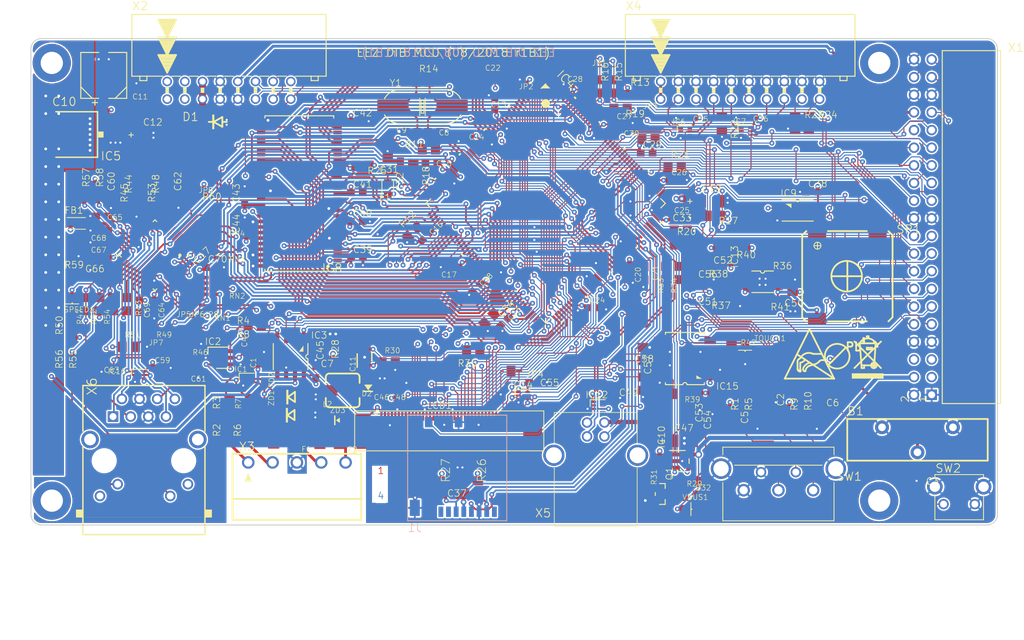
<source format=kicad_pcb>
(kicad_pcb (version 20171130) (host pcbnew "(5.0.0)")
  (layers (0 Top signal) (1 Gnd signal) (2 Power signal) (31 Bottom signal) (34 B.Paste user) (35 F.Paste user) (36 B.SilkS user) (37 F.SilkS user) (38 B.Mask user) (39 F.Mask user) (44 Edge.Cuts user))
  (net 0 "")
  (net 1 FRM3)
  (net 2 FRM2)
  (net 3 N$124)
  (net 4 GND)
  (net 5 +3V3)
  (net 6 ~RESET)
  (net 7 EOUT_B)
  (net 8 ENC_SW)
  (net 9 +5V)
  (net 10 FMC_SDNRAS)
  (net 11 FMC_SDNWE)
  (net 12 ETH_MDIO)
  (net 13 DAC_OUT1)
  (net 14 LTDC_R4)
  (net 15 LTDC_G2)
  (net 16 ETH_RX_DV)
  (net 17 USB_OTG_FS_VBUS)
  (net 18 USB_OTG_FS_ID)
  (net 19 USB_OTG_FS_D_N)
  (net 20 USB_OTG_FS_D_P)
  (net 21 SYS_JTMS-SWDIO)
  (net 22 SYS_JTCK-SWCLK)
  (net 23 SYS_JTDI)
  (net 24 LTDC_R3)
  (net 25 LTDC_R6)
  (net 26 SYS_JTDO-SWO)
  (net 27 USER_SW)
  (net 28 I2C1_SCL)
  (net 29 I2C1_SDA)
  (net 30 ETH_TX_EN)
  (net 31 ETH_TXD0)
  (net 32 ETH_TXD1)
  (net 33 SPI2_MISO)
  (net 34 TFT_BRIGHTNESS)
  (net 35 LTDC_R5)
  (net 36 ETH_MDC)
  (net 37 ETH_TXD2)
  (net 38 ETH_TX_CLK)
  (net 39 ETH_RXD0)
  (net 40 ETH_RXD1)
  (net 41 ENC_A)
  (net 42 ENC_B)
  (net 43 SDMMC1_D0)
  (net 44 MCLK_25)
  (net 45 SDMMC1_CK)
  (net 46 DIN2)
  (net 47 DOUT1)
  (net 48 DOUT2)
  (net 49 SDMMC1_CMD)
  (net 50 SPI2_CSB)
  (net 51 SPI2_CSA)
  (net 52 OE_SYNC)
  (net 53 FMC_NBL0)
  (net 54 FMC_NBL1)
  (net 55 FMC_A0)
  (net 56 SD_DETECT)
  (net 57 SPI5_CLK)
  (net 58 SPI5_MISO)
  (net 59 SPI5_MOSI)
  (net 60 LTDC_DE)
  (net 61 PWR_DIRECT)
  (net 62 FMC_BA0)
  (net 63 FMC_BA1)
  (net 64 LTDC_CLK)
  (net 65 FMC_SDCLK)
  (net 66 FMC_SDNCAS)
  (net 67 FMC_SDCKE0)
  (net 68 FMC_SDNE0)
  (net 69 LTDC_G4)
  (net 70 SPI2_CLK)
  (net 71 SPI2_MOSI)
  (net 72 DIN1)
  (net 73 LTDC_VSYNC)
  (net 74 LTDC_HSYNC)
  (net 75 LTDC_G6)
  (net 76 FMC_A1)
  (net 77 FMC_A2)
  (net 78 FMC_A3)
  (net 79 FMC_A4)
  (net 80 FMC_A5)
  (net 81 FMC_A6)
  (net 82 FMC_A7)
  (net 83 FMC_A8)
  (net 84 FMC_A9)
  (net 85 FMC_A10)
  (net 86 FMC_A11)
  (net 87 FMC_D4)
  (net 88 FMC_D5)
  (net 89 FMC_D6)
  (net 90 FMC_D7)
  (net 91 FMC_D8)
  (net 92 FMC_D9)
  (net 93 FMC_D10)
  (net 94 FMC_D11)
  (net 95 FMC_D12)
  (net 96 FMC_D13)
  (net 97 FMC_D14)
  (net 98 FMC_D15)
  (net 99 FMC_D0)
  (net 100 FMC_D1)
  (net 101 LTDC_R7)
  (net 102 LTDC_G5)
  (net 103 LTDC_R2)
  (net 104 FMC_D2)
  (net 105 FMC_D3)
  (net 106 LTDC_G7)
  (net 107 LTDC_B2)
  (net 108 LTDC_G3)
  (net 109 LTDC_B3)
  (net 110 LTDC_B4)
  (net 111 LTDC_B5)
  (net 112 LTDC_B6)
  (net 113 LTDC_B7)
  (net 114 VDD)
  (net 115 ETH_TXD3)
  (net 116 ETH_RXD2)
  (net 117 ETH_RXD3)
  (net 118 ETH_COL)
  (net 119 ETH_CRS)
  (net 120 ~USB_OTG_FS_OC)
  (net 121 USB_OTG_FS_PSO)
  (net 122 IRQ_TOUCH)
  (net 123 SYS_JTRST)
  (net 124 SPI4_CLK)
  (net 125 SPI4_MISO)
  (net 126 SPI4_MOSI)
  (net 127 PE)
  (net 128 ETH_RX_CLK)
  (net 129 "+3V3(A)")
  (net 130 SPI4_CSA)
  (net 131 SPI4_CSB)
  (net 132 OUT_PAR)
  (net 133 OUT_SER)
  (net 134 SPI5_CSB)
  (net 135 SPI5_CSA)
  (net 136 PWR_SSTART)
  (net 137 +12V)
  (net 138 ~FAULT)
  (net 139 SPI2_IRQ)
  (net 140 SPI5_IRQ)
  (net 141 SPI4_IRQ)
  (net 142 "Net-(R1-Pad2)")
  (net 143 "Net-(R10-Pad2)")
  (net 144 "/I/O connectors, encoders, user SW/+VAUX")
  (net 145 "Net-(F2-Pad1)")
  (net 146 "Net-(F1-Pad1)")
  (net 147 "Net-(R6-Pad1)")
  (net 148 "Net-(R2-Pad1)")
  (net 149 "Net-(F2-Pad2)")
  (net 150 "Net-(F1-Pad2)")
  (net 151 "Net-(IC1-Pad2)")
  (net 152 "Net-(IC1-Pad1)")
  (net 153 "Net-(R2-Pad2)")
  (net 154 "Net-(R6-Pad2)")
  (net 155 "Net-(IC2-Pad6)")
  (net 156 "Net-(IC2-Pad4)")
  (net 157 "/STM32F7 MCU/RCC_OSC_IN")
  (net 158 "/STM32F7 MCU/RCC_OSC_OUT")
  (net 159 "/STM32F7 MCU/BOOT0")
  (net 160 "/STM32F7 MCU/VCAP2")
  (net 161 "Net-(IC4-Pad108)")
  (net 162 "Net-(IC4-Pad107)")
  (net 163 "Net-(IC4-Pad100)")
  (net 164 "Net-(IC4-Pad105)")
  (net 165 "Net-(IC4-Pad104)")
  (net 166 "Net-(IC4-Pad102)")
  (net 167 "Net-(IC4-Pad101)")
  (net 168 "/STM32F7 MCU/VCAP1")
  (net 169 "/STM32F7 MCU/BYPASS_REG")
  (net 170 "/STM32F7 MCU/VDDA")
  (net 171 "/STM32F7 MCU/VREF+")
  (net 172 "/STM32F7 MCU/VBAT")
  (net 173 "Net-(B1-Pad2)")
  (net 174 "Net-(J1-Pad1)")
  (net 175 "Net-(J1-Pad2)")
  (net 176 "Net-(J1-Pad8)")
  (net 177 "Net-(IC8-Pad40)")
  (net 178 "Net-(IC8-Pad36)")
  (net 179 "Net-(IC7-Pad2)")
  (net 180 "/SDRAM, JTAG, SD card, EEPROM/TCK")
  (net 181 "/SDRAM, JTAG, SD card, EEPROM/DBGACK")
  (net 182 "/SDRAM, JTAG, SD card, EEPROM/DBGRQ")
  (net 183 "/SDRAM, JTAG, SD card, EEPROM/RTCK")
  (net 184 "/SDRAM, JTAG, SD card, EEPROM/TMS")
  (net 185 "Net-(IC6-Pad1)")
  (net 186 "Net-(IC6-Pad2)")
  (net 187 "/TFT, Audio, USB/USB_D_P")
  (net 188 "/TFT, Audio, USB/USB_D_N")
  (net 189 "Net-(IC11-Pad5)")
  (net 190 "/TFT, Audio, USB/VLED-")
  (net 191 "Net-(D2-PadA)")
  (net 192 "/TFT, Audio, USB/VLED+")
  (net 193 "Net-(C57-Pad1)")
  (net 194 "Net-(IC14-Pad1)")
  (net 195 "Net-(C58-Pad1)")
  (net 196 "Net-(IC14-Pad5)")
  (net 197 "Net-(IC15-Pad8)")
  (net 198 "Net-(IC15-Pad6)")
  (net 199 "Net-(IC15-Pad5)")
  (net 200 "Net-(JP4-PadCOM)")
  (net 201 "Net-(LCD1-Pad35)")
  (net 202 "/TFT, Audio, USB/LCD_DISP")
  (net 203 "Net-(R42-Pad1)")
  (net 204 "Net-(IC13-Pad8)")
  (net 205 "Net-(IC13-Pad5)")
  (net 206 "Net-(IC13-Pad4)")
  (net 207 "Net-(IC13-Pad3)")
  (net 208 "Net-(C56-Pad2)")
  (net 209 "/TFT, Audio, USB/~AUDIO_SHDN")
  (net 210 "Net-(C52-Pad1)")
  (net 211 "Net-(C51-Pad1)")
  (net 212 "Net-(IC12-Pad5)")
  (net 213 "Net-(IC12-Pad2)")
  (net 214 "Net-(R29-Pad2)")
  (net 215 "Net-(Q1-PadB)")
  (net 216 "Net-(Q1-PadC)")
  (net 217 "Net-(IC17-Pad21)")
  (net 218 "Net-(IC17-Pad20)")
  (net 219 "Net-(C64-Pad1)")
  (net 220 "Net-(IC17-Pad24)")
  (net 221 "Net-(IC16-Pad1)")
  (net 222 "Net-(C60-Pad1)")
  (net 223 "Net-(IC16-Pad2)")
  (net 224 "Net-(IC16-Pad4)")
  (net 225 "Net-(C62-Pad1)")
  (net 226 "Net-(IC16-Pad5)")
  (net 227 "Net-(R50-Pad2)")
  (net 228 "/Ethernet PHY/LED_SPEED")
  (net 229 "/Ethernet PHY/LED_ACT")
  (net 230 "/Ethernet PHY/LED_LINK")
  (net 231 "Net-(R56-Pad1)")
  (net 232 "Net-(R55-Pad1)")
  (net 233 "Net-(JP5-Pad2)")
  (net 234 "Net-(JP7-Pad1)")
  (net 235 "Net-(JP6-Pad2)")
  (net 236 "Net-(JP9-Pad1)")
  (net 237 "Net-(IC17-Pad41)")
  (net 238 "Net-(IC17-Pad42)")
  (net 239 "Net-(IC17-Pad43)")
  (net 240 "Net-(IC17-Pad44)")
  (net 241 "Net-(JP6-Pad1)")
  (net 242 "Net-(IC17-Pad45)")
  (net 243 "Net-(IC17-Pad46)")
  (net 244 "Net-(IC17-Pad1)")
  (net 245 "Net-(IC17-Pad2)")
  (net 246 "Net-(IC17-Pad3)")
  (net 247 "Net-(IC17-Pad4)")
  (net 248 "Net-(IC17-Pad5)")
  (net 249 "Net-(IC17-Pad6)")
  (net 250 "Net-(IC17-Pad34)")
  (net 251 "Net-(IC17-Pad38)")
  (net 252 "Net-(IC17-Pad39)")
  (net 253 "Net-(IC17-Pad40)")
  (net 254 "Net-(IC17-Pad7)")
  (net 255 "Net-(IC17-Pad33)")
  (net 256 "Net-(IC17-Pad25)")
  (net 257 "Net-(IC17-Pad12)")
  (net 258 "Net-(IC17-Pad11)")
  (net 259 "Net-(IC17-Pad10)")
  (net 260 "Net-(IC17-Pad9)")
  (net 261 "Net-(IC17-Pad8)")
  (module "EEZ DIB MCU r1B1:SIGNATURE_5MM" (layer Top) (at 102.7994 86.6663 180)
    (fp_text reference EEZ_SIGNATURE hide)
    (fp_text value SIGNATURESMALL hide)
  )
  (module "EEZ DIB MCU r1B1:RECYCLE_BIN1_8" (layer Top) (at 197.0549 118.9389)
    (fp_text reference U$1 hide)
    (fp_text value "" hide)
  )
  (module "EEZ DIB MCU r1B1:PB_SMALL" (layer Top) (at 194.9504 115.7151 180)
    (fp_text reference U$5 hide)
    (fp_text value "" hide)
    (fp_text user Pb (at -1.065 0.646 180) (layer F.SilkS) (effects (font (size 1.2065 1.2065) (thickness 0.254)) (justify left bottom)))
  )
  (module "EEZ DIB MCU r1B1:ESD_SYMBOL" (layer Top) (at 187.4107 118.9408)
    (fp_text reference U$6 hide)
    (fp_text value "" hide)
  )
  (module "EEZ DIB MCU r1B1:FIDUCIAL" (layer Top) (at 82.0011 131.0036)
    (fp_text reference FM1 hide)
    (fp_text value FIDUCIAL hide)
    (pad T smd roundrect (at 0 0) (size 1.016 1.016) (layers Top F.Mask) (roundrect_rratio 0.5))
  )
  (module "EEZ DIB MCU r1B1:FIDUCIAL" (layer Top) (at 203.5011 77.5036)
    (fp_text reference FM2 hide)
    (fp_text value FIDUCIAL hide)
    (pad T smd roundrect (at 0 0) (size 1.016 1.016) (layers Top F.Mask) (roundrect_rratio 0.5))
  )
  (module "EEZ DIB MCU r1B1:HC-49_4H" (layer Top) (at 135.3171 79.8056)
    (fp_text reference Y1 (at -4.81 -2.8575) (layer F.SilkS) (effects (font (size 0.9652 0.9652) (thickness 0.09652)) (justify left bottom)))
    (fp_text value 10MHz)
    (pad 1 smd rect (at -4.25 0) (size 4.5 2) (layers Top F.Paste F.Mask) (net 158 "/STM32F7 MCU/RCC_OSC_OUT"))
    (pad 2 smd rect (at 4.25 0) (size 4.5 2) (layers Top F.Paste F.Mask) (net 157 "/STM32F7 MCU/RCC_OSC_IN"))
  )
  (module "EEZ DIB MCU r1B1:C0805" (layer Top) (at 183.4882 124.2429 90)
    (fp_text reference C5 (at -1.27 -1.27 90) (layer F.SilkS) (effects (font (size 0.9652 0.9652) (thickness 0.09652)) (justify left bottom)))
    (fp_text value 10n)
    (pad 1 smd rect (at -0.95 0 90) (size 1.3 1.5) (layers Top F.Paste F.Mask) (net 4 GND))
    (pad 2 smd rect (at 0.95 0 90) (size 1.3 1.5) (layers Top F.Paste F.Mask) (net 41 ENC_A))
  )
  (module "EEZ DIB MCU r1B1:C0805" (layer Top) (at 192.0226 124.2556 270)
    (fp_text reference C6 (at -1.27 -1.27) (layer F.SilkS) (effects (font (size 0.9652 0.9652) (thickness 0.09652)) (justify left bottom)))
    (fp_text value 10n)
    (pad 1 smd rect (at -0.95 0 270) (size 1.3 1.5) (layers Top F.Paste F.Mask) (net 42 ENC_B))
    (pad 2 smd rect (at 0.95 0 270) (size 1.3 1.5) (layers Top F.Paste F.Mask) (net 4 GND))
  )
  (module "EEZ DIB MCU r1B1:R0805" (layer Top) (at 181.5197 124.2429 270)
    (fp_text reference R5 (at -0.635 -1.27 90) (layer F.SilkS) (effects (font (size 0.9652 0.9652) (thickness 0.09652)) (justify left bottom)))
    (fp_text value 10K)
    (pad 1 smd rect (at -0.95 0 270) (size 1.3 1.5) (layers Top F.Paste F.Mask) (net 41 ENC_A))
    (pad 2 smd rect (at 0.95 0 270) (size 1.3 1.5) (layers Top F.Paste F.Mask) (net 142 "Net-(R1-Pad2)"))
  )
  (module "EEZ DIB MCU r1B1:R0805" (layer Top) (at 179.5512 124.2429 270)
    (fp_text reference R1 (at -0.635 -1.27 90) (layer F.SilkS) (effects (font (size 0.9652 0.9652) (thickness 0.09652)) (justify left bottom)))
    (fp_text value 4K7)
    (pad 1 smd rect (at -0.95 0 270) (size 1.3 1.5) (layers Top F.Paste F.Mask) (net 5 +3V3))
    (pad 2 smd rect (at 0.95 0 270) (size 1.3 1.5) (layers Top F.Paste F.Mask) (net 142 "Net-(R1-Pad2)"))
  )
  (module "EEZ DIB MCU r1B1:R0805" (layer Top) (at 188.0856 124.2556 270)
    (fp_text reference R9 (at -0.635 -1.27 90) (layer F.SilkS) (effects (font (size 0.9652 0.9652) (thickness 0.09652)) (justify left bottom)))
    (fp_text value 4K7)
    (pad 1 smd rect (at -0.95 0 270) (size 1.3 1.5) (layers Top F.Paste F.Mask) (net 5 +3V3))
    (pad 2 smd rect (at 0.95 0 270) (size 1.3 1.5) (layers Top F.Paste F.Mask) (net 143 "Net-(R10-Pad2)"))
  )
  (module "EEZ DIB MCU r1B1:R0805" (layer Top) (at 190.0541 124.2556 270)
    (fp_text reference R10 (at -0.635 -1.27 90) (layer F.SilkS) (effects (font (size 0.9652 0.9652) (thickness 0.09652)) (justify left bottom)))
    (fp_text value 10K)
    (pad 1 smd rect (at -0.95 0 270) (size 1.3 1.5) (layers Top F.Paste F.Mask) (net 42 ENC_B))
    (pad 2 smd rect (at 0.95 0 270) (size 1.3 1.5) (layers Top F.Paste F.Mask) (net 143 "Net-(R10-Pad2)"))
  )
  (module "EEZ DIB MCU r1B1:C0805" (layer Top) (at 186.1171 124.2556 270)
    (fp_text reference C2 (at -1.27 -1.27 90) (layer F.SilkS) (effects (font (size 0.9652 0.9652) (thickness 0.09652)) (justify left bottom)))
    (fp_text value 10n)
    (pad 1 smd rect (at -0.95 0 270) (size 1.3 1.5) (layers Top F.Paste F.Mask) (net 4 GND))
    (pad 2 smd rect (at 0.95 0 270) (size 1.3 1.5) (layers Top F.Paste F.Mask) (net 8 ENC_SW))
  )
  (module "EEZ DIB MCU r1B1:LQFP-176_24X24MM" (layer Top) (at 153.0336 93.7121 315)
    (fp_text reference IC4 (at -12.065 -13.97 135) (layer F.SilkS) (effects (font (size 1.2065 1.2065) (thickness 0.12065)) (justify left bottom)))
    (fp_text value STM32F769IGT6)
    (pad 1 smd rect (at -12.75 -10.749999 315) (size 1.2 0.3) (layers Top F.Paste F.Mask) (net 124 SPI4_CLK))
    (pad 2 smd rect (at -12.75 -10.25 315) (size 1.2 0.3) (layers Top F.Paste F.Mask) (net 130 SPI4_CSA))
    (pad 3 smd rect (at -12.75 -9.750001 315) (size 1.2 0.3) (layers Top F.Paste F.Mask) (net 131 SPI4_CSB))
    (pad 4 smd rect (at -12.75 -9.250003 315) (size 1.2 0.3) (layers Top F.Paste F.Mask) (net 125 SPI4_MISO))
    (pad 5 smd rect (at -12.75 -8.75 315) (size 1.2 0.3) (layers Top F.Paste F.Mask) (net 126 SPI4_MOSI))
    (pad 6 smd rect (at -12.75 -8.249999 315) (size 1.2 0.3) (layers Top F.Paste F.Mask) (net 172 "/STM32F7 MCU/VBAT"))
    (pad 7 smd rect (at -12.75 -7.75 315) (size 1.2 0.3) (layers Top F.Paste F.Mask) (net 72 DIN1))
    (pad 8 smd rect (at -12.75 -7.25 315) (size 1.2 0.3) (layers Top F.Paste F.Mask) (net 46 DIN2))
    (pad 9 smd rect (at -12.75 -6.750002 315) (size 1.2 0.3) (layers Top F.Paste F.Mask) (net 47 DOUT1))
    (pad 10 smd rect (at -12.75 -6.25 315) (size 1.2 0.3) (layers Top F.Paste F.Mask) (net 48 DOUT2))
    (pad 11 smd rect (at -12.749999 -5.75 315) (size 1.2 0.3) (layers Top F.Paste F.Mask) (net 73 LTDC_VSYNC))
    (pad 12 smd rect (at -12.75 -5.25 315) (size 1.2 0.3) (layers Top F.Paste F.Mask) (net 74 LTDC_HSYNC))
    (pad 13 smd rect (at -12.75 -4.75 315) (size 1.2 0.3) (layers Top F.Paste F.Mask) (net 75 LTDC_G6))
    (pad 14 smd rect (at -12.75 -4.250002 315) (size 1.2 0.3) (layers Top F.Paste F.Mask) (net 4 GND))
    (pad 15 smd rect (at -12.75 -3.75 315) (size 1.2 0.3) (layers Top F.Paste F.Mask) (net 114 VDD))
    (pad 16 smd rect (at -12.749999 -3.25 315) (size 1.2 0.3) (layers Top F.Paste F.Mask) (net 55 FMC_A0))
    (pad 17 smd rect (at -12.75 -2.75 315) (size 1.2 0.3) (layers Top F.Paste F.Mask) (net 76 FMC_A1))
    (pad 18 smd rect (at -12.75 -2.25 315) (size 1.2 0.3) (layers Top F.Paste F.Mask) (net 77 FMC_A2))
    (pad 19 smd rect (at -12.749999 -1.750003 315) (size 1.2 0.3) (layers Top F.Paste F.Mask) (net 78 FMC_A3))
    (pad 20 smd rect (at -12.75 -1.25 315) (size 1.2 0.3) (layers Top F.Paste F.Mask) (net 79 FMC_A4))
    (pad 21 smd rect (at -12.75 -0.750001 315) (size 1.2 0.3) (layers Top F.Paste F.Mask) (net 80 FMC_A5))
    (pad 22 smd rect (at -12.75 -0.25 315) (size 1.2 0.3) (layers Top F.Paste F.Mask) (net 4 GND))
    (pad 23 smd rect (at -12.75 0.25 315) (size 1.2 0.3) (layers Top F.Paste F.Mask) (net 114 VDD))
    (pad 24 smd rect (at -12.75 0.750001 315) (size 1.2 0.3) (layers Top F.Paste F.Mask) (net 56 SD_DETECT))
    (pad 25 smd rect (at -12.75 1.25 315) (size 1.2 0.3) (layers Top F.Paste F.Mask) (net 57 SPI5_CLK))
    (pad 26 smd rect (at -12.75 1.749999 315) (size 1.2 0.3) (layers Top F.Paste F.Mask) (net 58 SPI5_MISO))
    (pad 27 smd rect (at -12.75 2.25 315) (size 1.2 0.3) (layers Top F.Paste F.Mask) (net 59 SPI5_MOSI))
    (pad 28 smd rect (at -12.75 2.75 315) (size 1.2 0.3) (layers Top F.Paste F.Mask) (net 60 LTDC_DE))
    (pad 29 smd rect (at -12.749999 3.25 315) (size 1.2 0.3) (layers Top F.Paste F.Mask) (net 157 "/STM32F7 MCU/RCC_OSC_IN"))
    (pad 30 smd rect (at -12.75 3.75 315) (size 1.2 0.3) (layers Top F.Paste F.Mask) (net 158 "/STM32F7 MCU/RCC_OSC_OUT"))
    (pad 31 smd rect (at -12.75 4.25 315) (size 1.2 0.3) (layers Top F.Paste F.Mask) (net 6 ~RESET))
    (pad 32 smd rect (at -12.75 4.75 315) (size 1.2 0.3) (layers Top F.Paste F.Mask) (net 35 LTDC_R5))
    (pad 33 smd rect (at -12.75 5.25 315) (size 1.2 0.3) (layers Top F.Paste F.Mask) (net 36 ETH_MDC))
    (pad 34 smd rect (at -12.749999 5.75 315) (size 1.2 0.3) (layers Top F.Paste F.Mask) (net 37 ETH_TXD2))
    (pad 35 smd rect (at -12.75 6.25 315) (size 1.2 0.3) (layers Top F.Paste F.Mask) (net 38 ETH_TX_CLK))
    (pad 36 smd rect (at -12.75 6.75 315) (size 1.2 0.3) (layers Top F.Paste F.Mask) (net 114 VDD))
    (pad 37 smd rect (at -12.75 7.249996 315) (size 1.2 0.3) (layers Top F.Paste F.Mask) (net 4 GND))
    (pad 38 smd rect (at -12.75 7.75 315) (size 1.2 0.3) (layers Top F.Paste F.Mask) (net 171 "/STM32F7 MCU/VREF+"))
    (pad 39 smd rect (at -12.75 8.249999 315) (size 1.2 0.3) (layers Top F.Paste F.Mask) (net 170 "/STM32F7 MCU/VDDA"))
    (pad 40 smd rect (at -12.75 8.75 315) (size 1.2 0.3) (layers Top F.Paste F.Mask) (net 119 ETH_CRS))
    (pad 41 smd rect (at -12.75 9.25 315) (size 1.2 0.3) (layers Top F.Paste F.Mask) (net 128 ETH_RX_CLK))
    (pad 42 smd rect (at -12.75 9.749996 315) (size 1.2 0.3) (layers Top F.Paste F.Mask) (net 12 ETH_MDIO))
    (pad 43 smd rect (at -12.75 10.25 315) (size 1.2 0.3) (layers Top F.Paste F.Mask) (net 67 FMC_SDCKE0))
    (pad 44 smd rect (at -12.75 10.749999 315) (size 1.2 0.3) (layers Top F.Paste F.Mask) (net 68 FMC_SDNE0))
    (pad 45 smd rect (at -10.749999 12.75 45) (size 1.2 0.3) (layers Top F.Paste F.Mask) (net 69 LTDC_G4))
    (pad 46 smd rect (at -10.25 12.75 45) (size 1.2 0.3) (layers Top F.Paste F.Mask) (net 11 FMC_SDNWE))
    (pad 47 smd rect (at -9.750001 12.75 45) (size 1.2 0.3) (layers Top F.Paste F.Mask) (net 118 ETH_COL))
    (pad 48 smd rect (at -9.25 12.75 45) (size 1.2 0.3) (layers Top F.Paste F.Mask) (net 169 "/STM32F7 MCU/BYPASS_REG"))
    (pad 49 smd rect (at -8.75 12.75 45) (size 1.2 0.3) (layers Top F.Paste F.Mask) (net 114 VDD))
    (pad 50 smd rect (at -8.249999 12.75 45) (size 1.2 0.3) (layers Top F.Paste F.Mask) (net 13 DAC_OUT1))
    (pad 51 smd rect (at -7.75 12.75 45) (size 1.2 0.3) (layers Top F.Paste F.Mask) (net 14 LTDC_R4))
    (pad 52 smd rect (at -7.25 12.75 45) (size 1.2 0.3) (layers Top F.Paste F.Mask) (net 15 LTDC_G2))
    (pad 53 smd rect (at -6.75 12.75 45) (size 1.2 0.3) (layers Top F.Paste F.Mask) (net 16 ETH_RX_DV))
    (pad 54 smd rect (at -6.25 12.75 45) (size 1.2 0.3) (layers Top F.Paste F.Mask) (net 39 ETH_RXD0))
    (pad 55 smd rect (at -5.75 12.749999 45) (size 1.2 0.3) (layers Top F.Paste F.Mask) (net 40 ETH_RXD1))
    (pad 56 smd rect (at -5.25 12.75 45) (size 1.2 0.3) (layers Top F.Paste F.Mask) (net 24 LTDC_R3))
    (pad 57 smd rect (at -4.75 12.75 45) (size 1.2 0.3) (layers Top F.Paste F.Mask) (net 25 LTDC_R6))
    (pad 58 smd rect (at -4.25 12.75 45) (size 1.2 0.3) (layers Top F.Paste F.Mask) (net 138 ~FAULT))
    (pad 59 smd rect (at -3.75 12.75 45) (size 1.2 0.3) (layers Top F.Paste F.Mask) (net 10 FMC_SDNRAS))
    (pad 60 smd rect (at -3.25 12.749999 45) (size 1.2 0.3) (layers Top F.Paste F.Mask) (net 81 FMC_A6))
    (pad 61 smd rect (at -2.75 12.75 45) (size 1.2 0.3) (layers Top F.Paste F.Mask) (net 4 GND))
    (pad 62 smd rect (at -2.25 12.75 45) (size 1.2 0.3) (layers Top F.Paste F.Mask) (net 114 VDD))
    (pad 63 smd rect (at -1.750003 12.749999 45) (size 1.2 0.3) (layers Top F.Paste F.Mask) (net 82 FMC_A7))
    (pad 64 smd rect (at -1.25 12.75 45) (size 1.2 0.3) (layers Top F.Paste F.Mask) (net 83 FMC_A8))
    (pad 65 smd rect (at -0.750001 12.75 45) (size 1.2 0.3) (layers Top F.Paste F.Mask) (net 84 FMC_A9))
    (pad 66 smd rect (at -0.25 12.75 45) (size 1.2 0.3) (layers Top F.Paste F.Mask) (net 85 FMC_A10))
    (pad 67 smd rect (at 0.25 12.75 45) (size 1.2 0.3) (layers Top F.Paste F.Mask) (net 86 FMC_A11))
    (pad 68 smd rect (at 0.750001 12.75 45) (size 1.2 0.3) (layers Top F.Paste F.Mask) (net 87 FMC_D4))
    (pad 69 smd rect (at 1.25 12.75 45) (size 1.2 0.3) (layers Top F.Paste F.Mask) (net 88 FMC_D5))
    (pad 70 smd rect (at 1.749999 12.75 45) (size 1.2 0.3) (layers Top F.Paste F.Mask) (net 89 FMC_D6))
    (pad 71 smd rect (at 2.25 12.75 45) (size 1.2 0.3) (layers Top F.Paste F.Mask) (net 4 GND))
    (pad 72 smd rect (at 2.75 12.75 45) (size 1.2 0.3) (layers Top F.Paste F.Mask) (net 114 VDD))
    (pad 73 smd rect (at 3.25 12.749999 45) (size 1.2 0.3) (layers Top F.Paste F.Mask) (net 90 FMC_D7))
    (pad 74 smd rect (at 3.75 12.75 45) (size 1.2 0.3) (layers Top F.Paste F.Mask) (net 91 FMC_D8))
    (pad 75 smd rect (at 4.25 12.75 45) (size 1.2 0.3) (layers Top F.Paste F.Mask) (net 92 FMC_D9))
    (pad 76 smd rect (at 4.75 12.75 45) (size 1.2 0.3) (layers Top F.Paste F.Mask) (net 93 FMC_D10))
    (pad 77 smd rect (at 5.25 12.75 45) (size 1.2 0.3) (layers Top F.Paste F.Mask) (net 94 FMC_D11))
    (pad 78 smd rect (at 5.75 12.749999 45) (size 1.2 0.3) (layers Top F.Paste F.Mask) (net 95 FMC_D12))
    (pad 79 smd rect (at 6.25 12.75 45) (size 1.2 0.3) (layers Top F.Paste F.Mask) (net 140 SPI5_IRQ))
    (pad 80 smd rect (at 6.75 12.75 45) (size 1.2 0.3) (layers Top F.Paste F.Mask) (net 30 ETH_TX_EN))
    (pad 81 smd rect (at 7.25 12.75 45) (size 1.2 0.3) (layers Top F.Paste F.Mask) (net 168 "/STM32F7 MCU/VCAP1"))
    (pad 82 smd rect (at 7.75 12.75 45) (size 1.2 0.3) (layers Top F.Paste F.Mask) (net 114 VDD))
    (pad 83 smd rect (at 8.249999 12.75 45) (size 1.2 0.3) (layers Top F.Paste F.Mask) (net 116 ETH_RXD2))
    (pad 84 smd rect (at 8.75 12.75 45) (size 1.2 0.3) (layers Top F.Paste F.Mask) (net 117 ETH_RXD3))
    (pad 85 smd rect (at 9.25 12.75 45) (size 1.2 0.3) (layers Top F.Paste F.Mask) (net 31 ETH_TXD0))
    (pad 86 smd rect (at 9.750001 12.75 45) (size 1.2 0.3) (layers Top F.Paste F.Mask) (net 32 ETH_TXD1))
    (pad 87 smd rect (at 10.25 12.75 45) (size 1.2 0.3) (layers Top F.Paste F.Mask) (net 33 SPI2_MISO))
    (pad 88 smd rect (at 10.749999 12.75 45) (size 1.2 0.3) (layers Top F.Paste F.Mask) (net 34 TFT_BRIGHTNESS))
    (pad 89 smd rect (at 12.75 10.749999 135) (size 1.2 0.3) (layers Top F.Paste F.Mask) (net 96 FMC_D13))
    (pad 90 smd rect (at 12.75 10.25 135) (size 1.2 0.3) (layers Top F.Paste F.Mask) (net 97 FMC_D14))
    (pad 91 smd rect (at 12.75 9.750001 135) (size 1.2 0.3) (layers Top F.Paste F.Mask) (net 98 FMC_D15))
    (pad 92 smd rect (at 12.75 9.25 135) (size 1.2 0.3) (layers Top F.Paste F.Mask) (net 50 SPI2_CSB))
    (pad 93 smd rect (at 12.75 8.75 135) (size 1.2 0.3) (layers Top F.Paste F.Mask) (net 51 SPI2_CSA))
    (pad 94 smd rect (at 12.75 8.249999 135) (size 1.2 0.3) (layers Top F.Paste F.Mask) (net 52 OE_SYNC))
    (pad 95 smd rect (at 12.75 7.75 135) (size 1.2 0.3) (layers Top F.Paste F.Mask) (net 4 GND))
    (pad 96 smd rect (at 12.75 7.25 135) (size 1.2 0.3) (layers Top F.Paste F.Mask) (net 114 VDD))
    (pad 97 smd rect (at 12.75 6.75 135) (size 1.2 0.3) (layers Top F.Paste F.Mask) (net 99 FMC_D0))
    (pad 98 smd rect (at 12.75 6.25 135) (size 1.2 0.3) (layers Top F.Paste F.Mask) (net 100 FMC_D1))
    (pad 99 smd rect (at 12.749999 5.75 135) (size 1.2 0.3) (layers Top F.Paste F.Mask) (net 114 VDD))
    (pad 100 smd rect (at 12.75 5.25 135) (size 1.2 0.3) (layers Top F.Paste F.Mask) (net 163 "Net-(IC4-Pad100)"))
    (pad 101 smd rect (at 12.75 4.75 135) (size 1.2 0.3) (layers Top F.Paste F.Mask) (net 167 "Net-(IC4-Pad101)"))
    (pad 102 smd rect (at 12.75 4.25 135) (size 1.2 0.3) (layers Top F.Paste F.Mask) (net 166 "Net-(IC4-Pad102)"))
    (pad 103 smd rect (at 12.75 3.75 135) (size 1.2 0.3) (layers Top F.Paste F.Mask) (net 4 GND))
    (pad 104 smd rect (at 12.749999 3.25 135) (size 1.2 0.3) (layers Top F.Paste F.Mask) (net 165 "Net-(IC4-Pad104)"))
    (pad 105 smd rect (at 12.75 2.75 135) (size 1.2 0.3) (layers Top F.Paste F.Mask) (net 164 "Net-(IC4-Pad105)"))
    (pad 106 smd rect (at 12.75 2.25 135) (size 1.2 0.3) (layers Top F.Paste F.Mask) (net 163 "Net-(IC4-Pad100)"))
    (pad 107 smd rect (at 12.749999 1.750003 135) (size 1.2 0.3) (layers Top F.Paste F.Mask) (net 162 "Net-(IC4-Pad107)"))
    (pad 108 smd rect (at 12.75 1.25 135) (size 1.2 0.3) (layers Top F.Paste F.Mask) (net 161 "Net-(IC4-Pad108)"))
    (pad 109 smd rect (at 12.75 0.750001 135) (size 1.2 0.3) (layers Top F.Paste F.Mask) (net 4 GND))
    (pad 110 smd rect (at 12.75 0.25 135) (size 1.2 0.3) (layers Top F.Paste F.Mask) (net 61 PWR_DIRECT))
    (pad 111 smd rect (at 12.75 -0.25 135) (size 1.2 0.3) (layers Top F.Paste F.Mask) (net 136 PWR_SSTART))
    (pad 112 smd rect (at 12.75 -0.750001 135) (size 1.2 0.3) (layers Top F.Paste F.Mask) (net 62 FMC_BA0))
    (pad 113 smd rect (at 12.75 -1.25 135) (size 1.2 0.3) (layers Top F.Paste F.Mask) (net 63 FMC_BA1))
    (pad 114 smd rect (at 12.75 -1.749999 135) (size 1.2 0.3) (layers Top F.Paste F.Mask) (net 101 LTDC_R7))
    (pad 115 smd rect (at 12.75 -2.25 135) (size 1.2 0.3) (layers Top F.Paste F.Mask) (net 64 LTDC_CLK))
    (pad 116 smd rect (at 12.75 -2.75 135) (size 1.2 0.3) (layers Top F.Paste F.Mask) (net 65 FMC_SDCLK))
    (pad 117 smd rect (at 12.749999 -3.25 135) (size 1.2 0.3) (layers Top F.Paste F.Mask) (net 4 GND))
    (pad 118 smd rect (at 12.75 -3.75 135) (size 1.2 0.3) (layers Top F.Paste F.Mask) (net 114 VDD))
    (pad 119 smd rect (at 12.75 -4.25 135) (size 1.2 0.3) (layers Top F.Paste F.Mask) (net 41 ENC_A))
    (pad 120 smd rect (at 12.75 -4.75 135) (size 1.2 0.3) (layers Top F.Paste F.Mask) (net 42 ENC_B))
    (pad 121 smd rect (at 12.75 -5.25 135) (size 1.2 0.3) (layers Top F.Paste F.Mask) (net 43 SDMMC1_D0))
    (pad 122 smd rect (at 12.749999 -5.75 135) (size 1.2 0.3) (layers Top F.Paste F.Mask) (net 44 MCLK_25))
    (pad 123 smd rect (at 12.75 -6.25 135) (size 1.2 0.3) (layers Top F.Paste F.Mask) (net 139 SPI2_IRQ))
    (pad 124 smd rect (at 12.75 -6.75 135) (size 1.2 0.3) (layers Top F.Paste F.Mask) (net 17 USB_OTG_FS_VBUS))
    (pad 125 smd rect (at 12.75 -7.25 135) (size 1.2 0.3) (layers Top F.Paste F.Mask) (net 18 USB_OTG_FS_ID))
    (pad 126 smd rect (at 12.75 -7.75 135) (size 1.2 0.3) (layers Top F.Paste F.Mask) (net 19 USB_OTG_FS_D_N))
    (pad 127 smd rect (at 12.75 -8.249999 135) (size 1.2 0.3) (layers Top F.Paste F.Mask) (net 20 USB_OTG_FS_D_P))
    (pad 128 smd rect (at 12.75 -8.75 135) (size 1.2 0.3) (layers Top F.Paste F.Mask) (net 21 SYS_JTMS-SWDIO))
    (pad 129 smd rect (at 12.75 -9.25 135) (size 1.2 0.3) (layers Top F.Paste F.Mask) (net 160 "/STM32F7 MCU/VCAP2"))
    (pad 130 smd rect (at 12.75 -9.750001 135) (size 1.2 0.3) (layers Top F.Paste F.Mask) (net 4 GND))
    (pad 131 smd rect (at 12.75 -10.25 135) (size 1.2 0.3) (layers Top F.Paste F.Mask) (net 114 VDD))
    (pad 132 smd rect (at 12.75 -10.749999 135) (size 1.2 0.3) (layers Top F.Paste F.Mask) (net 102 LTDC_G5))
    (pad 133 smd rect (at 10.749999 -12.75 225) (size 1.2 0.3) (layers Top F.Paste F.Mask) (net 70 SPI2_CLK))
    (pad 134 smd rect (at 10.25 -12.75 225) (size 1.2 0.3) (layers Top F.Paste F.Mask) (net 71 SPI2_MOSI))
    (pad 135 smd rect (at 9.750001 -12.75 225) (size 1.2 0.3) (layers Top F.Paste F.Mask) (net 4 GND))
    (pad 136 smd rect (at 9.25 -12.75 225) (size 1.2 0.3) (layers Top F.Paste F.Mask) (net 114 VDD))
    (pad 137 smd rect (at 8.75 -12.75 225) (size 1.2 0.3) (layers Top F.Paste F.Mask) (net 22 SYS_JTCK-SWCLK))
    (pad 138 smd rect (at 8.249999 -12.75 225) (size 1.2 0.3) (layers Top F.Paste F.Mask) (net 23 SYS_JTDI))
    (pad 139 smd rect (at 7.75 -12.75 225) (size 1.2 0.3) (layers Top F.Paste F.Mask) (net 103 LTDC_R2))
    (pad 140 smd rect (at 7.25 -12.75 225) (size 1.2 0.3) (layers Top F.Paste F.Mask) (net 132 OUT_PAR))
    (pad 141 smd rect (at 6.75 -12.75 225) (size 1.2 0.3) (layers Top F.Paste F.Mask) (net 45 SDMMC1_CK))
    (pad 142 smd rect (at 6.25 -12.75 225) (size 1.2 0.3) (layers Top F.Paste F.Mask) (net 104 FMC_D2))
    (pad 143 smd rect (at 5.75 -12.749999 225) (size 1.2 0.3) (layers Top F.Paste F.Mask) (net 105 FMC_D3))
    (pad 144 smd rect (at 5.25 -12.75 225) (size 1.2 0.3) (layers Top F.Paste F.Mask) (net 49 SDMMC1_CMD))
    (pad 145 smd rect (at 4.75 -12.75 225) (size 1.2 0.3) (layers Top F.Paste F.Mask) (net 106 LTDC_G7))
    (pad 146 smd rect (at 4.25 -12.75 225) (size 1.2 0.3) (layers Top F.Paste F.Mask) (net 120 ~USB_OTG_FS_OC))
    (pad 147 smd rect (at 3.75 -12.75 225) (size 1.2 0.3) (layers Top F.Paste F.Mask) (net 121 USB_OTG_FS_PSO))
    (pad 148 smd rect (at 3.25 -12.749999 225) (size 1.2 0.3) (layers Top F.Paste F.Mask) (net 4 GND))
    (pad 149 smd rect (at 2.75 -12.75 225) (size 1.2 0.3) (layers Top F.Paste F.Mask) (net 114 VDD))
    (pad 150 smd rect (at 2.25 -12.75 225) (size 1.2 0.3) (layers Top F.Paste F.Mask) (net 107 LTDC_B2))
    (pad 151 smd rect (at 1.750003 -12.749999 225) (size 1.2 0.3) (layers Top F.Paste F.Mask) (net 122 IRQ_TOUCH))
    (pad 152 smd rect (at 1.25 -12.75 225) (size 1.2 0.3) (layers Top F.Paste F.Mask) (net 133 OUT_SER))
    (pad 153 smd rect (at 0.750001 -12.75 225) (size 1.2 0.3) (layers Top F.Paste F.Mask) (net 108 LTDC_G3))
    (pad 154 smd rect (at 0.25 -12.75 225) (size 1.2 0.3) (layers Top F.Paste F.Mask) (net 109 LTDC_B3))
    (pad 155 smd rect (at -0.25 -12.75 225) (size 1.2 0.3) (layers Top F.Paste F.Mask) (net 110 LTDC_B4))
    (pad 156 smd rect (at -0.750001 -12.75 225) (size 1.2 0.3) (layers Top F.Paste F.Mask) (net 134 SPI5_CSB))
    (pad 157 smd rect (at -1.25 -12.75 225) (size 1.2 0.3) (layers Top F.Paste F.Mask) (net 135 SPI5_CSA))
    (pad 158 smd rect (at -1.749999 -12.75 225) (size 1.2 0.3) (layers Top F.Paste F.Mask) (net 4 GND))
    (pad 159 smd rect (at -2.25 -12.75 225) (size 1.2 0.3) (layers Top F.Paste F.Mask) (net 114 VDD))
    (pad 160 smd rect (at -2.75 -12.75 225) (size 1.2 0.3) (layers Top F.Paste F.Mask) (net 66 FMC_SDNCAS))
    (pad 161 smd rect (at -3.25 -12.749999 225) (size 1.2 0.3) (layers Top F.Paste F.Mask) (net 26 SYS_JTDO-SWO))
    (pad 162 smd rect (at -3.75 -12.75 225) (size 1.2 0.3) (layers Top F.Paste F.Mask) (net 123 SYS_JTRST))
    (pad 163 smd rect (at -4.25 -12.75 225) (size 1.2 0.3) (layers Top F.Paste F.Mask) (net 27 USER_SW))
    (pad 164 smd rect (at -4.75 -12.75 225) (size 1.2 0.3) (layers Top F.Paste F.Mask) (net 28 I2C1_SCL))
    (pad 165 smd rect (at -5.25 -12.75 225) (size 1.2 0.3) (layers Top F.Paste F.Mask) (net 29 I2C1_SDA))
    (pad 166 smd rect (at -5.75 -12.749999 225) (size 1.2 0.3) (layers Top F.Paste F.Mask) (net 159 "/STM32F7 MCU/BOOT0"))
    (pad 167 smd rect (at -6.25 -12.75 225) (size 1.2 0.3) (layers Top F.Paste F.Mask) (net 115 ETH_TXD3))
    (pad 168 smd rect (at -6.75 -12.75 225) (size 1.2 0.3) (layers Top F.Paste F.Mask) (net 141 SPI4_IRQ))
    (pad 169 smd rect (at -7.25 -12.75 225) (size 1.2 0.3) (layers Top F.Paste F.Mask) (net 53 FMC_NBL0))
    (pad 170 smd rect (at -7.75 -12.75 225) (size 1.2 0.3) (layers Top F.Paste F.Mask) (net 54 FMC_NBL1))
    (pad 171 smd rect (at -8.249999 -12.75 225) (size 1.2 0.3) (layers Top F.Paste F.Mask) (net 114 VDD))
    (pad 172 smd rect (at -8.75 -12.75 225) (size 1.2 0.3) (layers Top F.Paste F.Mask) (net 114 VDD))
    (pad 173 smd rect (at -9.25 -12.75 225) (size 1.2 0.3) (layers Top F.Paste F.Mask) (net 8 ENC_SW))
    (pad 174 smd rect (at -9.750001 -12.75 225) (size 1.2 0.3) (layers Top F.Paste F.Mask) (net 111 LTDC_B5))
    (pad 175 smd rect (at -10.25 -12.75 225) (size 1.2 0.3) (layers Top F.Paste F.Mask) (net 112 LTDC_B6))
    (pad 176 smd rect (at -10.749999 -12.75 225) (size 1.2 0.3) (layers Top F.Paste F.Mask) (net 113 LTDC_B7))
  )
  (module "EEZ DIB MCU r1B1:C0603" (layer Top) (at 145.7057 79.323 90)
    (fp_text reference C13 (at -0.635 -0.635) (layer F.SilkS) (effects (font (size 0.77216 0.77216) (thickness 0.077216)) (justify left bottom)))
    (fp_text value 100n)
    (pad 1 smd rect (at -0.85 0 90) (size 1.1 1) (layers Top F.Paste F.Mask) (net 114 VDD))
    (pad 2 smd rect (at 0.85 0 90) (size 1.1 1) (layers Top F.Paste F.Mask) (net 4 GND))
  )
  (module "EEZ DIB MCU r1B1:C0603" (layer Top) (at 141.2861 83.9966 180)
    (fp_text reference C14 (at -0.635 -0.635) (layer F.SilkS) (effects (font (size 0.77216 0.77216) (thickness 0.077216)) (justify left bottom)))
    (fp_text value 100n)
    (pad 1 smd rect (at -0.85 0 180) (size 1.1 1) (layers Top F.Paste F.Mask) (net 114 VDD))
    (pad 2 smd rect (at 0.85 0 180) (size 1.1 1) (layers Top F.Paste F.Mask) (net 4 GND))
  )
  (module "EEZ DIB MCU r1B1:C0603" (layer Top) (at 136.5871 87.8066 180)
    (fp_text reference C15 (at -0.635 -0.635) (layer F.SilkS) (effects (font (size 0.77216 0.77216) (thickness 0.077216)) (justify left bottom)))
    (fp_text value 100n)
    (pad 1 smd rect (at -0.85 0 180) (size 1.1 1) (layers Top F.Paste F.Mask) (net 114 VDD))
    (pad 2 smd rect (at 0.85 0 180) (size 1.1 1) (layers Top F.Paste F.Mask) (net 4 GND))
  )
  (module "EEZ DIB MCU r1B1:C0603" (layer Top) (at 135.8632 98.4619 225)
    (fp_text reference C16 (at -0.635 -0.635 225) (layer F.SilkS) (effects (font (size 0.77216 0.77216) (thickness 0.077216)) (justify left bottom)))
    (fp_text value 100n)
    (pad 1 smd rect (at -0.85 0 225) (size 1.1 1) (layers Top F.Paste F.Mask) (net 114 VDD))
    (pad 2 smd rect (at 0.85 0 225) (size 1.1 1) (layers Top F.Paste F.Mask) (net 4 GND))
  )
  (module "EEZ DIB MCU r1B1:C0603" (layer Top) (at 139.6605 102.8942 180)
    (fp_text reference C17 (at -0.635 -0.635) (layer F.SilkS) (effects (font (size 0.77216 0.77216) (thickness 0.077216)) (justify right top)))
    (fp_text value 100n)
    (pad 1 smd rect (at -0.85 0 180) (size 1.1 1) (layers Top F.Paste F.Mask) (net 114 VDD))
    (pad 2 smd rect (at 0.85 0 180) (size 1.1 1) (layers Top F.Paste F.Mask) (net 4 GND))
  )
  (module "EEZ DIB MCU r1B1:C0603" (layer Top) (at 143.0514 105.8533 225)
    (fp_text reference C18 (at -0.635 -0.635 225) (layer F.SilkS) (effects (font (size 0.77216 0.77216) (thickness 0.077216)) (justify left bottom)))
    (fp_text value 100n)
    (pad 1 smd rect (at -0.85 0 225) (size 1.1 1) (layers Top F.Paste F.Mask) (net 114 VDD))
    (pad 2 smd rect (at 0.85 0 225) (size 1.1 1) (layers Top F.Paste F.Mask) (net 4 GND))
  )
  (module "EEZ DIB MCU r1B1:C0603" (layer Top) (at 147.1027 110.7428 225)
    (fp_text reference C23 (at -0.635 -0.635 225) (layer F.SilkS) (effects (font (size 0.77216 0.77216) (thickness 0.077216)) (justify left bottom)))
    (fp_text value 100n)
    (pad 1 smd rect (at -0.85 0 225) (size 1.1 1) (layers Top F.Paste F.Mask) (net 114 VDD))
    (pad 2 smd rect (at 0.85 0 225) (size 1.1 1) (layers Top F.Paste F.Mask) (net 4 GND))
  )
  (module "EEZ DIB MCU r1B1:C0603" (layer Top) (at 159.917 108.7362)
    (fp_text reference C24 (at -0.635 -0.635) (layer F.SilkS) (effects (font (size 0.77216 0.77216) (thickness 0.077216)) (justify left bottom)))
    (fp_text value 100n)
    (pad 1 smd rect (at -0.85 0) (size 1.1 1) (layers Top F.Paste F.Mask) (net 114 VDD))
    (pad 2 smd rect (at 0.85 0) (size 1.1 1) (layers Top F.Paste F.Mask) (net 4 GND))
  )
  (module "EEZ DIB MCU r1B1:C0603" (layer Top) (at 172.0836 95.8076)
    (fp_text reference C25 (at -0.635 -0.635) (layer F.SilkS) (effects (font (size 0.77216 0.77216) (thickness 0.077216)) (justify left bottom)))
    (fp_text value 100n)
    (pad 1 smd rect (at -0.85 0) (size 1.1 1) (layers Top F.Paste F.Mask) (net 114 VDD))
    (pad 2 smd rect (at 0.85 0) (size 1.1 1) (layers Top F.Paste F.Mask) (net 4 GND))
  )
  (module "EEZ DIB MCU r1B1:C0603" (layer Top) (at 171.6772 90.3466)
    (fp_text reference C26 (at -0.635 -0.635) (layer F.SilkS) (effects (font (size 0.77216 0.77216) (thickness 0.077216)) (justify left bottom)))
    (fp_text value 100n)
    (pad 1 smd rect (at -0.85 0) (size 1.1 1) (layers Top F.Paste F.Mask) (net 114 VDD))
    (pad 2 smd rect (at 0.85 0) (size 1.1 1) (layers Top F.Paste F.Mask) (net 4 GND))
  )
  (module "EEZ DIB MCU r1B1:C0603" (layer Top) (at 163.8159 82.2948)
    (fp_text reference C27 (at -0.635 -0.635) (layer F.SilkS) (effects (font (size 0.77216 0.77216) (thickness 0.077216)) (justify left bottom)))
    (fp_text value 100n)
    (pad 1 smd rect (at -0.85 0) (size 1.1 1) (layers Top F.Paste F.Mask) (net 114 VDD))
    (pad 2 smd rect (at 0.85 0) (size 1.1 1) (layers Top F.Paste F.Mask) (net 4 GND))
  )
  (module "EEZ DIB MCU r1B1:C0603" (layer Top) (at 156.7166 75.6654 90)
    (fp_text reference C28 (at -0.635 -0.635) (layer F.SilkS) (effects (font (size 0.77216 0.77216) (thickness 0.077216)) (justify left bottom)))
    (fp_text value 100n)
    (pad 1 smd rect (at -0.85 0 90) (size 1.1 1) (layers Top F.Paste F.Mask) (net 114 VDD))
    (pad 2 smd rect (at 0.85 0 90) (size 1.1 1) (layers Top F.Paste F.Mask) (net 4 GND))
  )
  (module "EEZ DIB MCU r1B1:EC1206" (layer Top) (at 176.6937 93.42)
    (fp_text reference C19 (at -1.27 -1.27) (layer F.SilkS) (effects (font (size 0.9652 0.9652) (thickness 0.09652)) (justify left bottom)))
    (fp_text value 4u7)
    (pad + smd rect (at -1.4 0) (size 1.6 1.8) (layers Top F.Paste F.Mask) (net 114 VDD))
    (pad - smd rect (at 1.4 0) (size 1.6 1.8) (layers Top F.Paste F.Mask) (net 4 GND))
  )
  (module "EEZ DIB MCU r1B1:C0603" (layer Top) (at 136.9681 83.3616 180)
    (fp_text reference C8 (at -0.635 -0.635) (layer F.SilkS) (effects (font (size 0.77216 0.77216) (thickness 0.077216)) (justify left bottom)))
    (fp_text value 18p)
    (pad 1 smd rect (at -0.85 0 180) (size 1.1 1) (layers Top F.Paste F.Mask) (net 4 GND))
    (pad 2 smd rect (at 0.85 0 180) (size 1.1 1) (layers Top F.Paste F.Mask) (net 157 "/STM32F7 MCU/RCC_OSC_IN"))
  )
  (module "EEZ DIB MCU r1B1:C0603" (layer Top) (at 133.7296 83.3616)
    (fp_text reference C9 (at -0.635 -0.635) (layer F.SilkS) (effects (font (size 0.77216 0.77216) (thickness 0.077216)) (justify right top)))
    (fp_text value 18p)
    (pad 1 smd rect (at -0.85 0) (size 1.1 1) (layers Top F.Paste F.Mask) (net 4 GND))
    (pad 2 smd rect (at 0.85 0) (size 1.1 1) (layers Top F.Paste F.Mask) (net 158 "/STM32F7 MCU/RCC_OSC_OUT"))
  )
  (module "EEZ DIB MCU r1B1:R0805" (layer Top) (at 135.3806 76.1861)
    (fp_text reference R14 (at -0.635 -1.27) (layer F.SilkS) (effects (font (size 0.9652 0.9652) (thickness 0.09652)) (justify left bottom)))
    (fp_text value 1M)
    (pad 1 smd rect (at -0.95 0) (size 1.3 1.5) (layers Top F.Paste F.Mask) (net 158 "/STM32F7 MCU/RCC_OSC_OUT"))
    (pad 2 smd rect (at 0.95 0) (size 1.3 1.5) (layers Top F.Paste F.Mask) (net 157 "/STM32F7 MCU/RCC_OSC_IN"))
  )
  (module "EEZ DIB MCU r1B1:BEAD0603" (layer Top) (at 130.3133 91.6293 90)
    (fp_text reference L1 (at -1.773 -1.3145) (layer F.SilkS) (effects (font (size 0.9652 0.9652) (thickness 0.09652)) (justify left bottom)))
    (fp_text value LCBA-600)
    (pad P$1 smd rect (at -0.85 0 90) (size 1 1.1) (layers Top F.Paste F.Mask) (net 114 VDD))
    (pad P$2 smd rect (at 0.85 0 90) (size 1 1.1) (layers Top F.Paste F.Mask) (net 170 "/STM32F7 MCU/VDDA"))
  )
  (module "EEZ DIB MCU r1B1:C0603" (layer Top) (at 132.1421 88.5051 90)
    (fp_text reference C32 (at -0.635 -0.635 90) (layer F.SilkS) (effects (font (size 0.9652 0.9652) (thickness 0.09652)) (justify right top)))
    (fp_text value 100n)
    (pad 1 smd rect (at -0.85 0 90) (size 1.1 1) (layers Top F.Paste F.Mask) (net 170 "/STM32F7 MCU/VDDA"))
    (pad 2 smd rect (at 0.85 0 90) (size 1.1 1) (layers Top F.Paste F.Mask) (net 4 GND))
  )
  (module "EEZ DIB MCU r1B1:C0805" (layer Top) (at 130.3133 88.1241 90)
    (fp_text reference C31 (at -1.27 -1.27) (layer F.SilkS) (effects (font (size 0.9652 0.9652) (thickness 0.09652)) (justify left bottom)))
    (fp_text value 1u)
    (pad 1 smd rect (at -0.95 0 90) (size 1.3 1.5) (layers Top F.Paste F.Mask) (net 170 "/STM32F7 MCU/VDDA"))
    (pad 2 smd rect (at 0.95 0 90) (size 1.3 1.5) (layers Top F.Paste F.Mask) (net 4 GND))
  )
  (module "EEZ DIB MCU r1B1:R0805" (layer Top) (at 133.9963 88.8988 270)
    (fp_text reference R18 (at -0.635 -1.27 90) (layer F.SilkS) (effects (font (size 0.9652 0.9652) (thickness 0.09652)) (justify right top)))
    (fp_text value 47R)
    (pad 1 smd rect (at -0.95 0 270) (size 1.3 1.5) (layers Top F.Paste F.Mask) (net 171 "/STM32F7 MCU/VREF+"))
    (pad 2 smd rect (at 0.95 0 270) (size 1.3 1.5) (layers Top F.Paste F.Mask) (net 170 "/STM32F7 MCU/VDDA"))
  )
  (module "EEZ DIB MCU r1B1:C0603" (layer Top) (at 165.2256 103.4403 270)
    (fp_text reference C20 (at -0.635 -0.635 90) (layer F.SilkS) (effects (font (size 0.77216 0.77216) (thickness 0.077216)) (justify right top)))
    (fp_text value 100n)
    (pad 1 smd rect (at -0.85 0 270) (size 1.1 1) (layers Top F.Paste F.Mask) (net 114 VDD))
    (pad 2 smd rect (at 0.85 0 270) (size 1.1 1) (layers Top F.Paste F.Mask) (net 4 GND))
  )
  (module "EEZ DIB MCU r1B1:C0805" (layer Top) (at 167.0671 103.8086 270)
    (fp_text reference C21 (at -1.27 -1.27 90) (layer F.SilkS) (effects (font (size 0.77216 0.77216) (thickness 0.077216)) (justify right top)))
    (fp_text value 1u)
    (pad 1 smd rect (at -0.95 0 270) (size 1.3 1.5) (layers Top F.Paste F.Mask) (net 114 VDD))
    (pad 2 smd rect (at 0.95 0 270) (size 1.3 1.5) (layers Top F.Paste F.Mask) (net 4 GND))
  )
  (module "EEZ DIB MCU r1B1:R0805" (layer Top) (at 133.8693 97.8523 45)
    (fp_text reference R12 (at -0.635 -1.27 -135) (layer F.SilkS) (effects (font (size 0.9652 0.9652) (thickness 0.09652)) (justify left bottom)))
    (fp_text value 10K)
    (pad 1 smd rect (at -0.949999 0 45) (size 1.3 1.5) (layers Top F.Paste F.Mask) (net 4 GND))
    (pad 2 smd rect (at 0.949999 0 45) (size 1.3 1.5) (layers Top F.Paste F.Mask) (net 169 "/STM32F7 MCU/BYPASS_REG"))
  )
  (module "EEZ DIB MCU r1B1:C0603" (layer Top) (at 167.5497 86.4604)
    (fp_text reference C29 (at -0.635 -0.635) (layer F.SilkS) (effects (font (size 0.9652 0.9652) (thickness 0.09652)) (justify left bottom)))
    (fp_text value 100n)
    (pad 1 smd rect (at -0.85 0) (size 1.1 1) (layers Top F.Paste F.Mask) (net 114 VDD))
    (pad 2 smd rect (at 0.85 0) (size 1.1 1) (layers Top F.Paste F.Mask) (net 4 GND))
  )
  (module "EEZ DIB MCU r1B1:C0805" (layer Top) (at 167.8164 84.4919)
    (fp_text reference C30 (at -1.27 -1.27) (layer F.SilkS) (effects (font (size 0.77216 0.77216) (thickness 0.077216)) (justify right top)))
    (fp_text value 1u)
    (pad 1 smd rect (at -0.95 0) (size 1.3 1.5) (layers Top F.Paste F.Mask) (net 114 VDD))
    (pad 2 smd rect (at 0.95 0) (size 1.3 1.5) (layers Top F.Paste F.Mask) (net 4 GND))
  )
  (module "EEZ DIB MCU r1B1:C0805" (layer Top) (at 144.9183 110.3237 225)
    (fp_text reference C34 (at -1.27 -1.27 225) (layer F.SilkS) (effects (font (size 0.9652 0.9652) (thickness 0.09652)) (justify left bottom)))
    (fp_text value 2u2)
    (pad 1 smd rect (at -0.949999 0 225) (size 1.3 1.5) (layers Top F.Paste F.Mask) (net 168 "/STM32F7 MCU/VCAP1"))
    (pad 2 smd rect (at 0.949999 0 225) (size 1.3 1.5) (layers Top F.Paste F.Mask) (net 4 GND))
  )
  (module "EEZ DIB MCU r1B1:C0805" (layer Top) (at 172.4646 97.6491)
    (fp_text reference C33 (at -1.27 -1.27) (layer F.SilkS) (effects (font (size 0.9652 0.9652) (thickness 0.09652)) (justify left bottom)))
    (fp_text value 2u2)
    (pad 1 smd rect (at -0.95 0) (size 1.3 1.5) (layers Top F.Paste F.Mask) (net 160 "/STM32F7 MCU/VCAP2"))
    (pad 2 smd rect (at 0.95 0) (size 1.3 1.5) (layers Top F.Paste F.Mask) (net 4 GND))
  )
  (module "EEZ DIB MCU r1B1:R0805" (layer Top) (at 136.2315 85.927)
    (fp_text reference R11 (at -0.635 -1.27) (layer F.SilkS) (effects (font (size 0.9652 0.9652) (thickness 0.09652)) (justify right top)))
    (fp_text value 10K)
    (pad 1 smd rect (at -0.95 0) (size 1.3 1.5) (layers Top F.Paste F.Mask) (net 114 VDD))
    (pad 2 smd rect (at 0.95 0) (size 1.3 1.5) (layers Top F.Paste F.Mask) (net 6 ~RESET))
  )
  (module "EEZ DIB MCU r1B1:R0805" (layer Top) (at 177.2017 95.5155 180)
    (fp_text reference R17 (at -0.635 -1.27) (layer F.SilkS) (effects (font (size 0.9652 0.9652) (thickness 0.09652)) (justify left bottom)))
    (fp_text value 0R)
    (pad 1 smd rect (at -0.95 0 180) (size 1.3 1.5) (layers Top F.Paste F.Mask) (net 5 +3V3))
    (pad 2 smd rect (at 0.95 0 180) (size 1.3 1.5) (layers Top F.Paste F.Mask) (net 114 VDD))
  )
  (module "EEZ DIB MCU r1B1:DS1092-16-B6P" (layer Top) (at 206.5006 127.7481)
    (fp_text reference B1 (at -10.16 -3.429) (layer F.SilkS) (effects (font (size 1.2065 1.2065) (thickness 0.12065)) (justify left bottom)))
    (fp_text value DS1092-16-B6P)
    (pad 1 thru_hole circle (at -5.1 -1.8) (size 2 2) (drill 1.1) (layers *.Cu *.Mask) (net 4 GND))
    (pad 2 thru_hole circle (at 0 1.8) (size 2 2) (drill 1.1) (layers *.Cu *.Mask) (net 173 "Net-(B1-Pad2)"))
    (pad 3 thru_hole circle (at 5.1 -1.8) (size 2 2) (drill 1.1) (layers *.Cu *.Mask) (net 4 GND))
  )
  (module "EEZ DIB MCU r1B1:DO214AA" (layer Top) (at 105.8404 81.99)
    (fp_text reference D1 (at -2.64 -1.436) (layer F.SilkS) (effects (font (size 1.2065 1.2065) (thickness 0.12065)) (justify right top)))
    (fp_text value SMBJ5.0A-TR)
    (pad C smd rect (at -2.55 0) (size 1.8 2.2) (layers Top F.Paste F.Mask) (net 9 +5V))
    (pad A smd rect (at 2.55 0) (size 1.8 2.2) (layers Top F.Paste F.Mask) (net 4 GND))
  )
  (module "EEZ DIB MCU r1B1:DPACK" (layer Top) (at 86.4221 83.8061 90)
    (fp_text reference IC5 (at -3.81 2.54) (layer F.SilkS) (effects (font (size 1.2065 1.2065) (thickness 0.12065)) (justify left bottom)))
    (fp_text value LD1117ADT33TR)
    (pad 4 smd rect (at 0 -2.38 90) (size 5.8 6.2) (layers Top F.Paste F.Mask) (net 5 +3V3))
    (pad 1 smd rect (at -2.28 4.8 90) (size 1.6 3) (layers Top F.Paste F.Mask) (net 4 GND))
    (pad 3 smd rect (at 2.28 4.8 90) (size 1.6 3) (layers Top F.Paste F.Mask) (net 9 +5V))
  )
  (module "EEZ DIB MCU r1B1:CAPAE660X610N" (layer Top) (at 89.4701 75.2971 90)
    (fp_text reference C10 (at -3.0861 -3.8481) (layer F.SilkS) (effects (font (size 1.2065 1.2065) (thickness 0.12065)) (justify right top)))
    (fp_text value 47u)
    (pad 1 smd rect (at -2.413 0 90) (size 3.2512 0.762) (layers Top F.Paste F.Mask) (net 9 +5V))
    (pad 2 smd rect (at 2.413 0 90) (size 3.2512 0.762) (layers Top F.Paste F.Mask) (net 4 GND))
  )
  (module "EEZ DIB MCU r1B1:EC1206" (layer Top) (at 96.3281 83.8696)
    (fp_text reference C12 (at -1.27 -1.27) (layer F.SilkS) (effects (font (size 0.9652 0.9652) (thickness 0.09652)) (justify left bottom)))
    (fp_text value 10u)
    (pad + smd rect (at -1.4 0) (size 1.6 1.8) (layers Top F.Paste F.Mask) (net 5 +3V3))
    (pad - smd rect (at 1.4 0) (size 1.6 1.8) (layers Top F.Paste F.Mask) (net 4 GND))
  )
  (module "EEZ DIB MCU r1B1:C0603" (layer Top) (at 94.1691 78.18 90)
    (fp_text reference C11 (at -0.635 -0.635) (layer F.SilkS) (effects (font (size 0.77216 0.77216) (thickness 0.077216)) (justify left bottom)))
    (fp_text value 100n)
    (pad 1 smd rect (at -0.85 0 90) (size 1.1 1) (layers Top F.Paste F.Mask) (net 9 +5V))
    (pad 2 smd rect (at 0.85 0 90) (size 1.1 1) (layers Top F.Paste F.Mask) (net 4 GND))
  )
  (module "EEZ DIB MCU r1B1:JP3-CUT" (layer Top) (at 158.6216 76.0083 270)
    (fp_text reference JP1 (at -2.032 -1.016) (layer F.SilkS) (effects (font (size 0.77216 0.77216) (thickness 0.077216)) (justify left bottom)))
    (fp_text value JP3-CUT hide)
    (pad COM smd rect (at 0 0 270) (size 1.27 1.524) (layers Top F.Mask) (net 159 "/STM32F7 MCU/BOOT0"))
    (pad NC smd rect (at -1.143 0 270) (size 0.889 0.254) (layers Top F.Mask) (net 4 GND))
    (pad NO smd rect (at 1.3335 0 270) (size 0.508 0.254) (layers Top F.Mask) (net 114 VDD))
  )
  (module "EEZ DIB MCU r1B1:JP3-CUT" (layer Top) (at 147.09 76.3385 180)
    (fp_text reference JP2 (at -2.032 -1.016) (layer F.SilkS) (effects (font (size 0.77216 0.77216) (thickness 0.077216)) (justify left bottom)))
    (fp_text value JP3-CUT hide)
    (pad COM smd rect (at 0 0 180) (size 1.27 1.524) (layers Top F.Mask) (net 172 "/STM32F7 MCU/VBAT"))
    (pad NC smd rect (at -1.143 0 180) (size 0.889 0.254) (layers Top F.Mask) (net 173 "Net-(B1-Pad2)"))
    (pad NO smd rect (at 1.3335 0 180) (size 0.508 0.254) (layers Top F.Mask) (net 114 VDD))
  )
  (module "EEZ DIB MCU r1B1:C0603" (layer Top) (at 147.2424 74.4081)
    (fp_text reference C22 (at -0.635 -0.635) (layer F.SilkS) (effects (font (size 0.77216 0.77216) (thickness 0.077216)) (justify right top)))
    (fp_text value N.C.)
    (pad 1 smd rect (at -0.85 0) (size 1.1 1) (layers Top F.Paste F.Mask) (net 114 VDD))
    (pad 2 smd rect (at 0.85 0) (size 1.1 1) (layers Top F.Paste F.Mask) (net 4 GND))
  )
  (module "EEZ DIB MCU r1B1:USB-B" (layer Top) (at 160.1011 132.0036 90)
    (fp_text reference X5 (at -5.588 -6.223) (layer F.SilkS) (effects (font (size 1.2065 1.2065) (thickness 0.12065)) (justify right top)))
    (fp_text value 292304-1)
    (pad M1 thru_hole circle (at 2.032 -5.893) (size 3.062 3.062) (drill 2.3) (layers *.Cu *.Mask) (net 127 PE))
    (pad M2 thru_hole circle (at 2.032 6.147) (size 3.062 3.062) (drill 2.3) (layers *.Cu *.Mask) (net 127 PE))
    (pad 2 thru_hole circle (at 6.742 -1.123) (size 1.5 1.5) (drill 1) (layers *.Cu *.Mask) (net 188 "/TFT, Audio, USB/USB_D_N"))
    (pad 3 thru_hole circle (at 4.742 -1.123) (size 1.5 1.5) (drill 1) (layers *.Cu *.Mask) (net 187 "/TFT, Audio, USB/USB_D_P"))
    (pad 1 thru_hole circle (at 6.742 1.377) (size 1.5 1.5) (drill 1) (layers *.Cu *.Mask) (net 17 USB_OTG_FS_VBUS))
    (pad 4 thru_hole circle (at 4.742 1.377) (size 1.5 1.5) (drill 1) (layers *.Cu *.Mask) (net 18 USB_OTG_FS_ID))
  )
  (module "EEZ DIB MCU r1B1:ZL263-40DG" (layer Top) (at 206.0011 73.0036 270)
    (fp_text reference X1 (at -0.9906 -13.4112) (layer F.SilkS) (effects (font (size 1.2065 1.2065) (thickness 0.12065)) (justify left bottom)))
    (fp_text value ZL263-40DG)
    (fp_text user 1 (at 49.4538 -1.905 270) (layer F.SilkS) (effects (font (size 1.08585 1.08585) (thickness 0.1143)) (justify left bottom)))
    (fp_text user 2 (at 49.4538 0.635 270) (layer F.SilkS) (effects (font (size 1.08585 1.08585) (thickness 0.1143)) (justify left bottom)))
    (pad 1 thru_hole rect (at 48.26 -2.54 270) (size 1.5 1.5) (drill 1) (layers *.Cu *.Mask) (net 4 GND))
    (pad 2 thru_hole circle (at 48.26 0 270) (size 1.5 1.5) (drill 1) (layers *.Cu *.Mask) (net 4 GND))
    (pad 3 thru_hole circle (at 45.72 -2.54 270) (size 1.5 1.5) (drill 1) (layers *.Cu *.Mask) (net 9 +5V))
    (pad 4 thru_hole circle (at 45.72 0 270) (size 1.5 1.5) (drill 1) (layers *.Cu *.Mask) (net 9 +5V))
    (pad 5 thru_hole circle (at 43.18 -2.54 270) (size 1.5 1.5) (drill 1) (layers *.Cu *.Mask) (net 137 +12V))
    (pad 6 thru_hole circle (at 43.18 0 270) (size 1.5 1.5) (drill 1) (layers *.Cu *.Mask) (net 137 +12V))
    (pad 7 thru_hole circle (at 40.64 -2.54 270) (size 1.5 1.5) (drill 1) (layers *.Cu *.Mask) (net 4 GND))
    (pad 8 thru_hole circle (at 40.64 0 270) (size 1.5 1.5) (drill 1) (layers *.Cu *.Mask) (net 4 GND))
    (pad 9 thru_hole circle (at 38.1 -2.54 270) (size 1.5 1.5) (drill 1) (layers *.Cu *.Mask) (net 70 SPI2_CLK))
    (pad 10 thru_hole circle (at 38.1 0 270) (size 1.5 1.5) (drill 1) (layers *.Cu *.Mask) (net 124 SPI4_CLK))
    (pad 11 thru_hole circle (at 35.56 -2.54 270) (size 1.5 1.5) (drill 1) (layers *.Cu *.Mask) (net 33 SPI2_MISO))
    (pad 12 thru_hole circle (at 35.56 0 270) (size 1.5 1.5) (drill 1) (layers *.Cu *.Mask) (net 125 SPI4_MISO))
    (pad 13 thru_hole circle (at 33.02 -2.54 270) (size 1.5 1.5) (drill 1) (layers *.Cu *.Mask) (net 71 SPI2_MOSI))
    (pad 14 thru_hole circle (at 33.02 0 270) (size 1.5 1.5) (drill 1) (layers *.Cu *.Mask) (net 126 SPI4_MOSI))
    (pad 15 thru_hole circle (at 30.48 -2.54 270) (size 1.5 1.5) (drill 1) (layers *.Cu *.Mask) (net 51 SPI2_CSA))
    (pad 16 thru_hole circle (at 30.48 0 270) (size 1.5 1.5) (drill 1) (layers *.Cu *.Mask) (net 130 SPI4_CSA))
    (pad 17 thru_hole circle (at 27.94 -2.54 270) (size 1.5 1.5) (drill 1) (layers *.Cu *.Mask) (net 50 SPI2_CSB))
    (pad 18 thru_hole circle (at 27.94 0 270) (size 1.5 1.5) (drill 1) (layers *.Cu *.Mask) (net 131 SPI4_CSB))
    (pad 19 thru_hole circle (at 25.4 -2.54 270) (size 1.5 1.5) (drill 1) (layers *.Cu *.Mask) (net 139 SPI2_IRQ))
    (pad 20 thru_hole circle (at 25.4 0 270) (size 1.5 1.5) (drill 1) (layers *.Cu *.Mask) (net 141 SPI4_IRQ))
    (pad 21 thru_hole circle (at 22.86 -2.54 270) (size 1.5 1.5) (drill 1) (layers *.Cu *.Mask) (net 4 GND))
    (pad 22 thru_hole circle (at 22.86 0 270) (size 1.5 1.5) (drill 1) (layers *.Cu *.Mask) (net 4 GND))
    (pad 23 thru_hole circle (at 20.32 -2.54 270) (size 1.5 1.5) (drill 1) (layers *.Cu *.Mask) (net 57 SPI5_CLK))
    (pad 24 thru_hole circle (at 20.32 0 270) (size 1.5 1.5) (drill 1) (layers *.Cu *.Mask) (net 6 ~RESET))
    (pad 25 thru_hole circle (at 17.78 -2.54 270) (size 1.5 1.5) (drill 1) (layers *.Cu *.Mask) (net 58 SPI5_MISO))
    (pad 26 thru_hole circle (at 17.78 0 270) (size 1.5 1.5) (drill 1) (layers *.Cu *.Mask) (net 138 ~FAULT))
    (pad 27 thru_hole circle (at 15.24 -2.54 270) (size 1.5 1.5) (drill 1) (layers *.Cu *.Mask) (net 59 SPI5_MOSI))
    (pad 28 thru_hole circle (at 15.24 0 270) (size 1.5 1.5) (drill 1) (layers *.Cu *.Mask) (net 28 I2C1_SCL))
    (pad 29 thru_hole circle (at 12.7 -2.54 270) (size 1.5 1.5) (drill 1) (layers *.Cu *.Mask) (net 135 SPI5_CSA))
    (pad 30 thru_hole circle (at 12.7 0 270) (size 1.5 1.5) (drill 1) (layers *.Cu *.Mask) (net 29 I2C1_SDA))
    (pad 31 thru_hole circle (at 10.16 -2.54 270) (size 1.5 1.5) (drill 1) (layers *.Cu *.Mask) (net 134 SPI5_CSB))
    (pad 32 thru_hole circle (at 10.16 0 270) (size 1.5 1.5) (drill 1) (layers *.Cu *.Mask) (net 5 +3V3))
    (pad 33 thru_hole circle (at 7.62 -2.54 270) (size 1.5 1.5) (drill 1) (layers *.Cu *.Mask) (net 140 SPI5_IRQ))
    (pad 34 thru_hole circle (at 7.62 0 270) (size 1.5 1.5) (drill 1) (layers *.Cu *.Mask) (net 144 "/I/O connectors, encoders, user SW/+VAUX"))
    (pad 35 thru_hole circle (at 5.08 -2.54 270) (size 1.5 1.5) (drill 1) (layers *.Cu *.Mask) (net 4 GND))
    (pad 36 thru_hole circle (at 5.08 0 270) (size 1.5 1.5) (drill 1) (layers *.Cu *.Mask) (net 4 GND))
    (pad 37 thru_hole circle (at 2.54 -2.54 270) (size 1.5 1.5) (drill 1) (layers *.Cu *.Mask) (net 133 OUT_SER))
    (pad 38 thru_hole circle (at 2.54 0 270) (size 1.5 1.5) (drill 1) (layers *.Cu *.Mask) (net 132 OUT_PAR))
    (pad 39 thru_hole circle (at 0 -2.54 270) (size 1.5 1.5) (drill 1) (layers *.Cu *.Mask) (net 52 OE_SYNC))
    (pad 40 thru_hole circle (at 0 0 270) (size 1.5 1.5) (drill 1) (layers *.Cu *.Mask) (net 4 GND))
  )
  (module "EEZ DIB MCU r1B1:ML16L" (layer Top) (at 107.48505 77.4434)
    (fp_text reference X2 (at -13.9954 -11.43) (layer F.SilkS) (effects (font (size 1.2065 1.2065) (thickness 0.12065)) (justify left bottom)))
    (fp_text value ZL231-16KG)
    (pad 1 thru_hole circle (at -8.89 1.27) (size 1.3716 1.3716) (drill 0.9144) (layers *.Cu *.Mask) (net 127 PE))
    (pad 2 thru_hole circle (at -8.89 -1.27) (size 1.3716 1.3716) (drill 0.9144) (layers *.Cu *.Mask) (net 127 PE))
    (pad 3 thru_hole circle (at -6.35 1.27) (size 1.3716 1.3716) (drill 0.9144) (layers *.Cu *.Mask) (net 137 +12V))
    (pad 4 thru_hole circle (at -6.35 -1.27) (size 1.3716 1.3716) (drill 0.9144) (layers *.Cu *.Mask) (net 137 +12V))
    (pad 5 thru_hole circle (at -3.81 1.27) (size 1.3716 1.3716) (drill 0.9144) (layers *.Cu *.Mask) (net 9 +5V))
    (pad 6 thru_hole circle (at -3.81 -1.27) (size 1.3716 1.3716) (drill 0.9144) (layers *.Cu *.Mask) (net 9 +5V))
    (pad 7 thru_hole circle (at -1.27 1.27) (size 1.3716 1.3716) (drill 0.9144) (layers *.Cu *.Mask) (net 4 GND))
    (pad 8 thru_hole circle (at -1.27 -1.27) (size 1.3716 1.3716) (drill 0.9144) (layers *.Cu *.Mask) (net 4 GND))
    (pad 9 thru_hole circle (at 1.27 1.27) (size 1.3716 1.3716) (drill 0.9144) (layers *.Cu *.Mask) (net 4 GND))
    (pad 10 thru_hole circle (at 1.27 -1.27) (size 1.3716 1.3716) (drill 0.9144) (layers *.Cu *.Mask) (net 144 "/I/O connectors, encoders, user SW/+VAUX"))
    (pad 11 thru_hole circle (at 3.81 1.27) (size 1.3716 1.3716) (drill 0.9144) (layers *.Cu *.Mask) (net 136 PWR_SSTART))
    (pad 12 thru_hole circle (at 3.81 -1.27) (size 1.3716 1.3716) (drill 0.9144) (layers *.Cu *.Mask) (net 61 PWR_DIRECT))
    (pad 13 thru_hole circle (at 6.35 1.27) (size 1.3716 1.3716) (drill 0.9144) (layers *.Cu *.Mask) (net 28 I2C1_SCL))
    (pad 14 thru_hole circle (at 6.35 -1.27) (size 1.3716 1.3716) (drill 0.9144) (layers *.Cu *.Mask) (net 29 I2C1_SDA))
    (pad 15 thru_hole circle (at 8.89 1.27) (size 1.3716 1.3716) (drill 0.9144) (layers *.Cu *.Mask) (net 138 ~FAULT))
    (pad 16 thru_hole circle (at 8.89 -1.27) (size 1.3716 1.3716) (drill 0.9144) (layers *.Cu *.Mask) (net 5 +3V3))
  )
  (module "EEZ DIB MCU r1B1:MC1,5_5-G-3,5" (layer Top) (at 117.2511 131.0036)
    (fp_text reference X3 (at -8.425 -1.5875) (layer F.SilkS) (effects (font (size 1.2065 1.2065) (thickness 0.12065)) (justify left bottom)))
    (fp_text value 1844249)
    (pad 1 thru_hole circle (at -7 0) (size 1.8 1.8) (drill 1.2) (layers *.Cu *.Mask) (net 148 "Net-(R2-Pad1)"))
    (pad 2 thru_hole circle (at -3.5 0) (size 1.8 1.8) (drill 1.2) (layers *.Cu *.Mask) (net 147 "Net-(R6-Pad1)"))
    (pad 3 thru_hole circle (at 0 0) (size 1.8 1.8) (drill 1.2) (layers *.Cu *.Mask) (net 4 GND))
    (pad 4 thru_hole circle (at 3.5 0) (size 1.8 1.8) (drill 1.2) (layers *.Cu *.Mask) (net 146 "Net-(F1-Pad1)"))
    (pad 5 thru_hole circle (at 7 0) (size 1.8 1.8) (drill 1.2) (layers *.Cu *.Mask) (net 145 "Net-(F2-Pad1)"))
  )
  (module "EEZ DIB MCU r1B1:PEC16-2215F" (layer Top) (at 186.5011 135.0036 270)
    (fp_text reference SW1 (at -1.27 -8.255) (layer F.SilkS) (effects (font (size 1.2065 1.2065) (thickness 0.12065)) (justify left bottom)))
    (fp_text value PEC16-2215F-S0024)
    (pad A thru_hole circle (at 0 -5 270) (size 1.8 1.8) (drill 1.2) (layers *.Cu *.Mask) (net 143 "Net-(R10-Pad2)"))
    (pad C thru_hole circle (at 0 5 270) (size 1.8 1.8) (drill 1.2) (layers *.Cu *.Mask) (net 4 GND))
    (pad B thru_hole circle (at 0 0 270) (size 1.8 1.8) (drill 1.2) (layers *.Cu *.Mask) (net 142 "Net-(R1-Pad2)"))
    (pad D thru_hole circle (at -2.6 2.5 270) (size 1.5 1.5) (drill 1) (layers *.Cu *.Mask) (net 4 GND))
    (pad E thru_hole circle (at -2.6 -2.5 270) (size 1.5 1.5) (drill 1) (layers *.Cu *.Mask) (net 8 ENC_SW))
    (pad GND1 thru_hole circle (at -3.1 -8.25 270) (size 2.962 2.962) (drill 2.2) (layers *.Cu *.Mask) (net 4 GND))
    (pad GND2 thru_hole circle (at -3.1 8.25 270) (size 2.962 2.962) (drill 2.2) (layers *.Cu *.Mask) (net 4 GND))
  )
  (module "EEZ DIB MCU r1B1:BSF-315X" (layer Top) (at 212.5011 137.0036)
    (fp_text reference SW2 (at -3.4925 -4.445) (layer F.SilkS) (effects (font (size 1.2065 1.2065) (thickness 0.12065)) (justify left bottom)))
    (fp_text value BSF-3152)
    (pad 1 thru_hole circle (at -2.25 0) (size 1.5 1.5) (drill 1) (layers *.Cu *.Mask) (net 27 USER_SW))
    (pad 2 thru_hole circle (at 2.25 0) (size 1.5 1.5) (drill 1) (layers *.Cu *.Mask) (net 4 GND))
    (pad 3 thru_hole circle (at -3.5 -2.5) (size 2.25 2.25) (drill 1.5) (layers *.Cu *.Mask) (net 4 GND))
    (pad 4 thru_hole circle (at 3.5 -2.5) (size 2.25 2.25) (drill 1.5) (layers *.Cu *.Mask) (net 4 GND))
  )
  (module "EEZ DIB MCU r1B1:5033981892" (layer Bottom) (at 133.5011 125.5036)
    (fp_text reference J1 (at -0.4025 14.2025) (layer B.SilkS) (effects (font (size 1.2065 1.2065) (thickness 0.09652)) (justify right top mirror)))
    (fp_text value 5033981892)
    (pad SW1 smd rect (at 2.7 -0.3 180) (size 1.1 1.5) (layers Bottom B.Paste B.Mask) (net 56 SD_DETECT))
    (pad SW2 smd rect (at 7 -0.3 180) (size 1.1 1.5) (layers Bottom B.Paste B.Mask) (net 4 GND))
    (pad S smd rect (at 0.7 12.04 180) (size 1.45 2.33) (layers Bottom B.Paste B.Mask) (net 4 GND))
    (pad 1 smd rect (at 4.45 12.6 180) (size 0.7 1.5) (layers Bottom B.Paste B.Mask) (net 174 "Net-(J1-Pad1)"))
    (pad 2 smd rect (at 5.55 12.6 180) (size 0.7 1.5) (layers Bottom B.Paste B.Mask) (net 175 "Net-(J1-Pad2)"))
    (pad 3 smd rect (at 6.65 12.6 180) (size 0.7 1.5) (layers Bottom B.Paste B.Mask) (net 49 SDMMC1_CMD))
    (pad 4 smd rect (at 7.75 12.6 180) (size 0.7 1.5) (layers Bottom B.Paste B.Mask) (net 5 +3V3))
    (pad 5 smd rect (at 8.85 12.6 180) (size 0.7 1.5) (layers Bottom B.Paste B.Mask) (net 45 SDMMC1_CK))
    (pad 6 smd rect (at 9.95 12.6 180) (size 0.7 1.5) (layers Bottom B.Paste B.Mask) (net 4 GND))
    (pad 7 smd rect (at 11.05 12.6 180) (size 0.7 1.5) (layers Bottom B.Paste B.Mask) (net 43 SDMMC1_D0))
    (pad 8 smd rect (at 12.15 12.6 180) (size 0.7 1.5) (layers Bottom B.Paste B.Mask) (net 176 "Net-(J1-Pad8)"))
  )
  (module "EEZ DIB MCU r1B1:R0805" (layer Top) (at 86.2443 92.0865 270)
    (fp_text reference R57 (at -0.635 -1.27 90) (layer F.SilkS) (effects (font (size 0.9652 0.9652) (thickness 0.09652)) (justify left bottom)))
    (fp_text value 2K2)
    (pad 1 smd rect (at -0.95 0 270) (size 1.3 1.5) (layers Top F.Paste F.Mask) (net 5 +3V3))
    (pad 2 smd rect (at 0.95 0 270) (size 1.3 1.5) (layers Top F.Paste F.Mask) (net 217 "Net-(IC17-Pad21)"))
  )
  (module "EEZ DIB MCU r1B1:R0805" (layer Top) (at 88.2001 92.0865 270)
    (fp_text reference R58 (at -0.635 -1.27 90) (layer F.SilkS) (effects (font (size 0.9652 0.9652) (thickness 0.09652)) (justify left bottom)))
    (fp_text value 2K2)
    (pad 1 smd rect (at -0.95 0 270) (size 1.3 1.5) (layers Top F.Paste F.Mask) (net 5 +3V3))
    (pad 2 smd rect (at 0.95 0 270) (size 1.3 1.5) (layers Top F.Paste F.Mask) (net 218 "Net-(IC17-Pad20)"))
  )
  (module "EEZ DIB MCU r1B1:C0603" (layer Top) (at 96.7091 108.5457 270)
    (fp_text reference C64 (at -0.635 -0.635 90) (layer F.SilkS) (effects (font (size 0.77216 0.77216) (thickness 0.077216)) (justify right top)))
    (fp_text value 100n)
    (pad 1 smd rect (at -0.85 0 270) (size 1.1 1) (layers Top F.Paste F.Mask) (net 219 "Net-(C64-Pad1)"))
    (pad 2 smd rect (at 0.85 0 270) (size 1.1 1) (layers Top F.Paste F.Mask) (net 4 GND))
  )
  (module "EEZ DIB MCU r1B1:C0603" (layer Top) (at 89.2542 95.5409 180)
    (fp_text reference C65 (at -0.635 -0.635) (layer F.SilkS) (effects (font (size 0.77216 0.77216) (thickness 0.077216)) (justify left bottom)))
    (fp_text value 100n)
    (pad 1 smd rect (at -0.85 0 180) (size 1.1 1) (layers Top F.Paste F.Mask) (net 219 "Net-(C64-Pad1)"))
    (pad 2 smd rect (at 0.85 0 180) (size 1.1 1) (layers Top F.Paste F.Mask) (net 4 GND))
  )
  (module "EEZ DIB MCU r1B1:R0603" (layer Top) (at 89.2161 103.2752)
    (fp_text reference R59 (at -2.54 -1.27) (layer F.SilkS) (effects (font (size 0.9652 0.9652) (thickness 0.09652)) (justify right top)))
    (fp_text value 4K87)
    (pad 1 smd rect (at -0.85 0) (size 1 1.1) (layers Top F.Paste F.Mask) (net 4 GND))
    (pad 2 smd rect (at 0.85 0) (size 1 1.1) (layers Top F.Paste F.Mask) (net 220 "Net-(IC17-Pad24)"))
  )
  (module "EEZ DIB MCU r1B1:EC1206" (layer Top) (at 88.3906 101.3067 180)
    (fp_text reference C66 (at -1.27 -1.27) (layer F.SilkS) (effects (font (size 0.9652 0.9652) (thickness 0.09652)) (justify right top)))
    (fp_text value 10u)
    (pad + smd rect (at -1.4 0 180) (size 1.6 1.8) (layers Top F.Paste F.Mask) (net 219 "Net-(C64-Pad1)"))
    (pad - smd rect (at 1.4 0 180) (size 1.6 1.8) (layers Top F.Paste F.Mask) (net 4 GND))
  )
  (module "EEZ DIB MCU r1B1:C0603" (layer Top) (at 89.2796 99.3382 180)
    (fp_text reference C67 (at -0.635 -0.635) (layer F.SilkS) (effects (font (size 0.77216 0.77216) (thickness 0.077216)) (justify right top)))
    (fp_text value 100n)
    (pad 1 smd rect (at -0.85 0 180) (size 1.1 1) (layers Top F.Paste F.Mask) (net 219 "Net-(C64-Pad1)"))
    (pad 2 smd rect (at 0.85 0 180) (size 1.1 1) (layers Top F.Paste F.Mask) (net 4 GND))
  )
  (module "EEZ DIB MCU r1B1:C0603" (layer Top) (at 105.0149 102.945)
    (fp_text reference C70 (at -0.635 -0.635) (layer F.SilkS) (effects (font (size 0.9652 0.9652) (thickness 0.09652)) (justify left bottom)))
    (fp_text value 100n)
    (pad 1 smd rect (at -0.85 0) (size 1.1 1) (layers Top F.Paste F.Mask) (net 5 +3V3))
    (pad 2 smd rect (at 0.85 0) (size 1.1 1) (layers Top F.Paste F.Mask) (net 4 GND))
  )
  (module "EEZ DIB MCU r1B1:C0603" (layer Top) (at 94.6136 108.533 270)
    (fp_text reference C69 (at -0.635 -0.635 90) (layer F.SilkS) (effects (font (size 0.77216 0.77216) (thickness 0.077216)) (justify right top)))
    (fp_text value 100n)
    (pad 1 smd rect (at -0.85 0 270) (size 1.1 1) (layers Top F.Paste F.Mask) (net 5 +3V3))
    (pad 2 smd rect (at 0.85 0 270) (size 1.1 1) (layers Top F.Paste F.Mask) (net 4 GND))
  )
  (module "EEZ DIB MCU r1B1:C0603" (layer Top) (at 89.2796 97.6237 180)
    (fp_text reference C68 (at -0.635 -0.635) (layer F.SilkS) (effects (font (size 0.77216 0.77216) (thickness 0.077216)) (justify right top)))
    (fp_text value 100n)
    (pad 1 smd rect (at -0.85 0 180) (size 1.1 1) (layers Top F.Paste F.Mask) (net 129 "+3V3(A)"))
    (pad 2 smd rect (at 0.85 0 180) (size 1.1 1) (layers Top F.Paste F.Mask) (net 4 GND))
  )
  (module "EEZ DIB MCU r1B1:R0805" (layer Top) (at 92.3276 93.0136 270)
    (fp_text reference R44 (at -0.635 -1.27 90) (layer F.SilkS) (effects (font (size 0.9652 0.9652) (thickness 0.09652)) (justify left bottom)))
    (fp_text value 49R9)
    (pad 1 smd rect (at -0.95 0 270) (size 1.3 1.5) (layers Top F.Paste F.Mask) (net 222 "Net-(C60-Pad1)"))
    (pad 2 smd rect (at 0.95 0 270) (size 1.3 1.5) (layers Top F.Paste F.Mask) (net 221 "Net-(IC16-Pad1)"))
  )
  (module "EEZ DIB MCU r1B1:R0805" (layer Top) (at 94.2834 93.0136 90)
    (fp_text reference R45 (at -0.635 -1.27 90) (layer F.SilkS) (effects (font (size 0.9652 0.9652) (thickness 0.09652)) (justify left bottom)))
    (fp_text value 49R9)
    (pad 1 smd rect (at -0.95 0 90) (size 1.3 1.5) (layers Top F.Paste F.Mask) (net 223 "Net-(IC16-Pad2)"))
    (pad 2 smd rect (at 0.95 0 90) (size 1.3 1.5) (layers Top F.Paste F.Mask) (net 222 "Net-(C60-Pad1)"))
  )
  (module "EEZ DIB MCU r1B1:R0805" (layer Top) (at 96.2519 93.0136 270)
    (fp_text reference R48 (at -0.635 -1.27 90) (layer F.SilkS) (effects (font (size 0.9652 0.9652) (thickness 0.09652)) (justify left bottom)))
    (fp_text value 49R9)
    (pad 1 smd rect (at -0.95 0 270) (size 1.3 1.5) (layers Top F.Paste F.Mask) (net 225 "Net-(C62-Pad1)"))
    (pad 2 smd rect (at 0.95 0 270) (size 1.3 1.5) (layers Top F.Paste F.Mask) (net 224 "Net-(IC16-Pad4)"))
  )
  (module "EEZ DIB MCU r1B1:R0805" (layer Top) (at 98.2204 93.0136 90)
    (fp_text reference R53 (at -0.635 -1.27 90) (layer F.SilkS) (effects (font (size 0.9652 0.9652) (thickness 0.09652)) (justify left bottom)))
    (fp_text value 49R9)
    (pad 1 smd rect (at -0.95 0 90) (size 1.3 1.5) (layers Top F.Paste F.Mask) (net 226 "Net-(IC16-Pad5)"))
    (pad 2 smd rect (at 0.95 0 90) (size 1.3 1.5) (layers Top F.Paste F.Mask) (net 225 "Net-(C62-Pad1)"))
  )
  (module "EEZ DIB MCU r1B1:C0603" (layer Top) (at 90.4861 92.6453 270)
    (fp_text reference C60 (at -0.635 -0.635 90) (layer F.SilkS) (effects (font (size 0.9652 0.9652) (thickness 0.09652)) (justify left bottom)))
    (fp_text value 100n)
    (pad 1 smd rect (at -0.85 0 270) (size 1.1 1) (layers Top F.Paste F.Mask) (net 222 "Net-(C60-Pad1)"))
    (pad 2 smd rect (at 0.85 0 270) (size 1.1 1) (layers Top F.Paste F.Mask) (net 4 GND))
  )
  (module "EEZ DIB MCU r1B1:C0603" (layer Top) (at 100.0619 92.6453 270)
    (fp_text reference C62 (at -0.635 -0.635 90) (layer F.SilkS) (effects (font (size 0.9652 0.9652) (thickness 0.09652)) (justify left bottom)))
    (fp_text value 100n)
    (pad 1 smd rect (at -0.85 0 270) (size 1.1 1) (layers Top F.Paste F.Mask) (net 225 "Net-(C62-Pad1)"))
    (pad 2 smd rect (at 0.85 0 270) (size 1.1 1) (layers Top F.Paste F.Mask) (net 4 GND))
  )
  (module "EEZ DIB MCU r1B1:LED_0805" (layer Top) (at 84.9362 108.1901)
    (fp_text reference SPEED1 (at -1.27 1.27) (layer F.SilkS) (effects (font (size 0.77216 0.77216) (thickness 0.077216)) (justify left bottom)))
    (fp_text value HSMY-C170)
    (pad C smd rect (at 0 -1.05) (size 1.2 1.2) (layers Top F.Paste F.Mask) (net 228 "/Ethernet PHY/LED_SPEED"))
    (pad A smd rect (at 0 1.05) (size 1.2 1.2) (layers Top F.Paste F.Mask) (net 227 "Net-(R50-Pad2)"))
  )
  (module "EEZ DIB MCU r1B1:R0805" (layer Top) (at 86.8666 108.2282 90)
    (fp_text reference R47 (at -0.635 -1.27 90) (layer F.SilkS) (effects (font (size 0.77216 0.77216) (thickness 0.077216)) (justify right top)))
    (fp_text value 2K2)
    (pad 1 smd rect (at -0.95 0 90) (size 1.3 1.5) (layers Top F.Paste F.Mask) (net 5 +3V3))
    (pad 2 smd rect (at 0.95 0 90) (size 1.3 1.5) (layers Top F.Paste F.Mask) (net 229 "/Ethernet PHY/LED_ACT"))
  )
  (module "EEZ DIB MCU r1B1:R0805" (layer Top) (at 84.9235 112.089 90)
    (fp_text reference R50 (at -0.635 -1.27 90) (layer F.SilkS) (effects (font (size 0.9652 0.9652) (thickness 0.09652)) (justify left bottom)))
    (fp_text value 220R)
    (pad 1 smd rect (at -0.95 0 90) (size 1.3 1.5) (layers Top F.Paste F.Mask) (net 5 +3V3))
    (pad 2 smd rect (at 0.95 0 90) (size 1.3 1.5) (layers Top F.Paste F.Mask) (net 227 "Net-(R50-Pad2)"))
  )
  (module "EEZ DIB MCU r1B1:R0805" (layer Top) (at 90.8036 108.2282 90)
    (fp_text reference R54 (at -0.635 -1.27 90) (layer F.SilkS) (effects (font (size 0.77216 0.77216) (thickness 0.077216)) (justify right top)))
    (fp_text value 2K2)
    (pad 1 smd rect (at -0.95 0 90) (size 1.3 1.5) (layers Top F.Paste F.Mask) (net 5 +3V3))
    (pad 2 smd rect (at 0.95 0 90) (size 1.3 1.5) (layers Top F.Paste F.Mask) (net 230 "/Ethernet PHY/LED_LINK"))
  )
  (module "EEZ DIB MCU r1B1:R0805" (layer Top) (at 88.8351 108.2282 90)
    (fp_text reference R52 (at -0.635 -1.27 90) (layer F.SilkS) (effects (font (size 0.77216 0.77216) (thickness 0.077216)) (justify right top)))
    (fp_text value 2K2)
    (pad 1 smd rect (at -0.95 0 90) (size 1.3 1.5) (layers Top F.Paste F.Mask) (net 5 +3V3))
    (pad 2 smd rect (at 0.95 0 90) (size 1.3 1.5) (layers Top F.Paste F.Mask) (net 228 "/Ethernet PHY/LED_SPEED"))
  )
  (module "EEZ DIB MCU r1B1:C0603" (layer Top) (at 90.0543 118.7946)
    (fp_text reference C63 (at -0.635 -0.635) (layer F.SilkS) (effects (font (size 0.77216 0.77216) (thickness 0.077216)) (justify left bottom)))
    (fp_text value 100n)
    (pad 1 smd rect (at -0.85 0) (size 1.1 1) (layers Top F.Paste F.Mask) (net 4 GND))
    (pad 2 smd rect (at 0.85 0) (size 1.1 1) (layers Top F.Paste F.Mask) (net 129 "+3V3(A)"))
  )
  (module "EEZ DIB MCU r1B1:R0805" (layer Top) (at 84.9108 116.9531 90)
    (fp_text reference R56 (at -0.635 -1.27 90) (layer F.SilkS) (effects (font (size 0.9652 0.9652) (thickness 0.09652)) (justify left bottom)))
    (fp_text value 220R)
    (pad 1 smd rect (at -0.95 0 90) (size 1.3 1.5) (layers Top F.Paste F.Mask) (net 231 "Net-(R56-Pad1)"))
    (pad 2 smd rect (at 0.95 0 90) (size 1.3 1.5) (layers Top F.Paste F.Mask) (net 230 "/Ethernet PHY/LED_LINK"))
  )
  (module "EEZ DIB MCU r1B1:R0805" (layer Top) (at 86.892 116.9531 90)
    (fp_text reference R55 (at -0.635 -1.27 90) (layer F.SilkS) (effects (font (size 0.9652 0.9652) (thickness 0.09652)) (justify left bottom)))
    (fp_text value 220R)
    (pad 1 smd rect (at -0.95 0 90) (size 1.3 1.5) (layers Top F.Paste F.Mask) (net 232 "Net-(R55-Pad1)"))
    (pad 2 smd rect (at 0.95 0 90) (size 1.3 1.5) (layers Top F.Paste F.Mask) (net 229 "/Ethernet PHY/LED_ACT"))
  )
  (module "EEZ DIB MCU r1B1:RJ45-TRAFO-LED" (layer Top) (at 95.2511 130.7536)
    (fp_text reference X6 (at -8.255 -12.065 90) (layer F.SilkS) (effects (font (size 1.35128 1.35128) (thickness 0.135128)) (justify right top)))
    (fp_text value LMJTAB881243M-L)
    (pad 4 thru_hole circle (at -0.635 -8.89) (size 1.524 1.524) (drill 1) (layers *.Cu *.Mask) (net 4 GND))
    (pad 3 thru_hole circle (at -1.905 -6.35) (size 1.524 1.524) (drill 1) (layers *.Cu *.Mask) (net 129 "+3V3(A)"))
    (pad 2 thru_hole circle (at -3.175 -8.89) (size 1.524 1.524) (drill 1) (layers *.Cu *.Mask) (net 223 "Net-(IC16-Pad2)"))
    (pad 5 thru_hole circle (at 0.635 -6.35) (size 1.524 1.524) (drill 1) (layers *.Cu *.Mask) (net 4 GND))
    (pad 1 thru_hole rect (at -4.445 -6.35) (size 1.524 1.524) (drill 1) (layers *.Cu *.Mask) (net 221 "Net-(IC16-Pad1)"))
    (pad 6 thru_hole circle (at 1.905 -8.89) (size 1.524 1.524) (drill 1) (layers *.Cu *.Mask) (net 129 "+3V3(A)"))
    (pad 7 thru_hole circle (at 3.175 -6.35) (size 1.524 1.524) (drill 1) (layers *.Cu *.Mask) (net 224 "Net-(IC16-Pad4)"))
    (pad 8 thru_hole circle (at 4.445 -8.89) (size 1.524 1.524) (drill 1) (layers *.Cu *.Mask) (net 226 "Net-(IC16-Pad5)"))
    (pad "" np_thru_hole circle (at -5.715 0) (size 3.2 3.2) (drill 3.2) (layers *.Cu))
    (pad "" np_thru_hole circle (at 5.715 0) (size 3.2 3.2) (drill 3.2) (layers *.Cu))
    (pad SH thru_hole circle (at -7.75 -3.05) (size 2.54 2.54) (drill 1.7) (layers *.Cu *.Mask) (net 127 PE))
    (pad SH2 thru_hole circle (at 7.75 -3.05) (size 2.54 2.54) (drill 1.7) (layers *.Cu *.Mask) (net 127 PE))
    (pad 9 thru_hole circle (at -6.325 5.08) (size 1.524 1.524) (drill 1) (layers *.Cu *.Mask) (net 5 +3V3))
    (pad 12 thru_hole circle (at 6.325 3.38) (size 1.524 1.524) (drill 1) (layers *.Cu *.Mask) (net 5 +3V3))
    (pad 10 thru_hole circle (at -3.785 3.38) (size 1.524 1.524) (drill 1) (layers *.Cu *.Mask) (net 231 "Net-(R56-Pad1)"))
    (pad 11 thru_hole circle (at 3.785 5.08) (size 1.524 1.524) (drill 1) (layers *.Cu *.Mask) (net 232 "Net-(R55-Pad1)"))
  )
  (module "EEZ DIB MCU r1B1:C0603" (layer Top) (at 101.2938 118.7946 180)
    (fp_text reference C61 (at -0.635 -0.635) (layer F.SilkS) (effects (font (size 0.77216 0.77216) (thickness 0.077216)) (justify left bottom)))
    (fp_text value 100n)
    (pad 1 smd rect (at -0.85 0 180) (size 1.1 1) (layers Top F.Paste F.Mask) (net 4 GND))
    (pad 2 smd rect (at 0.85 0 180) (size 1.1 1) (layers Top F.Paste F.Mask) (net 129 "+3V3(A)"))
  )
  (module "EEZ DIB MCU r1B1:BEAD0603" (layer Top) (at 85.5331 96.595)
    (fp_text reference FB1 (at -1.773 -1.3145) (layer F.SilkS) (effects (font (size 0.9652 0.9652) (thickness 0.09652)) (justify left bottom)))
    (fp_text value 60R@100MHz)
    (pad P$1 smd rect (at -0.85 0) (size 1 1.1) (layers Top F.Paste F.Mask) (net 5 +3V3))
    (pad P$2 smd rect (at 0.85 0) (size 1 1.1) (layers Top F.Paste F.Mask) (net 129 "+3V3(A)"))
  )
  (module "EEZ DIB MCU r1B1:R0805" (layer Top) (at 97.6235 114.3496)
    (fp_text reference R49 (at -0.635 -1.27) (layer F.SilkS) (effects (font (size 0.77216 0.77216) (thickness 0.077216)) (justify left bottom)))
    (fp_text value 2K2)
    (pad 1 smd rect (at -0.95 0) (size 1.3 1.5) (layers Top F.Paste F.Mask) (net 4 GND))
    (pad 2 smd rect (at 0.95 0) (size 1.3 1.5) (layers Top F.Paste F.Mask) (net 233 "Net-(JP5-Pad2)"))
  )
  (module "EEZ DIB MCU r1B1:R0805" (layer Top) (at 93.0769 114.3623)
    (fp_text reference R51 (at -0.635 -1.27) (layer F.SilkS) (effects (font (size 0.77216 0.77216) (thickness 0.077216)) (justify left bottom)))
    (fp_text value 2K2)
    (pad 1 smd rect (at -0.95 0) (size 1.3 1.5) (layers Top F.Paste F.Mask) (net 5 +3V3))
    (pad 2 smd rect (at 0.95 0) (size 1.3 1.5) (layers Top F.Paste F.Mask) (net 234 "Net-(JP7-Pad1)"))
  )
  (module "EEZ DIB MCU r1B1:R0805" (layer Top) (at 101.5605 114.3369 180)
    (fp_text reference R46 (at -0.635 -1.27) (layer F.SilkS) (effects (font (size 0.77216 0.77216) (thickness 0.077216)) (justify left bottom)))
    (fp_text value 2K2)
    (pad 1 smd rect (at -0.95 0 180) (size 1.3 1.5) (layers Top F.Paste F.Mask) (net 4 GND))
    (pad 2 smd rect (at 0.95 0 180) (size 1.3 1.5) (layers Top F.Paste F.Mask) (net 235 "Net-(JP6-Pad2)"))
  )
  (module "EEZ DIB MCU r1B1:R0805" (layer Top) (at 102.9194 92.0357 180)
    (fp_text reference R60 (at -0.635 -1.27) (layer F.SilkS) (effects (font (size 0.9652 0.9652) (thickness 0.09652)) (justify left bottom)))
    (fp_text value 2K2)
    (pad 1 smd rect (at -0.95 0 180) (size 1.3 1.5) (layers Top F.Paste F.Mask) (net 5 +3V3))
    (pad 2 smd rect (at 0.95 0 180) (size 1.3 1.5) (layers Top F.Paste F.Mask) (net 236 "Net-(JP9-Pad1)"))
  )
  (module "EEZ DIB MCU r1B1:CAY16" (layer Top) (at 104.8879 96.6204 90)
    (fp_text reference RN4 (at -1.905 2.54) (layer F.SilkS) (effects (font (size 0.77216 0.77216) (thickness 0.077216)) (justify left bottom)))
    (fp_text value DR1206-33R-4/8)
    (pad 1 smd rect (at -1.2 0.675 90) (size 0.5 0.65) (layers Top F.Paste F.Mask) (net 31 ETH_TXD0))
    (pad 2 smd rect (at -0.4 0.675 90) (size 0.5 0.65) (layers Top F.Paste F.Mask) (net 32 ETH_TXD1))
    (pad 3 smd rect (at 0.4 0.675 90) (size 0.5 0.65) (layers Top F.Paste F.Mask) (net 37 ETH_TXD2))
    (pad 4 smd rect (at 1.2 0.675 90) (size 0.5 0.65) (layers Top F.Paste F.Mask) (net 115 ETH_TXD3))
    (pad 5 smd rect (at 1.2 -0.675 90) (size 0.5 0.65) (layers Top F.Paste F.Mask) (net 249 "Net-(IC17-Pad6)"))
    (pad 6 smd rect (at 0.4 -0.675 90) (size 0.5 0.65) (layers Top F.Paste F.Mask) (net 248 "Net-(IC17-Pad5)"))
    (pad 7 smd rect (at -0.4 -0.675 90) (size 0.5 0.65) (layers Top F.Paste F.Mask) (net 247 "Net-(IC17-Pad4)"))
    (pad 8 smd rect (at -1.2 -0.675 90) (size 0.5 0.65) (layers Top F.Paste F.Mask) (net 246 "Net-(IC17-Pad3)"))
  )
  (module "EEZ DIB MCU r1B1:CAY16" (layer Top) (at 104.9133 100.3288 90)
    (fp_text reference RN3 (at -1.905 2.54) (layer F.SilkS) (effects (font (size 0.77216 0.77216) (thickness 0.077216)) (justify left bottom)))
    (fp_text value DR1206-33R-4/8)
    (pad 1 smd rect (at -1.2 0.675 90) (size 0.5 0.65) (layers Top F.Paste F.Mask) (net 116 ETH_RXD2))
    (pad 2 smd rect (at -0.4 0.675 90) (size 0.5 0.65) (layers Top F.Paste F.Mask) (net 117 ETH_RXD3))
    (pad 3 smd rect (at 0.4 0.675 90) (size 0.5 0.65) (layers Top F.Paste F.Mask) (net 38 ETH_TX_CLK))
    (pad 4 smd rect (at 1.2 0.675 90) (size 0.5 0.65) (layers Top F.Paste F.Mask) (net 30 ETH_TX_EN))
    (pad 5 smd rect (at 1.2 -0.675 90) (size 0.5 0.65) (layers Top F.Paste F.Mask) (net 245 "Net-(IC17-Pad2)"))
    (pad 6 smd rect (at 0.4 -0.675 90) (size 0.5 0.65) (layers Top F.Paste F.Mask) (net 244 "Net-(IC17-Pad1)"))
    (pad 7 smd rect (at -0.4 -0.675 90) (size 0.5 0.65) (layers Top F.Paste F.Mask) (net 243 "Net-(IC17-Pad46)"))
    (pad 8 smd rect (at -1.2 -0.675 90) (size 0.5 0.65) (layers Top F.Paste F.Mask) (net 242 "Net-(IC17-Pad45)"))
  )
  (module "EEZ DIB MCU r1B1:CAY16" (layer Top) (at 104.9133 105.5993 90)
    (fp_text reference RN2 (at -1.905 2.54) (layer F.SilkS) (effects (font (size 0.77216 0.77216) (thickness 0.077216)) (justify left bottom)))
    (fp_text value DR1206-33R-4/8)
    (pad 1 smd rect (at -1.2 0.675 90) (size 0.5 0.65) (layers Top F.Paste F.Mask) (net 241 "Net-(JP6-Pad1)"))
    (pad 2 smd rect (at -0.4 0.675 90) (size 0.5 0.65) (layers Top F.Paste F.Mask) (net 118 ETH_COL))
    (pad 3 smd rect (at 0.4 0.675 90) (size 0.5 0.65) (layers Top F.Paste F.Mask) (net 39 ETH_RXD0))
    (pad 4 smd rect (at 1.2 0.675 90) (size 0.5 0.65) (layers Top F.Paste F.Mask) (net 40 ETH_RXD1))
    (pad 5 smd rect (at 1.2 -0.675 90) (size 0.5 0.65) (layers Top F.Paste F.Mask) (net 240 "Net-(IC17-Pad44)"))
    (pad 6 smd rect (at 0.4 -0.675 90) (size 0.5 0.65) (layers Top F.Paste F.Mask) (net 239 "Net-(IC17-Pad43)"))
    (pad 7 smd rect (at -0.4 -0.675 90) (size 0.5 0.65) (layers Top F.Paste F.Mask) (net 238 "Net-(IC17-Pad42)"))
    (pad 8 smd rect (at -1.2 -0.675 90) (size 0.5 0.65) (layers Top F.Paste F.Mask) (net 237 "Net-(IC17-Pad41)"))
  )
  (module "EEZ DIB MCU r1B1:CAY16" (layer Top) (at 102.8051 108.7616 90)
    (fp_text reference RN1 (at -1.905 2.54) (layer F.SilkS) (effects (font (size 0.77216 0.77216) (thickness 0.077216)) (justify left bottom)))
    (fp_text value DR1206-33R-4/8)
    (pad 1 smd rect (at -1.2 0.675 90) (size 0.5 0.65) (layers Top F.Paste F.Mask) (net 44 MCLK_25))
    (pad 2 smd rect (at -0.4 0.675 90) (size 0.5 0.65) (layers Top F.Paste F.Mask) (net 128 ETH_RX_CLK))
    (pad 3 smd rect (at 0.4 0.675 90) (size 0.5 0.65) (layers Top F.Paste F.Mask) (net 16 ETH_RX_DV))
    (pad 4 smd rect (at 1.2 0.675 90) (size 0.5 0.65) (layers Top F.Paste F.Mask) (net 119 ETH_CRS))
    (pad 5 smd rect (at 1.2 -0.675 90) (size 0.5 0.65) (layers Top F.Paste F.Mask) (net 253 "Net-(IC17-Pad40)"))
    (pad 6 smd rect (at 0.4 -0.675 90) (size 0.5 0.65) (layers Top F.Paste F.Mask) (net 252 "Net-(IC17-Pad39)"))
    (pad 7 smd rect (at -0.4 -0.675 90) (size 0.5 0.65) (layers Top F.Paste F.Mask) (net 251 "Net-(IC17-Pad38)"))
    (pad 8 smd rect (at -1.2 -0.675 90) (size 0.5 0.65) (layers Top F.Paste F.Mask) (net 250 "Net-(IC17-Pad34)"))
  )
  (module "EEZ DIB MCU r1B1:JP2-CUT" (layer Top) (at 98.8681 112.1906 270)
    (fp_text reference JP5 (at -2.032 -1.016) (layer F.SilkS) (effects (font (size 0.77216 0.77216) (thickness 0.077216)) (justify left bottom)))
    (fp_text value JP2-CUT hide)
    (pad 1 smd rect (at -0.5715 0 270) (size 0.508 0.254) (layers Top F.Mask) (net 119 ETH_CRS))
    (pad 2 smd rect (at 0.5715 0 270) (size 0.508 0.254) (layers Top F.Mask) (net 233 "Net-(JP5-Pad2)"))
  )
  (module "EEZ DIB MCU r1B1:JP2-CUT" (layer Top) (at 100.8239 112.1906 270)
    (fp_text reference JP6 (at -2.032 -1.016) (layer F.SilkS) (effects (font (size 0.77216 0.77216) (thickness 0.077216)) (justify left bottom)))
    (fp_text value JP2-CUT hide)
    (pad 1 smd rect (at -0.5715 0 270) (size 0.508 0.254) (layers Top F.Mask) (net 241 "Net-(JP6-Pad1)"))
    (pad 2 smd rect (at 0.5715 0 270) (size 0.508 0.254) (layers Top F.Mask) (net 235 "Net-(JP6-Pad2)"))
  )
  (module "EEZ DIB MCU r1B1:JP2-CUT" (layer Top) (at 96.9123 112.1906 90)
    (fp_text reference JP7 (at -2.032 -1.016) (layer F.SilkS) (effects (font (size 0.77216 0.77216) (thickness 0.077216)) (justify left bottom)))
    (fp_text value JP2-CUT hide)
    (pad 1 smd rect (at -0.5715 0 90) (size 0.508 0.254) (layers Top F.Mask) (net 234 "Net-(JP7-Pad1)"))
    (pad 2 smd rect (at 0.5715 0 90) (size 0.508 0.254) (layers Top F.Mask) (net 252 "Net-(IC17-Pad39)"))
  )
  (module "EEZ DIB MCU r1B1:R0805" (layer Top) (at 92.7721 108.2282 270)
    (fp_text reference R43 (at -0.635 -1.27 90) (layer F.SilkS) (effects (font (size 0.77216 0.77216) (thickness 0.077216)) (justify right top)))
    (fp_text value 1K5)
    (pad 1 smd rect (at -0.95 0 270) (size 1.3 1.5) (layers Top F.Paste F.Mask) (net 12 ETH_MDIO))
    (pad 2 smd rect (at 0.95 0 270) (size 1.3 1.5) (layers Top F.Paste F.Mask) (net 5 +3V3))
  )
  (module "EEZ DIB MCU r1B1:JP2-NOCUT" (layer Top) (at 102.0558 94.309 270)
    (fp_text reference JP9 (at -2.032 -1.016) (layer F.SilkS) (effects (font (size 0.77216 0.77216) (thickness 0.077216)) (justify left bottom)))
    (fp_text value JP2-NOCUT hide)
    (pad 1 smd rect (at -0.381 0 270) (size 0.889 0.254) (layers Top F.Mask) (net 236 "Net-(JP9-Pad1)"))
    (pad 2 smd rect (at 0.5715 0 270) (size 0.508 0.254) (layers Top F.Mask) (net 254 "Net-(IC17-Pad7)"))
  )
  (module "EEZ DIB MCU r1B1:JP2-CUT" (layer Top) (at 102.8432 112.1906 270)
    (fp_text reference JP8 (at -2.032 -1.016) (layer F.SilkS) (effects (font (size 0.77216 0.77216) (thickness 0.077216)) (justify left bottom)))
    (fp_text value JP2-CUT hide)
    (pad 1 smd rect (at -0.5715 0 270) (size 0.508 0.254) (layers Top F.Mask) (net 241 "Net-(JP6-Pad1)"))
    (pad 2 smd rect (at 0.5715 0 270) (size 0.508 0.254) (layers Top F.Mask) (net 140 SPI5_IRQ))
  )
  (module "EEZ DIB MCU r1B1:DRL6" (layer Top) (at 94.6136 118.4136)
    (fp_text reference IC16 (at -1.905 -0.9525) (layer F.SilkS) (effects (font (size 0.77216 0.77216) (thickness 0.077216)) (justify right top)))
    (fp_text value TPD4E001DRLR)
    (pad 1 smd rect (at -0.65 -0.5) (size 0.654 0.3008) (layers Top F.Paste F.Mask) (net 221 "Net-(IC16-Pad1)"))
    (pad 2 smd rect (at -0.65 0) (size 0.654 0.3008) (layers Top F.Paste F.Mask) (net 223 "Net-(IC16-Pad2)"))
    (pad 3 smd rect (at -0.65 0.5) (size 0.654 0.3008) (layers Top F.Paste F.Mask) (net 4 GND))
    (pad 4 smd rect (at 0.65 0.5) (size 0.654 0.3008) (layers Top F.Paste F.Mask) (net 224 "Net-(IC16-Pad4)"))
    (pad 5 smd rect (at 0.65 0) (size 0.654 0.3008) (layers Top F.Paste F.Mask) (net 226 "Net-(IC16-Pad5)"))
    (pad 6 smd rect (at 0.65 -0.5) (size 0.654 0.3008) (layers Top F.Paste F.Mask) (net 5 +3V3))
  )
  (module "EEZ DIB MCU r1B1:C0603" (layer Top) (at 97.3822 117.3976)
    (fp_text reference C59 (at -0.635 -0.635) (layer F.SilkS) (effects (font (size 0.77216 0.77216) (thickness 0.077216)) (justify left bottom)))
    (fp_text value 100n)
    (pad 1 smd rect (at -0.85 0) (size 1.1 1) (layers Top F.Paste F.Mask) (net 5 +3V3))
    (pad 2 smd rect (at 0.85 0) (size 1.1 1) (layers Top F.Paste F.Mask) (net 4 GND))
  )
  (module "EEZ DIB MCU r1B1:R0805" (layer Top) (at 165.7717 78.1419)
    (fp_text reference R13 (at -0.635 -1.27) (layer F.SilkS) (effects (font (size 0.9652 0.9652) (thickness 0.09652)) (justify left bottom)))
    (fp_text value 4K7)
    (pad 1 smd rect (at -0.95 0) (size 1.3 1.5) (layers Top F.Paste F.Mask) (net 5 +3V3))
    (pad 2 smd rect (at 0.95 0) (size 1.3 1.5) (layers Top F.Paste F.Mask) (net 138 ~FAULT))
  )
  (module "EEZ DIB MCU r1B1:C0805" (layer Top) (at 206.3736 135.5586 270)
    (fp_text reference C3 (at -1.27 -1.27) (layer F.SilkS) (effects (font (size 0.9652 0.9652) (thickness 0.09652)) (justify left bottom)))
    (fp_text value 10n)
    (pad 1 smd rect (at -0.95 0 270) (size 1.3 1.5) (layers Top F.Paste F.Mask) (net 4 GND))
    (pad 2 smd rect (at 0.95 0 270) (size 1.3 1.5) (layers Top F.Paste F.Mask) (net 27 USER_SW))
  )
  (module "EEZ DIB MCU r1B1:PT48" (layer Top) (at 96.8361 101.1797 225)
    (fp_text reference IC17 (at -2.8575 -5.3975 45) (layer F.SilkS) (effects (font (size 0.9652 0.9652) (thickness 0.09652)) (justify left bottom)))
    (fp_text value DP83848CVV_NOPB)
    (pad 1 smd rect (at -4.1148 -2.75 135) (size 0.2794 1.6764) (layers Top F.Paste F.Mask) (net 244 "Net-(IC17-Pad1)"))
    (pad 2 smd rect (at -4.1148 -2.25 135) (size 0.2794 1.6764) (layers Top F.Paste F.Mask) (net 245 "Net-(IC17-Pad2)"))
    (pad 3 smd rect (at -4.1148 -1.75 135) (size 0.2794 1.6764) (layers Top F.Paste F.Mask) (net 246 "Net-(IC17-Pad3)"))
    (pad 4 smd rect (at -4.1148 -1.249999 135) (size 0.2794 1.6764) (layers Top F.Paste F.Mask) (net 247 "Net-(IC17-Pad4)"))
    (pad 5 smd rect (at -4.1148 -0.75 135) (size 0.2794 1.6764) (layers Top F.Paste F.Mask) (net 248 "Net-(IC17-Pad5)"))
    (pad 6 smd rect (at -4.1148 -0.25 135) (size 0.2794 1.6764) (layers Top F.Paste F.Mask) (net 249 "Net-(IC17-Pad6)"))
    (pad 7 smd rect (at -4.1148 0.25 135) (size 0.2794 1.6764) (layers Top F.Paste F.Mask) (net 254 "Net-(IC17-Pad7)"))
    (pad 8 smd rect (at -4.1148 0.75 135) (size 0.2794 1.6764) (layers Top F.Paste F.Mask) (net 261 "Net-(IC17-Pad8)"))
    (pad 9 smd rect (at -4.1148 1.249999 135) (size 0.2794 1.6764) (layers Top F.Paste F.Mask) (net 260 "Net-(IC17-Pad9)"))
    (pad 10 smd rect (at -4.1148 1.75 135) (size 0.2794 1.6764) (layers Top F.Paste F.Mask) (net 259 "Net-(IC17-Pad10)"))
    (pad 11 smd rect (at -4.1148 2.25 135) (size 0.2794 1.6764) (layers Top F.Paste F.Mask) (net 258 "Net-(IC17-Pad11)"))
    (pad 12 smd rect (at -4.1148 2.75 135) (size 0.2794 1.6764) (layers Top F.Paste F.Mask) (net 257 "Net-(IC17-Pad12)"))
    (pad 13 smd rect (at -2.75 4.1148 45) (size 0.2794 1.6764) (layers Top F.Paste F.Mask) (net 226 "Net-(IC16-Pad5)"))
    (pad 14 smd rect (at -2.25 4.1148 45) (size 0.2794 1.6764) (layers Top F.Paste F.Mask) (net 224 "Net-(IC16-Pad4)"))
    (pad 15 smd rect (at -1.75 4.1148 45) (size 0.2794 1.6764) (layers Top F.Paste F.Mask) (net 4 GND))
    (pad 16 smd rect (at -1.249999 4.1148 45) (size 0.2794 1.6764) (layers Top F.Paste F.Mask) (net 223 "Net-(IC16-Pad2)"))
    (pad 17 smd rect (at -0.75 4.1148 45) (size 0.2794 1.6764) (layers Top F.Paste F.Mask) (net 221 "Net-(IC16-Pad1)"))
    (pad 18 smd rect (at -0.25 4.1148 45) (size 0.2794 1.6764) (layers Top F.Paste F.Mask) (net 219 "Net-(C64-Pad1)"))
    (pad 19 smd rect (at 0.25 4.1148 45) (size 0.2794 1.6764) (layers Top F.Paste F.Mask) (net 4 GND))
    (pad 20 smd rect (at 0.75 4.1148 45) (size 0.2794 1.6764) (layers Top F.Paste F.Mask) (net 218 "Net-(IC17-Pad20)"))
    (pad 21 smd rect (at 1.249999 4.1148 45) (size 0.2794 1.6764) (layers Top F.Paste F.Mask) (net 217 "Net-(IC17-Pad21)"))
    (pad 22 smd rect (at 1.75 4.1148 45) (size 0.2794 1.6764) (layers Top F.Paste F.Mask) (net 129 "+3V3(A)"))
    (pad 23 smd rect (at 2.25 4.1148 45) (size 0.2794 1.6764) (layers Top F.Paste F.Mask) (net 219 "Net-(C64-Pad1)"))
    (pad 24 smd rect (at 2.75 4.1148 45) (size 0.2794 1.6764) (layers Top F.Paste F.Mask) (net 220 "Net-(IC17-Pad24)"))
    (pad 25 smd rect (at 4.1148 2.75 135) (size 0.2794 1.6764) (layers Top F.Paste F.Mask) (net 256 "Net-(IC17-Pad25)"))
    (pad 26 smd rect (at 4.1148 2.25 135) (size 0.2794 1.6764) (layers Top F.Paste F.Mask) (net 229 "/Ethernet PHY/LED_ACT"))
    (pad 27 smd rect (at 4.1148 1.75 135) (size 0.2794 1.6764) (layers Top F.Paste F.Mask) (net 228 "/Ethernet PHY/LED_SPEED"))
    (pad 28 smd rect (at 4.1148 1.249999 135) (size 0.2794 1.6764) (layers Top F.Paste F.Mask) (net 230 "/Ethernet PHY/LED_LINK"))
    (pad 29 smd rect (at 4.1148 0.75 135) (size 0.2794 1.6764) (layers Top F.Paste F.Mask) (net 6 ~RESET))
    (pad 30 smd rect (at 4.1148 0.25 135) (size 0.2794 1.6764) (layers Top F.Paste F.Mask) (net 12 ETH_MDIO))
    (pad 31 smd rect (at 4.1148 -0.25 135) (size 0.2794 1.6764) (layers Top F.Paste F.Mask) (net 36 ETH_MDC))
    (pad 32 smd rect (at 4.1148 -0.75 135) (size 0.2794 1.6764) (layers Top F.Paste F.Mask) (net 5 +3V3))
    (pad 33 smd rect (at 4.1148 -1.249999 135) (size 0.2794 1.6764) (layers Top F.Paste F.Mask) (net 255 "Net-(IC17-Pad33)"))
    (pad 34 smd rect (at 4.1148 -1.75 135) (size 0.2794 1.6764) (layers Top F.Paste F.Mask) (net 250 "Net-(IC17-Pad34)"))
    (pad 35 smd rect (at 4.1148 -2.25 135) (size 0.2794 1.6764) (layers Top F.Paste F.Mask) (net 4 GND))
    (pad 36 smd rect (at 4.1148 -2.75 135) (size 0.2794 1.6764) (layers Top F.Paste F.Mask) (net 4 GND))
    (pad 37 smd rect (at 2.75 -4.1148 45) (size 0.2794 1.6764) (layers Top F.Paste F.Mask) (net 219 "Net-(C64-Pad1)"))
    (pad 38 smd rect (at 2.25 -4.1148 45) (size 0.2794 1.6764) (layers Top F.Paste F.Mask) (net 251 "Net-(IC17-Pad38)"))
    (pad 39 smd rect (at 1.75 -4.1148 45) (size 0.2794 1.6764) (layers Top F.Paste F.Mask) (net 252 "Net-(IC17-Pad39)"))
    (pad 40 smd rect (at 1.249999 -4.1148 45) (size 0.2794 1.6764) (layers Top F.Paste F.Mask) (net 253 "Net-(IC17-Pad40)"))
    (pad 41 smd rect (at 0.75 -4.1148 45) (size 0.2794 1.6764) (layers Top F.Paste F.Mask) (net 237 "Net-(IC17-Pad41)"))
    (pad 42 smd rect (at 0.25 -4.1148 45) (size 0.2794 1.6764) (layers Top F.Paste F.Mask) (net 238 "Net-(IC17-Pad42)"))
    (pad 43 smd rect (at -0.25 -4.1148 45) (size 0.2794 1.6764) (layers Top F.Paste F.Mask) (net 239 "Net-(IC17-Pad43)"))
    (pad 44 smd rect (at -0.75 -4.1148 45) (size 0.2794 1.6764) (layers Top F.Paste F.Mask) (net 240 "Net-(IC17-Pad44)"))
    (pad 45 smd rect (at -1.249999 -4.1148 45) (size 0.2794 1.6764) (layers Top F.Paste F.Mask) (net 242 "Net-(IC17-Pad45)"))
    (pad 46 smd rect (at -1.75 -4.1148 45) (size 0.2794 1.6764) (layers Top F.Paste F.Mask) (net 243 "Net-(IC17-Pad46)"))
    (pad 47 smd rect (at -2.25 -4.1148 45) (size 0.2794 1.6764) (layers Top F.Paste F.Mask) (net 4 GND))
    (pad 48 smd rect (at -2.75 -4.1148 45) (size 0.2794 1.6764) (layers Top F.Paste F.Mask) (net 5 +3V3))
  )
  (module "EEZ DIB MCU r1B1:TSOPII-54" (layer Top) (at 117.6006 92.3151 180)
    (fp_text reference IC8 (at -3.175 -11.43) (layer F.SilkS) (effects (font (size 1.2065 1.2065) (thickness 0.12065)) (justify left bottom)))
    (fp_text value IS42S16400J)
    (pad 1 smd rect (at -5.5022 -10.4 90) (size 0.5 1.2) (layers Top F.Paste F.Mask) (net 5 +3V3))
    (pad 2 smd rect (at -5.5022 -9.6 90) (size 0.5 1.2) (layers Top F.Paste F.Mask) (net 99 FMC_D0))
    (pad 3 smd rect (at -5.5022 -8.8 90) (size 0.5 1.2) (layers Top F.Paste F.Mask) (net 5 +3V3))
    (pad 4 smd rect (at -5.5022 -8 90) (size 0.5 1.2) (layers Top F.Paste F.Mask) (net 100 FMC_D1))
    (pad 5 smd rect (at -5.5022 -7.2 90) (size 0.5 1.2) (layers Top F.Paste F.Mask) (net 104 FMC_D2))
    (pad 6 smd rect (at -5.5022 -6.4 90) (size 0.5 1.2) (layers Top F.Paste F.Mask) (net 4 GND))
    (pad 7 smd rect (at -5.5022 -5.6 90) (size 0.5 1.2) (layers Top F.Paste F.Mask) (net 105 FMC_D3))
    (pad 8 smd rect (at -5.5022 -4.8 90) (size 0.5 1.2) (layers Top F.Paste F.Mask) (net 87 FMC_D4))
    (pad 9 smd rect (at -5.5022 -4 90) (size 0.5 1.2) (layers Top F.Paste F.Mask) (net 5 +3V3))
    (pad 10 smd rect (at -5.5022 -3.2 90) (size 0.5 1.2) (layers Top F.Paste F.Mask) (net 88 FMC_D5))
    (pad 11 smd rect (at -5.5022 -2.4 90) (size 0.5 1.2) (layers Top F.Paste F.Mask) (net 89 FMC_D6))
    (pad 12 smd rect (at -5.5022 -1.6 90) (size 0.5 1.2) (layers Top F.Paste F.Mask) (net 4 GND))
    (pad 13 smd rect (at -5.5022 -0.8 90) (size 0.5 1.2) (layers Top F.Paste F.Mask) (net 90 FMC_D7))
    (pad 14 smd rect (at -5.5022 0 90) (size 0.5 1.2) (layers Top F.Paste F.Mask) (net 5 +3V3))
    (pad 15 smd rect (at -5.5022 0.8 90) (size 0.5 1.2) (layers Top F.Paste F.Mask) (net 53 FMC_NBL0))
    (pad 16 smd rect (at -5.5022 1.6 90) (size 0.5 1.2) (layers Top F.Paste F.Mask) (net 11 FMC_SDNWE))
    (pad 17 smd rect (at -5.5022 2.4 90) (size 0.5 1.2) (layers Top F.Paste F.Mask) (net 66 FMC_SDNCAS))
    (pad 18 smd rect (at -5.5022 3.2 90) (size 0.5 1.2) (layers Top F.Paste F.Mask) (net 10 FMC_SDNRAS))
    (pad 19 smd rect (at -5.5022 4 90) (size 0.5 1.2) (layers Top F.Paste F.Mask) (net 68 FMC_SDNE0))
    (pad 20 smd rect (at -5.5022 4.8 90) (size 0.5 1.2) (layers Top F.Paste F.Mask) (net 62 FMC_BA0))
    (pad 21 smd rect (at -5.5022 5.6 90) (size 0.5 1.2) (layers Top F.Paste F.Mask) (net 63 FMC_BA1))
    (pad 22 smd rect (at -5.5022 6.4 90) (size 0.5 1.2) (layers Top F.Paste F.Mask) (net 85 FMC_A10))
    (pad 23 smd rect (at -5.5022 7.2 90) (size 0.5 1.2) (layers Top F.Paste F.Mask) (net 55 FMC_A0))
    (pad 24 smd rect (at -5.5022 8 90) (size 0.5 1.2) (layers Top F.Paste F.Mask) (net 76 FMC_A1))
    (pad 25 smd rect (at -5.5022 8.8 90) (size 0.5 1.2) (layers Top F.Paste F.Mask) (net 77 FMC_A2))
    (pad 26 smd rect (at -5.5022 9.6 90) (size 0.5 1.2) (layers Top F.Paste F.Mask) (net 78 FMC_A3))
    (pad 27 smd rect (at -5.5022 10.4 90) (size 0.5 1.2) (layers Top F.Paste F.Mask) (net 5 +3V3))
    (pad 28 smd rect (at 5.5022 10.4 270) (size 0.5 1.2) (layers Top F.Paste F.Mask) (net 4 GND))
    (pad 29 smd rect (at 5.5022 9.6 270) (size 0.5 1.2) (layers Top F.Paste F.Mask) (net 79 FMC_A4))
    (pad 30 smd rect (at 5.5022 8.8 270) (size 0.5 1.2) (layers Top F.Paste F.Mask) (net 80 FMC_A5))
    (pad 31 smd rect (at 5.5022 8 270) (size 0.5 1.2) (layers Top F.Paste F.Mask) (net 81 FMC_A6))
    (pad 32 smd rect (at 5.5022 7.2 270) (size 0.5 1.2) (layers Top F.Paste F.Mask) (net 82 FMC_A7))
    (pad 33 smd rect (at 5.5022 6.4 270) (size 0.5 1.2) (layers Top F.Paste F.Mask) (net 83 FMC_A8))
    (pad 34 smd rect (at 5.5022 5.6 270) (size 0.5 1.2) (layers Top F.Paste F.Mask) (net 84 FMC_A9))
    (pad 35 smd rect (at 5.5022 4.8 270) (size 0.5 1.2) (layers Top F.Paste F.Mask) (net 86 FMC_A11))
    (pad 36 smd rect (at 5.5022 4 270) (size 0.5 1.2) (layers Top F.Paste F.Mask) (net 178 "Net-(IC8-Pad36)"))
    (pad 37 smd rect (at 5.5022 3.2 270) (size 0.5 1.2) (layers Top F.Paste F.Mask) (net 67 FMC_SDCKE0))
    (pad 38 smd rect (at 5.5022 2.4 270) (size 0.5 1.2) (layers Top F.Paste F.Mask) (net 65 FMC_SDCLK))
    (pad 39 smd rect (at 5.5022 1.6 270) (size 0.5 1.2) (layers Top F.Paste F.Mask) (net 54 FMC_NBL1))
    (pad 40 smd rect (at 5.5022 0.8 270) (size 0.5 1.2) (layers Top F.Paste F.Mask) (net 177 "Net-(IC8-Pad40)"))
    (pad 41 smd rect (at 5.5022 0 270) (size 0.5 1.2) (layers Top F.Paste F.Mask) (net 4 GND))
    (pad 42 smd rect (at 5.5022 -0.8 270) (size 0.5 1.2) (layers Top F.Paste F.Mask) (net 91 FMC_D8))
    (pad 43 smd rect (at 5.5022 -1.6 270) (size 0.5 1.2) (layers Top F.Paste F.Mask) (net 5 +3V3))
    (pad 44 smd rect (at 5.5022 -2.4 270) (size 0.5 1.2) (layers Top F.Paste F.Mask) (net 92 FMC_D9))
    (pad 45 smd rect (at 5.5022 -3.2 270) (size 0.5 1.2) (layers Top F.Paste F.Mask) (net 93 FMC_D10))
    (pad 46 smd rect (at 5.5022 -4 270) (size 0.5 1.2) (layers Top F.Paste F.Mask) (net 4 GND))
    (pad 47 smd rect (at 5.5022 -4.8 270) (size 0.5 1.2) (layers Top F.Paste F.Mask) (net 94 FMC_D11))
    (pad 48 smd rect (at 5.5022 -5.6 270) (size 0.5 1.2) (layers Top F.Paste F.Mask) (net 95 FMC_D12))
    (pad 49 smd rect (at 5.5022 -6.4 270) (size 0.5 1.2) (layers Top F.Paste F.Mask) (net 5 +3V3))
    (pad 50 smd rect (at 5.5022 -7.2 270) (size 0.5 1.2) (layers Top F.Paste F.Mask) (net 96 FMC_D13))
    (pad 51 smd rect (at 5.5022 -8 270) (size 0.5 1.2) (layers Top F.Paste F.Mask) (net 97 FMC_D14))
    (pad 52 smd rect (at 5.5022 -8.8 270) (size 0.5 1.2) (layers Top F.Paste F.Mask) (net 4 GND))
    (pad 53 smd rect (at 5.5022 -9.6 270) (size 0.5 1.2) (layers Top F.Paste F.Mask) (net 98 FMC_D15))
    (pad 54 smd rect (at 5.5022 -10.4 270) (size 0.5 1.2) (layers Top F.Paste F.Mask) (net 4 GND))
  )
  (module "EEZ DIB MCU r1B1:C0603" (layer Top) (at 125.8937 101.5607)
    (fp_text reference C39 (at -0.635 -0.635) (layer F.SilkS) (effects (font (size 0.9652 0.9652) (thickness 0.09652)) (justify left bottom)))
    (fp_text value 100n)
    (pad 1 smd rect (at -0.85 0) (size 1.1 1) (layers Top F.Paste F.Mask) (net 5 +3V3))
    (pad 2 smd rect (at 0.85 0) (size 1.1 1) (layers Top F.Paste F.Mask) (net 4 GND))
  )
  (module "EEZ DIB MCU r1B1:C0603" (layer Top) (at 125.8556 96.3156)
    (fp_text reference C40 (at -0.635 -0.635) (layer F.SilkS) (effects (font (size 0.9652 0.9652) (thickness 0.09652)) (justify left bottom)))
    (fp_text value 100n)
    (pad 1 smd rect (at -0.85 0) (size 1.1 1) (layers Top F.Paste F.Mask) (net 5 +3V3))
    (pad 2 smd rect (at 0.85 0) (size 1.1 1) (layers Top F.Paste F.Mask) (net 4 GND))
  )
  (module "EEZ DIB MCU r1B1:C0603" (layer Top) (at 125.8683 92.1627)
    (fp_text reference C41 (at -0.635 -0.635) (layer F.SilkS) (effects (font (size 0.9652 0.9652) (thickness 0.09652)) (justify left bottom)))
    (fp_text value 100n)
    (pad 1 smd rect (at -0.85 0) (size 1.1 1) (layers Top F.Paste F.Mask) (net 5 +3V3))
    (pad 2 smd rect (at 0.85 0) (size 1.1 1) (layers Top F.Paste F.Mask) (net 4 GND))
  )
  (module "EEZ DIB MCU r1B1:C0603" (layer Top) (at 125.8556 81.9011)
    (fp_text reference C42 (at -0.635 -0.635) (layer F.SilkS) (effects (font (size 0.9652 0.9652) (thickness 0.09652)) (justify left bottom)))
    (fp_text value 100n)
    (pad 1 smd rect (at -0.85 0) (size 1.1 1) (layers Top F.Paste F.Mask) (net 5 +3V3))
    (pad 2 smd rect (at 0.85 0) (size 1.1 1) (layers Top F.Paste F.Mask) (net 4 GND))
  )
  (module "EEZ DIB MCU r1B1:C0603" (layer Top) (at 109.7393 93.0644 90)
    (fp_text reference C43 (at -0.635 -0.635 90) (layer F.SilkS) (effects (font (size 0.9652 0.9652) (thickness 0.09652)) (justify left bottom)))
    (fp_text value 100n)
    (pad 1 smd rect (at -0.85 0 90) (size 1.1 1) (layers Top F.Paste F.Mask) (net 5 +3V3))
    (pad 2 smd rect (at 0.85 0 90) (size 1.1 1) (layers Top F.Paste F.Mask) (net 4 GND))
  )
  (module "EEZ DIB MCU r1B1:C0603" (layer Top) (at 109.7393 97.4586 90)
    (fp_text reference C44 (at -0.635 -0.635 90) (layer F.SilkS) (effects (font (size 0.9652 0.9652) (thickness 0.09652)) (justify left bottom)))
    (fp_text value 100n)
    (pad 1 smd rect (at -0.85 0 90) (size 1.1 1) (layers Top F.Paste F.Mask) (net 5 +3V3))
    (pad 2 smd rect (at 0.85 0 90) (size 1.1 1) (layers Top F.Paste F.Mask) (net 4 GND))
  )
  (module "EEZ DIB MCU r1B1:C1210" (layer Top) (at 140.7019 134.0981 90)
    (fp_text reference C37 (at -1.905 -1.905) (layer F.SilkS) (effects (font (size 0.9652 0.9652) (thickness 0.09652)) (justify left bottom)))
    (fp_text value 10u)
    (pad 1 smd rect (at -1.4 0 90) (size 1.6 2.7) (layers Top F.Paste F.Mask) (net 5 +3V3))
    (pad 2 smd rect (at 1.4 0 90) (size 1.6 2.7) (layers Top F.Paste F.Mask) (net 4 GND))
  )
  (module "EEZ DIB MCU r1B1:DRL6" (layer Top) (at 181.8245 83.3362)
    (fp_text reference IC7 (at -1.905 -0.9525) (layer F.SilkS) (effects (font (size 0.77216 0.77216) (thickness 0.077216)) (justify left bottom)))
    (fp_text value TPD4E001DRLR)
    (pad 1 smd rect (at -0.65 -0.5) (size 0.654 0.3008) (layers Top F.Paste F.Mask) (net 180 "/SDRAM, JTAG, SD card, EEPROM/TCK"))
    (pad 2 smd rect (at -0.65 0) (size 0.654 0.3008) (layers Top F.Paste F.Mask) (net 179 "Net-(IC7-Pad2)"))
    (pad 3 smd rect (at -0.65 0.5) (size 0.654 0.3008) (layers Top F.Paste F.Mask) (net 4 GND))
    (pad 4 smd rect (at 0.65 0.5) (size 0.654 0.3008) (layers Top F.Paste F.Mask) (net 6 ~RESET))
    (pad 5 smd rect (at 0.65 0) (size 0.654 0.3008) (layers Top F.Paste F.Mask) (net 26 SYS_JTDO-SWO))
    (pad 6 smd rect (at 0.65 -0.5) (size 0.654 0.3008) (layers Top F.Paste F.Mask) (net 5 +3V3))
  )
  (module "EEZ DIB MCU r1B1:ML20L" (layer Top) (at 180.999 77.4434)
    (fp_text reference X4 (at -16.5354 -11.43) (layer F.SilkS) (effects (font (size 1.2065 1.2065) (thickness 0.12065)) (justify left bottom)))
    (fp_text value ZL231-20KG)
    (pad 1 thru_hole circle (at -11.43 1.27) (size 1.3716 1.3716) (drill 0.9144) (layers *.Cu *.Mask) (net 5 +3V3))
    (pad 2 thru_hole circle (at -11.43 -1.27) (size 1.3716 1.3716) (drill 0.9144) (layers *.Cu *.Mask) (net 5 +3V3))
    (pad 3 thru_hole circle (at -8.89 1.27) (size 1.3716 1.3716) (drill 0.9144) (layers *.Cu *.Mask) (net 185 "Net-(IC6-Pad1)"))
    (pad 4 thru_hole circle (at -8.89 -1.27) (size 1.3716 1.3716) (drill 0.9144) (layers *.Cu *.Mask) (net 4 GND))
    (pad 5 thru_hole circle (at -6.35 1.27) (size 1.3716 1.3716) (drill 0.9144) (layers *.Cu *.Mask) (net 23 SYS_JTDI))
    (pad 6 thru_hole circle (at -6.35 -1.27) (size 1.3716 1.3716) (drill 0.9144) (layers *.Cu *.Mask) (net 4 GND))
    (pad 7 thru_hole circle (at -3.81 1.27) (size 1.3716 1.3716) (drill 0.9144) (layers *.Cu *.Mask) (net 184 "/SDRAM, JTAG, SD card, EEPROM/TMS"))
    (pad 8 thru_hole circle (at -3.81 -1.27) (size 1.3716 1.3716) (drill 0.9144) (layers *.Cu *.Mask) (net 4 GND))
    (pad 9 thru_hole circle (at -1.27 1.27) (size 1.3716 1.3716) (drill 0.9144) (layers *.Cu *.Mask) (net 180 "/SDRAM, JTAG, SD card, EEPROM/TCK"))
    (pad 10 thru_hole circle (at -1.27 -1.27) (size 1.3716 1.3716) (drill 0.9144) (layers *.Cu *.Mask) (net 4 GND))
    (pad 11 thru_hole circle (at 1.27 1.27) (size 1.3716 1.3716) (drill 0.9144) (layers *.Cu *.Mask) (net 183 "/SDRAM, JTAG, SD card, EEPROM/RTCK"))
    (pad 12 thru_hole circle (at 1.27 -1.27) (size 1.3716 1.3716) (drill 0.9144) (layers *.Cu *.Mask) (net 4 GND))
    (pad 13 thru_hole circle (at 3.81 1.27) (size 1.3716 1.3716) (drill 0.9144) (layers *.Cu *.Mask) (net 26 SYS_JTDO-SWO))
    (pad 14 thru_hole circle (at 3.81 -1.27) (size 1.3716 1.3716) (drill 0.9144) (layers *.Cu *.Mask) (net 4 GND))
    (pad 15 thru_hole circle (at 6.35 1.27) (size 1.3716 1.3716) (drill 0.9144) (layers *.Cu *.Mask) (net 6 ~RESET))
    (pad 16 thru_hole circle (at 6.35 -1.27) (size 1.3716 1.3716) (drill 0.9144) (layers *.Cu *.Mask) (net 4 GND))
    (pad 17 thru_hole circle (at 8.89 1.27) (size 1.3716 1.3716) (drill 0.9144) (layers *.Cu *.Mask) (net 182 "/SDRAM, JTAG, SD card, EEPROM/DBGRQ"))
    (pad 18 thru_hole circle (at 8.89 -1.27) (size 1.3716 1.3716) (drill 0.9144) (layers *.Cu *.Mask) (net 4 GND))
    (pad 19 thru_hole circle (at 11.43 1.27) (size 1.3716 1.3716) (drill 0.9144) (layers *.Cu *.Mask) (net 181 "/SDRAM, JTAG, SD card, EEPROM/DBGACK"))
    (pad 20 thru_hole circle (at 11.43 -1.27) (size 1.3716 1.3716) (drill 0.9144) (layers *.Cu *.Mask) (net 4 GND))
  )
  (module "EEZ DIB MCU r1B1:R0805" (layer Top) (at 188.8984 82.1551 270)
    (fp_text reference R23 (at -0.635 -1.27) (layer F.SilkS) (effects (font (size 0.9652 0.9652) (thickness 0.09652)) (justify left bottom)))
    (fp_text value 10K)
    (pad 1 smd rect (at -0.95 0 270) (size 1.3 1.5) (layers Top F.Paste F.Mask) (net 182 "/SDRAM, JTAG, SD card, EEPROM/DBGRQ"))
    (pad 2 smd rect (at 0.95 0 270) (size 1.3 1.5) (layers Top F.Paste F.Mask) (net 4 GND))
  )
  (module "EEZ DIB MCU r1B1:R0805" (layer Top) (at 190.8669 82.1551 270)
    (fp_text reference R24 (at -0.635 -1.27) (layer F.SilkS) (effects (font (size 0.9652 0.9652) (thickness 0.09652)) (justify left bottom)))
    (fp_text value 10K)
    (pad 1 smd rect (at -0.95 0 270) (size 1.3 1.5) (layers Top F.Paste F.Mask) (net 181 "/SDRAM, JTAG, SD card, EEPROM/DBGACK"))
    (pad 2 smd rect (at 0.95 0 270) (size 1.3 1.5) (layers Top F.Paste F.Mask) (net 4 GND))
  )
  (module "EEZ DIB MCU r1B1:R0805" (layer Top) (at 178.3701 82.2186 270)
    (fp_text reference R22 (at -0.635 -1.27 90) (layer F.SilkS) (effects (font (size 0.9652 0.9652) (thickness 0.09652)) (justify right top)))
    (fp_text value 10K)
    (pad 1 smd rect (at -0.95 0 270) (size 1.3 1.5) (layers Top F.Paste F.Mask) (net 183 "/SDRAM, JTAG, SD card, EEPROM/RTCK"))
    (pad 2 smd rect (at 0.95 0 270) (size 1.3 1.5) (layers Top F.Paste F.Mask) (net 4 GND))
  )
  (module "EEZ DIB MCU r1B1:DRL6" (layer Top) (at 173.1123 83.387)
    (fp_text reference IC6 (at -1.905 -0.9525) (layer F.SilkS) (effects (font (size 0.77216 0.77216) (thickness 0.077216)) (justify left bottom)))
    (fp_text value TPD4E001DRLR)
    (pad 1 smd rect (at -0.65 -0.5) (size 0.654 0.3008) (layers Top F.Paste F.Mask) (net 185 "Net-(IC6-Pad1)"))
    (pad 2 smd rect (at -0.65 0) (size 0.654 0.3008) (layers Top F.Paste F.Mask) (net 186 "Net-(IC6-Pad2)"))
    (pad 3 smd rect (at -0.65 0.5) (size 0.654 0.3008) (layers Top F.Paste F.Mask) (net 4 GND))
    (pad 4 smd rect (at 0.65 0.5) (size 0.654 0.3008) (layers Top F.Paste F.Mask) (net 184 "/SDRAM, JTAG, SD card, EEPROM/TMS"))
    (pad 5 smd rect (at 0.65 0) (size 0.654 0.3008) (layers Top F.Paste F.Mask) (net 23 SYS_JTDI))
    (pad 6 smd rect (at 0.65 -0.5) (size 0.654 0.3008) (layers Top F.Paste F.Mask) (net 5 +3V3))
  )
  (module "EEZ DIB MCU r1B1:C0603" (layer Top) (at 191.3241 92.0865)
    (fp_text reference C38 (at -0.635 -0.635) (layer F.SilkS) (effects (font (size 0.9652 0.9652) (thickness 0.09652)) (justify left bottom)))
    (fp_text value 100n)
    (pad 1 smd rect (at -0.85 0) (size 1.1 1) (layers Top F.Paste F.Mask) (net 4 GND))
    (pad 2 smd rect (at 0.85 0) (size 1.1 1) (layers Top F.Paste F.Mask) (net 5 +3V3))
  )
  (module "EEZ DIB MCU r1B1:PW8_TSSOP8" (layer Top) (at 189.2667 94.7154)
    (fp_text reference IC9 (at -2.54 -1.905) (layer F.SilkS) (effects (font (size 0.9652 0.9652) (thickness 0.09652)) (justify left bottom)))
    (fp_text value "BR24G64FVT-3AGE2 ")
    (pad 1 smd rect (at -2.921 -0.975) (size 1.4732 0.3556) (layers Top F.Paste F.Mask) (net 5 +3V3))
    (pad 2 smd rect (at -2.921 -0.325) (size 1.4732 0.3556) (layers Top F.Paste F.Mask) (net 5 +3V3))
    (pad 3 smd rect (at -2.921 0.325) (size 1.4732 0.3556) (layers Top F.Paste F.Mask) (net 5 +3V3))
    (pad 4 smd rect (at -2.921 0.975) (size 1.4732 0.3556) (layers Top F.Paste F.Mask) (net 4 GND))
    (pad 5 smd rect (at 2.921 0.975) (size 1.4732 0.3556) (layers Top F.Paste F.Mask) (net 28 I2C1_SCL))
    (pad 6 smd rect (at 2.921 0.325) (size 1.4732 0.3556) (layers Top F.Paste F.Mask) (net 29 I2C1_SDA))
    (pad 7 smd rect (at 2.921 -0.325) (size 1.4732 0.3556) (layers Top F.Paste F.Mask) (net 5 +3V3))
    (pad 8 smd rect (at 2.921 -0.975) (size 1.4732 0.3556) (layers Top F.Paste F.Mask) (net 5 +3V3))
  )
  (module "EEZ DIB MCU r1B1:C0603" (layer Top) (at 182.142 81.3677 180)
    (fp_text reference C36 (at -0.635 -0.635) (layer F.SilkS) (effects (font (size 0.77216 0.77216) (thickness 0.077216)) (justify left bottom)))
    (fp_text value 100n)
    (pad 1 smd rect (at -0.85 0 180) (size 1.1 1) (layers Top F.Paste F.Mask) (net 5 +3V3))
    (pad 2 smd rect (at 0.85 0 180) (size 1.1 1) (layers Top F.Paste F.Mask) (net 4 GND))
  )
  (module "EEZ DIB MCU r1B1:C0603" (layer Top) (at 173.4933 81.4185 180)
    (fp_text reference C35 (at -0.635 -0.635) (layer F.SilkS) (effects (font (size 0.77216 0.77216) (thickness 0.077216)) (justify left bottom)))
    (fp_text value 100n)
    (pad 1 smd rect (at -0.85 0 180) (size 1.1 1) (layers Top F.Paste F.Mask) (net 5 +3V3))
    (pad 2 smd rect (at 0.85 0 180) (size 1.1 1) (layers Top F.Paste F.Mask) (net 4 GND))
  )
  (module "EEZ DIB MCU r1B1:R0805" (layer Top) (at 138.0984 134.6061 270)
    (fp_text reference R27 (at -0.635 -1.27 90) (layer F.SilkS) (effects (font (size 1.2065 1.2065) (thickness 0.09652)) (justify left bottom)))
    (fp_text value 47K)
    (pad 1 smd rect (at -0.95 0 270) (size 1.3 1.5) (layers Top F.Paste F.Mask) (net 5 +3V3))
    (pad 2 smd rect (at 0.95 0 270) (size 1.3 1.5) (layers Top F.Paste F.Mask) (net 49 SDMMC1_CMD))
  )
  (module "EEZ DIB MCU r1B1:R0805" (layer Top) (at 143.2673 134.5934 270)
    (fp_text reference R26 (at -0.635 -1.27 90) (layer F.SilkS) (effects (font (size 1.2065 1.2065) (thickness 0.09652)) (justify left bottom)))
    (fp_text value 47K)
    (pad 1 smd rect (at -0.95 0 270) (size 1.3 1.5) (layers Top F.Paste F.Mask) (net 5 +3V3))
    (pad 2 smd rect (at 0.95 0 270) (size 1.3 1.5) (layers Top F.Paste F.Mask) (net 43 SDMMC1_D0))
  )
  (module "EEZ DIB MCU r1B1:R0805" (layer Top) (at 172.4646 99.6176)
    (fp_text reference R20 (at -0.635 -1.27) (layer F.SilkS) (effects (font (size 0.9652 0.9652) (thickness 0.09652)) (justify left bottom)))
    (fp_text value 22R)
    (pad 1 smd rect (at -0.95 0) (size 1.3 1.5) (layers Top F.Paste F.Mask) (net 21 SYS_JTMS-SWDIO))
    (pad 2 smd rect (at 0.95 0) (size 1.3 1.5) (layers Top F.Paste F.Mask) (net 184 "/SDRAM, JTAG, SD card, EEPROM/TMS"))
  )
  (module "EEZ DIB MCU r1B1:R0805" (layer Top) (at 171.5756 88.5051)
    (fp_text reference R21 (at -0.635 -1.27) (layer F.SilkS) (effects (font (size 0.9652 0.9652) (thickness 0.09652)) (justify left bottom)))
    (fp_text value 22R)
    (pad 1 smd rect (at -0.95 0) (size 1.3 1.5) (layers Top F.Paste F.Mask) (net 22 SYS_JTCK-SWCLK))
    (pad 2 smd rect (at 0.95 0) (size 1.3 1.5) (layers Top F.Paste F.Mask) (net 180 "/SDRAM, JTAG, SD card, EEPROM/TCK"))
  )
  (module "EEZ DIB MCU r1B1:R0805" (layer Top) (at 163.7905 80.1231 180)
    (fp_text reference R19 (at -0.635 -1.27) (layer F.SilkS) (effects (font (size 0.9652 0.9652) (thickness 0.09652)) (justify left bottom)))
    (fp_text value 47K)
    (pad 1 smd rect (at -0.95 0 180) (size 1.3 1.5) (layers Top F.Paste F.Mask) (net 5 +3V3))
    (pad 2 smd rect (at 0.95 0 180) (size 1.3 1.5) (layers Top F.Paste F.Mask) (net 123 SYS_JTRST))
  )
  (module "EEZ DIB MCU r1B1:JP2-NOCUT" (layer Top) (at 169.0483 81.1899)
    (fp_text reference JP3 (at -2.032 -1.016) (layer F.SilkS) (effects (font (size 0.77216 0.77216) (thickness 0.077216)) (justify left bottom)))
    (fp_text value JP2-NOCUT hide)
    (pad 1 smd rect (at -0.381 0) (size 0.889 0.254) (layers Top F.Mask) (net 123 SYS_JTRST))
    (pad 2 smd rect (at 0.5715 0) (size 0.508 0.254) (layers Top F.Mask) (net 185 "Net-(IC6-Pad1)"))
  )
  (module "EEZ DIB MCU r1B1:SOP65P780X200-20N" (layer Top) (at 173.0488 116.0514 180)
    (fp_text reference IC15 (at -4.4196 -4.5466) (layer F.SilkS) (effects (font (size 0.9652 0.9652) (thickness 0.09652)) (justify left bottom)))
    (fp_text value AR1021-I/SS)
    (pad 1 smd rect (at -3.6322 -2.921 180) (size 1.651 0.4318) (layers Top F.Paste F.Mask) (net 5 +3V3))
    (pad 2 smd rect (at -3.6322 -2.286 180) (size 1.651 0.4318) (layers Top F.Paste F.Mask) (net 4 GND))
    (pad 3 smd rect (at -3.6322 -1.6256 180) (size 1.651 0.4318) (layers Top F.Paste F.Mask) (net 4 GND))
    (pad 4 smd rect (at -3.6322 -0.9652 180) (size 1.651 0.4318) (layers Top F.Paste F.Mask) (net 4 GND))
    (pad 5 smd rect (at -3.6322 -0.3302 180) (size 1.651 0.4318) (layers Top F.Paste F.Mask) (net 199 "Net-(IC15-Pad5)"))
    (pad 6 smd rect (at -3.6322 0.3302 180) (size 1.651 0.4318) (layers Top F.Paste F.Mask) (net 198 "Net-(IC15-Pad6)"))
    (pad 7 smd rect (at -3.6322 0.9652 180) (size 1.651 0.4318) (layers Top F.Paste F.Mask) (net 4 GND))
    (pad 8 smd rect (at -3.6322 1.6256 180) (size 1.651 0.4318) (layers Top F.Paste F.Mask) (net 197 "Net-(IC15-Pad8)"))
    (pad 9 smd rect (at -3.6322 2.286 180) (size 1.651 0.4318) (layers Top F.Paste F.Mask) (net 122 IRQ_TOUCH))
    (pad 10 smd rect (at -3.6322 2.921 180) (size 1.651 0.4318) (layers Top F.Paste F.Mask))
    (pad 11 smd rect (at 3.6322 2.921 180) (size 1.651 0.4318) (layers Top F.Paste F.Mask) (net 28 I2C1_SCL))
    (pad 12 smd rect (at 3.6322 2.286 180) (size 1.651 0.4318) (layers Top F.Paste F.Mask))
    (pad 13 smd rect (at 3.6322 1.6256 180) (size 1.651 0.4318) (layers Top F.Paste F.Mask) (net 29 I2C1_SDA))
    (pad 14 smd rect (at 3.6322 0.9652 180) (size 1.651 0.4318) (layers Top F.Paste F.Mask) (net 4 GND))
    (pad 15 smd rect (at 3.6322 0.3302 180) (size 1.651 0.4318) (layers Top F.Paste F.Mask) (net 196 "Net-(IC14-Pad5)"))
    (pad 16 smd rect (at 3.6322 -0.3302 180) (size 1.651 0.4318) (layers Top F.Paste F.Mask) (net 195 "Net-(C58-Pad1)"))
    (pad 17 smd rect (at 3.6322 -0.9652 180) (size 1.651 0.4318) (layers Top F.Paste F.Mask) (net 4 GND))
    (pad 18 smd rect (at 3.6322 -1.6256 180) (size 1.651 0.4318) (layers Top F.Paste F.Mask) (net 194 "Net-(IC14-Pad1)"))
    (pad 19 smd rect (at 3.6322 -2.286 180) (size 1.651 0.4318) (layers Top F.Paste F.Mask) (net 193 "Net-(C57-Pad1)"))
    (pad 20 smd rect (at 3.6322 -2.921 180) (size 1.651 0.4318) (layers Top F.Paste F.Mask) (net 4 GND))
  )
  (module "EEZ DIB MCU r1B1:DCK5" (layer Top) (at 127.0113 115.8355 90)
    (fp_text reference IC11 (at -2.54 -1.27 90) (layer F.SilkS) (effects (font (size 0.77216 0.77216) (thickness 0.077216)) (justify left bottom)))
    (fp_text value TPS61169DCKR)
    (pad 1 smd rect (at -1.125 -0.65 180) (size 0.4 0.85) (layers Top F.Paste F.Mask) (net 191 "Net-(D2-PadA)"))
    (pad 2 smd rect (at -1.125 0 180) (size 0.4 0.85) (layers Top F.Paste F.Mask) (net 4 GND))
    (pad 3 smd rect (at -1.125 0.65 180) (size 0.4 0.85) (layers Top F.Paste F.Mask) (net 190 "/TFT, Audio, USB/VLED-"))
    (pad 4 smd rect (at 1.125 0.65 180) (size 0.4 0.85) (layers Top F.Paste F.Mask) (net 34 TFT_BRIGHTNESS))
    (pad 5 smd rect (at 1.125 -0.65 180) (size 0.4 0.85) (layers Top F.Paste F.Mask) (net 189 "Net-(IC11-Pad5)"))
  )
  (module "EEZ DIB MCU r1B1:DE0403" (layer Top) (at 123.8363 120.6361 90)
    (fp_text reference L2 (at -2.444 -2.932) (layer F.SilkS) (effects (font (size 0.77216 0.77216) (thickness 0.077216)) (justify left bottom)))
    (fp_text value DLG-0403-4R7)
    (pad 1 smd rect (at 0 -1.626 90) (size 1.5 1.75) (layers Top F.Paste F.Mask) (net 5 +3V3))
    (pad 2 smd rect (at 0 1.625 90) (size 1.5 1.75) (layers Top F.Paste F.Mask) (net 191 "Net-(D2-PadA)"))
  )
  (module "EEZ DIB MCU r1B1:R0805" (layer Top) (at 130.453 116.6229)
    (fp_text reference R30 (at -0.635 -1.27) (layer F.SilkS) (effects (font (size 0.77216 0.77216) (thickness 0.077216)) (justify left bottom)))
    (fp_text value 10R)
    (pad 1 smd rect (at -0.95 0) (size 1.3 1.5) (layers Top F.Paste F.Mask) (net 190 "/TFT, Audio, USB/VLED-"))
    (pad 2 smd rect (at 0.95 0) (size 1.3 1.5) (layers Top F.Paste F.Mask) (net 4 GND))
  )
  (module "EEZ DIB MCU r1B1:C1206" (layer Top) (at 122.4393 115.0354 90)
    (fp_text reference C45 (at -1.27 -1.27 90) (layer F.SilkS) (effects (font (size 0.9652 0.9652) (thickness 0.09652)) (justify left bottom)))
    (fp_text value 4u7)
    (pad 1 smd rect (at -1.4 0 90) (size 1.6 1.8) (layers Top F.Paste F.Mask) (net 5 +3V3))
    (pad 2 smd rect (at 1.4 0 90) (size 1.6 1.8) (layers Top F.Paste F.Mask) (net 4 GND))
  )
  (module "EEZ DIB MCU r1B1:C0805" (layer Top) (at 129.5259 120.8139 90)
    (fp_text reference C46 (at -1.27 -1.27) (layer F.SilkS) (effects (font (size 0.77216 0.77216) (thickness 0.077216)) (justify left bottom)))
    (fp_text value 1u)
    (pad 1 smd rect (at -0.95 0 90) (size 1.3 1.5) (layers Top F.Paste F.Mask) (net 192 "/TFT, Audio, USB/VLED+"))
    (pad 2 smd rect (at 0.95 0 90) (size 1.3 1.5) (layers Top F.Paste F.Mask) (net 4 GND))
  )
  (module "EEZ DIB MCU r1B1:FPC_40" (layer Top) (at 139.1581 126.2876)
    (fp_text reference LCD1 (at -3.302 -2.921) (layer F.SilkS) (effects (font (size 0.9652 0.9652) (thickness 0.09652)) (justify left bottom)))
    (fp_text value PCA-6-LA-40-HL-3)
    (pad Z2 smd rect (at 12 0) (size 2.7 3) (layers Top F.Paste F.Mask))
    (pad Z1 smd rect (at -12 0) (size 2.7 3) (layers Top F.Paste F.Mask))
    (pad 1 smd rect (at -9.75 -1.9) (size 0.3 1.2) (layers Top F.Paste F.Mask) (net 190 "/TFT, Audio, USB/VLED-"))
    (pad 2 smd rect (at -9.25 -1.9) (size 0.3 1.2) (layers Top F.Paste F.Mask) (net 192 "/TFT, Audio, USB/VLED+"))
    (pad 3 smd rect (at -8.75 -1.9) (size 0.3 1.2) (layers Top F.Paste F.Mask) (net 4 GND))
    (pad 4 smd rect (at -8.25 -1.9) (size 0.3 1.2) (layers Top F.Paste F.Mask) (net 5 +3V3))
    (pad 5 smd rect (at -7.75 -1.9) (size 0.3 1.2) (layers Top F.Paste F.Mask) (net 4 GND))
    (pad 6 smd rect (at -7.25 -1.9) (size 0.3 1.2) (layers Top F.Paste F.Mask) (net 4 GND))
    (pad 7 smd rect (at -6.75 -1.9) (size 0.3 1.2) (layers Top F.Paste F.Mask) (net 103 LTDC_R2))
    (pad 8 smd rect (at -6.25 -1.9) (size 0.3 1.2) (layers Top F.Paste F.Mask) (net 24 LTDC_R3))
    (pad 9 smd rect (at -5.75 -1.9) (size 0.3 1.2) (layers Top F.Paste F.Mask) (net 14 LTDC_R4))
    (pad 10 smd rect (at -5.25 -1.9) (size 0.3 1.2) (layers Top F.Paste F.Mask) (net 35 LTDC_R5))
    (pad 11 smd rect (at -4.75 -1.9) (size 0.3 1.2) (layers Top F.Paste F.Mask) (net 25 LTDC_R6))
    (pad 12 smd rect (at -4.25 -1.9) (size 0.3 1.2) (layers Top F.Paste F.Mask) (net 101 LTDC_R7))
    (pad 13 smd rect (at -3.75 -1.9) (size 0.3 1.2) (layers Top F.Paste F.Mask) (net 4 GND))
    (pad 14 smd rect (at -3.25 -1.9) (size 0.3 1.2) (layers Top F.Paste F.Mask) (net 4 GND))
    (pad 15 smd rect (at -2.75 -1.9) (size 0.3 1.2) (layers Top F.Paste F.Mask) (net 15 LTDC_G2))
    (pad 16 smd rect (at -2.25 -1.9) (size 0.3 1.2) (layers Top F.Paste F.Mask) (net 108 LTDC_G3))
    (pad 17 smd rect (at -1.75 -1.9) (size 0.3 1.2) (layers Top F.Paste F.Mask) (net 69 LTDC_G4))
    (pad 18 smd rect (at -1.25 -1.9) (size 0.3 1.2) (layers Top F.Paste F.Mask) (net 102 LTDC_G5))
    (pad 19 smd rect (at -0.75 -1.9) (size 0.3 1.2) (layers Top F.Paste F.Mask) (net 75 LTDC_G6))
    (pad 20 smd rect (at -0.25 -1.9) (size 0.3 1.2) (layers Top F.Paste F.Mask) (net 106 LTDC_G7))
    (pad 21 smd rect (at 0.25 -1.9) (size 0.3 1.2) (layers Top F.Paste F.Mask) (net 4 GND))
    (pad 22 smd rect (at 0.75 -1.9) (size 0.3 1.2) (layers Top F.Paste F.Mask) (net 4 GND))
    (pad 23 smd rect (at 1.25 -1.9) (size 0.3 1.2) (layers Top F.Paste F.Mask) (net 107 LTDC_B2))
    (pad 24 smd rect (at 1.75 -1.9) (size 0.3 1.2) (layers Top F.Paste F.Mask) (net 109 LTDC_B3))
    (pad 25 smd rect (at 2.25 -1.9) (size 0.3 1.2) (layers Top F.Paste F.Mask) (net 110 LTDC_B4))
    (pad 26 smd rect (at 2.75 -1.9) (size 0.3 1.2) (layers Top F.Paste F.Mask) (net 111 LTDC_B5))
    (pad 27 smd rect (at 3.25 -1.9) (size 0.3 1.2) (layers Top F.Paste F.Mask) (net 112 LTDC_B6))
    (pad 28 smd rect (at 3.75 -1.9) (size 0.3 1.2) (layers Top F.Paste F.Mask) (net 113 LTDC_B7))
    (pad 29 smd rect (at 4.25 -1.9) (size 0.3 1.2) (layers Top F.Paste F.Mask) (net 4 GND))
    (pad 30 smd rect (at 4.75 -1.9) (size 0.3 1.2) (layers Top F.Paste F.Mask) (net 64 LTDC_CLK))
    (pad 31 smd rect (at 5.25 -1.9) (size 0.3 1.2) (layers Top F.Paste F.Mask) (net 202 "/TFT, Audio, USB/LCD_DISP"))
    (pad 32 smd rect (at 5.75 -1.9) (size 0.3 1.2) (layers Top F.Paste F.Mask) (net 74 LTDC_HSYNC))
    (pad 33 smd rect (at 6.25 -1.9) (size 0.3 1.2) (layers Top F.Paste F.Mask) (net 73 LTDC_VSYNC))
    (pad 34 smd rect (at 6.75 -1.9) (size 0.3 1.2) (layers Top F.Paste F.Mask) (net 60 LTDC_DE))
    (pad 35 smd rect (at 7.25 -1.9) (size 0.3 1.2) (layers Top F.Paste F.Mask) (net 201 "Net-(LCD1-Pad35)"))
    (pad 36 smd rect (at 7.75 -1.9) (size 0.3 1.2) (layers Top F.Paste F.Mask) (net 200 "Net-(JP4-PadCOM)"))
    (pad 37 smd rect (at 8.25 -1.9) (size 0.3 1.2) (layers Top F.Paste F.Mask) (net 194 "Net-(IC14-Pad1)"))
    (pad 38 smd rect (at 8.75 -1.9) (size 0.3 1.2) (layers Top F.Paste F.Mask) (net 195 "Net-(C58-Pad1)"))
    (pad 39 smd rect (at 9.25 -1.9) (size 0.3 1.2) (layers Top F.Paste F.Mask) (net 193 "Net-(C57-Pad1)"))
    (pad 40 smd rect (at 9.75 -1.9) (size 0.3 1.2) (layers Top F.Paste F.Mask) (net 196 "Net-(IC14-Pad5)"))
  )
  (module "EEZ DIB MCU r1B1:C0805" (layer Top) (at 167.0036 115.4037 90)
    (fp_text reference C58 (at -1.27 -1.27) (layer F.SilkS) (effects (font (size 0.9652 0.9652) (thickness 0.09652)) (justify left bottom)))
    (fp_text value 10n)
    (pad 1 smd rect (at -0.95 0 90) (size 1.3 1.5) (layers Top F.Paste F.Mask) (net 195 "Net-(C58-Pad1)"))
    (pad 2 smd rect (at 0.95 0 90) (size 1.3 1.5) (layers Top F.Paste F.Mask) (net 4 GND))
  )
  (module "EEZ DIB MCU r1B1:C0805" (layer Top) (at 167.0163 119.6709 270)
    (fp_text reference C57 (at -1.27 -1.27 90) (layer F.SilkS) (effects (font (size 0.9652 0.9652) (thickness 0.09652)) (justify left bottom)))
    (fp_text value 10n)
    (pad 1 smd rect (at -0.95 0 270) (size 1.3 1.5) (layers Top F.Paste F.Mask) (net 193 "Net-(C57-Pad1)"))
    (pad 2 smd rect (at 0.95 0 270) (size 1.3 1.5) (layers Top F.Paste F.Mask) (net 4 GND))
  )
  (module "EEZ DIB MCU r1B1:R0805" (layer Top) (at 172.3249 121.1314 180)
    (fp_text reference R39 (at -0.635 -1.27) (layer F.SilkS) (effects (font (size 0.77216 0.77216) (thickness 0.077216)) (justify left bottom)))
    (fp_text value 20K)
    (pad 1 smd rect (at -0.95 0 180) (size 1.3 1.5) (layers Top F.Paste F.Mask) (net 199 "Net-(IC15-Pad5)"))
    (pad 2 smd rect (at 0.95 0 180) (size 1.3 1.5) (layers Top F.Paste F.Mask) (net 193 "Net-(C57-Pad1)"))
  )
  (module "EEZ DIB MCU r1B1:C0603" (layer Top) (at 175.1824 121.741 90)
    (fp_text reference C53 (at -0.635 -0.635 90) (layer F.SilkS) (effects (font (size 0.9652 0.9652) (thickness 0.09652)) (justify right top)))
    (fp_text value 100n)
    (pad 1 smd rect (at -0.85 0 90) (size 1.1 1) (layers Top F.Paste F.Mask) (net 4 GND))
    (pad 2 smd rect (at 0.85 0 90) (size 1.1 1) (layers Top F.Paste F.Mask) (net 5 +3V3))
  )
  (module "EEZ DIB MCU r1B1:C0805" (layer Top) (at 177.0239 122.122 90)
    (fp_text reference C54 (at -1.27 -1.27 90) (layer F.SilkS) (effects (font (size 0.9652 0.9652) (thickness 0.09652)) (justify right top)))
    (fp_text value 1u)
    (pad 1 smd rect (at -0.95 0 90) (size 1.3 1.5) (layers Top F.Paste F.Mask) (net 4 GND))
    (pad 2 smd rect (at 0.95 0 90) (size 1.3 1.5) (layers Top F.Paste F.Mask) (net 5 +3V3))
  )
  (module "EEZ DIB MCU r1B1:SOD123" (layer Top) (at 127.4939 120.4329 90)
    (fp_text reference D2 (at -1.1 -1) (layer F.SilkS) (effects (font (size 0.77216 0.77216) (thickness 0.077216)) (justify left bottom)))
    (fp_text value NSR0240)
    (pad C smd rect (at -1.9 0 90) (size 1.4 1.4) (layers Top F.Paste F.Mask) (net 192 "/TFT, Audio, USB/VLED+"))
    (pad A smd rect (at 1.9 0 90) (size 1.4 1.4) (layers Top F.Paste F.Mask) (net 191 "Net-(D2-PadA)"))
  )
  (module "EEZ DIB MCU r1B1:R0805" (layer Top) (at 142.6069 114.8957 180)
    (fp_text reference R35 (at -0.635 -1.27) (layer F.SilkS) (effects (font (size 0.9652 0.9652) (thickness 0.09652)) (justify right top)))
    (fp_text value 10K)
    (pad 1 smd rect (at -0.95 0 180) (size 1.3 1.5) (layers Top F.Paste F.Mask) (net 202 "/TFT, Audio, USB/LCD_DISP"))
    (pad 2 smd rect (at 0.95 0 180) (size 1.3 1.5) (layers Top F.Paste F.Mask) (net 5 +3V3))
  )
  (module "EEZ DIB MCU r1B1:R0805" (layer Top) (at 124.611 115.518 90)
    (fp_text reference R28 (at -0.635 -1.27 90) (layer F.SilkS) (effects (font (size 0.9652 0.9652) (thickness 0.09652)) (justify left bottom)))
    (fp_text value 10R)
    (pad 1 smd rect (at -0.95 0 90) (size 1.3 1.5) (layers Top F.Paste F.Mask) (net 5 +3V3))
    (pad 2 smd rect (at 0.95 0 90) (size 1.3 1.5) (layers Top F.Paste F.Mask) (net 189 "Net-(IC11-Pad5)"))
  )
  (module "EEZ DIB MCU r1B1:C0805" (layer Top) (at 131.9008 120.8012 90)
    (fp_text reference C48 (at -1.27 -1.27) (layer F.SilkS) (effects (font (size 0.77216 0.77216) (thickness 0.077216)) (justify left bottom)))
    (fp_text value 2u2)
    (pad 1 smd rect (at -0.95 0 90) (size 1.3 1.5) (layers Top F.Paste F.Mask) (net 5 +3V3))
    (pad 2 smd rect (at 0.95 0 90) (size 1.3 1.5) (layers Top F.Paste F.Mask) (net 4 GND))
  )
  (module "EEZ DIB MCU r1B1:DRL6" (layer Top) (at 149.7824 121.3727)
    (fp_text reference IC14 (at -1.905 -0.9525) (layer F.SilkS) (effects (font (size 0.9652 0.9652) (thickness 0.09652)) (justify left bottom)))
    (fp_text value TPD4E001DRLR)
    (pad 1 smd rect (at -0.65 -0.5) (size 0.654 0.3008) (layers Top F.Paste F.Mask) (net 194 "Net-(IC14-Pad1)"))
    (pad 2 smd rect (at -0.65 0) (size 0.654 0.3008) (layers Top F.Paste F.Mask) (net 195 "Net-(C58-Pad1)"))
    (pad 3 smd rect (at -0.65 0.5) (size 0.654 0.3008) (layers Top F.Paste F.Mask) (net 4 GND))
    (pad 4 smd rect (at 0.65 0.5) (size 0.654 0.3008) (layers Top F.Paste F.Mask) (net 193 "Net-(C57-Pad1)"))
    (pad 5 smd rect (at 0.65 0) (size 0.654 0.3008) (layers Top F.Paste F.Mask) (net 196 "Net-(IC14-Pad5)"))
    (pad 6 smd rect (at 0.65 -0.5) (size 0.654 0.3008) (layers Top F.Paste F.Mask) (net 5 +3V3))
  )
  (module "EEZ DIB MCU r1B1:C0603" (layer Top) (at 151.4969 119.4677 180)
    (fp_text reference C55 (at -0.635 -0.635) (layer F.SilkS) (effects (font (size 0.9652 0.9652) (thickness 0.09652)) (justify left bottom)))
    (fp_text value 100n)
    (pad 1 smd rect (at -0.85 0 180) (size 1.1 1) (layers Top F.Paste F.Mask) (net 4 GND))
    (pad 2 smd rect (at 0.85 0 180) (size 1.1 1) (layers Top F.Paste F.Mask) (net 5 +3V3))
  )
  (module "EEZ DIB MCU r1B1:LED_0805" (layer Top) (at 181.7102 114.8576 180)
    (fp_text reference TOUCH1 (at -1.27 1.27) (layer F.SilkS) (effects (font (size 0.77216 0.77216) (thickness 0.077216)) (justify left bottom)))
    (fp_text value HSMY-C170)
    (pad C smd rect (at 0 -1.05 180) (size 1.2 1.2) (layers Top F.Paste F.Mask) (net 4 GND))
    (pad A smd rect (at 0 1.05 180) (size 1.2 1.2) (layers Top F.Paste F.Mask) (net 203 "Net-(R42-Pad1)"))
  )
  (module "EEZ DIB MCU r1B1:R0805" (layer Top) (at 179.7544 114.8449 270)
    (fp_text reference R42 (at -0.635 -1.27) (layer F.SilkS) (effects (font (size 0.77216 0.77216) (thickness 0.077216)) (justify left bottom)))
    (fp_text value 4K7)
    (pad 1 smd rect (at -0.95 0 270) (size 1.3 1.5) (layers Top F.Paste F.Mask) (net 203 "Net-(R42-Pad1)"))
    (pad 2 smd rect (at 0.95 0 270) (size 1.3 1.5) (layers Top F.Paste F.Mask) (net 198 "Net-(IC15-Pad6)"))
  )
  (module "EEZ DIB MCU r1B1:SOD323-W" (layer Top) (at 123.0489 124.9414)
    (fp_text reference ZD3 (at -1.1 -1) (layer F.SilkS) (effects (font (size 0.77216 0.77216) (thickness 0.077216)) (justify left bottom)))
    (fp_text value BZX384-B30.115)
    (pad C smd rect (at -1.45 0) (size 1.5 1.2) (layers Top F.Paste F.Mask) (net 192 "/TFT, Audio, USB/VLED+"))
    (pad A smd rect (at 1.45 0) (size 1.5 1.2) (layers Top F.Paste F.Mask) (net 190 "/TFT, Audio, USB/VLED-"))
  )
  (module "EEZ DIB MCU r1B1:JP3-CUT" (layer Top) (at 148.0425 117.8421 180)
    (fp_text reference JP4 (at -2.032 -1.016) (layer F.SilkS) (effects (font (size 0.9652 0.9652) (thickness 0.09652)) (justify left bottom)))
    (fp_text value JP3-CUT hide)
    (pad COM smd rect (at 0 0 180) (size 1.27 1.524) (layers Top F.Mask) (net 200 "Net-(JP4-PadCOM)"))
    (pad NC smd rect (at -1.143 0 180) (size 0.889 0.254) (layers Top F.Mask) (net 6 ~RESET))
    (pad NO smd rect (at 1.3335 0 180) (size 0.508 0.254) (layers Top F.Mask) (net 4 GND))
  )
  (module "EEZ DIB MCU r1B1:DRL6" (layer Top) (at 110.1076 118.9851)
    (fp_text reference IC1 (at -1.905 -0.9525) (layer F.SilkS) (effects (font (size 0.77216 0.77216) (thickness 0.077216)) (justify left bottom)))
    (fp_text value TPD4E001DRLR)
    (pad 1 smd rect (at -0.65 -0.5) (size 0.654 0.3008) (layers Top F.Paste F.Mask) (net 152 "Net-(IC1-Pad1)"))
    (pad 2 smd rect (at -0.65 0) (size 0.654 0.3008) (layers Top F.Paste F.Mask) (net 151 "Net-(IC1-Pad2)"))
    (pad 3 smd rect (at -0.65 0.5) (size 0.654 0.3008) (layers Top F.Paste F.Mask) (net 4 GND))
    (pad 4 smd rect (at 0.65 0.5) (size 0.654 0.3008) (layers Top F.Paste F.Mask) (net 150 "Net-(F1-Pad2)"))
    (pad 5 smd rect (at 0.65 0) (size 0.654 0.3008) (layers Top F.Paste F.Mask) (net 149 "Net-(F2-Pad2)"))
    (pad 6 smd rect (at 0.65 -0.5) (size 0.654 0.3008) (layers Top F.Paste F.Mask) (net 9 +5V))
  )
  (module "EEZ DIB MCU r1B1:C0603" (layer Top) (at 110.8061 116.8261 180)
    (fp_text reference C1 (at -0.635 -0.635 90) (layer F.SilkS) (effects (font (size 0.77216 0.77216) (thickness 0.077216)) (justify left bottom)))
    (fp_text value 100n)
    (pad 1 smd rect (at -0.85 0 180) (size 1.1 1) (layers Top F.Paste F.Mask) (net 9 +5V))
    (pad 2 smd rect (at 0.85 0 180) (size 1.1 1) (layers Top F.Paste F.Mask) (net 4 GND))
  )
  (module "EEZ DIB MCU r1B1:R0805" (layer Top) (at 107.5676 122.7951 90)
    (fp_text reference R3 (at -0.635 -1.27 90) (layer F.SilkS) (effects (font (size 0.9652 0.9652) (thickness 0.09652)) (justify left bottom)))
    (fp_text value 4K7)
    (pad 1 smd rect (at -0.95 0 90) (size 1.3 1.5) (layers Top F.Paste F.Mask) (net 153 "Net-(R2-Pad2)"))
    (pad 2 smd rect (at 0.95 0 90) (size 1.3 1.5) (layers Top F.Paste F.Mask) (net 152 "Net-(IC1-Pad1)"))
  )
  (module "EEZ DIB MCU r1B1:R0805" (layer Top) (at 107.5676 126.7321 90)
    (fp_text reference R2 (at -0.635 -1.27 90) (layer F.SilkS) (effects (font (size 0.9652 0.9652) (thickness 0.09652)) (justify left bottom)))
    (fp_text value 4K7)
    (pad 1 smd rect (at -0.95 0 90) (size 1.3 1.5) (layers Top F.Paste F.Mask) (net 148 "Net-(R2-Pad1)"))
    (pad 2 smd rect (at 0.95 0 90) (size 1.3 1.5) (layers Top F.Paste F.Mask) (net 153 "Net-(R2-Pad2)"))
  )
  (module "EEZ DIB MCU r1B1:R0805" (layer Top) (at 110.5521 122.7316 90)
    (fp_text reference R7 (at -0.635 -1.27 90) (layer F.SilkS) (effects (font (size 0.77216 0.77216) (thickness 0.077216)) (justify left bottom)))
    (fp_text value 4K7)
    (pad 1 smd rect (at -0.95 0 90) (size 1.3 1.5) (layers Top F.Paste F.Mask) (net 154 "Net-(R6-Pad2)"))
    (pad 2 smd rect (at 0.95 0 90) (size 1.3 1.5) (layers Top F.Paste F.Mask) (net 151 "Net-(IC1-Pad2)"))
  )
  (module "EEZ DIB MCU r1B1:R0805" (layer Top) (at 110.5521 126.7321 90)
    (fp_text reference R6 (at -0.635 -1.27 90) (layer F.SilkS) (effects (font (size 0.9652 0.9652) (thickness 0.09652)) (justify left bottom)))
    (fp_text value 4K7)
    (pad 1 smd rect (at -0.95 0 90) (size 1.3 1.5) (layers Top F.Paste F.Mask) (net 147 "Net-(R6-Pad1)"))
    (pad 2 smd rect (at 0.95 0 90) (size 1.3 1.5) (layers Top F.Paste F.Mask) (net 154 "Net-(R6-Pad2)"))
  )
  (module "EEZ DIB MCU r1B1:DO214AC" (layer Top) (at 116.6608 124.2048)
    (fp_text reference ZD1 (at -2.64 -1.286 90) (layer F.SilkS) (effects (font (size 0.77216 0.77216) (thickness 0.077216)) (justify left bottom)))
    (fp_text value SMAJ18A)
    (pad C smd rect (at -2.05 0) (size 1.8 1.7) (layers Top F.Paste F.Mask) (net 150 "Net-(F1-Pad2)"))
    (pad A smd rect (at 2.05 0) (size 1.8 1.7) (layers Top F.Paste F.Mask) (net 4 GND))
  )
  (module "EEZ DIB MCU r1B1:F1210" (layer Top) (at 115.3146 127.6592 180)
    (fp_text reference F1 (at -2.54 -1.905) (layer F.SilkS) (effects (font (size 0.77216 0.77216) (thickness 0.077216)) (justify left bottom)))
    (fp_text value 50mA)
    (pad 1 smd rect (at -1.4 0 180) (size 1.6 2.7) (layers Top F.Paste F.Mask) (net 146 "Net-(F1-Pad1)"))
    (pad 2 smd rect (at 1.4 0 180) (size 1.6 2.7) (layers Top F.Paste F.Mask) (net 150 "Net-(F1-Pad2)"))
  )
  (module "EEZ DIB MCU r1B1:DBV6" (layer Top) (at 106.5516 115.9371)
    (fp_text reference IC2 (at -2.6035 -1.778) (layer F.SilkS) (effects (font (size 0.9652 0.9652) (thickness 0.09652)) (justify left bottom)))
    (fp_text value SN74LVC2G34DBVR)
    (pad 1 smd rect (at -1.1176 -0.95) (size 1.4732 0.5588) (layers Top F.Paste F.Mask) (net 152 "Net-(IC1-Pad1)"))
    (pad 2 smd rect (at -1.1176 0) (size 1.4732 0.5588) (layers Top F.Paste F.Mask) (net 4 GND))
    (pad 3 smd rect (at -1.1176 0.95) (size 1.4732 0.5588) (layers Top F.Paste F.Mask) (net 151 "Net-(IC1-Pad2)"))
    (pad 4 smd rect (at 1.1176 0.95) (size 1.4732 0.5588) (layers Top F.Paste F.Mask) (net 156 "Net-(IC2-Pad4)"))
    (pad 5 smd rect (at 1.1176 0) (size 1.4732 0.5588) (layers Top F.Paste F.Mask) (net 5 +3V3))
    (pad 6 smd rect (at 1.1176 -0.95) (size 1.4732 0.5588) (layers Top F.Paste F.Mask) (net 155 "Net-(IC2-Pad6)"))
  )
  (module "EEZ DIB MCU r1B1:C0603" (layer Top) (at 110.8061 115.1116)
    (fp_text reference C4 (at -0.635 -0.635 90) (layer F.SilkS) (effects (font (size 0.77216 0.77216) (thickness 0.077216)) (justify left bottom)))
    (fp_text value 100n)
    (pad 1 smd rect (at -0.85 0) (size 1.1 1) (layers Top F.Paste F.Mask) (net 5 +3V3))
    (pad 2 smd rect (at 0.85 0) (size 1.1 1) (layers Top F.Paste F.Mask) (net 4 GND))
  )
  (module "EEZ DIB MCU r1B1:F1210" (layer Top) (at 121.9567 127.71 180)
    (fp_text reference F2 (at -2.54 -1.905) (layer F.SilkS) (effects (font (size 0.77216 0.77216) (thickness 0.077216)) (justify left bottom)))
    (fp_text value 50mA)
    (pad 1 smd rect (at -1.4 0 180) (size 1.6 2.7) (layers Top F.Paste F.Mask) (net 145 "Net-(F2-Pad1)"))
    (pad 2 smd rect (at 1.4 0 180) (size 1.6 2.7) (layers Top F.Paste F.Mask) (net 149 "Net-(F2-Pad2)"))
  )
  (module "EEZ DIB MCU r1B1:DO214AC" (layer Top) (at 116.7243 121.6013)
    (fp_text reference ZD2 (at -2.64 -1.286 90) (layer F.SilkS) (effects (font (size 0.77216 0.77216) (thickness 0.077216)) (justify left bottom)))
    (fp_text value SMAJ18A)
    (pad C smd rect (at -2.05 0) (size 1.8 1.7) (layers Top F.Paste F.Mask) (net 149 "Net-(F2-Pad2)"))
    (pad A smd rect (at 2.05 0) (size 1.8 1.7) (layers Top F.Paste F.Mask) (net 4 GND))
  )
  (module "EEZ DIB MCU r1B1:SOIC127P600X173-8N" (layer Top) (at 116.3433 115.7593 270)
    (fp_text reference IC3 (at -2.5019 -2.8575) (layer F.SilkS) (effects (font (size 0.9652 0.9652) (thickness 0.09652)) (justify left bottom)))
    (fp_text value BTS3408G)
    (pad 1 smd rect (at -2.7 -1.9 270) (size 1.55 0.6) (layers Top F.Paste F.Mask) (net 138 ~FAULT))
    (pad 2 smd rect (at -2.7 -0.63 270) (size 1.55 0.6) (layers Top F.Paste F.Mask) (net 47 DOUT1))
    (pad 3 smd rect (at -2.7 0.64 270) (size 1.55 0.6) (layers Top F.Paste F.Mask) (net 48 DOUT2))
    (pad 4 smd rect (at -2.7 1.91 270) (size 1.55 0.6) (layers Top F.Paste F.Mask) (net 6 ~RESET))
    (pad 8 smd rect (at 2.7 -1.9 270) (size 1.55 0.6) (layers Top F.Paste F.Mask) (net 9 +5V))
    (pad 7 smd rect (at 2.7 -0.63 270) (size 1.55 0.6) (layers Top F.Paste F.Mask) (net 150 "Net-(F1-Pad2)"))
    (pad 6 smd rect (at 2.7 0.64 270) (size 1.55 0.6) (layers Top F.Paste F.Mask) (net 4 GND))
    (pad 5 smd rect (at 2.7 1.91 270) (size 1.55 0.6) (layers Top F.Paste F.Mask) (net 149 "Net-(F2-Pad2)"))
  )
  (module "EEZ DIB MCU r1B1:R0805" (layer Top) (at 111.1871 111.3016)
    (fp_text reference R4 (at -0.635 -1.27) (layer F.SilkS) (effects (font (size 0.9652 0.9652) (thickness 0.09652)) (justify right top)))
    (fp_text value 1K)
    (pad 1 smd rect (at -0.95 0) (size 1.3 1.5) (layers Top F.Paste F.Mask) (net 155 "Net-(IC2-Pad6)"))
    (pad 2 smd rect (at 0.95 0) (size 1.3 1.5) (layers Top F.Paste F.Mask) (net 72 DIN1))
  )
  (module "EEZ DIB MCU r1B1:R0805" (layer Top) (at 111.1871 113.2701)
    (fp_text reference R8 (at -0.635 -1.27) (layer F.SilkS) (effects (font (size 0.9652 0.9652) (thickness 0.09652)) (justify right top)))
    (fp_text value 1K)
    (pad 1 smd rect (at -0.95 0) (size 1.3 1.5) (layers Top F.Paste F.Mask) (net 156 "Net-(IC2-Pad4)"))
    (pad 2 smd rect (at 0.95 0) (size 1.3 1.5) (layers Top F.Paste F.Mask) (net 46 DIN2))
  )
  (module "EEZ DIB MCU r1B1:C0603" (layer Top) (at 119.9628 117.9945 270)
    (fp_text reference C7 (at -0.635 -0.635) (layer F.SilkS) (effects (font (size 0.9652 0.9652) (thickness 0.09652)) (justify left bottom)))
    (fp_text value 100n)
    (pad 1 smd rect (at -0.85 0 270) (size 1.1 1) (layers Top F.Paste F.Mask) (net 4 GND))
    (pad 2 smd rect (at 0.85 0 270) (size 1.1 1) (layers Top F.Paste F.Mask) (net 9 +5V))
  )
  (module "EEZ DIB MCU r1B1:SOP65P490X110-9N" (layer Top) (at 184.2248 105.0024)
    (fp_text reference IC13 (at -3.4544 -1.905 90) (layer F.SilkS) (effects (font (size 0.9652 0.9652) (thickness 0.09652)) (justify left bottom)))
    (fp_text value TPA6205A1DGN)
    (pad 1 smd rect (at -2.1844 -0.9652) (size 1.4224 0.4318) (layers Top F.Paste F.Mask) (net 209 "/TFT, Audio, USB/~AUDIO_SHDN"))
    (pad 2 smd rect (at -2.1844 -0.3302) (size 1.4224 0.4318) (layers Top F.Paste F.Mask) (net 208 "Net-(C56-Pad2)"))
    (pad 3 smd rect (at -2.1844 0.3302) (size 1.4224 0.4318) (layers Top F.Paste F.Mask) (net 207 "Net-(IC13-Pad3)"))
    (pad 4 smd rect (at -2.1844 0.9652) (size 1.4224 0.4318) (layers Top F.Paste F.Mask) (net 206 "Net-(IC13-Pad4)"))
    (pad 5 smd rect (at 2.1844 0.9652) (size 1.4224 0.4318) (layers Top F.Paste F.Mask) (net 205 "Net-(IC13-Pad5)"))
    (pad 6 smd rect (at 2.1844 0.3302) (size 1.4224 0.4318) (layers Top F.Paste F.Mask) (net 5 +3V3))
    (pad 7 smd rect (at 2.1844 -0.3302) (size 1.4224 0.4318) (layers Top F.Paste F.Mask) (net 4 GND))
    (pad 8 smd rect (at 2.1844 -0.9652) (size 1.4224 0.4318) (layers Top F.Paste F.Mask) (net 204 "Net-(IC13-Pad8)"))
    (pad TP smd rect (at 0 0) (size 1.5748 1.8796) (layers Top F.Paste F.Mask) (net 4 GND))
  )
  (module "EEZ DIB MCU r1B1:R0805" (layer Top) (at 178.7257 102.0433 180)
    (fp_text reference R38 (at -0.635 -1.27) (layer F.SilkS) (effects (font (size 0.9652 0.9652) (thickness 0.09652)) (justify right top)))
    (fp_text value 10K)
    (pad 1 smd rect (at -0.95 0 180) (size 1.3 1.5) (layers Top F.Paste F.Mask) (net 206 "Net-(IC13-Pad4)"))
    (pad 2 smd rect (at 0.95 0 180) (size 1.3 1.5) (layers Top F.Paste F.Mask) (net 210 "Net-(C52-Pad1)"))
  )
  (module "EEZ DIB MCU r1B1:R0805" (layer Top) (at 184.6693 107.9234 180)
    (fp_text reference R41 (at -0.635 -1.27) (layer F.SilkS) (effects (font (size 0.9652 0.9652) (thickness 0.09652)) (justify left bottom)))
    (fp_text value 20K)
    (pad 1 smd rect (at -0.95 0 180) (size 1.3 1.5) (layers Top F.Paste F.Mask) (net 205 "Net-(IC13-Pad5)"))
    (pad 2 smd rect (at 0.95 0 180) (size 1.3 1.5) (layers Top F.Paste F.Mask) (net 206 "Net-(IC13-Pad4)"))
  )
  (module "EEZ DIB MCU r1B1:R0805" (layer Top) (at 184.9868 102.0179 180)
    (fp_text reference R36 (at -0.635 -1.27) (layer F.SilkS) (effects (font (size 0.9652 0.9652) (thickness 0.09652)) (justify left bottom)))
    (fp_text value 20K)
    (pad 1 smd rect (at -0.95 0 180) (size 1.3 1.5) (layers Top F.Paste F.Mask) (net 204 "Net-(IC13-Pad8)"))
    (pad 2 smd rect (at 0.95 0 180) (size 1.3 1.5) (layers Top F.Paste F.Mask) (net 207 "Net-(IC13-Pad3)"))
  )
  (module "EEZ DIB MCU r1B1:R0805" (layer Top) (at 179.0813 106.5899 180)
    (fp_text reference R37 (at -0.635 -1.27) (layer F.SilkS) (effects (font (size 0.9652 0.9652) (thickness 0.09652)) (justify right top)))
    (fp_text value 10K)
    (pad 1 smd rect (at -0.95 0 180) (size 1.3 1.5) (layers Top F.Paste F.Mask) (net 207 "Net-(IC13-Pad3)"))
    (pad 2 smd rect (at 0.95 0 180) (size 1.3 1.5) (layers Top F.Paste F.Mask) (net 211 "Net-(C51-Pad1)"))
  )
  (module "EEZ DIB MCU r1B1:C0805" (layer Top) (at 179.0813 104.6214)
    (fp_text reference C56 (at -1.27 -1.27) (layer F.SilkS) (effects (font (size 0.9652 0.9652) (thickness 0.09652)) (justify right top)))
    (fp_text value 220n)
    (pad 1 smd rect (at -0.95 0) (size 1.3 1.5) (layers Top F.Paste F.Mask) (net 4 GND))
    (pad 2 smd rect (at 0.95 0) (size 1.3 1.5) (layers Top F.Paste F.Mask) (net 208 "Net-(C56-Pad2)"))
  )
  (module "EEZ DIB MCU r1B1:C0805" (layer Top) (at 179.0813 108.5584)
    (fp_text reference C51 (at -1.27 -1.27) (layer F.SilkS) (effects (font (size 0.9652 0.9652) (thickness 0.09652)) (justify right top)))
    (fp_text value 470n)
    (pad 1 smd rect (at -0.95 0) (size 1.3 1.5) (layers Top F.Paste F.Mask) (net 211 "Net-(C51-Pad1)"))
    (pad 2 smd rect (at 0.95 0) (size 1.3 1.5) (layers Top F.Paste F.Mask) (net 4 GND))
  )
  (module "EEZ DIB MCU r1B1:R0805" (layer Top) (at 181.6848 101.0654 90)
    (fp_text reference R40 (at -0.635 -1.27) (layer F.SilkS) (effects (font (size 0.9652 0.9652) (thickness 0.09652)) (justify left bottom)))
    (fp_text value 47K)
    (pad 1 smd rect (at -0.95 0 90) (size 1.3 1.5) (layers Top F.Paste F.Mask) (net 209 "/TFT, Audio, USB/~AUDIO_SHDN"))
    (pad 2 smd rect (at 0.95 0 90) (size 1.3 1.5) (layers Top F.Paste F.Mask) (net 5 +3V3))
  )
  (module "EEZ DIB MCU r1B1:C0805" (layer Top) (at 178.7257 100.0748 180)
    (fp_text reference C52 (at -1.27 -1.27) (layer F.SilkS) (effects (font (size 0.9652 0.9652) (thickness 0.09652)) (justify right top)))
    (fp_text value 470n)
    (pad 1 smd rect (at -0.95 0 180) (size 1.3 1.5) (layers Top F.Paste F.Mask) (net 210 "Net-(C52-Pad1)"))
    (pad 2 smd rect (at 0.95 0 180) (size 1.3 1.5) (layers Top F.Paste F.Mask) (net 13 DAC_OUT1))
  )
  (module "EEZ DIB MCU r1B1:C0805" (layer Top) (at 188.5428 107.3519 90)
    (fp_text reference C50 (at -1.27 -1.27) (layer F.SilkS) (effects (font (size 0.9652 0.9652) (thickness 0.09652)) (justify left bottom)))
    (fp_text value 1u)
    (pad 1 smd rect (at -0.95 0 90) (size 1.3 1.5) (layers Top F.Paste F.Mask) (net 4 GND))
    (pad 2 smd rect (at 0.95 0 90) (size 1.3 1.5) (layers Top F.Paste F.Mask) (net 5 +3V3))
  )
  (module "EEZ DIB MCU r1B1:LD-BZEL-M1313" (layer Top) (at 196.4168 104.2023 270)
    (fp_text reference SP1 (at -6.0325 -6.985) (layer F.SilkS) (effects (font (size 1.2065 1.2065) (thickness 0.12065)) (justify left bottom)))
    (fp_text value LD-BZEL-M1313)
    (pad NC2 smd rect (at 6.15 -4.35 270) (size 1.8 2.6) (layers Top F.Paste F.Mask))
    (pad - smd rect (at 6.15 4.35 270) (size 1.8 2.6) (layers Top F.Paste F.Mask) (net 205 "Net-(IC13-Pad5)"))
    (pad + smd rect (at -6.15 4.35 270) (size 1.8 2.6) (layers Top F.Paste F.Mask) (net 204 "Net-(IC13-Pad8)"))
    (pad NC1 smd rect (at -6.15 -4.35 270) (size 1.8 2.6) (layers Top F.Paste F.Mask))
  )
  (module "EEZ DIB MCU r1B1:R0805" (layer Top) (at 170.3818 103.7324 90)
    (fp_text reference R33 (at -0.635 -1.27 90) (layer F.SilkS) (effects (font (size 0.77216 0.77216) (thickness 0.077216)) (justify right top)))
    (fp_text value 22R)
    (pad 1 smd rect (at -0.95 0 90) (size 1.3 1.5) (layers Top F.Paste F.Mask) (net 188 "/TFT, Audio, USB/USB_D_N"))
    (pad 2 smd rect (at 0.95 0 90) (size 1.3 1.5) (layers Top F.Paste F.Mask) (net 19 USB_OTG_FS_D_N))
  )
  (module "EEZ DIB MCU r1B1:R0805" (layer Top) (at 172.3376 103.7324 90)
    (fp_text reference R34 (at -0.635 -1.27 90) (layer F.SilkS) (effects (font (size 0.77216 0.77216) (thickness 0.077216)) (justify right top)))
    (fp_text value 22R)
    (pad 1 smd rect (at -0.95 0 90) (size 1.3 1.5) (layers Top F.Paste F.Mask) (net 187 "/TFT, Audio, USB/USB_D_P"))
    (pad 2 smd rect (at 0.95 0 90) (size 1.3 1.5) (layers Top F.Paste F.Mask) (net 20 USB_OTG_FS_D_P))
  )
  (module "EEZ DIB MCU r1B1:DBV5" (layer Top) (at 172.7948 130.8088)
    (fp_text reference IC10 (at -2.54 -1.778 90) (layer F.SilkS) (effects (font (size 0.9652 0.9652) (thickness 0.09652)) (justify left bottom)))
    (fp_text value TPS2051BDBVR)
    (pad 1 smd rect (at -1.1938 -0.95) (size 1.4732 0.5588) (layers Top F.Paste F.Mask) (net 17 USB_OTG_FS_VBUS))
    (pad 2 smd rect (at -1.1938 0) (size 1.4732 0.5588) (layers Top F.Paste F.Mask) (net 4 GND))
    (pad 3 smd rect (at -1.1938 0.95) (size 1.4732 0.5588) (layers Top F.Paste F.Mask) (net 120 ~USB_OTG_FS_OC))
    (pad 4 smd rect (at 1.1938 0.95) (size 1.4732 0.5588) (layers Top F.Paste F.Mask) (net 121 USB_OTG_FS_PSO))
    (pad 5 smd rect (at 1.1938 -0.95) (size 1.4732 0.5588) (layers Top F.Paste F.Mask) (net 9 +5V))
  )
  (module "EEZ DIB MCU r1B1:R0805" (layer Top) (at 169.4293 131.3168 90)
    (fp_text reference R31 (at -0.635 -1.27 90) (layer F.SilkS) (effects (font (size 0.77216 0.77216) (thickness 0.077216)) (justify right top)))
    (fp_text value 47K)
    (pad 1 smd rect (at -0.95 0 90) (size 1.3 1.5) (layers Top F.Paste F.Mask) (net 120 ~USB_OTG_FS_OC))
    (pad 2 smd rect (at 0.95 0 90) (size 1.3 1.5) (layers Top F.Paste F.Mask) (net 5 +3V3))
  )
  (module "EEZ DIB MCU r1B1:DRL6" (layer Top) (at 160.5901 122.7951)
    (fp_text reference IC12 (at -1.905 -0.9525) (layer F.SilkS) (effects (font (size 0.9652 0.9652) (thickness 0.09652)) (justify left bottom)))
    (fp_text value TPD4E001DRLR)
    (pad 1 smd rect (at -0.65 -0.5) (size 0.654 0.3008) (layers Top F.Paste F.Mask) (net 188 "/TFT, Audio, USB/USB_D_N"))
    (pad 2 smd rect (at -0.65 0) (size 0.654 0.3008) (layers Top F.Paste F.Mask) (net 213 "Net-(IC12-Pad2)"))
    (pad 3 smd rect (at -0.65 0.5) (size 0.654 0.3008) (layers Top F.Paste F.Mask) (net 4 GND))
    (pad 4 smd rect (at 0.65 0.5) (size 0.654 0.3008) (layers Top F.Paste F.Mask) (net 187 "/TFT, Audio, USB/USB_D_P"))
    (pad 5 smd rect (at 0.65 0) (size 0.654 0.3008) (layers Top F.Paste F.Mask) (net 212 "Net-(IC12-Pad5)"))
    (pad 6 smd rect (at 0.65 -0.5) (size 0.654 0.3008) (layers Top F.Paste F.Mask) (net 17 USB_OTG_FS_VBUS))
  )
  (module "EEZ DIB MCU r1B1:C0603" (layer Top) (at 162.8634 120.8774 180)
    (fp_text reference C49 (at -0.635 -0.635) (layer F.SilkS) (effects (font (size 0.9652 0.9652) (thickness 0.09652)) (justify left bottom)))
    (fp_text value 100n)
    (pad 1 smd rect (at -0.85 0 180) (size 1.1 1) (layers Top F.Paste F.Mask) (net 4 GND))
    (pad 2 smd rect (at 0.85 0 180) (size 1.1 1) (layers Top F.Paste F.Mask) (net 17 USB_OTG_FS_VBUS))
  )
  (module "EEZ DIB MCU r1B1:EC1206" (layer Top) (at 172.7186 127.8878)
    (fp_text reference C47 (at -1.27 -1.27) (layer F.SilkS) (effects (font (size 0.9652 0.9652) (thickness 0.09652)) (justify left bottom)))
    (fp_text value "4u7/16V (293D475X9016A2TE3)")
    (pad + smd rect (at -1.4 0) (size 1.6 1.8) (layers Top F.Paste F.Mask) (net 17 USB_OTG_FS_VBUS))
    (pad - smd rect (at 1.4 0) (size 1.6 1.8) (layers Top F.Paste F.Mask) (net 4 GND))
  )
  (module "EEZ DIB MCU r1B1:LED_0805" (layer Top) (at 173.9124 137.7303 270)
    (fp_text reference VBUS1 (at -1.27 1.27) (layer F.SilkS) (effects (font (size 0.77216 0.77216) (thickness 0.077216)) (justify left bottom)))
    (fp_text value HSMG-C170)
    (pad C smd rect (at 0 -1.05 270) (size 1.2 1.2) (layers Top F.Paste F.Mask) (net 214 "Net-(R29-Pad2)"))
    (pad A smd rect (at 0 1.05 270) (size 1.2 1.2) (layers Top F.Paste F.Mask) (net 9 +5V))
  )
  (module "EEZ DIB MCU r1B1:SOT23-BEC" (layer Top) (at 169.5055 135.5459 270)
    (fp_text reference Q1 (at -1.905 -1.905 90) (layer F.SilkS) (effects (font (size 0.9652 0.9652) (thickness 0.09652)) (justify left bottom)))
    (fp_text value MMBT5551)
    (pad C smd rect (at 0 -1.1 270) (size 1 1.4) (layers Top F.Paste F.Mask) (net 216 "Net-(Q1-PadC)"))
    (pad E smd rect (at 0.95 1.1 270) (size 1 1.4) (layers Top F.Paste F.Mask) (net 4 GND))
    (pad B smd rect (at -0.95 1.1 270) (size 1 1.4) (layers Top F.Paste F.Mask) (net 215 "Net-(Q1-PadB)"))
  )
  (module "EEZ DIB MCU r1B1:R0805" (layer Top) (at 173.887 133.8314 180)
    (fp_text reference R32 (at -0.635 -1.27) (layer F.SilkS) (effects (font (size 0.77216 0.77216) (thickness 0.077216)) (justify left bottom)))
    (fp_text value 47K)
    (pad 1 smd rect (at -0.95 0 180) (size 1.3 1.5) (layers Top F.Paste F.Mask) (net 17 USB_OTG_FS_VBUS))
    (pad 2 smd rect (at 0.95 0 180) (size 1.3 1.5) (layers Top F.Paste F.Mask) (net 215 "Net-(Q1-PadB)"))
  )
  (module "EEZ DIB MCU r1B1:R0805" (layer Top) (at 173.887 135.7999)
    (fp_text reference R29 (at -0.635 -1.27) (layer F.SilkS) (effects (font (size 0.77216 0.77216) (thickness 0.077216)) (justify left bottom)))
    (fp_text value 47K)
    (pad 1 smd rect (at -0.95 0) (size 1.3 1.5) (layers Top F.Paste F.Mask) (net 216 "Net-(Q1-PadC)"))
    (pad 2 smd rect (at 0.95 0) (size 1.3 1.5) (layers Top F.Paste F.Mask) (net 214 "Net-(R29-Pad2)"))
  )
  (module "EEZ DIB MCU r1B1:R0805" (layer Top) (at 126.6938 88.3146 180)
    (fp_text reference R25 (at -0.635 -1.27) (layer F.SilkS) (effects (font (size 0.9652 0.9652) (thickness 0.09652)) (justify left bottom)))
    (fp_text value 10K)
    (pad 1 smd rect (at -0.95 0 180) (size 1.3 1.5) (layers Top F.Paste F.Mask) (net 5 +3V3))
    (pad 2 smd rect (at 0.95 0 180) (size 1.3 1.5) (layers Top F.Paste F.Mask) (net 68 FMC_SDNE0))
  )
  (module "EEZ DIB MCU r1B1:R0805" (layer Top) (at 160.8568 76.8846 270)
    (fp_text reference R16 (at -0.635 -1.27 90) (layer F.SilkS) (effects (font (size 0.9652 0.9652) (thickness 0.09652)) (justify left bottom)))
    (fp_text value 4K7)
    (pad 1 smd rect (at -0.95 0 270) (size 1.3 1.5) (layers Top F.Paste F.Mask) (net 5 +3V3))
    (pad 2 smd rect (at 0.95 0 270) (size 1.3 1.5) (layers Top F.Paste F.Mask) (net 29 I2C1_SDA))
  )
  (module "EEZ DIB MCU r1B1:R0805" (layer Top) (at 162.8253 76.8846 270)
    (fp_text reference R15 (at -0.635 -1.27 90) (layer F.SilkS) (effects (font (size 0.9652 0.9652) (thickness 0.09652)) (justify left bottom)))
    (fp_text value 4K7)
    (pad 1 smd rect (at -0.95 0 270) (size 1.3 1.5) (layers Top F.Paste F.Mask) (net 5 +3V3))
    (pad 2 smd rect (at 0.95 0 270) (size 1.3 1.5) (layers Top F.Paste F.Mask) (net 28 I2C1_SCL))
  )
  (gr_text "EEZ DIB MCU (08/2018 r1B1)" (at 125.7313 72.7159) (layer F.SilkS) (effects (font (size 1.2065 1.2065) (thickness 0.127)) (justify left bottom)))
  (gr_text 1 (at 129.3257 132.7444) (layer Top) (effects (font (size 0.9652 0.9652) (thickness 0.1016)) (justify bottom)))
  (gr_text 4 (at 129.3257 136.3639) (layer Bottom) (effects (font (size 0.9652 0.9652) (thickness 0.1016)) (justify bottom)))
  (gr_text "EEZ DIB MCU (08/2018 r1B1)" (at 154.5013 72.7159) (layer B.SilkS) (effects (font (size 1.2065 1.2065) (thickness 0.127)) (justify left bottom mirror)))
  (gr_line (start 80.5011 140.0036) (end 216.5011 140.0036) (layer Edge.Cuts) (width 0.15))
  (gr_line (start 218.0011 138.5036) (end 218.0011 71.5036) (layer Edge.Cuts) (width 0.15))
  (gr_line (start 79.0011 138.5036) (end 79.0011 71.5036) (layer Edge.Cuts) (width 0.15))
  (gr_line (start 216.5011 70.0036) (end 80.5011 70.0036) (layer Edge.Cuts) (width 0.15))
  (gr_arc (start 216.5011 138.5036) (end 218.0011 138.5036) (angle 90) (layer Edge.Cuts) (width 0.15))
  (gr_arc (start 216.5011 71.5036) (end 216.5011 70.0036) (angle 90) (layer Edge.Cuts) (width 0.15))
  (gr_arc (start 80.5011 71.5036) (end 79.0011 71.5036) (angle 90) (layer Edge.Cuts) (width 0.15))
  (gr_arc (start 80.5011 138.5036) (end 80.5011 140.0036) (angle 90) (layer Edge.Cuts) (width 0.15))
  (via (at 201.0011 73.5036) (size 5.5) (drill 3.2) (layers Top Bottom) (net 1))
  (via (at 201.0011 136.5036) (size 5.5) (drill 3.2) (layers Top Bottom) (net 2))
  (via (at 82.0011 73.5036) (size 5.5) (drill 3.2) (layers Top Bottom) (net 3))
  (via (at 94.4866 99.9986) (size 0.7064) (drill 0.3) (layers Top Bottom) (net 4))
  (via (at 100.3286 101.4972) (size 0.7064) (drill 0.3) (layers Top Bottom) (net 4))
  (via (at 94.1818 95.6298) (size 0.7064) (drill 0.3) (layers Top Bottom) (net 4))
  (via (at 96.7345 104.8373) (size 0.7064) (drill 0.3) (layers Top Bottom) (net 4))
  (via (at 87.5651 97.6237) (size 0.7064) (drill 0.3) (layers Top Bottom) (net 4))
  (via (at 87.5651 99.3382) (size 0.7064) (drill 0.3) (layers Top Bottom) (net 4))
  (via (at 163.7397 121.7156) (size 0.7064) (drill 0.3) (layers Top Bottom) (net 4))
  (via (at 131.6976 123.3666) (size 0.7064) (drill 0.3) (layers Top Bottom) (net 4))
  (via (at 106.7675 102.9069) (size 0.7064) (drill 0.3) (layers Top Bottom) (net 4))
  (via (at 159.0534 123.2904) (size 0.7064) (drill 0.3) (layers Top Bottom) (net 4))
  (via (at 172.9726 128.2688) (size 0.8064) (drill 0.4) (layers Top Bottom) (net 4))
  (via (at 172.9726 127.5068) (size 0.8064) (drill 0.4) (layers Top Bottom) (net 4))
  (via (at 172.6678 130.8088) (size 0.7064) (drill 0.3) (layers Top Bottom) (net 4))
  (via (at 167.3592 136.4857) (size 0.8064) (drill 0.4) (layers Top Bottom) (net 4))
  (segment (start 172.9726 127.5068) (end 173.7376 127.5068) (width 0.1524) (layer Top) (net 4))
  (segment (start 173.7376 127.5068) (end 174.1186 127.8878) (width 0.1524) (layer Top) (net 4))
  (segment (start 172.6678 130.8088) (end 171.601 130.8088) (width 0.1524) (layer Top) (net 4))
  (via (at 122.0329 112.5081) (size 0.8064) (drill 0.4) (layers Top Bottom) (net 4))
  (via (at 177.0239 124.0524) (size 0.7064) (drill 0.3) (layers Top Bottom) (net 4))
  (via (at 175.1824 123.4555) (size 0.7064) (drill 0.3) (layers Top Bottom) (net 4))
  (via (at 153.2114 119.4677) (size 0.7064) (drill 0.3) (layers Top Bottom) (net 4))
  (via (at 175.284 115.0989) (size 0.7064) (drill 0.3) (layers Top Bottom) (net 4))
  (via (at 169.4293 119.5312) (size 0.7064) (drill 0.3) (layers Top Bottom) (net 4))
  (via (at 178.1034 117.677) (size 0.7064) (drill 0.3) (layers Top Bottom) (net 4))
  (via (at 167.9815 114.4512) (size 0.8064) (drill 0.4) (layers Top Bottom) (net 4))
  (via (at 138.708 83.3362) (size 0.7064) (drill 0.3) (layers Top Bottom) (net 4))
  (via (at 131.9389 83.3362) (size 0.8064) (drill 0.4) (layers Top Bottom) (net 4))
  (via (at 145.2866 85.2412) (size 0.7064) (drill 0.3) (layers Top Bottom) (net 4))
  (via (at 139.8891 90.8546) (size 0.7064) (drill 0.3) (layers Top Bottom) (net 4))
  (via (at 143.3689 100.3542) (size 0.7064) (drill 0.3) (layers Top Bottom) (net 4))
  (via (at 146.6074 103.6435) (size 0.7064) (drill 0.3) (layers Top Bottom) (net 4))
  (via (at 146.8106 112.0763) (size 0.7064) (drill 0.3) (layers Top Bottom) (net 4))
  (via (at 157.6564 109.1299) (size 0.7064) (drill 0.3) (layers Top Bottom) (net 4))
  (via (at 158.9264 104.2023) (size 0.7064) (drill 0.3) (layers Top Bottom) (net 4))
  (via (at 160.2599 102.31) (size 0.7064) (drill 0.3) (layers Top Bottom) (net 4))
  (via (at 163.8159 99.1858) (size 0.7064) (drill 0.3) (layers Top Bottom) (net 4))
  (via (at 168.2863 94.69) (size 0.7064) (drill 0.3) (layers Top Bottom) (net 4))
  (via (at 167.9561 92.6326) (size 0.7064) (drill 0.3) (layers Top Bottom) (net 4))
  (via (at 161.7458 89.2163) (size 0.7064) (drill 0.3) (layers Top Bottom) (net 4))
  (via (at 159.9932 84.3141) (size 0.7064) (drill 0.3) (layers Top Bottom) (net 4))
  (via (at 147.4329 82.9552) (size 0.7064) (drill 0.3) (layers Top Bottom) (net 4))
  (via (at 113.0921 81.7614) (size 0.8064) (drill 0.4) (layers Top Bottom) (net 4))
  (via (at 144.8548 78.1546) (size 0.7064) (drill 0.3) (layers Top Bottom) (net 4))
  (via (at 140.5114 84.7713) (size 0.7064) (drill 0.3) (layers Top Bottom) (net 4))
  (via (at 126.7192 91.3245) (size 0.7064) (drill 0.3) (layers Top Bottom) (net 4))
  (via (at 109.7393 91.261) (size 0.7064) (drill 0.3) (layers Top Bottom) (net 4))
  (via (at 161.7204 108.9775) (size 0.7064) (drill 0.3) (layers Top Bottom) (net 4))
  (via (at 173.7981 95.8076) (size 0.7064) (drill 0.3) (layers Top Bottom) (net 4))
  (via (at 173.3282 90.3466) (size 0.7064) (drill 0.3) (layers Top Bottom) (net 4))
  (via (at 165.5431 82.1551) (size 0.7064) (drill 0.3) (layers Top Bottom) (net 4))
  (via (at 155.6117 76.5671) (size 0.7064) (drill 0.3) (layers Top Bottom) (net 4))
  (via (at 165.5558 105.1421) (size 0.7064) (drill 0.3) (layers Top Bottom) (net 4))
  (via (at 167.0798 105.7517) (size 0.7064) (drill 0.3) (layers Top Bottom) (net 4))
  (via (at 169.0737 85.419) (size 0.7064) (drill 0.3) (layers Top Bottom) (net 4))
  (via (at 168.3879 85.419) (size 0.7064) (drill 0.3) (layers Top Bottom) (net 4))
  (via (at 174.3696 97.6745) (size 0.7064) (drill 0.3) (layers Top Bottom) (net 4))
  (via (at 144.7024 112.089) (size 0.7064) (drill 0.3) (layers Top Bottom) (net 4))
  (via (at 142.0227 106.882) (size 0.7064) (drill 0.3) (layers Top Bottom) (net 4))
  (via (at 137.946 102.8942) (size 0.7064) (drill 0.3) (layers Top Bottom) (net 4))
  (via (at 134.3011 99.3128) (size 0.7064) (drill 0.3) (layers Top Bottom) (net 4))
  (via (at 133.1073 99.3255) (size 0.7064) (drill 0.3) (layers Top Bottom) (net 4))
  (via (at 179.1956 92.9247) (size 0.7064) (drill 0.3) (layers Top Bottom) (net 4))
  (via (at 178.3828 84.1363) (size 0.7064) (drill 0.3) (layers Top Bottom) (net 4))
  (via (at 187.8824 82.9552) (size 0.7064) (drill 0.3) (layers Top Bottom) (net 4))
  (via (at 171.7788 81.4185) (size 0.7064) (drill 0.3) (layers Top Bottom) (net 4))
  (via (at 172.4392 84.3395) (size 0.7064) (drill 0.3) (layers Top Bottom) (net 4))
  (via (at 181.126 84.2887) (size 0.7064) (drill 0.3) (layers Top Bottom) (net 4))
  (via (at 180.4275 81.3677) (size 0.7064) (drill 0.3) (layers Top Bottom) (net 4))
  (via (at 138.4413 125.5891) (size 0.7064) (drill 0.3) (layers Top Bottom) (net 4))
  (via (at 135.6346 123.3666) (size 0.7064) (drill 0.3) (layers Top Bottom) (net 4))
  (via (at 130.6181 125.6526) (size 0.7064) (drill 0.3) (layers Top Bottom) (net 4))
  (segment (start 131.9081 124.3876) (end 131.9081 123.5771) (width 0.1524) (layer Top) (net 4))
  (segment (start 131.9081 123.5771) (end 131.6976 123.3666) (width 0.1524) (layer Top) (net 4))
  (segment (start 131.4081 124.3876) (end 131.4081 123.6561) (width 0.1524) (layer Top) (net 4))
  (segment (start 131.4081 123.6561) (end 131.6976 123.3666) (width 0.1524) (layer Top) (net 4))
  (segment (start 135.4081 124.3876) (end 135.4081 123.5931) (width 0.1524) (layer Top) (net 4))
  (segment (start 135.4081 123.5931) (end 135.6346 123.3666) (width 0.1524) (layer Top) (net 4))
  (segment (start 135.9081 124.3876) (end 135.9081 123.6401) (width 0.1524) (layer Top) (net 4))
  (segment (start 135.9081 123.6401) (end 135.6346 123.3666) (width 0.1524) (layer Top) (net 4))
  (via (at 139.6351 123.3666) (size 0.7064) (drill 0.3) (layers Top Bottom) (net 4))
  (segment (start 139.4081 124.3876) (end 139.4081 123.5936) (width 0.1524) (layer Top) (net 4))
  (segment (start 139.4081 123.5936) (end 139.6351 123.3666) (width 0.1524) (layer Top) (net 4))
  (segment (start 139.9081 124.3876) (end 139.9081 123.6396) (width 0.1524) (layer Top) (net 4))
  (segment (start 139.9081 123.6396) (end 139.6351 123.3666) (width 0.1524) (layer Top) (net 4))
  (via (at 186.1171 122.3506) (size 0.7064) (drill 0.3) (layers Top Bottom) (net 4))
  (via (at 183.4882 126.1479) (size 0.7064) (drill 0.3) (layers Top Bottom) (net 4))
  (via (at 192.0226 126.1606) (size 0.7064) (drill 0.3) (layers Top Bottom) (net 4))
  (segment (start 192.0226 126.1606) (end 192.0226 125.2056) (width 0.1524) (layer Top) (net 4))
  (segment (start 183.4882 125.1929) (end 183.4882 126.1479) (width 0.1524) (layer Top) (net 4))
  (segment (start 186.1171 122.3506) (end 186.1171 123.3056) (width 0.1524) (layer Top) (net 4))
  (via (at 206.3736 133.6536) (size 0.7064) (drill 0.3) (layers Top Bottom) (net 4))
  (segment (start 206.3736 134.6086) (end 206.3736 133.6536) (width 0.1524) (layer Top) (net 4))
  (via (at 119.9628 121.2203) (size 0.7064) (drill 0.3) (layers Top Bottom) (net 4))
  (via (at 109.5361 119.9376) (size 0.7064) (drill 0.3) (layers Top Bottom) (net 4))
  (via (at 109.1551 116.8896) (size 0.7064) (drill 0.3) (layers Top Bottom) (net 4))
  (via (at 112.5206 115.1116) (size 0.7064) (drill 0.3) (layers Top Bottom) (net 4))
  (via (at 115.7083 117.3468) (size 0.7064) (drill 0.3) (layers Top Bottom) (net 4))
  (via (at 119.9501 116.28) (size 0.7064) (drill 0.3) (layers Top Bottom) (net 4))
  (segment (start 109.4576 119.4851) (end 109.4576 119.8891) (width 0.254) (layer Top) (net 4))
  (segment (start 109.4576 119.8891) (end 109.5361 119.9376) (width 0.254) (layer Top) (net 4))
  (via (at 104.1386 115.9371) (size 0.7064) (drill 0.3) (layers Top Bottom) (net 4))
  (segment (start 104.1386 115.9371) (end 105.434 115.9371) (width 0.254) (layer Top) (net 4))
  (via (at 119.8993 123.8238) (size 0.7064) (drill 0.3) (layers Top Bottom) (net 4))
  (via (at 119.8993 124.5223) (size 0.7064) (drill 0.3) (layers Top Bottom) (net 4))
  (segment (start 118.7108 124.2048) (end 119.5818 124.3953) (width 0.254) (layer Top) (net 4))
  (segment (start 119.5818 124.3953) (end 119.8993 124.5223) (width 0.254) (layer Top) (net 4))
  (via (at 119.9628 121.9188) (size 0.7064) (drill 0.3) (layers Top Bottom) (net 4))
  (segment (start 115.7083 117.3468) (end 115.7083 118.4543) (width 0.4064) (layer Top) (net 4))
  (segment (start 115.7083 118.4543) (end 115.7033 118.4593) (width 0.4064) (layer Top) (net 4))
  (segment (start 111.6561 115.1116) (end 112.5206 115.1116) (width 0.4064) (layer Top) (net 4))
  (segment (start 172.6433 81.4185) (end 171.7788 81.4185) (width 0.1524) (layer Top) (net 4))
  (segment (start 181.292 81.3677) (end 180.4275 81.3677) (width 0.254) (layer Top) (net 4))
  (segment (start 181.126 84.2887) (end 181.126 83.8847) (width 0.254) (layer Top) (net 4))
  (segment (start 181.126 83.8847) (end 181.1745 83.8362) (width 0.254) (layer Top) (net 4))
  (via (at 180.9863 108.4949) (size 0.7064) (drill 0.3) (layers Top Bottom) (net 4))
  (via (at 188.8857 104.6849) (size 0.7064) (drill 0.3) (layers Top Bottom) (net 4))
  (via (at 184.6566 104.5579) (size 0.7064) (drill 0.3) (layers Top Bottom) (net 4))
  (via (at 184.6566 105.4469) (size 0.7064) (drill 0.3) (layers Top Bottom) (net 4))
  (via (at 183.793 105.4469) (size 0.7064) (drill 0.3) (layers Top Bottom) (net 4))
  (via (at 183.793 104.5579) (size 0.7064) (drill 0.3) (layers Top Bottom) (net 4))
  (via (at 188.9238 109.2569) (size 0.7064) (drill 0.3) (layers Top Bottom) (net 4))
  (via (at 188.2253 109.2569) (size 0.7064) (drill 0.3) (layers Top Bottom) (net 4))
  (via (at 126.7446 102.6275) (size 0.7064) (drill 0.3) (layers Top Bottom) (net 4))
  (segment (start 126.7437 101.5607) (end 126.7446 102.6275) (width 0.4064) (layer Top) (net 4))
  (via (at 127.7479 96.3283) (size 0.7064) (drill 0.3) (layers Top Bottom) (net 4))
  (via (at 127.5701 81.9011) (size 0.7064) (drill 0.3) (layers Top Bottom) (net 4))
  (segment (start 127.7479 96.3283) (end 126.7056 96.3156) (width 0.4064) (layer Top) (net 4))
  (segment (start 126.7192 91.3245) (end 126.7183 92.1627) (width 0.4064) (layer Top) (net 4))
  (segment (start 126.7056 81.9011) (end 127.5701 81.9011) (width 0.4064) (layer Top) (net 4))
  (segment (start 109.7393 92.2144) (end 109.7393 91.261) (width 0.4064) (layer Top) (net 4))
  (via (at 109.752 95.7441) (size 0.7064) (drill 0.3) (layers Top Bottom) (net 4))
  (segment (start 109.752 95.7441) (end 109.7393 96.6086) (width 0.4064) (layer Top) (net 4))
  (segment (start 113.0921 81.7614) (end 112.0761 81.8928) (width 0.1524) (layer Top) (net 4))
  (segment (start 112.0761 81.8928) (end 112.0984 81.9151) (width 0.1524) (layer Top) (net 4))
  (via (at 121.9186 98.7286) (size 0.8064) (drill 0.4) (layers Top Bottom) (net 4))
  (segment (start 121.9186 98.7286) (end 123.0893 98.7286) (width 0.254) (layer Top) (net 4))
  (segment (start 123.0893 98.7286) (end 123.1028 98.7151) (width 0.254) (layer Top) (net 4))
  (via (at 121.8424 94.4614) (size 0.8064) (drill 0.4) (layers Top Bottom) (net 4))
  (via (at 110.9458 102.7291) (size 0.8064) (drill 0.4) (layers Top Bottom) (net 4))
  (via (at 110.9331 96.3791) (size 0.8064) (drill 0.4) (layers Top Bottom) (net 4))
  (via (at 113.4477 91.9087) (size 0.8064) (drill 0.4) (layers Top Bottom) (net 4))
  (segment (start 112.0984 96.3151) (end 110.9971 96.3151) (width 0.254) (layer Top) (net 4))
  (segment (start 110.9971 96.3151) (end 110.9331 96.3791) (width 0.254) (layer Top) (net 4))
  (segment (start 112.0761 102.7374) (end 112.0984 102.7151) (width 0.254) (layer Top) (net 4))
  (via (at 110.9331 101.1416) (size 0.8064) (drill 0.4) (layers Top Bottom) (net 4))
  (segment (start 110.9331 101.1416) (end 112.0719 101.1416) (width 0.254) (layer Top) (net 4))
  (segment (start 112.0719 101.1416) (end 112.0984 101.1151) (width 0.254) (layer Top) (net 4))
  (segment (start 123.0518 93.9661) (end 123.1028 93.9151) (width 0.254) (layer Top) (net 4))
  (via (at 143.3816 125.5891) (size 0.7064) (drill 0.3) (layers Top Bottom) (net 4))
  (segment (start 143.4081 124.3876) (end 143.4081 125.5626) (width 0.254) (layer Top) (net 4))
  (segment (start 143.4081 125.5626) (end 143.3816 125.5891) (width 0.254) (layer Top) (net 4))
  (segment (start 152.3469 119.4677) (end 153.2114 119.4677) (width 0.254) (layer Top) (net 4))
  (segment (start 142.073443 100.783169) (end 142.718312 100.1383) (width 0.254) (layer Top) (net 4))
  (segment (start 138.8105 102.8942) (end 137.946 102.8942) (width 0.254) (layer Top) (net 4))
  (segment (start 138.708 83.3362) (end 137.7936 83.3371) (width 0.254) (layer Top) (net 4))
  (segment (start 137.7936 83.3371) (end 137.8181 83.3616) (width 0.254) (layer Top) (net 4))
  (segment (start 131.9389 83.3362) (end 132.9041 83.3371) (width 0.254) (layer Top) (net 4))
  (segment (start 132.9041 83.3371) (end 132.8796 83.3616) (width 0.254) (layer Top) (net 4))
  (segment (start 132.1421 87.6551) (end 130.5816 87.6551) (width 0.254) (layer Top) (net 4))
  (segment (start 130.5816 87.6551) (end 130.3133 87.1741) (width 0.254) (layer Top) (net 4))
  (via (at 135.9394 88.594) (size 0.7064) (drill 0.3) (layers Top Bottom) (net 4))
  (segment (start 135.9394 88.594) (end 135.6981 87.8456) (width 0.254) (layer Top) (net 4))
  (segment (start 135.6981 87.8456) (end 135.7371 87.8066) (width 0.254) (layer Top) (net 4))
  (segment (start 138.891465 89.823013) (end 139.8891 90.820647) (width 0.254) (layer Top) (net 4))
  (segment (start 139.8891 90.820647) (end 139.8891 90.8546) (width 0.254) (layer Top) (net 4))
  (via (at 189.6096 92.0611) (size 0.7064) (drill 0.3) (layers Top Bottom) (net 4))
  (via (at 186.3457 96.1759) (size 0.7064) (drill 0.3) (layers Top Bottom) (net 4))
  (segment (start 186.3457 95.6904) (end 186.3457 96.1759) (width 0.254) (layer Top) (net 4))
  (via (at 95.4518 109.3712) (size 0.7064) (drill 0.3) (layers Top Bottom) (net 4))
  (segment (start 94.6136 109.383) (end 95.4518 109.3712) (width 0.254) (layer Top) (net 4))
  (segment (start 95.517484 105.680294) (end 95.548609 105.680291) (width 0.254) (layer Top) (net 4))
  (segment (start 95.548609 105.680291) (end 96.3916 104.8373) (width 0.254) (layer Top) (net 4))
  (segment (start 96.3916 104.8373) (end 96.7345 104.8373) (width 0.254) (layer Top) (net 4))
  (segment (start 95.87104 106.033847) (end 96.7345 105.170388) (width 0.254) (layer Top) (net 4))
  (segment (start 96.7345 105.170388) (end 96.7345 104.8373) (width 0.254) (layer Top) (net 4))
  (via (at 91.1592 84.9745) (size 0.7064) (drill 0.3) (layers Top Bottom) (net 4))
  (via (at 107.1485 82.3964) (size 0.7064) (drill 0.3) (layers Top Bottom) (net 4))
  (via (at 107.1485 81.6979) (size 0.7064) (drill 0.3) (layers Top Bottom) (net 4))
  (segment (start 107.1485 82.3964) (end 109.0127 82.0154) (width 0.254) (layer Top) (net 4))
  (segment (start 109.0127 82.0154) (end 108.3904 81.99) (width 0.254) (layer Top) (net 4))
  (via (at 103.4782 113.9432) (size 0.7064) (drill 0.3) (layers Top Bottom) (net 4))
  (via (at 95.6931 114.3496) (size 0.7064) (drill 0.3) (layers Top Bottom) (net 4))
  (via (at 88.7462 72.973) (size 0.7064) (drill 0.3) (layers Top Bottom) (net 4))
  (via (at 90.194 72.973) (size 0.7064) (drill 0.3) (layers Top Bottom) (net 4))
  (via (at 91.8577 84.9745) (size 0.7064) (drill 0.3) (layers Top Bottom) (net 4))
  (via (at 90.4607 84.9745) (size 0.7064) (drill 0.3) (layers Top Bottom) (net 4))
  (via (at 93.9659 119.4042) (size 0.7064) (drill 0.3) (layers Top Bottom) (net 4))
  (via (at 96.6202 83.5648) (size 0.7064) (drill 0.3) (layers Top Bottom) (net 4))
  (via (at 96.6202 84.2633) (size 0.7064) (drill 0.3) (layers Top Bottom) (net 4))
  (via (at 94.1691 76.4401) (size 0.7064) (drill 0.3) (layers Top Bottom) (net 4))
  (segment (start 94.1691 76.4401) (end 94.1827 77.037) (width 0.254) (layer Top) (net 4))
  (segment (start 94.1827 77.037) (end 94.1691 77.33) (width 0.254) (layer Top) (net 4))
  (segment (start 91.1592 84.9745) (end 91.1592 86.0232) (width 0.254) (layer Top) (net 4))
  (segment (start 91.1592 86.0232) (end 91.2221 86.0861) (width 0.254) (layer Top) (net 4))
  (segment (start 97.7281 83.8696) (end 96.925 83.8696) (width 0.254) (layer Top) (net 4))
  (segment (start 96.925 83.8696) (end 96.6202 83.5648) (width 0.254) (layer Top) (net 4))
  (via (at 99.0967 117.3976) (size 0.7064) (drill 0.3) (layers Top Bottom) (net 4))
  (segment (start 99.0967 117.3976) (end 98.2322 117.3976) (width 0.254) (layer Top) (net 4))
  (via (at 89.1526 117.9564) (size 0.7064) (drill 0.3) (layers Top Bottom) (net 4))
  (via (at 103.0845 118.8073) (size 0.7064) (drill 0.3) (layers Top Bottom) (net 4))
  (segment (start 103.0845 118.8073) (end 102.1565 118.8073) (width 0.254) (layer Top) (net 4))
  (segment (start 102.1565 118.8073) (end 102.1438 118.7946) (width 0.254) (layer Top) (net 4))
  (segment (start 89.2043 118.7946) (end 89.1653 118.4136) (width 0.254) (layer Top) (net 4))
  (segment (start 89.1653 118.4136) (end 89.1526 117.9564) (width 0.254) (layer Top) (net 4))
  (via (at 87.5397 95.5409) (size 0.7064) (drill 0.3) (layers Top Bottom) (net 4))
  (segment (start 88.4042 95.5409) (end 87.5397 95.5409) (width 0.2032) (layer Top) (net 4))
  (segment (start 88.4296 97.6237) (end 87.5651 97.6237) (width 0.2032) (layer Top) (net 4))
  (segment (start 88.4296 99.3382) (end 87.5651 99.3382) (width 0.2032) (layer Top) (net 4))
  (via (at 87.5524 103.3006) (size 0.7064) (drill 0.3) (layers Top Bottom) (net 4))
  (via (at 85.8506 101.3194) (size 0.7064) (drill 0.3) (layers Top Bottom) (net 4))
  (segment (start 86.9906 101.3067) (end 85.8633 101.3067) (width 0.2032) (layer Top) (net 4))
  (segment (start 85.8633 101.3067) (end 85.8506 101.3194) (width 0.2032) (layer Top) (net 4))
  (segment (start 88.3661 103.2752) (end 87.5778 103.2752) (width 0.2032) (layer Top) (net 4))
  (segment (start 87.5778 103.2752) (end 87.5524 103.3006) (width 0.2032) (layer Top) (net 4))
  (via (at 100.2143 94.3471) (size 0.7064) (drill 0.3) (layers Top Bottom) (net 4))
  (segment (start 100.2143 94.3471) (end 100.2143 93.6477) (width 0.2032) (layer Top) (net 4))
  (segment (start 100.2143 93.6477) (end 100.0619 93.4953) (width 0.2032) (layer Top) (net 4))
  (via (at 90.5115 94.3852) (size 0.7064) (drill 0.3) (layers Top Bottom) (net 4))
  (segment (start 90.5115 94.3852) (end 90.6258 93.635) (width 0.2032) (layer Top) (net 4))
  (segment (start 90.6258 93.635) (end 90.4861 93.4953) (width 0.2032) (layer Top) (net 4))
  (segment (start 94.1818 95.6298) (end 94.1818 96.050532) (width 0.254) (layer Top) (net 4))
  (segment (start 94.1818 96.050532) (end 95.163931 97.032663) (width 0.254) (layer Top) (net 4))
  (segment (start 93.749718 98.446875) (end 93.749718 98.474319) (width 0.2032) (layer Top) (net 4))
  (segment (start 100.3286 101.4972) (end 100.335575 101.4972) (width 0.2032) (layer Top) (net 4))
  (segment (start 100.335575 101.4972) (end 101.33669 102.498316) (width 0.2032) (layer Top) (net 4))
  (segment (start 106.7675 102.9069) (end 105.8912 102.9187) (width 0.2032) (layer Top) (net 4))
  (segment (start 105.8912 102.9187) (end 105.8649 102.945) (width 0.2032) (layer Top) (net 4))
  (via (at 96.7345 110.2729) (size 0.7064) (drill 0.3) (layers Top Bottom) (net 4))
  (segment (start 96.7345 110.2729) (end 96.7345 109.4211) (width 0.254) (layer Top) (net 4))
  (segment (start 96.7345 109.4211) (end 96.7091 109.3957) (width 0.254) (layer Top) (net 4))
  (segment (start 93.749718 98.474319) (end 94.4866 99.2112) (width 0.254) (layer Top) (net 4))
  (segment (start 94.4866 99.2112) (end 94.4866 99.9986) (width 0.254) (layer Top) (net 4))
  (segment (start 103.4782 113.9432) (end 102.5384 114.3648) (width 0.2032) (layer Top) (net 4))
  (segment (start 102.5384 114.3648) (end 102.5105 114.3369) (width 0.2032) (layer Top) (net 4))
  (segment (start 140.5114 84.7713) (end 140.5114 84.0719) (width 0.254) (layer Top) (net 4))
  (segment (start 140.5114 84.0719) (end 140.4361 83.9966) (width 0.254) (layer Top) (net 4))
  (segment (start 144.8548 78.1546) (end 145.4009 78.1428) (width 0.254) (layer Top) (net 4))
  (segment (start 145.4009 78.1428) (end 145.7057 78.473) (width 0.254) (layer Top) (net 4))
  (segment (start 167.0798 105.7517) (end 167.0671 104.7586) (width 0.254) (layer Top) (net 4))
  (segment (start 172.9336 95.8076) (end 173.7981 95.8076) (width 0.254) (layer Top) (net 4))
  (segment (start 174.3696 97.6745) (end 173.4146 97.6491) (width 0.254) (layer Top) (net 4))
  (segment (start 167.9561 92.6326) (end 167.9561 92.578182) (width 0.254) (layer Top) (net 4))
  (segment (start 167.9561 92.578182) (end 168.9435 91.590782) (width 0.254) (layer Top) (net 4))
  (segment (start 173.3282 90.3466) (end 172.5272 90.3466) (width 0.254) (layer Top) (net 4))
  (via (at 179.1956 93.6232) (size 0.7064) (drill 0.3) (layers Top Bottom) (net 4))
  (via (at 149.3125 75.894) (size 0.7064) (drill 0.3) (layers Top Bottom) (net 4))
  (segment (start 165.5558 105.1421) (end 165.4669 104.0744) (width 0.2032) (layer Top) (net 4))
  (segment (start 165.4669 104.0744) (end 165.2256 104.2903) (width 0.2032) (layer Top) (net 4))
  (segment (start 164.347306 100.429616) (end 163.8159 99.89821) (width 0.2032) (layer Top) (net 4))
  (segment (start 163.8159 99.89821) (end 163.8159 99.1858) (width 0.2032) (layer Top) (net 4))
  (segment (start 96.6735 114.3496) (end 95.6931 114.3496) (width 0.2032) (layer Top) (net 4))
  (via (at 130.2879 86.2064) (size 0.7064) (drill 0.3) (layers Top Bottom) (net 4))
  (segment (start 130.3133 87.1741) (end 130.3133 86.2318) (width 0.254) (layer Top) (net 4))
  (segment (start 130.3133 86.2318) (end 130.2879 86.2064) (width 0.254) (layer Top) (net 4))
  (via (at 141.0575 131.7232) (size 0.7064) (drill 0.3) (layers Top Bottom) (net 4))
  (via (at 140.359 131.7232) (size 0.7064) (drill 0.3) (layers Top Bottom) (net 4))
  (via (at 143.4578 137.0445) (size 0.7064) (drill 0.3) (layers Top Bottom) (net 4))
  (segment (start 143.4511 138.1036) (end 143.4511 137.0512) (width 0.254) (layer Bottom) (net 4))
  (segment (start 143.4511 137.0512) (end 143.4578 137.0445) (width 0.254) (layer Bottom) (net 4))
  (segment (start 140.7019 132.6981) (end 140.7019 132.0661) (width 0.254) (layer Top) (net 4))
  (segment (start 140.7019 132.0661) (end 140.359 131.7232) (width 0.254) (layer Top) (net 4))
  (via (at 134.2503 136.0666) (size 0.7064) (drill 0.3) (layers Top Bottom) (net 4))
  (segment (start 134.2011 137.5436) (end 134.2011 136.1158) (width 0.254) (layer Bottom) (net 4))
  (segment (start 134.2011 136.1158) (end 134.2503 136.0666) (width 0.254) (layer Bottom) (net 4))
  (segment (start 163.7134 120.8774) (end 163.7397 120.8774) (width 0.2286) (layer Top) (net 4))
  (segment (start 163.7397 120.8774) (end 163.7397 121.7156) (width 0.2286) (layer Top) (net 4))
  (segment (start 159.9401 123.2951) (end 159.0581 123.2951) (width 0.254) (layer Top) (net 4))
  (segment (start 159.0581 123.2951) (end 159.0534 123.2904) (width 0.254) (layer Top) (net 4))
  (segment (start 109.9561 116.8261) (end 109.2186 116.8261) (width 0.254) (layer Top) (net 4))
  (segment (start 109.2186 116.8261) (end 109.1551 116.8896) (width 0.254) (layer Top) (net 4))
  (segment (start 119.9628 121.9188) (end 119.0918 121.9188) (width 0.254) (layer Top) (net 4))
  (segment (start 119.0918 121.9188) (end 118.7743 121.6013) (width 0.254) (layer Top) (net 4))
  (via (at 132.993 119.5566) (size 0.7064) (drill 0.3) (layers Top Bottom) (net 4))
  (segment (start 130.4081 124.3876) (end 130.4081 125.4426) (width 0.254) (layer Top) (net 4))
  (segment (start 130.4081 125.4426) (end 130.6181 125.6526) (width 0.254) (layer Top) (net 4))
  (segment (start 123.0518 93.9661) (end 122.3377 93.9661) (width 0.254) (layer Top) (net 4))
  (segment (start 122.3377 93.9661) (end 121.8424 94.4614) (width 0.254) (layer Top) (net 4))
  (segment (start 112.0984 92.3151) (end 113.0413 92.3151) (width 0.254) (layer Top) (net 4))
  (segment (start 113.0413 92.3151) (end 113.4477 91.9087) (width 0.254) (layer Top) (net 4))
  (segment (start 156.7166 74.8154) (end 158.5717 74.8154) (width 0.254) (layer Top) (net 4))
  (segment (start 158.5717 74.8154) (end 158.6216 74.8653) (width 0.254) (layer Top) (net 4))
  (segment (start 177.0239 123.072) (end 177.0239 124.0524) (width 0.254) (layer Top) (net 4))
  (segment (start 175.1824 122.591) (end 175.1824 123.4555) (width 0.254) (layer Top) (net 4))
  (segment (start 146.8106 112.0763) (end 147.0138 111.855988) (width 0.254) (layer Top) (net 4))
  (segment (start 147.0138 111.855988) (end 146.501656 111.343844) (width 0.254) (layer Top) (net 4))
  (segment (start 144.7024 112.089) (end 144.7278 111.476707) (width 0.254) (layer Top) (net 4))
  (segment (start 144.7278 111.476707) (end 144.246546 110.995454) (width 0.254) (layer Top) (net 4))
  (segment (start 112.0761 102.7374) (end 110.9541 102.7374) (width 0.254) (layer Top) (net 4))
  (segment (start 110.9541 102.7374) (end 110.9458 102.7291) (width 0.254) (layer Top) (net 4))
  (via (at 146.5693 121.2203) (size 0.7064) (drill 0.3) (layers Top Bottom) (net 4))
  (segment (start 155.6117 76.5671) (end 155.6117 75.9203) (width 0.254) (layer Top) (net 4))
  (segment (start 155.6117 75.9203) (end 156.7166 74.8154) (width 0.254) (layer Top) (net 4))
  (segment (start 133.1073 99.3255) (end 133.1073 98.611607) (width 0.254) (layer Top) (net 4))
  (segment (start 133.1073 98.611607) (end 133.197546 98.524054) (width 0.254) (layer Top) (net 4))
  (via (at 128.8655 98.1571) (size 0.7064) (drill 0.3) (layers Top Bottom) (net 4))
  (segment (start 145.2866 85.2412) (end 144.91625 85.2412) (width 0.254) (layer Top) (net 4))
  (segment (start 144.91625 85.2412) (end 144.194762 84.519713) (width 0.254) (layer Top) (net 4))
  (segment (start 146.6074 103.6435) (end 146.284181 103.6435) (width 0.254) (layer Top) (net 4))
  (segment (start 146.284181 103.6435) (end 145.608978 104.318704) (width 0.254) (layer Top) (net 4))
  (segment (start 142.718312 100.1383) (end 143.153 100.1383) (width 0.254) (layer Top) (net 4))
  (segment (start 143.153 100.1383) (end 143.3689 100.3542) (width 0.254) (layer Top) (net 4))
  (segment (start 134.3011 99.3128) (end 135.0123 99.3128) (width 0.254) (layer Top) (net 4))
  (segment (start 135.0123 99.3128) (end 135.262156 99.062944) (width 0.254) (layer Top) (net 4))
  (segment (start 147.023193 81.691285) (end 147.6107 82.278791) (width 0.254) (layer Top) (net 4))
  (segment (start 147.4329 82.9552) (end 147.6107 82.7774) (width 0.254) (layer Top) (net 4))
  (segment (start 147.6107 82.7774) (end 147.6107 82.278791) (width 0.254) (layer Top) (net 4))
  (via (at 149.122 122.3633) (size 0.7064) (drill 0.3) (layers Top Bottom) (net 4))
  (segment (start 149.122 122.3633) (end 149.122 121.8831) (width 0.1524) (layer Top) (net 4))
  (segment (start 149.122 121.8831) (end 149.1324 121.8727) (width 0.1524) (layer Top) (net 4))
  (via (at 170.8898 115.0862) (size 0.7064) (drill 0.3) (layers Top Bottom) (net 4))
  (segment (start 170.8898 115.0862) (end 169.4166 115.0862) (width 0.1524) (layer Top) (net 4))
  (via (at 170.8771 117.0293) (size 0.7064) (drill 0.3) (layers Top Bottom) (net 4))
  (segment (start 169.4166 117.0166) (end 170.8644 117.0166) (width 0.1524) (layer Top) (net 4))
  (segment (start 170.8644 117.0166) (end 170.8771 117.0293) (width 0.1524) (layer Top) (net 4))
  (segment (start 167.0036 114.4537) (end 167.9815 114.4512) (width 0.1524) (layer Top) (net 4))
  (segment (start 160.2599 102.31) (end 160.570837 102.31) (width 0.254) (layer Top) (net 4))
  (segment (start 160.570837 102.31) (end 161.518881 103.258044) (width 0.254) (layer Top) (net 4))
  (segment (start 149.3125 75.894) (end 149.3125 75.6282) (width 0.254) (layer Top) (net 4))
  (segment (start 149.3125 75.6282) (end 148.0924 74.4081) (width 0.254) (layer Top) (net 4))
  (via (at 151.3953 98.9826) (size 0.7064) (drill 0.3) (layers Top Bottom) (net 4))
  (via (at 151.408 97.1411) (size 0.7064) (drill 0.3) (layers Top Bottom) (net 4))
  (via (at 151.7382 100.6844) (size 0.7064) (drill 0.3) (layers Top Bottom) (net 4))
  (segment (start 159.397559 105.379363) (end 158.7486 104.730404) (width 0.254) (layer Top) (net 4))
  (segment (start 158.9264 104.2023) (end 158.7486 104.3801) (width 0.254) (layer Top) (net 4))
  (segment (start 158.7486 104.3801) (end 158.7486 104.730404) (width 0.254) (layer Top) (net 4))
  (segment (start 167.3592 136.4857) (end 168.3953 136.4857) (width 0.254) (layer Top) (net 4))
  (segment (start 168.3953 136.4857) (end 168.4055 136.4959) (width 0.254) (layer Top) (net 4))
  (segment (start 178.1034 117.677) (end 176.681 117.677) (width 0.1524) (layer Top) (net 4))
  (segment (start 176.681 117.0166) (end 176.681 117.677) (width 0.254) (layer Top) (net 4))
  (segment (start 176.681 118.3374) (end 176.681 117.677) (width 0.254) (layer Top) (net 4))
  (segment (start 169.4293 119.5312) (end 169.4293 118.9851) (width 0.254) (layer Top) (net 4))
  (segment (start 169.4293 118.9851) (end 169.4166 118.9724) (width 0.254) (layer Top) (net 4))
  (via (at 181.7229 116.8515) (size 0.7064) (drill 0.3) (layers Top Bottom) (net 4))
  (segment (start 181.7102 115.9076) (end 181.7102 116.8388) (width 0.254) (layer Top) (net 4))
  (segment (start 181.7102 116.8388) (end 181.7229 116.8515) (width 0.254) (layer Top) (net 4))
  (via (at 167.029 121.5886) (size 0.7064) (drill 0.3) (layers Top Bottom) (net 4))
  (segment (start 167.0163 120.6209) (end 167.0163 121.5759) (width 0.1524) (layer Top) (net 4))
  (segment (start 167.0163 121.5759) (end 167.029 121.5886) (width 0.1524) (layer Top) (net 4))
  (segment (start 176.681 115.0862) (end 175.2967 115.0862) (width 0.1524) (layer Top) (net 4))
  (segment (start 175.2967 115.0862) (end 175.284 115.0989) (width 0.1524) (layer Top) (net 4))
  (segment (start 89.4701 72.8841) (end 90.1051 72.8841) (width 0.254) (layer Top) (net 4))
  (segment (start 90.1051 72.8841) (end 90.194 72.973) (width 0.254) (layer Top) (net 4))
  (segment (start 178.3701 83.1686) (end 178.3701 84.0728) (width 0.2032) (layer Top) (net 4))
  (segment (start 178.3701 84.0728) (end 178.3828 84.1363) (width 0.2032) (layer Top) (net 4))
  (segment (start 163.3333 88.008594) (end 164.347306 86.994588) (width 0.254) (layer Top) (net 4))
  (segment (start 168.4387 86.1928) (end 168.3997 86.4604) (width 0.4064) (layer Top) (net 4))
  (segment (start 165.5431 82.1551) (end 165.4034 82.2948) (width 0.1524) (layer Top) (net 4))
  (segment (start 165.4034 82.2948) (end 164.6659 82.2948) (width 0.1524) (layer Top) (net 4))
  (segment (start 168.4387 86.1928) (end 168.4006 86.1547) (width 0.4064) (layer Top) (net 4))
  (segment (start 168.4006 86.1547) (end 168.3879 85.419) (width 0.4064) (layer Top) (net 4))
  (segment (start 168.7664 84.4919) (end 168.4006 84.8577) (width 0.4064) (layer Top) (net 4))
  (segment (start 168.4006 84.8577) (end 168.3879 85.419) (width 0.4064) (layer Top) (net 4))
  (segment (start 172.4392 84.3395) (end 172.4392 83.9101) (width 0.1524) (layer Top) (net 4))
  (segment (start 172.4392 83.9101) (end 172.4623 83.887) (width 0.1524) (layer Top) (net 4))
  (segment (start 163.3333 88.008594) (end 162.953506 88.008594) (width 0.254) (layer Top) (net 4))
  (segment (start 162.953506 88.008594) (end 161.7458 89.2163) (width 0.254) (layer Top) (net 4))
  (segment (start 156.569131 108.207791) (end 157.49124 109.1299) (width 0.254) (layer Top) (net 4))
  (segment (start 157.49124 109.1299) (end 157.6564 109.1299) (width 0.254) (layer Top) (net 4))
  (segment (start 160.767 108.7362) (end 161.0083 108.9775) (width 0.254) (layer Top) (net 4))
  (segment (start 161.0083 108.9775) (end 161.7204 108.9775) (width 0.254) (layer Top) (net 4))
  (via (at 165.2129 93.4327) (size 0.7064) (drill 0.3) (layers Top Bottom) (net 4))
  (via (at 165.2256 95.452) (size 0.7064) (drill 0.3) (layers Top Bottom) (net 4))
  (segment (start 168.2863 94.69) (end 168.2863 95.176222) (width 0.254) (layer Top) (net 4))
  (segment (start 168.2863 95.176222) (end 168.9435 95.833422) (width 0.254) (layer Top) (net 4))
  (segment (start 179.1956 93.6232) (end 178.9924 93.42) (width 0.1524) (layer Top) (net 4))
  (segment (start 178.9924 93.42) (end 178.0937 93.42) (width 0.1524) (layer Top) (net 4))
  (segment (start 186.4092 104.6722) (end 188.873 104.6722) (width 0.4064) (layer Top) (net 4))
  (segment (start 188.873 104.6722) (end 188.8857 104.6849) (width 0.4064) (layer Top) (net 4))
  (segment (start 188.5428 108.3019) (end 188.5428 108.9394) (width 0.4064) (layer Top) (net 4))
  (segment (start 188.5428 108.9394) (end 188.2253 109.2569) (width 0.4064) (layer Top) (net 4))
  (via (at 177.189 104.6722) (size 0.7064) (drill 0.3) (layers Top Bottom) (net 4))
  (segment (start 178.1313 104.6214) (end 177.2398 104.6214) (width 0.1524) (layer Top) (net 4))
  (segment (start 177.2398 104.6214) (end 177.189 104.6722) (width 0.1524) (layer Top) (net 4))
  (segment (start 180.0313 108.5584) (end 180.9228 108.5584) (width 0.1524) (layer Top) (net 4))
  (segment (start 180.9228 108.5584) (end 180.9863 108.4949) (width 0.1524) (layer Top) (net 4))
  (segment (start 183.793 105.4469) (end 183.8438 105.3834) (width 0.1524) (layer Top) (net 4))
  (segment (start 183.8438 105.3834) (end 184.2248 105.0024) (width 0.1524) (layer Top) (net 4))
  (segment (start 142.0227 106.882) (end 142.450356 106.454344) (width 0.254) (layer Top) (net 4))
  (via (at 126.9859 115.8609) (size 0.8064) (drill 0.4) (layers Top Bottom) (net 4))
  (segment (start 132.993 119.5566) (end 131.9237 119.8741) (width 0.254) (layer Top) (net 4))
  (segment (start 131.9237 119.8741) (end 131.9008 119.8512) (width 0.254) (layer Top) (net 4))
  (segment (start 146.5693 117.9818) (end 146.5693 121.2203) (width 0.1524) (layer Top) (net 4))
  (via (at 122.833 112.5081) (size 0.8064) (drill 0.4) (layers Top Bottom) (net 4))
  (segment (start 127.0113 116.9605) (end 127.0113 115.8863) (width 0.3556) (layer Top) (net 4))
  (segment (start 127.0113 115.8863) (end 126.9859 115.8609) (width 0.4064) (layer Top) (net 4))
  (segment (start 122.833 112.5081) (end 122.833 113.2417) (width 0.4064) (layer Top) (net 4))
  (segment (start 122.833 113.2417) (end 122.4393 113.6354) (width 0.4064) (layer Top) (net 4))
  (via (at 129.183 118.9089) (size 0.7064) (drill 0.3) (layers Top Bottom) (net 4))
  (via (at 129.8688 118.9089) (size 0.7064) (drill 0.3) (layers Top Bottom) (net 4))
  (segment (start 129.5259 119.8639) (end 129.5259 119.2518) (width 0.254) (layer Top) (net 4))
  (segment (start 129.5259 119.2518) (end 129.183 118.9089) (width 0.254) (layer Top) (net 4))
  (via (at 131.3928 117.6897) (size 0.7064) (drill 0.3) (layers Top Bottom) (net 4))
  (segment (start 131.3928 117.6897) (end 131.3928 116.6331) (width 0.254) (layer Top) (net 4))
  (segment (start 131.3928 116.6331) (end 131.403 116.6229) (width 0.254) (layer Top) (net 4))
  (segment (start 119.9628 117.1445) (end 119.9628 116.2927) (width 0.1524) (layer Top) (net 4))
  (segment (start 119.9628 116.2927) (end 119.9501 116.28) (width 0.1524) (layer Top) (net 4))
  (segment (start 160.811771 83.459054) (end 159.9932 84.277625) (width 0.254) (layer Top) (net 4))
  (segment (start 159.9932 84.277625) (end 159.9932 84.3141) (width 0.254) (layer Top) (net 4))
  (segment (start 189.6096 92.0611) (end 190.3335 92.3269) (width 0.254) (layer Top) (net 4))
  (segment (start 190.3335 92.3269) (end 190.4741 92.0865) (width 0.254) (layer Top) (net 4))
  (segment (start 187.8824 82.9552) (end 188.8984 83.1051) (width 0.1524) (layer Top) (net 4))
  (segment (start 190.8669 83.1051) (end 188.8984 83.1051) (width 0.1524) (layer Top) (net 4))
  (segment (start 93.9659 118.9159) (end 93.9659 119.4042) (width 0.254) (layer Top) (net 4))
  (segment (start 146.709 117.8421) (end 146.5693 117.9818) (width 0.1524) (layer Top) (net 4))
  (segment (start 93.9636 118.9136) (end 93.9659 118.9159) (width 0.1524) (layer Top) (net 4))
  (via (at 103.275 103.2752) (size 0.7064) (drill 0.3) (layers Top Bottom) (net 5))
  (segment (start 86.2443 91.1365) (end 88.2001 91.1365) (width 0.254) (layer Top) (net 5))
  (via (at 88.2001 90.1815) (size 0.7064) (drill 0.3) (layers Top Bottom) (net 5))
  (via (at 85.9903 113.0161) (size 0.7064) (drill 0.3) (layers Top Bottom) (net 5))
  (via (at 169.4293 129.3737) (size 0.8064) (drill 0.4) (layers Top Bottom) (net 5))
  (via (at 88.8351 110.1332) (size 0.7064) (drill 0.3) (layers Top Bottom) (net 5))
  (via (at 92.3276 110.1713) (size 0.7064) (drill 0.3) (layers Top Bottom) (net 5))
  (via (at 125.0301 91.3372) (size 0.7064) (drill 0.3) (layers Top Bottom) (net 5))
  (via (at 124.8523 97.0776) (size 0.7064) (drill 0.3) (layers Top Bottom) (net 5))
  (via (at 125.0174 102.6275) (size 0.7064) (drill 0.3) (layers Top Bottom) (net 5))
  (via (at 109.752 94.7916) (size 0.7064) (drill 0.3) (layers Top Bottom) (net 5))
  (via (at 109.9552 99.1858) (size 0.7064) (drill 0.3) (layers Top Bottom) (net 5))
  (via (at 179.1702 95.1726) (size 0.8064) (drill 0.4) (layers Top Bottom) (net 5))
  (via (at 179.1829 95.96) (size 0.8064) (drill 0.4) (layers Top Bottom) (net 5))
  (via (at 165.6066 80.2247) (size 0.7064) (drill 0.3) (layers Top Bottom) (net 5))
  (via (at 188.0856 122.3506) (size 0.7064) (drill 0.3) (layers Top Bottom) (net 5))
  (via (at 179.5512 122.3379) (size 0.7064) (drill 0.3) (layers Top Bottom) (net 5))
  (segment (start 179.5512 123.2929) (end 179.5512 122.3379) (width 0.1524) (layer Top) (net 5))
  (segment (start 188.0856 123.3056) (end 188.0856 122.3506) (width 0.1524) (layer Top) (net 5))
  (via (at 175.1443 81.4185) (size 0.7064) (drill 0.3) (layers Top Bottom) (net 5))
  (via (at 183.8565 81.3677) (size 0.7064) (drill 0.3) (layers Top Bottom) (net 5))
  (segment (start 174.3433 81.4185) (end 174.3433 82.306) (width 0.254) (layer Top) (net 5))
  (segment (start 174.3433 82.306) (end 173.7623 82.887) (width 0.254) (layer Top) (net 5))
  (segment (start 174.3433 81.4185) (end 175.1443 81.4185) (width 0.1524) (layer Top) (net 5))
  (segment (start 183.8565 81.3677) (end 182.992 81.3677) (width 0.1524) (layer Top) (net 5))
  (segment (start 182.992 81.3677) (end 182.992 82.3187) (width 0.254) (layer Top) (net 5))
  (segment (start 182.992 82.3187) (end 182.4745 82.8362) (width 0.254) (layer Top) (net 5))
  (via (at 182.7008 100.1129) (size 0.7064) (drill 0.3) (layers Top Bottom) (net 5))
  (segment (start 123.1028 101.1151) (end 124.9791 101.1151) (width 0.4064) (layer Top) (net 5))
  (segment (start 124.9791 101.1151) (end 125.0437 101.5607) (width 0.4064) (layer Top) (net 5))
  (via (at 125.0301 81.0756) (size 0.7064) (drill 0.3) (layers Top Bottom) (net 5))
  (segment (start 125.0301 91.3372) (end 125.0301 92.2906) (width 0.4064) (layer Top) (net 5))
  (segment (start 125.0301 92.2906) (end 125.0183 92.1627) (width 0.4064) (layer Top) (net 5))
  (segment (start 125.0056 96.3156) (end 125.0056 97.0531) (width 0.4064) (layer Top) (net 5))
  (segment (start 125.0056 97.0531) (end 124.8523 97.0776) (width 0.4064) (layer Top) (net 5))
  (segment (start 125.0056 81.9011) (end 125.0056 81.1001) (width 0.4064) (layer Top) (net 5))
  (segment (start 125.0056 81.1001) (end 125.0301 81.0756) (width 0.4064) (layer Top) (net 5))
  (segment (start 123.1028 81.9151) (end 124.9916 81.9151) (width 0.4064) (layer Top) (net 5))
  (segment (start 124.9916 81.9151) (end 125.0056 81.9011) (width 0.4064) (layer Top) (net 5))
  (segment (start 112.0984 93.9151) (end 110.3351 93.9151) (width 0.4064) (layer Top) (net 5))
  (segment (start 110.3351 93.9151) (end 109.7393 93.9144) (width 0.4064) (layer Top) (net 5))
  (via (at 128.3956 88.2257) (size 0.7064) (drill 0.3) (layers Top Bottom) (net 5))
  (segment (start 128.3956 88.2257) (end 127.6438 88.3146) (width 0.254) (layer Top) (net 5))
  (segment (start 150.4324 120.8727) (end 150.4324 119.6822) (width 0.254) (layer Top) (net 5))
  (segment (start 150.4324 119.6822) (end 150.6469 119.4677) (width 0.254) (layer Top) (net 5))
  (via (at 149.8078 119.709) (size 0.7064) (drill 0.3) (layers Top Bottom) (net 5))
  (segment (start 123.1028 96.3151) (end 125.0051 96.3151) (width 0.4064) (layer Top) (net 5))
  (segment (start 125.0051 96.3151) (end 125.0056 96.3156) (width 0.4064) (layer Top) (net 5))
  (via (at 192.1496 91.2737) (size 0.7064) (drill 0.3) (layers Top Bottom) (net 5))
  (segment (start 192.1877 94.3904) (end 192.1877 93.7404) (width 0.254) (layer Top) (net 5))
  (segment (start 94.456825 104.619635) (end 93.6611 105.41536) (width 0.254) (layer Top) (net 5))
  (via (at 95.4137 107.6821) (size 0.7064) (drill 0.3) (layers Top Bottom) (net 5))
  (segment (start 95.4137 107.6821) (end 94.6145 107.6821) (width 0.254) (layer Top) (net 5))
  (segment (start 94.6145 107.6821) (end 94.6136 107.683) (width 0.254) (layer Top) (net 5))
  (via (at 90.7401 114.3623) (size 0.7064) (drill 0.3) (layers Top Bottom) (net 5))
  (segment (start 109.752 94.7916) (end 109.752 93.9271) (width 0.254) (layer Top) (net 5))
  (segment (start 109.752 93.9271) (end 109.7393 93.9144) (width 0.254) (layer Top) (net 5))
  (segment (start 112.0984 98.7151) (end 110.1585 98.7151) (width 0.4064) (layer Top) (net 5))
  (segment (start 110.1585 98.7151) (end 109.7393 98.3086) (width 0.4064) (layer Top) (net 5))
  (segment (start 109.9552 98.3213) (end 109.9552 99.1858) (width 0.4064) (layer Top) (net 5))
  (via (at 96.5059 116.6229) (size 0.7064) (drill 0.3) (layers Top Bottom) (net 5))
  (segment (start 96.5059 116.6229) (end 96.5059 117.4602) (width 0.254) (layer Top) (net 5))
  (segment (start 96.5059 117.4602) (end 96.5322 117.3976) (width 0.254) (layer Top) (net 5))
  (segment (start 86.8666 109.1782) (end 88.8351 109.1782) (width 0.2032) (layer Top) (net 5))
  (segment (start 88.8351 109.1782) (end 90.8036 109.1782) (width 0.2032) (layer Top) (net 5))
  (segment (start 88.8351 109.1782) (end 88.8351 110.1332) (width 0.2032) (layer Top) (net 5))
  (segment (start 84.9464 113.0161) (end 85.9903 113.0161) (width 0.2032) (layer Top) (net 5))
  (via (at 84.6822 97.5094) (size 0.8064) (drill 0.4) (layers Top Bottom) (net 5))
  (via (at 87.5016 83.8061) (size 0.8064) (drill 0.4) (layers Top Bottom) (net 5))
  (via (at 87.5016 83.0441) (size 0.8064) (drill 0.4) (layers Top Bottom) (net 5))
  (via (at 87.5016 82.2821) (size 0.8064) (drill 0.4) (layers Top Bottom) (net 5))
  (via (at 87.5016 84.5681) (size 0.8064) (drill 0.4) (layers Top Bottom) (net 5))
  (via (at 87.5016 85.3301) (size 0.8064) (drill 0.4) (layers Top Bottom) (net 5))
  (via (at 87.5016 86.0921) (size 0.8064) (drill 0.4) (layers Top Bottom) (net 5))
  (via (at 87.5016 81.5201) (size 0.8064) (drill 0.4) (layers Top Bottom) (net 5))
  (via (at 81.1262 88.4162) (size 0.8064) (drill 0.4) (layers Top Bottom) (net 5))
  (segment (start 88.2001 91.1365) (end 88.2001 90.1815) (width 0.2032) (layer Top) (net 5))
  (via (at 103.8846 90.9689) (size 0.7064) (drill 0.3) (layers Top Bottom) (net 5))
  (segment (start 84.6822 97.5094) (end 84.6822 96.5959) (width 0.2032) (layer Top) (net 5))
  (segment (start 84.6822 96.5959) (end 84.6831 96.595) (width 0.2032) (layer Top) (net 5))
  (segment (start 92.3276 110.1713) (end 92.3276 109.6227) (width 0.254) (layer Top) (net 5))
  (segment (start 92.3276 109.6227) (end 92.7721 109.1782) (width 0.254) (layer Top) (net 5))
  (segment (start 103.275 103.2752) (end 103.8347 103.2752) (width 0.254) (layer Top) (net 5))
  (segment (start 103.8347 103.2752) (end 104.1649 102.945) (width 0.254) (layer Top) (net 5))
  (segment (start 103.8846 90.9689) (end 103.8948 92.0103) (width 0.2032) (layer Top) (net 5))
  (segment (start 103.8948 92.0103) (end 103.8694 92.0357) (width 0.2032) (layer Top) (net 5))
  (via (at 143.2419 132.6122) (size 0.8064) (drill 0.4) (layers Top Bottom) (net 5))
  (via (at 138.0984 132.6249) (size 0.8064) (drill 0.4) (layers Top Bottom) (net 5))
  (via (at 141.2226 136.7016) (size 0.8064) (drill 0.4) (layers Top Bottom) (net 5))
  (segment (start 138.0984 132.6249) (end 138.0984 133.6561) (width 0.4064) (layer Top) (net 5))
  (segment (start 143.2673 133.6434) (end 143.2673 132.6376) (width 0.2286) (layer Top) (net 5))
  (segment (start 143.2673 132.6376) (end 143.2419 132.6122) (width 0.2286) (layer Top) (net 5))
  (segment (start 141.2511 138.1036) (end 141.2511 136.7301) (width 0.4064) (layer Bottom) (net 5))
  (segment (start 141.2511 136.7301) (end 141.2226 136.7016) (width 0.4064) (layer Bottom) (net 5))
  (segment (start 140.7019 135.4981) (end 141.2226 136.0188) (width 0.4064) (layer Top) (net 5))
  (segment (start 141.2226 136.0188) (end 141.2226 136.7016) (width 0.4064) (layer Top) (net 5))
  (segment (start 169.569 78.7134) (end 169.569 76.1734) (width 0.4064) (layer Top) (net 5))
  (via (at 141.7052 113.9813) (size 0.7064) (drill 0.3) (layers Top Bottom) (net 5))
  (via (at 108.9265 115.899) (size 0.8064) (drill 0.4) (layers Top Bottom) (net 5))
  (segment (start 107.6692 115.9371) (end 108.8884 115.9371) (width 0.254) (layer Top) (net 5))
  (segment (start 108.8884 115.9371) (end 108.9265 115.899) (width 0.254) (layer Top) (net 5))
  (segment (start 109.9561 115.1116) (end 109.7139 115.1116) (width 0.254) (layer Top) (net 5))
  (segment (start 109.7139 115.1116) (end 108.9265 115.899) (width 0.254) (layer Top) (net 5))
  (segment (start 130.9081 124.3876) (end 130.9081 122.7439) (width 0.254) (layer Top) (net 5))
  (via (at 122.4393 115.3529) (size 0.8064) (drill 0.4) (layers Top Bottom) (net 5))
  (segment (start 123.1028 92.3151) (end 124.8659 92.3151) (width 0.4064) (layer Top) (net 5))
  (segment (start 124.8659 92.3151) (end 125.0183 92.1627) (width 0.254) (layer Top) (net 5))
  (via (at 164.8192 77.0878) (size 0.7064) (drill 0.3) (layers Top Bottom) (net 5))
  (segment (start 160.8568 75.9346) (end 162.8253 75.9346) (width 0.254) (layer Top) (net 5))
  (segment (start 179.1702 95.1726) (end 178.4946 95.1726) (width 0.4064) (layer Top) (net 5))
  (segment (start 178.4946 95.1726) (end 178.1517 95.5155) (width 0.4064) (layer Top) (net 5))
  (segment (start 125.0174 102.6275) (end 125.0174 101.587) (width 0.4064) (layer Top) (net 5))
  (segment (start 125.0174 101.587) (end 125.0437 101.5607) (width 0.4064) (layer Top) (net 5))
  (segment (start 123.1028 102.7151) (end 123.8893 102.7151) (width 0.4064) (layer Top) (net 5))
  (segment (start 123.8893 102.7151) (end 125.0437 101.5607) (width 0.4064) (layer Top) (net 5))
  (segment (start 94.6136 107.683) (end 94.6136 106.8947) (width 0.254) (layer Top) (net 5))
  (segment (start 94.6136 106.8947) (end 93.6611 105.9422) (width 0.254) (layer Top) (net 5))
  (segment (start 93.6611 105.9422) (end 93.6611 105.41536) (width 0.254) (layer Top) (net 5))
  (segment (start 150.431 119.6836) (end 150.6469 119.4677) (width 0.254) (layer Top) (net 5))
  (segment (start 169.4293 129.3737) (end 169.4268 130.3643) (width 0.4064) (layer Top) (net 5))
  (segment (start 169.4268 130.3643) (end 169.4293 130.3668) (width 0.4064) (layer Top) (net 5))
  (via (at 176.6937 119.5312) (size 0.7064) (drill 0.3) (layers Top Bottom) (net 5))
  (segment (start 176.6937 119.5312) (end 176.6937 118.9851) (width 0.254) (layer Top) (net 5))
  (segment (start 176.6937 118.9851) (end 176.681 118.9724) (width 0.254) (layer Top) (net 5))
  (via (at 176.0079 121.0044) (size 0.7064) (drill 0.3) (layers Top Bottom) (net 5))
  (segment (start 176.0079 121.0044) (end 176.8563 121.0044) (width 0.254) (layer Top) (net 5))
  (segment (start 176.8563 121.0044) (end 177.0239 121.172) (width 0.254) (layer Top) (net 5))
  (segment (start 176.0079 121.0044) (end 175.2958 121.0044) (width 0.254) (layer Top) (net 5))
  (segment (start 175.2958 121.0044) (end 175.1824 120.891) (width 0.254) (layer Top) (net 5))
  (segment (start 165.6066 80.2247) (end 164.8421 80.2247) (width 0.254) (layer Top) (net 5))
  (segment (start 164.8421 80.2247) (end 164.7405 80.1231) (width 0.254) (layer Top) (net 5))
  (segment (start 164.8217 78.1419) (end 164.8192 78.1394) (width 0.1524) (layer Top) (net 5))
  (segment (start 164.8192 78.1394) (end 164.8192 77.0878) (width 0.1524) (layer Top) (net 5))
  (segment (start 92.1269 114.3623) (end 90.7401 114.3623) (width 0.1524) (layer Top) (net 5))
  (segment (start 162.8253 75.9346) (end 163.666 75.9346) (width 0.1524) (layer Top) (net 5))
  (segment (start 163.666 75.9346) (end 164.8192 77.0878) (width 0.1524) (layer Top) (net 5))
  (segment (start 186.4092 105.3326) (end 187.857 105.3326) (width 0.4064) (layer Top) (net 5))
  (segment (start 187.857 105.3326) (end 188.5428 106.0184) (width 0.4064) (layer Top) (net 5))
  (segment (start 188.5428 106.4019) (end 188.5428 106.0184) (width 0.4064) (layer Top) (net 5))
  (via (at 189.5842 106.4629) (size 0.7064) (drill 0.3) (layers Top Bottom) (net 5))
  (segment (start 189.5842 106.4629) (end 188.6038 106.4629) (width 0.254) (layer Top) (net 5))
  (segment (start 188.6038 106.4629) (end 188.5428 106.4019) (width 0.254) (layer Top) (net 5))
  (segment (start 181.6848 100.1154) (end 182.6983 100.1154) (width 0.1524) (layer Top) (net 5))
  (segment (start 182.6983 100.1154) (end 182.7008 100.1129) (width 0.1524) (layer Top) (net 5))
  (segment (start 124.611 116.468) (end 122.4719 116.468) (width 0.4064) (layer Top) (net 5))
  (segment (start 122.4719 116.468) (end 122.4393 116.4354) (width 0.4064) (layer Top) (net 5))
  (segment (start 122.4393 115.3529) (end 122.4393 116.4354) (width 0.4064) (layer Top) (net 5))
  (segment (start 96.5322 117.3976) (end 95.7796 117.3976) (width 0.254) (layer Top) (net 5))
  (segment (start 95.7796 117.3976) (end 95.2636 117.9136) (width 0.254) (layer Top) (net 5))
  (segment (start 150.431 119.6836) (end 150.431 119.5938) (width 0.254) (layer Top) (net 5))
  (via (at 130.8467 121.7537) (size 0.7064) (drill 0.3) (layers Top Bottom) (net 5))
  (segment (start 130.8467 121.7537) (end 131.8983 121.7537) (width 0.254) (layer Top) (net 5))
  (segment (start 131.8983 121.7537) (end 131.9008 121.7512) (width 0.254) (layer Top) (net 5))
  (segment (start 122.4719 116.468) (end 122.4719 120.3745) (width 0.6096) (layer Top) (net 5))
  (segment (start 122.4719 120.3745) (end 122.2103 120.6361) (width 0.6096) (layer Top) (net 5))
  (via (at 81.1262 90.9562) (size 0.8064) (drill 0.4) (layers Top Bottom) (net 5))
  (via (at 81.1262 93.4962) (size 0.8064) (drill 0.4) (layers Top Bottom) (net 5))
  (via (at 81.1262 96.0362) (size 0.8064) (drill 0.4) (layers Top Bottom) (net 5))
  (via (at 81.1262 98.5762) (size 0.8064) (drill 0.4) (layers Top Bottom) (net 5))
  (via (at 81.1262 101.1162) (size 0.8064) (drill 0.4) (layers Top Bottom) (net 5))
  (via (at 82.9931 88.4162) (size 0.8064) (drill 0.4) (layers Top Bottom) (net 5))
  (via (at 82.9931 90.9562) (size 0.8064) (drill 0.4) (layers Top Bottom) (net 5))
  (via (at 82.9931 93.4962) (size 0.8064) (drill 0.4) (layers Top Bottom) (net 5))
  (via (at 82.9931 96.0362) (size 0.8064) (drill 0.4) (layers Top Bottom) (net 5))
  (via (at 82.9931 98.5762) (size 0.8064) (drill 0.4) (layers Top Bottom) (net 5))
  (via (at 82.9931 101.1162) (size 0.8064) (drill 0.4) (layers Top Bottom) (net 5))
  (via (at 82.9931 103.6562) (size 0.8064) (drill 0.4) (layers Top Bottom) (net 5))
  (via (at 82.9931 106.1962) (size 0.8064) (drill 0.4) (layers Top Bottom) (net 5))
  (via (at 81.1262 103.6562) (size 0.8064) (drill 0.4) (layers Top Bottom) (net 5))
  (via (at 81.1262 106.1962) (size 0.8064) (drill 0.4) (layers Top Bottom) (net 5))
  (via (at 82.9931 108.7362) (size 0.8064) (drill 0.4) (layers Top Bottom) (net 5))
  (via (at 82.9931 111.2762) (size 0.8064) (drill 0.4) (layers Top Bottom) (net 5))
  (via (at 81.1262 108.7362) (size 0.8064) (drill 0.4) (layers Top Bottom) (net 5))
  (via (at 81.1262 111.2762) (size 0.8064) (drill 0.4) (layers Top Bottom) (net 5))
  (via (at 81.1262 85.8762) (size 0.8064) (drill 0.4) (layers Top Bottom) (net 5))
  (via (at 82.9931 85.8762) (size 0.8064) (drill 0.4) (layers Top Bottom) (net 5))
  (via (at 82.9931 80.7962) (size 0.8064) (drill 0.4) (layers Top Bottom) (net 5))
  (via (at 82.9931 78.2562) (size 0.8064) (drill 0.4) (layers Top Bottom) (net 5))
  (via (at 81.1262 80.7962) (size 0.8064) (drill 0.4) (layers Top Bottom) (net 5))
  (via (at 81.1262 78.2562) (size 0.8064) (drill 0.4) (layers Top Bottom) (net 5))
  (segment (start 104.1649 102.945) (end 103.9735 102.945) (width 0.254) (layer Top) (net 5))
  (segment (start 103.9735 102.945) (end 103.3385 102.31) (width 0.254) (layer Top) (net 5))
  (segment (start 103.3385 102.31) (end 101.855484 102.31) (width 0.254) (layer Top) (net 5))
  (segment (start 101.855484 102.31) (end 101.690243 102.14476) (width 0.254) (layer Top) (net 5))
  (via (at 185.0122 94.3979) (size 0.7064) (drill 0.3) (layers Top Bottom) (net 5))
  (segment (start 185.0122 94.3979) (end 186.3457 94.3979) (width 0.1524) (layer Top) (net 5))
  (segment (start 186.3457 94.3979) (end 186.3457 94.3904) (width 0.1524) (layer Top) (net 5))
  (segment (start 186.3457 93.7404) (end 186.3457 94.3904) (width 0.1524) (layer Top) (net 5))
  (segment (start 186.3457 95.0404) (end 186.3457 94.3904) (width 0.1524) (layer Top) (net 5))
  (segment (start 192.1877 93.7404) (end 192.1877 92.4811) (width 0.254) (layer Top) (net 5))
  (segment (start 192.1877 92.4811) (end 192.1741 92.0865) (width 0.254) (layer Top) (net 5))
  (segment (start 192.1496 91.2737) (end 192.1496 92.4412) (width 0.254) (layer Top) (net 5))
  (segment (start 192.1496 92.4412) (end 192.1741 92.0865) (width 0.254) (layer Top) (net 5))
  (segment (start 150.431 119.5938) (end 149.923 119.5938) (width 0.1524) (layer Top) (net 5))
  (segment (start 149.923 119.5938) (end 149.8078 119.709) (width 0.1524) (layer Top) (net 5))
  (segment (start 141.6569 114.8957) (end 141.6569 114.0296) (width 0.1524) (layer Top) (net 5))
  (segment (start 141.6569 114.0296) (end 141.7052 113.9813) (width 0.1524) (layer Top) (net 5))
  (segment (start 109.7393 98.3086) (end 109.9425 98.3086) (width 0.1524) (layer Top) (net 5))
  (segment (start 109.9425 98.3086) (end 109.9552 98.3213) (width 0.1524) (layer Top) (net 5))
  (segment (start 84.9235 113.039) (end 84.9464 113.0161) (width 0.1524) (layer Top) (net 5))
  (segment (start 130.9081 122.7439) (end 131.9008 121.7512) (width 0.254) (layer Top) (net 5))
  (segment (start 93.396165 103.558975) (end 91.7688 105.186341) (width 0.2032) (layer Top) (net 6))
  (segment (start 91.7688 105.186341) (end 91.7688 105.8025) (width 0.2032) (layer Top) (net 6))
  (via (at 91.7688 105.8025) (size 0.7064) (drill 0.3) (layers Top Bottom) (net 6))
  (via (at 89.813 114.5782) (size 0.7064) (drill 0.3) (layers Top Bottom) (net 6))
  (segment (start 182.4745 83.8362) (end 183.412 83.8362) (width 0.2032) (layer Top) (net 6))
  (via (at 114.4129 112.0001) (size 0.7064) (drill 0.3) (layers Top Bottom) (net 6))
  (segment (start 114.4383 113.0543) (end 114.4333 113.0593) (width 0.254) (layer Top) (net 6))
  (segment (start 103.3766 115.5053) (end 90.7401 115.5053) (width 0.1524) (layer Top) (net 6))
  (segment (start 141.012784 87.701694) (end 139.23809 85.927) (width 0.1524) (layer Top) (net 6))
  (segment (start 139.23809 85.927) (end 137.1815 85.927) (width 0.1524) (layer Top) (net 6))
  (segment (start 141.012784 87.701694) (end 143.6991 90.38801) (width 0.1524) (layer Top) (net 6))
  (segment (start 143.6991 90.38801) (end 143.6991 96.8236) (width 0.1524) (layer Top) (net 6))
  (via (at 144.3468 100.3542) (size 0.7064) (drill 0.3) (layers Top Bottom) (net 6))
  (segment (start 143.6991 96.8236) (end 144.3468 97.4713) (width 0.1524) (layer Top) (net 6))
  (segment (start 144.3468 100.3542) (end 144.3468 97.4713) (width 0.1524) (layer Top) (net 6))
  (via (at 107.2247 111.6191) (size 0.7064) (drill 0.3) (layers Top Bottom) (net 6))
  (segment (start 111.0982 111.6191) (end 107.2247 111.6191) (width 0.1524) (layer Bottom) (net 6))
  (segment (start 103.3766 115.5053) (end 107.2247 111.6572) (width 0.1524) (layer Top) (net 6))
  (segment (start 107.2247 111.6572) (end 107.2247 111.6191) (width 0.1524) (layer Top) (net 6))
  (via (at 148.1695 120.1789) (size 0.7064) (drill 0.3) (layers Top Bottom) (net 6))
  (segment (start 155.853 100.0494) (end 144.6516 100.0494) (width 0.1524) (layer Bottom) (net 6))
  (segment (start 144.6516 100.0494) (end 144.3468 100.3542) (width 0.1524) (layer Bottom) (net 6))
  (segment (start 155.853 100.0494) (end 156.1832 100.3796) (width 0.1524) (layer Bottom) (net 6))
  (segment (start 145.6676 124.027) (end 147.5599 122.1347) (width 0.1524) (layer Bottom) (net 6))
  (segment (start 145.6676 124.027) (end 125.8937 124.027) (width 0.1524) (layer Bottom) (net 6))
  (segment (start 187.349 78.7134) (end 187.349 79.8992) (width 0.2032) (layer Top) (net 6))
  (segment (start 187.349 79.8992) (end 183.412 83.8362) (width 0.2032) (layer Top) (net 6))
  (via (at 160.8695 106.1708) (size 0.7064) (drill 0.3) (layers Top Bottom) (net 6))
  (via (at 156.7801 114.5147) (size 0.7064) (drill 0.3) (layers Top Bottom) (net 6))
  (segment (start 158.0755 114.121) (end 158.0755 113.3209) (width 0.1524) (layer Bottom) (net 6))
  (segment (start 160.8695 106.1708) (end 160.8695 105.9676) (width 0.1524) (layer Top) (net 6))
  (segment (start 160.8695 105.9676) (end 162.3935 104.4436) (width 0.1524) (layer Top) (net 6))
  (via (at 162.3935 104.4436) (size 0.7064) (drill 0.3) (layers Top Bottom) (net 6))
  (segment (start 162.3935 104.4436) (end 162.3935 100.405) (width 0.1524) (layer Bottom) (net 6))
  (segment (start 162.3935 100.405) (end 162.3935 100.2145) (width 0.1524) (layer Bottom) (net 6))
  (segment (start 163.0285 99.5795) (end 163.0285 98.5889) (width 0.1524) (layer Bottom) (net 6))
  (segment (start 163.0285 98.5889) (end 163.0412 98.5762) (width 0.1524) (layer Bottom) (net 6))
  (via (at 163.0412 98.5762) (size 0.7064) (drill 0.3) (layers Top Bottom) (net 6))
  (via (at 167.5497 94.1312) (size 0.7064) (drill 0.3) (layers Top Bottom) (net 6))
  (segment (start 162.3935 100.2145) (end 163.0285 99.5795) (width 0.1524) (layer Bottom) (net 6))
  (segment (start 163.1047 98.5762) (end 167.5497 94.1312) (width 0.1524) (layer Top) (net 6))
  (segment (start 163.1047 98.5762) (end 163.0412 98.5762) (width 0.1524) (layer Top) (net 6))
  (segment (start 174.5601 90.1942) (end 178.8654 90.1942) (width 0.1524) (layer Bottom) (net 6))
  (segment (start 178.8654 90.1942) (end 179.4242 90.753) (width 0.1524) (layer Bottom) (net 6))
  (segment (start 179.4242 90.753) (end 180.5291 90.753) (width 0.1524) (layer Bottom) (net 6))
  (via (at 181.0752 90.2069) (size 0.7064) (drill 0.3) (layers Top Bottom) (net 6))
  (segment (start 182.5611 83.9228) (end 182.4745 83.8362) (width 0.1524) (layer Top) (net 6))
  (segment (start 181.0752 90.2069) (end 181.4435 89.8386) (width 0.1524) (layer Bottom) (net 6))
  (segment (start 181.4435 89.8386) (end 202.5001 89.8386) (width 0.1524) (layer Bottom) (net 6))
  (segment (start 182.5611 83.9228) (end 182.5611 88.721) (width 0.1524) (layer Top) (net 6))
  (segment (start 182.5611 88.721) (end 181.0752 90.2069) (width 0.1524) (layer Top) (net 6))
  (segment (start 180.5291 90.753) (end 181.0752 90.2069) (width 0.1524) (layer Bottom) (net 6))
  (segment (start 202.5001 89.8386) (end 206.0011 93.3236) (width 0.1524) (layer Bottom) (net 6))
  (segment (start 90.7401 115.5053) (end 89.813 114.5782) (width 0.1524) (layer Top) (net 6))
  (segment (start 91.7688 105.8025) (end 92.1117 106.1454) (width 0.2032) (layer Bottom) (net 6))
  (segment (start 92.1117 106.1454) (end 92.1117 108.7489) (width 0.2032) (layer Bottom) (net 6))
  (segment (start 92.1117 108.7489) (end 90.9941 109.8665) (width 0.2032) (layer Bottom) (net 6))
  (segment (start 90.9941 109.8665) (end 90.9941 113.1685) (width 0.2032) (layer Bottom) (net 6))
  (segment (start 90.9941 113.1685) (end 89.813 114.3496) (width 0.2032) (layer Bottom) (net 6))
  (segment (start 89.813 114.5782) (end 89.813 114.3496) (width 0.2032) (layer Bottom) (net 6))
  (segment (start 156.1832 100.3796) (end 162.3681 100.3796) (width 0.1524) (layer Bottom) (net 6))
  (segment (start 162.3681 100.3796) (end 162.3935 100.405) (width 0.1524) (layer Bottom) (net 6))
  (segment (start 174.5601 90.1942) (end 173.3917 91.3626) (width 0.1524) (layer Bottom) (net 6))
  (segment (start 173.3917 91.3626) (end 170.3183 91.3626) (width 0.1524) (layer Bottom) (net 6))
  (segment (start 170.3183 91.3626) (end 167.5497 94.1312) (width 0.1524) (layer Bottom) (net 6))
  (segment (start 149.1855 117.8421) (end 149.1855 119.1629) (width 0.1524) (layer Top) (net 6))
  (segment (start 149.1855 119.1629) (end 148.1695 120.1789) (width 0.1524) (layer Top) (net 6))
  (segment (start 148.1695 120.1789) (end 148.1695 120.7885) (width 0.1524) (layer Bottom) (net 6))
  (segment (start 148.1695 120.7885) (end 147.5599 121.3981) (width 0.1524) (layer Bottom) (net 6))
  (segment (start 147.5599 121.3981) (end 147.5599 122.1347) (width 0.1524) (layer Bottom) (net 6))
  (segment (start 114.3875 112.5208) (end 125.8937 124.027) (width 0.1524) (layer Bottom) (net 6))
  (segment (start 114.4383 113.0543) (end 114.4383 112.0255) (width 0.1524) (layer Top) (net 6))
  (segment (start 114.4383 112.0255) (end 114.4129 112.0001) (width 0.1524) (layer Top) (net 6))
  (segment (start 114.3875 112.0255) (end 111.5046 112.0255) (width 0.1524) (layer Bottom) (net 6))
  (segment (start 111.5046 112.0255) (end 111.0982 111.6191) (width 0.1524) (layer Bottom) (net 6))
  (segment (start 114.3875 112.5208) (end 114.3875 112.0255) (width 0.1524) (layer Bottom) (net 6))
  (segment (start 114.3875 112.0255) (end 114.4129 112.0001) (width 0.1524) (layer Bottom) (net 6))
  (segment (start 151.7509 115.2767) (end 156.0181 115.2767) (width 0.1524) (layer Top) (net 6))
  (segment (start 156.0181 115.2767) (end 156.7801 114.5147) (width 0.1524) (layer Top) (net 6))
  (segment (start 156.7801 114.5147) (end 157.6818 114.5147) (width 0.1524) (layer Bottom) (net 6))
  (segment (start 157.6818 114.5147) (end 158.0755 114.121) (width 0.1524) (layer Bottom) (net 6))
  (segment (start 158.0755 113.3209) (end 160.2472 111.1492) (width 0.1524) (layer Bottom) (net 6))
  (segment (start 160.2472 111.1492) (end 160.2472 106.7931) (width 0.1524) (layer Bottom) (net 6))
  (segment (start 160.8695 106.1708) (end 160.2472 106.7931) (width 0.1524) (layer Bottom) (net 6))
  (segment (start 151.7509 115.2767) (end 149.1855 117.8421) (width 0.1524) (layer Top) (net 6))
  (segment (start 179.5512 125.1929) (end 181.5197 125.1929) (width 0.1524) (layer Top) (net 142))
  (segment (start 186.5011 135.0036) (end 186.5011 128.7036) (width 0.1524) (layer Top) (net 142))
  (segment (start 186.5011 128.7036) (end 185.7361 127.9386) (width 0.1524) (layer Top) (net 142))
  (segment (start 185.7361 127.9386) (end 182.8151 127.9386) (width 0.1524) (layer Top) (net 142))
  (segment (start 182.8151 127.9386) (end 181.5451 126.6686) (width 0.1524) (layer Top) (net 142))
  (segment (start 181.5451 126.6686) (end 181.5451 125.2183) (width 0.1524) (layer Top) (net 142))
  (segment (start 181.5451 125.2183) (end 181.5197 125.1929) (width 0.1524) (layer Top) (net 142))
  (segment (start 191.5011 135.0036) (end 191.5011 127.9251) (width 0.1524) (layer Top) (net 143))
  (segment (start 191.5011 127.9251) (end 190.0541 126.4781) (width 0.1524) (layer Top) (net 143))
  (segment (start 190.0541 126.4781) (end 190.0541 125.2056) (width 0.1524) (layer Top) (net 143))
  (segment (start 188.0856 125.2056) (end 190.0541 125.2056) (width 0.1524) (layer Top) (net 143))
  (segment (start 186.1171 125.2056) (end 185.6574 125.2056) (width 0.1524) (layer Top) (net 8))
  (segment (start 185.6574 125.2056) (end 184.8217 124.3699) (width 0.1524) (layer Top) (net 8))
  (segment (start 184.8217 124.3699) (end 184.8217 113.9432) (width 0.1524) (layer Top) (net 8))
  (segment (start 184.8217 113.9432) (end 182.2817 111.4032) (width 0.1524) (layer Top) (net 8))
  (segment (start 155.508471 78.155754) (end 154.1893 79.474925) (width 0.1524) (layer Top) (net 8))
  (segment (start 154.1893 79.474925) (end 154.1893 83.5394) (width 0.1524) (layer Top) (net 8))
  (segment (start 154.1893 83.5394) (end 155.98 85.3301) (width 0.1524) (layer Top) (net 8))
  (via (at 155.98 85.3301) (size 0.7064) (drill 0.3) (layers Top Bottom) (net 8))
  (segment (start 155.98 85.3301) (end 155.98 85.3428) (width 0.1524) (layer Bottom) (net 8))
  (segment (start 155.98 85.3428) (end 156.3229 85.6857) (width 0.1524) (layer Bottom) (net 8))
  (segment (start 156.3229 85.6857) (end 165.3018 85.6857) (width 0.1524) (layer Bottom) (net 8))
  (segment (start 165.3018 85.6857) (end 166.2924 84.6951) (width 0.1524) (layer Bottom) (net 8))
  (segment (start 166.2924 84.6951) (end 169.4801 84.6951) (width 0.1524) (layer Bottom) (net 8))
  (segment (start 169.4801 84.6951) (end 170.4707 85.6857) (width 0.1524) (layer Bottom) (net 8))
  (via (at 174.268 106.9455) (size 0.7064) (drill 0.3) (layers Top Bottom) (net 8))
  (via (at 178.4336 91.9341) (size 0.7064) (drill 0.3) (layers Top Bottom) (net 8))
  (segment (start 182.2817 111.4032) (end 178.0907 111.4032) (width 0.1524) (layer Top) (net 8))
  (via (at 177.3033 85.9778) (size 0.7064) (drill 0.3) (layers Top Bottom) (net 8))
  (segment (start 170.4707 85.6857) (end 175.7793 85.6857) (width 0.1524) (layer Bottom) (net 8))
  (segment (start 177.3033 85.9778) (end 176.0714 85.9778) (width 0.1524) (layer Bottom) (net 8))
  (segment (start 176.0714 85.9778) (end 175.7793 85.6857) (width 0.1524) (layer Bottom) (net 8))
  (segment (start 177.3033 90.8038) (end 178.4336 91.9341) (width 0.1524) (layer Top) (net 8))
  (via (at 176.5667 106.5137) (size 0.7064) (drill 0.3) (layers Top Bottom) (net 8))
  (via (at 178.4209 97.103) (size 0.7064) (drill 0.3) (layers Top Bottom) (net 8))
  (segment (start 176.5667 106.5137) (end 174.6998 106.5137) (width 0.1524) (layer Bottom) (net 8))
  (segment (start 174.6998 106.5137) (end 174.268 106.9455) (width 0.1524) (layer Bottom) (net 8))
  (segment (start 177.3033 85.9778) (end 177.3033 90.8038) (width 0.1524) (layer Top) (net 8))
  (segment (start 178.4209 97.103) (end 178.4209 91.9468) (width 0.1524) (layer Bottom) (net 8))
  (segment (start 178.4209 91.9468) (end 178.4336 91.9341) (width 0.1524) (layer Bottom) (net 8))
  (segment (start 176.1476 99.3763) (end 178.4209 97.103) (width 0.1524) (layer Top) (net 8))
  (segment (start 176.1476 106.0946) (end 176.1476 99.3763) (width 0.1524) (layer Top) (net 8))
  (segment (start 176.1476 106.0946) (end 176.5667 106.5137) (width 0.1524) (layer Top) (net 8))
  (segment (start 178.0907 111.4032) (end 174.268 107.5805) (width 0.1524) (layer Top) (net 8))
  (segment (start 174.268 106.9455) (end 174.268 107.5805) (width 0.1524) (layer Top) (net 8))
  (segment (start 189.0011 132.4036) (end 189.0011 128.6636) (width 0.1524) (layer Top) (net 8))
  (segment (start 189.0011 128.6636) (end 186.1171 125.7796) (width 0.1524) (layer Top) (net 8))
  (segment (start 186.1171 125.7796) (end 186.1171 125.2056) (width 0.1524) (layer Top) (net 8))
  (via (at 82.0011 136.5036) (size 5.5) (drill 3.2) (layers Top Bottom) (net 7))
  (via (at 171.9693 137.6922) (size 0.7064) (drill 0.3) (layers Top Bottom) (net 9))
  (via (at 175.0173 129.8563) (size 1.0064) (drill 0.6) (layers Top Bottom) (net 9))
  (segment (start 89.6216 78.7506) (end 89.5971 78.7261) (width 1.016) (layer Top) (net 9))
  (segment (start 89.6216 78.7506) (end 89.6216 78.7769) (width 1.016) (layer Top) (net 9))
  (segment (start 89.6216 78.7769) (end 89.6216 80.6556) (width 1.016) (layer Top) (net 9))
  (segment (start 89.6216 80.6556) (end 89.7495 80.7835) (width 1.016) (layer Top) (net 9))
  (segment (start 89.7495 80.7835) (end 90.4861 81.5201) (width 1.016) (layer Top) (net 9))
  (segment (start 90.4861 81.5201) (end 91.2161 81.5201) (width 1.016) (layer Top) (net 9))
  (segment (start 91.2161 81.5201) (end 91.2221 81.5261) (width 1.016) (layer Top) (net 9))
  (segment (start 89.4701 77.7101) (end 89.4701 78.5991) (width 0.254) (layer Top) (net 9))
  (segment (start 89.4701 78.5991) (end 89.5971 78.7261) (width 0.254) (layer Top) (net 9))
  (segment (start 103.67505 78.7134) (end 103.67505 76.1734) (width 1.016) (layer Top) (net 9))
  (segment (start 103.2904 81.99) (end 99.211 81.99) (width 1.016) (layer Top) (net 9))
  (segment (start 94.1691 79.03) (end 89.8747 79.03) (width 1.016) (layer Top) (net 9))
  (segment (start 89.8747 79.03) (end 89.6216 78.7769) (width 1.016) (layer Top) (net 9))
  (segment (start 94.1691 79.03) (end 96.251 79.03) (width 1.016) (layer Top) (net 9))
  (segment (start 96.251 79.03) (end 99.211 81.99) (width 1.016) (layer Top) (net 9))
  (segment (start 111.6561 116.8261) (end 111.6561 117.6144) (width 0.4064) (layer Top) (net 9))
  (via (at 90.5496 80.2374) (size 0.7064) (drill 0.3) (layers Top Bottom) (net 9))
  (segment (start 90.5496 80.2374) (end 90.2956 80.2374) (width 0.4064) (layer Top) (net 9))
  (segment (start 90.2956 80.2374) (end 89.7495 80.7835) (width 0.4064) (layer Top) (net 9))
  (via (at 120.0009 119.709) (size 0.7064) (drill 0.3) (layers Top Bottom) (net 9))
  (segment (start 110.7576 118.4851) (end 110.7576 117.7246) (width 0.254) (layer Top) (net 9))
  (segment (start 110.7576 117.7246) (end 111.6561 116.8261) (width 0.254) (layer Top) (net 9))
  (via (at 81.9517 118.6295) (size 0.7064) (drill 0.3) (layers Top Bottom) (net 9))
  (segment (start 81.9517 118.6295) (end 82.0152 118.6295) (width 0.4064) (layer Bottom) (net 9))
  (segment (start 82.0152 118.6295) (end 89.8003 126.4146) (width 0.4064) (layer Bottom) (net 9))
  (segment (start 89.8003 126.4146) (end 99.9476 126.4146) (width 0.4064) (layer Bottom) (net 9))
  (segment (start 99.9476 126.4146) (end 105.0784 121.2838) (width 0.4064) (layer Bottom) (net 9))
  (segment (start 105.0784 121.2838) (end 109.9806 121.2838) (width 0.4064) (layer Bottom) (net 9))
  (via (at 111.6561 117.6144) (size 0.7064) (drill 0.3) (layers Top Bottom) (net 9))
  (segment (start 111.6561 117.6144) (end 111.6561 118.3374) (width 0.4064) (layer Bottom) (net 9))
  (segment (start 111.6561 118.3374) (end 111.6561 119.6083) (width 0.4064) (layer Bottom) (net 9))
  (segment (start 111.6561 119.6083) (end 109.9806 121.2838) (width 0.4064) (layer Bottom) (net 9))
  (segment (start 111.6688 118.3501) (end 111.6561 118.3374) (width 0.4064) (layer Bottom) (net 9))
  (segment (start 200.6967 118.7946) (end 205.9141 118.7946) (width 0.6096) (layer Bottom) (net 9))
  (segment (start 205.9141 118.7946) (end 206.0011 118.7236) (width 0.6096) (layer Bottom) (net 9))
  (segment (start 200.6967 118.7946) (end 193.0386 127.4687) (width 0.6096) (layer Bottom) (net 9))
  (segment (start 173.9886 129.8588) (end 175.0148 129.8588) (width 0.4064) (layer Top) (net 9))
  (segment (start 175.0148 129.8588) (end 175.0173 129.8563) (width 0.4064) (layer Top) (net 9))
  (segment (start 193.0386 127.4687) (end 176.5667 127.4687) (width 0.6096) (layer Bottom) (net 9))
  (segment (start 103.67505 78.7134) (end 103.67505 81.60535) (width 1.016) (layer Top) (net 9))
  (segment (start 103.67505 81.60535) (end 103.2904 81.99) (width 1.016) (layer Top) (net 9))
  (segment (start 176.5667 127.4687) (end 175.0173 129.0181) (width 0.6096) (layer Bottom) (net 9))
  (segment (start 175.0173 129.8563) (end 175.0173 129.0181) (width 0.6096) (layer Bottom) (net 9))
  (segment (start 111.6688 118.3501) (end 118.642 118.3501) (width 0.4064) (layer Bottom) (net 9))
  (segment (start 118.642 118.3501) (end 120.0009 119.709) (width 0.4064) (layer Bottom) (net 9))
  (segment (start 119.9628 118.8445) (end 119.9628 119.6709) (width 0.1524) (layer Top) (net 9))
  (segment (start 119.9628 119.6709) (end 120.0009 119.709) (width 0.1524) (layer Top) (net 9))
  (segment (start 118.2433 118.4593) (end 119.5776 118.4593) (width 0.254) (layer Top) (net 9))
  (segment (start 119.5776 118.4593) (end 119.9628 118.8445) (width 0.254) (layer Top) (net 9))
  (segment (start 175.0173 129.8563) (end 175.0173 134.6442) (width 0.2032) (layer Bottom) (net 9))
  (segment (start 175.0173 134.6442) (end 171.9693 137.6922) (width 0.2032) (layer Bottom) (net 9))
  (segment (start 172.8624 137.7303) (end 172.0074 137.7303) (width 0.254) (layer Top) (net 9))
  (segment (start 172.0074 137.7303) (end 171.9693 137.6922) (width 0.254) (layer Top) (net 9))
  (segment (start 123.1028 89.1151) (end 124.1161 89.1151) (width 0.254) (layer Top) (net 10))
  (via (at 129.7672 93.7375) (size 0.7064) (drill 0.3) (layers Top Bottom) (net 10))
  (via (at 141.5655 93.801) (size 0.7064) (drill 0.3) (layers Top Bottom) (net 10))
  (segment (start 128.7131 92.5056) (end 129.7672 93.5597) (width 0.254) (layer Top) (net 10))
  (segment (start 129.7672 93.7375) (end 129.7672 93.5597) (width 0.254) (layer Top) (net 10))
  (segment (start 129.7672 93.7375) (end 130.0593 94.0296) (width 0.254) (layer Bottom) (net 10))
  (segment (start 128.7131 92.5056) (end 128.7131 90.2704) (width 0.254) (layer Top) (net 10))
  (segment (start 128.7131 90.2704) (end 127.8749 89.4322) (width 0.254) (layer Top) (net 10))
  (segment (start 127.8749 89.4322) (end 124.4332 89.4322) (width 0.254) (layer Top) (net 10))
  (segment (start 124.4332 89.4322) (end 124.1161 89.1151) (width 0.254) (layer Top) (net 10))
  (segment (start 141.366337 100.076063) (end 142.5053 98.9371) (width 0.254) (layer Top) (net 10))
  (segment (start 130.0593 94.0296) (end 141.3369 94.0296) (width 0.254) (layer Bottom) (net 10))
  (segment (start 141.3369 94.0296) (end 141.5655 93.801) (width 0.254) (layer Bottom) (net 10))
  (segment (start 141.5655 93.801) (end 141.5655 96.3283) (width 0.254) (layer Top) (net 10))
  (segment (start 141.5655 96.3283) (end 142.5053 97.2681) (width 0.254) (layer Top) (net 10))
  (segment (start 142.5053 98.9371) (end 142.5053 97.2681) (width 0.254) (layer Top) (net 10))
  (segment (start 137.1586 94.0931) (end 130.3895 94.0931) (width 0.254) (layer Top) (net 11))
  (segment (start 129.0433 94.0423) (end 129.0433 93.5216) (width 0.254) (layer Top) (net 11))
  (segment (start 129.0433 93.5216) (end 128.2305 92.7088) (width 0.254) (layer Top) (net 11))
  (segment (start 136.770143 95.479869) (end 137.5523 94.697713) (width 0.254) (layer Top) (net 11))
  (segment (start 137.5523 94.697713) (end 137.5523 94.4868) (width 0.254) (layer Top) (net 11))
  (segment (start 137.5523 94.4868) (end 137.1586 94.0931) (width 0.254) (layer Top) (net 11))
  (segment (start 128.2305 92.7088) (end 128.2305 90.4736) (width 0.254) (layer Top) (net 11))
  (segment (start 128.2305 90.4736) (end 127.6844 89.9275) (width 0.254) (layer Top) (net 11))
  (segment (start 127.6844 89.9275) (end 124.738 89.9275) (width 0.254) (layer Top) (net 11))
  (segment (start 124.738 89.9275) (end 123.9504 90.7151) (width 0.254) (layer Top) (net 11))
  (segment (start 123.1028 90.7151) (end 123.9504 90.7151) (width 0.254) (layer Top) (net 11))
  (segment (start 130.3895 94.0931) (end 130.0593 94.4233) (width 0.254) (layer Top) (net 11))
  (segment (start 130.0593 94.4233) (end 129.4243 94.4233) (width 0.254) (layer Top) (net 11))
  (segment (start 129.0433 94.0423) (end 129.4243 94.4233) (width 0.254) (layer Top) (net 11))
  (segment (start 92.7721 107.2782) (end 92.7721 104.890147) (width 0.2032) (layer Top) (net 12))
  (segment (start 92.7721 104.890147) (end 93.749718 103.912529) (width 0.2032) (layer Top) (net 12))
  (via (at 98.9951 99.5668) (size 0.7064) (drill 0.3) (layers Top Bottom) (net 12))
  (segment (start 137.123696 91.590779) (end 137.6031 92.070182) (width 0.254) (layer Top) (net 12))
  (segment (start 137.6031 92.070182) (end 137.6031 92.5183) (width 0.254) (layer Top) (net 12))
  (segment (start 137.6031 92.5183) (end 136.9427 93.1787) (width 0.254) (layer Top) (net 12))
  (segment (start 136.9427 93.1787) (end 136.9173 93.1787) (width 0.254) (layer Top) (net 12))
  (segment (start 136.9173 93.1787) (end 136.9046 93.1914) (width 0.254) (layer Top) (net 12))
  (segment (start 136.9046 93.1914) (end 136.2188 93.1914) (width 0.254) (layer Top) (net 12))
  (segment (start 136.2188 93.1914) (end 135.6092 92.5818) (width 0.254) (layer Top) (net 12))
  (via (at 132.3326 92.2008) (size 0.7064) (drill 0.3) (layers Top Bottom) (net 12))
  (segment (start 135.6092 92.5818) (end 132.7136 92.5818) (width 0.254) (layer Top) (net 12))
  (segment (start 132.7136 92.5818) (end 132.3326 92.2008) (width 0.254) (layer Top) (net 12))
  (segment (start 105.307 93.2549) (end 98.9951 99.5668) (width 0.254) (layer Bottom) (net 12))
  (segment (start 98.9951 99.5668) (end 98.095446 99.5668) (width 0.254) (layer Top) (net 12))
  (segment (start 98.095446 99.5668) (end 93.749718 103.912529) (width 0.254) (layer Top) (net 12))
  (segment (start 132.3326 92.2008) (end 132.0405 92.2008) (width 0.254) (layer Bottom) (net 12))
  (segment (start 132.0405 92.2008) (end 131.4817 91.642) (width 0.254) (layer Bottom) (net 12))
  (segment (start 131.4817 91.642) (end 130.8721 91.642) (width 0.254) (layer Bottom) (net 12))
  (segment (start 130.8721 91.642) (end 130.453 92.0611) (width 0.254) (layer Bottom) (net 12))
  (segment (start 130.453 92.0611) (end 120.5343 92.0611) (width 0.254) (layer Bottom) (net 12))
  (segment (start 120.5343 92.0611) (end 119.3405 93.2549) (width 0.254) (layer Bottom) (net 12))
  (segment (start 119.3405 93.2549) (end 105.307 93.2549) (width 0.254) (layer Bottom) (net 12))
  (via (at 140.0796 97.0903) (size 0.7064) (drill 0.3) (layers Top Bottom) (net 13))
  (via (at 176.8334 100.1256) (size 0.7064) (drill 0.3) (layers Top Bottom) (net 13))
  (via (at 156.4245 97.1411) (size 0.7064) (drill 0.3) (layers Top Bottom) (net 13))
  (segment (start 138.184356 96.894082) (end 138.673937 96.4045) (width 0.2032) (layer Top) (net 13))
  (segment (start 138.673937 96.4045) (end 139.3938 96.4045) (width 0.2032) (layer Top) (net 13))
  (segment (start 139.3938 96.4045) (end 140.0796 97.0903) (width 0.2032) (layer Top) (net 13))
  (segment (start 155.7641 96.4807) (end 144.9691 96.4807) (width 0.2032) (layer Bottom) (net 13))
  (segment (start 144.9691 96.4807) (end 144.5881 96.8617) (width 0.2032) (layer Bottom) (net 13))
  (segment (start 144.5881 96.8617) (end 140.3082 96.8617) (width 0.2032) (layer Bottom) (net 13))
  (segment (start 140.3082 96.8617) (end 140.0796 97.0903) (width 0.2032) (layer Bottom) (net 13))
  (segment (start 155.7641 96.4807) (end 156.4245 97.1411) (width 0.2032) (layer Bottom) (net 13))
  (segment (start 176.8334 100.1256) (end 177.7249 100.1256) (width 0.1524) (layer Top) (net 13))
  (segment (start 177.7249 100.1256) (end 177.7757 100.0748) (width 0.1524) (layer Top) (net 13))
  (segment (start 138.537909 97.247635) (end 137.9587 97.826844) (width 0.1524) (layer Top) (net 14))
  (segment (start 137.9587 97.826844) (end 137.9587 98.0809) (width 0.1524) (layer Top) (net 14))
  (via (at 131.5706 102.6148) (size 0.7064) (drill 0.3) (layers Top Bottom) (net 14))
  (segment (start 137.9587 98.0809) (end 135.914 100.1256) (width 0.1524) (layer Top) (net 14))
  (segment (start 135.914 100.1256) (end 133.3867 100.1256) (width 0.1524) (layer Top) (net 14))
  (via (at 134.6313 113.9559) (size 0.7064) (drill 0.3) (layers Top Bottom) (net 14))
  (segment (start 133.3867 100.1256) (end 131.5706 101.9417) (width 0.1524) (layer Top) (net 14))
  (segment (start 131.5706 102.6148) (end 131.5706 101.9417) (width 0.1524) (layer Top) (net 14))
  (segment (start 133.4081 124.3876) (end 133.4081 123.142) (width 0.1524) (layer Top) (net 14))
  (segment (start 133.4081 123.142) (end 133.6915 122.8586) (width 0.1524) (layer Top) (net 14))
  (segment (start 133.6915 122.8586) (end 133.6915 122.1601) (width 0.1524) (layer Top) (net 14))
  (segment (start 133.6915 122.1601) (end 134.2249 121.6267) (width 0.1524) (layer Top) (net 14))
  (segment (start 134.2249 121.6267) (end 134.2249 114.3623) (width 0.1524) (layer Top) (net 14))
  (segment (start 134.2249 114.3623) (end 134.6313 113.9559) (width 0.1524) (layer Top) (net 14))
  (via (at 132.5104 102.6021) (size 0.7064) (drill 0.3) (layers Top Bottom) (net 15))
  (segment (start 132.5104 102.6021) (end 132.5104 101.548) (width 0.1524) (layer Top) (net 15))
  (segment (start 138.891462 97.601188) (end 138.891462 97.694238) (width 0.1524) (layer Top) (net 15))
  (segment (start 138.891462 97.694238) (end 136.0791 100.5066) (width 0.1524) (layer Top) (net 15))
  (segment (start 136.0791 100.5066) (end 133.5518 100.5066) (width 0.1524) (layer Top) (net 15))
  (via (at 136.5617 113.6511) (size 0.7064) (drill 0.3) (layers Top Bottom) (net 15))
  (segment (start 133.5518 100.5066) (end 132.5104 101.548) (width 0.1524) (layer Top) (net 15))
  (segment (start 136.4081 124.3876) (end 136.4081 120.4063) (width 0.1524) (layer Top) (net 15))
  (segment (start 136.4081 120.4063) (end 135.9775 119.9757) (width 0.1524) (layer Top) (net 15))
  (segment (start 135.9775 119.9757) (end 135.9775 115.1116) (width 0.1524) (layer Top) (net 15))
  (segment (start 135.9775 115.1116) (end 136.2823 114.8068) (width 0.1524) (layer Top) (net 15))
  (segment (start 136.2823 114.8068) (end 136.2823 113.9305) (width 0.1524) (layer Top) (net 15))
  (segment (start 136.2823 113.9305) (end 136.5617 113.6511) (width 0.1524) (layer Top) (net 15))
  (via (at 113.5112 108.533) (size 0.7064) (drill 0.3) (layers Top Bottom) (net 16))
  (via (at 133.2216 101.7766) (size 0.7064) (drill 0.3) (layers Top Bottom) (net 16))
  (segment (start 139.245015 97.954744) (end 136.261359 100.9384) (width 0.254) (layer Top) (net 16))
  (segment (start 136.261359 100.9384) (end 134.0725 100.9384) (width 0.254) (layer Top) (net 16))
  (segment (start 134.0725 100.9384) (end 133.2216 101.7766) (width 0.254) (layer Top) (net 16))
  (segment (start 103.4801 108.3616) (end 113.3398 108.3616) (width 0.254) (layer Top) (net 16))
  (segment (start 113.3398 108.3616) (end 113.5112 108.533) (width 0.254) (layer Top) (net 16))
  (segment (start 162.0134 120.8774) (end 162.0134 120.9146) (width 0.254) (layer Top) (net 17))
  (segment (start 162.0134 120.9146) (end 161.2378 121.6902) (width 0.254) (layer Top) (net 17))
  (segment (start 161.2378 121.6902) (end 161.2378 122.2928) (width 0.254) (layer Top) (net 17))
  (segment (start 161.2378 122.2928) (end 161.2401 122.2951) (width 0.254) (layer Top) (net 17))
  (segment (start 163.092 125.17) (end 163.092 122.7951) (width 0.254) (layer Top) (net 17))
  (segment (start 163.092 122.7951) (end 162.1649 121.868) (width 0.254) (layer Top) (net 17))
  (segment (start 162.1649 121.868) (end 162.1649 121.0289) (width 0.254) (layer Top) (net 17))
  (segment (start 162.1649 121.0289) (end 162.0134 120.8774) (width 0.254) (layer Top) (net 17))
  (segment (start 171.601 129.8588) (end 171.601 128.1702) (width 0.4064) (layer Top) (net 17))
  (segment (start 171.601 128.1702) (end 171.3186 127.8878) (width 0.4064) (layer Top) (net 17))
  (segment (start 166.3813 125.1827) (end 163.1047 125.1827) (width 0.6096) (layer Top) (net 17))
  (segment (start 163.1047 125.1827) (end 161.557 125.1827) (width 0.6096) (layer Top) (net 17))
  (segment (start 161.557 125.1827) (end 161.4781 125.2616) (width 0.6096) (layer Top) (net 17))
  (segment (start 163.092 125.17) (end 163.1047 125.1827) (width 0.254) (layer Top) (net 17))
  (segment (start 171.3186 127.8878) (end 169.0864 127.8878) (width 0.6096) (layer Top) (net 17))
  (segment (start 169.0864 127.8878) (end 166.3813 125.1827) (width 0.6096) (layer Top) (net 17))
  (segment (start 174.837 133.8314) (end 174.837 133.5368) (width 0.2032) (layer Top) (net 17))
  (segment (start 174.837 133.5368) (end 174.5982 133.298) (width 0.2032) (layer Top) (net 17))
  (segment (start 176.0333 127.0242) (end 175.3348 126.3257) (width 0.2032) (layer Top) (net 17))
  (segment (start 175.3348 126.3257) (end 172.1217 126.3257) (width 0.2032) (layer Top) (net 17))
  (segment (start 172.1217 126.3257) (end 171.3216 127.1258) (width 0.2032) (layer Top) (net 17))
  (segment (start 171.3216 127.1258) (end 171.3216 127.8848) (width 0.2032) (layer Top) (net 17))
  (segment (start 171.3216 127.8848) (end 171.3186 127.8878) (width 0.2032) (layer Top) (net 17))
  (segment (start 162.0134 120.8774) (end 161.5172 120.3812) (width 0.1524) (layer Top) (net 17))
  (via (at 161.5172 116.5721) (size 0.7064) (drill 0.3) (layers Top Bottom) (net 17))
  (segment (start 166.822181 97.954744) (end 168.0323 99.164863) (width 0.1524) (layer Top) (net 17))
  (segment (start 168.0323 99.164863) (end 168.0323 100.659) (width 0.1524) (layer Top) (net 17))
  (segment (start 168.0323 100.659) (end 168.8578 101.4845) (width 0.1524) (layer Top) (net 17))
  (segment (start 168.8578 101.4845) (end 168.8578 107.1487) (width 0.1524) (layer Top) (net 17))
  (via (at 164.0064 109.6887) (size 0.7064) (drill 0.3) (layers Top Bottom) (net 17))
  (segment (start 164.0064 109.6887) (end 164.0064 114.1337) (width 0.1524) (layer Bottom) (net 17))
  (segment (start 164.0064 109.6887) (end 166.3178 109.6887) (width 0.1524) (layer Top) (net 17))
  (segment (start 166.3178 109.6887) (end 168.8578 107.1487) (width 0.1524) (layer Top) (net 17))
  (segment (start 161.5172 120.3812) (end 161.5172 116.5721) (width 0.1524) (layer Top) (net 17))
  (segment (start 164.0064 114.1337) (end 161.568 116.5721) (width 0.1524) (layer Bottom) (net 17))
  (segment (start 161.568 116.5721) (end 161.5172 116.5721) (width 0.1524) (layer Bottom) (net 17))
  (segment (start 176.0333 127.0242) (end 176.0333 131.8629) (width 0.2032) (layer Top) (net 17))
  (segment (start 176.0333 131.8629) (end 174.5982 133.298) (width 0.2032) (layer Top) (net 17))
  (via (at 168.9721 99.6684) (size 0.7064) (drill 0.3) (layers Top Bottom) (net 18))
  (segment (start 168.9721 99.6684) (end 168.9721 99.397554) (width 0.2032) (layer Top) (net 18))
  (segment (start 167.175734 97.601188) (end 168.9721 99.397554) (width 0.2032) (layer Top) (net 18))
  (via (at 164.0064 122.9221) (size 0.7064) (drill 0.3) (layers Top Bottom) (net 18))
  (via (at 166.648 122.9094) (size 0.7064) (drill 0.3) (layers Top Bottom) (net 18))
  (segment (start 164.0064 122.9221) (end 164.0064 124.7333) (width 0.1524) (layer Bottom) (net 18))
  (segment (start 164.0064 124.7333) (end 161.4781 127.2616) (width 0.1524) (layer Bottom) (net 18))
  (segment (start 166.648 122.9094) (end 166.3686 122.63) (width 0.1524) (layer Bottom) (net 18))
  (segment (start 166.3686 122.63) (end 166.3686 114.9084) (width 0.1524) (layer Bottom) (net 18))
  (segment (start 166.3686 114.9084) (end 169.442 111.835) (width 0.1524) (layer Bottom) (net 18))
  (segment (start 164.0064 122.9221) (end 166.6353 122.9221) (width 0.1524) (layer Top) (net 18))
  (segment (start 166.6353 122.9221) (end 166.648 122.9094) (width 0.1524) (layer Top) (net 18))
  (segment (start 169.442 111.835) (end 169.442 101.1162) (width 0.1524) (layer Bottom) (net 18))
  (segment (start 169.442 101.1162) (end 168.9721 100.6463) (width 0.1524) (layer Bottom) (net 18))
  (segment (start 168.9721 100.6463) (end 168.9721 99.6684) (width 0.1524) (layer Bottom) (net 18))
  (segment (start 169.6706 99.388947) (end 167.529287 97.247635) (width 0.2286) (layer Top) (net 19))
  (segment (start 169.6706 99.388947) (end 169.6706 101.0146) (width 0.2286) (layer Top) (net 19))
  (segment (start 169.6706 101.0146) (end 170.585 101.929) (width 0.2286) (layer Top) (net 19))
  (segment (start 170.585 101.929) (end 170.585 102.5792) (width 0.2286) (layer Top) (net 19))
  (segment (start 170.585 102.5792) (end 170.3818 102.7824) (width 0.2286) (layer Top) (net 19))
  (segment (start 170.1278 99.139041) (end 167.88284 96.894082) (width 0.2286) (layer Top) (net 20))
  (segment (start 170.1278 100.8495) (end 170.1278 99.139041) (width 0.2286) (layer Top) (net 20))
  (segment (start 170.1278 100.8495) (end 171.0803 101.802) (width 0.2286) (layer Top) (net 20))
  (segment (start 171.0803 101.802) (end 171.3572 101.802) (width 0.2286) (layer Top) (net 20))
  (segment (start 171.3572 101.802) (end 172.3376 102.7824) (width 0.2286) (layer Top) (net 20))
  (segment (start 171.5146 99.6176) (end 171.313465 99.6176) (width 0.2032) (layer Top) (net 21))
  (segment (start 171.313465 99.6176) (end 168.236393 96.540529) (width 0.2032) (layer Top) (net 21))
  (segment (start 170.6256 88.5051) (end 170.614968 88.5051) (width 0.2032) (layer Top) (net 22))
  (segment (start 170.614968 88.5051) (end 168.236393 90.883675) (width 0.2032) (layer Top) (net 22))
  (segment (start 173.7623 83.387) (end 174.8268 83.387) (width 0.2032) (layer Top) (net 23))
  (segment (start 174.8268 83.387) (end 176.4524 81.7614) (width 0.2032) (layer Top) (net 23))
  (segment (start 176.4524 81.7614) (end 176.4524 80.5168) (width 0.2032) (layer Top) (net 23))
  (segment (start 176.4524 80.5168) (end 174.649 78.7134) (width 0.2032) (layer Top) (net 23))
  (segment (start 173.1123 83.5267) (end 173.1123 86.3842) (width 0.1524) (layer Top) (net 23))
  (segment (start 173.1123 86.3842) (end 172.3757 87.1208) (width 0.1524) (layer Top) (net 23))
  (segment (start 172.3757 87.1208) (end 169.8611 87.1208) (width 0.1524) (layer Top) (net 23))
  (segment (start 169.8611 87.1208) (end 169.4801 87.5018) (width 0.1524) (layer Top) (net 23))
  (segment (start 169.4801 87.5018) (end 169.4801 88.932863) (width 0.1524) (layer Top) (net 23))
  (segment (start 169.4801 88.932863) (end 167.88284 90.530122) (width 0.1524) (layer Top) (net 23))
  (segment (start 173.1123 83.5267) (end 173.252 83.387) (width 0.1524) (layer Top) (net 23))
  (segment (start 173.7623 83.387) (end 173.252 83.387) (width 0.1524) (layer Top) (net 23))
  (segment (start 140.305675 99.015404) (end 140.8924 98.428679) (width 0.1524) (layer Top) (net 24))
  (segment (start 140.8924 98.428679) (end 140.8924 97.6618) (width 0.1524) (layer Top) (net 24))
  (via (at 140.8924 97.6618) (size 0.7064) (drill 0.3) (layers Top Bottom) (net 24))
  (via (at 137.2221 111.8858) (size 0.7064) (drill 0.3) (layers Top Bottom) (net 24))
  (segment (start 137.2221 111.8858) (end 136.3077 111.8858) (width 0.1524) (layer Top) (net 24))
  (segment (start 133.8566 113.7781) (end 134.4027 113.232) (width 0.1524) (layer Top) (net 24))
  (segment (start 136.3077 111.8858) (end 134.9615 113.232) (width 0.1524) (layer Top) (net 24))
  (segment (start 134.9615 113.232) (end 134.4027 113.232) (width 0.1524) (layer Top) (net 24))
  (segment (start 132.9081 124.3876) (end 132.9081 123.1213) (width 0.1524) (layer Top) (net 24))
  (segment (start 132.9081 123.1213) (end 133.3359 122.6935) (width 0.1524) (layer Top) (net 24))
  (segment (start 133.3359 122.6935) (end 133.3359 121.995) (width 0.1524) (layer Top) (net 24))
  (segment (start 133.3359 121.995) (end 133.8566 121.4743) (width 0.1524) (layer Top) (net 24))
  (segment (start 133.8566 121.4743) (end 133.8566 113.7781) (width 0.1524) (layer Top) (net 24))
  (segment (start 140.659231 99.368957) (end 141.7941 98.234088) (width 0.1524) (layer Top) (net 25))
  (segment (start 141.7941 98.234088) (end 141.7941 98.0174) (width 0.1524) (layer Top) (net 25))
  (via (at 141.7941 98.0174) (size 0.7064) (drill 0.3) (layers Top Bottom) (net 25))
  (via (at 138.6445 112.597) (size 0.7064) (drill 0.3) (layers Top Bottom) (net 25))
  (segment (start 134.9742 115.5815) (end 135.8886 114.6671) (width 0.1524) (layer Top) (net 25))
  (segment (start 135.8886 114.6671) (end 135.8886 113.3844) (width 0.1524) (layer Top) (net 25))
  (segment (start 135.8886 113.3844) (end 136.3458 112.9272) (width 0.1524) (layer Top) (net 25))
  (segment (start 138.6445 112.597) (end 137.9841 112.597) (width 0.1524) (layer Top) (net 25))
  (segment (start 137.9841 112.597) (end 137.6539 112.9272) (width 0.1524) (layer Top) (net 25))
  (segment (start 137.6539 112.9272) (end 136.3458 112.9272) (width 0.1524) (layer Top) (net 25))
  (segment (start 134.4081 124.3876) (end 134.4081 122.4722) (width 0.1524) (layer Top) (net 25))
  (segment (start 134.4081 122.4722) (end 134.9742 121.9061) (width 0.1524) (layer Top) (net 25))
  (segment (start 134.9742 121.9061) (end 134.9742 115.5815) (width 0.1524) (layer Top) (net 25))
  (segment (start 159.751112 82.398394) (end 160.642106 81.5074) (width 0.1524) (layer Top) (net 26))
  (segment (start 160.642106 81.5074) (end 167.2576 81.5074) (width 0.1524) (layer Top) (net 26))
  (segment (start 167.2576 81.5074) (end 167.6005 81.8503) (width 0.1524) (layer Top) (net 26))
  (via (at 167.6005 81.8503) (size 0.7064) (drill 0.3) (layers Top Bottom) (net 26))
  (segment (start 167.6005 81.8503) (end 167.9688 82.2186) (width 0.1524) (layer Bottom) (net 26))
  (via (at 183.5644 82.752) (size 0.7064) (drill 0.3) (layers Top Bottom) (net 26))
  (segment (start 167.9688 82.2186) (end 183.031 82.2186) (width 0.1524) (layer Bottom) (net 26))
  (segment (start 183.031 82.2186) (end 183.5644 82.752) (width 0.1524) (layer Bottom) (net 26))
  (segment (start 184.809 78.7134) (end 184.809 81.5074) (width 0.2032) (layer Top) (net 26))
  (segment (start 184.809 81.5074) (end 183.5644 82.752) (width 0.2032) (layer Top) (net 26))
  (segment (start 182.4745 83.3362) (end 182.9802 83.3362) (width 0.2032) (layer Top) (net 26))
  (segment (start 182.9802 83.3362) (end 183.5644 82.752) (width 0.2032) (layer Top) (net 26))
  (segment (start 210.2511 137.0036) (end 206.8686 137.0036) (width 0.1524) (layer Top) (net 27))
  (segment (start 206.8686 137.0036) (end 206.3736 136.5086) (width 0.1524) (layer Top) (net 27))
  (segment (start 206.3736 136.5086) (end 205.4694 136.5086) (width 0.1524) (layer Top) (net 27))
  (segment (start 205.4694 136.5086) (end 204.5448 135.584) (width 0.1524) (layer Top) (net 27))
  (segment (start 204.5448 135.584) (end 204.5448 132.6376) (width 0.1524) (layer Top) (net 27))
  (segment (start 204.5448 132.6376) (end 182.5865 110.6793) (width 0.1524) (layer Top) (net 27))
  (segment (start 159.044006 81.691288) (end 158.0247 82.710594) (width 0.1524) (layer Top) (net 27))
  (segment (start 158.0247 82.710594) (end 158.0247 84.2887) (width 0.1524) (layer Top) (net 27))
  (via (at 158.0247 84.2887) (size 0.7064) (drill 0.3) (layers Top Bottom) (net 27))
  (segment (start 158.0247 84.2887) (end 158.6978 84.9618) (width 0.1524) (layer Bottom) (net 27))
  (segment (start 158.6978 84.9618) (end 165.0097 84.9618) (width 0.1524) (layer Bottom) (net 27))
  (segment (start 165.0097 84.9618) (end 165.9876 83.9839) (width 0.1524) (layer Bottom) (net 27))
  (segment (start 165.9876 83.9839) (end 169.8103 83.9839) (width 0.1524) (layer Bottom) (net 27))
  (segment (start 182.5865 110.6793) (end 178.3828 110.6793) (width 0.1524) (layer Top) (net 27))
  (via (at 176.8588 97.5729) (size 0.7064) (drill 0.3) (layers Top Bottom) (net 27))
  (via (at 177.4557 91.9214) (size 0.7064) (drill 0.3) (layers Top Bottom) (net 27))
  (via (at 176.6556 84.6824) (size 0.7064) (drill 0.3) (layers Top Bottom) (net 27))
  (segment (start 176.3635 84.9745) (end 170.8009 84.9745) (width 0.1524) (layer Bottom) (net 27))
  (segment (start 170.8009 84.9745) (end 169.8103 83.9839) (width 0.1524) (layer Bottom) (net 27))
  (segment (start 176.6683 97.3824) (end 176.8588 97.5729) (width 0.1524) (layer Bottom) (net 27))
  (segment (start 176.6556 84.6824) (end 176.6556 91.1213) (width 0.1524) (layer Top) (net 27))
  (segment (start 176.6556 91.1213) (end 177.4557 91.9214) (width 0.1524) (layer Top) (net 27))
  (segment (start 176.3635 84.9745) (end 176.6556 84.6824) (width 0.1524) (layer Bottom) (net 27))
  (segment (start 176.6683 97.3824) (end 176.6683 92.7088) (width 0.1524) (layer Bottom) (net 27))
  (segment (start 176.6683 92.7088) (end 177.4557 91.9214) (width 0.1524) (layer Bottom) (net 27))
  (segment (start 175.7031 106.3486) (end 175.7031 99.0461) (width 0.1524) (layer Top) (net 27))
  (segment (start 176.8588 97.5729) (end 176.8588 97.8904) (width 0.1524) (layer Top) (net 27))
  (segment (start 176.8588 97.8904) (end 175.7031 99.0461) (width 0.1524) (layer Top) (net 27))
  (segment (start 175.8936 108.1901) (end 175.8936 106.5391) (width 0.1524) (layer Top) (net 27))
  (segment (start 175.7031 106.3486) (end 175.8936 106.5391) (width 0.1524) (layer Top) (net 27))
  (segment (start 178.3828 110.6793) (end 175.8936 108.1901) (width 0.1524) (layer Top) (net 27))
  (segment (start 118.3626 72.2237) (end 115.1749 75.4114) (width 0.1524) (layer Top) (net 28))
  (segment (start 115.1749 75.4114) (end 115.1749 77.37355) (width 0.1524) (layer Top) (net 28))
  (segment (start 115.1749 77.37355) (end 113.83505 78.7134) (width 0.1524) (layer Top) (net 28))
  (via (at 162.838 78.8023) (size 0.7064) (drill 0.3) (layers Top Bottom) (net 28))
  (segment (start 167.9053 79.1833) (end 168.9467 80.2247) (width 0.1524) (layer Bottom) (net 28))
  (segment (start 168.9467 80.2247) (end 191.7559 80.2247) (width 0.1524) (layer Bottom) (net 28))
  (segment (start 169.4166 113.1304) (end 170.5469 113.1304) (width 0.1524) (layer Top) (net 28))
  (via (at 162.6856 73.227) (size 0.7064) (drill 0.3) (layers Top Bottom) (net 28))
  (segment (start 162.6856 73.227) (end 161.441 73.227) (width 0.1524) (layer Top) (net 28))
  (segment (start 161.441 73.227) (end 161.1489 73.5191) (width 0.1524) (layer Top) (net 28))
  (segment (start 161.1489 73.5191) (end 160.5393 73.5191) (width 0.1524) (layer Top) (net 28))
  (segment (start 160.5393 73.5191) (end 159.2439 72.2237) (width 0.1524) (layer Top) (net 28))
  (segment (start 118.3626 72.2237) (end 159.2439 72.2237) (width 0.1524) (layer Top) (net 28))
  (segment (start 162.838 78.8023) (end 162.838 73.3794) (width 0.1524) (layer Bottom) (net 28))
  (segment (start 162.838 73.3794) (end 162.6856 73.227) (width 0.1524) (layer Bottom) (net 28))
  (segment (start 161.7839 78.8023) (end 161.06 79.5262) (width 0.1524) (layer Top) (net 28))
  (segment (start 161.06 79.5262) (end 160.501987 79.5262) (width 0.1524) (layer Top) (net 28))
  (segment (start 160.501987 79.5262) (end 158.690453 81.337735) (width 0.1524) (layer Top) (net 28))
  (via (at 192.8862 80.9613) (size 0.7064) (drill 0.3) (layers Top Bottom) (net 28))
  (segment (start 192.8862 80.9613) (end 192.4925 80.9613) (width 0.1524) (layer Bottom) (net 28))
  (segment (start 191.7559 80.2247) (end 192.4925 80.9613) (width 0.1524) (layer Bottom) (net 28))
  (via (at 175.4745 110.4634) (size 0.7064) (drill 0.3) (layers Top Bottom) (net 28))
  (via (at 193.4323 107.7964) (size 0.7064) (drill 0.3) (layers Top Bottom) (net 28))
  (via (at 193.8514 95.6806) (size 0.7064) (drill 0.3) (layers Top Bottom) (net 28))
  (via (at 193.8514 94.3979) (size 0.7064) (drill 0.3) (layers Top Bottom) (net 28))
  (segment (start 192.1877 95.6904) (end 193.8416 95.6904) (width 0.1524) (layer Top) (net 28))
  (segment (start 193.8514 94.3979) (end 193.8514 95.6806) (width 0.1524) (layer Bottom) (net 28))
  (segment (start 175.4745 110.4634) (end 174.7379 110.4634) (width 0.1524) (layer Top) (net 28))
  (segment (start 174.7379 110.4634) (end 174.3315 110.8698) (width 0.1524) (layer Top) (net 28))
  (segment (start 174.3315 110.8698) (end 172.8075 110.8698) (width 0.1524) (layer Top) (net 28))
  (segment (start 172.8075 110.8698) (end 170.5469 113.1304) (width 0.1524) (layer Top) (net 28))
  (via (at 192.7084 85.038) (size 0.7064) (drill 0.3) (layers Top Bottom) (net 28))
  (via (at 193.9911 85.0507) (size 0.7064) (drill 0.3) (layers Top Bottom) (net 28))
  (segment (start 193.8514 94.3979) (end 194.2451 94.0042) (width 0.1524) (layer Top) (net 28))
  (segment (start 163.0666 79.1833) (end 167.9053 79.1833) (width 0.1524) (layer Bottom) (net 28))
  (segment (start 193.8416 95.6904) (end 193.8514 95.6806) (width 0.1524) (layer Top) (net 28))
  (segment (start 162.838 78.8023) (end 161.7839 78.8023) (width 0.1524) (layer Top) (net 28))
  (segment (start 163.0666 79.1833) (end 162.838 78.9547) (width 0.1524) (layer Bottom) (net 28))
  (segment (start 162.838 78.9547) (end 162.838 78.8023) (width 0.1524) (layer Bottom) (net 28))
  (segment (start 162.8253 77.8346) (end 162.838 77.8473) (width 0.1524) (layer Top) (net 28))
  (segment (start 162.838 77.8473) (end 162.838 78.8023) (width 0.1524) (layer Top) (net 28))
  (segment (start 175.4745 110.4634) (end 192.4163 110.4634) (width 0.1524) (layer Bottom) (net 28))
  (segment (start 192.4163 110.4634) (end 193.4323 109.4474) (width 0.1524) (layer Bottom) (net 28))
  (segment (start 193.4323 107.7964) (end 193.4323 109.4474) (width 0.1524) (layer Bottom) (net 28))
  (segment (start 193.4323 107.7964) (end 194.2451 106.9836) (width 0.1524) (layer Top) (net 28))
  (segment (start 194.2451 106.9836) (end 194.2451 96.0743) (width 0.1524) (layer Top) (net 28))
  (segment (start 194.2451 96.0743) (end 193.8514 95.6806) (width 0.1524) (layer Top) (net 28))
  (segment (start 194.2451 94.0042) (end 194.2451 87.1716) (width 0.1524) (layer Top) (net 28))
  (segment (start 206.0011 88.2436) (end 203.9531 88.2436) (width 0.1524) (layer Top) (net 28))
  (segment (start 203.9531 88.2436) (end 200.8491 85.1396) (width 0.1524) (layer Top) (net 28))
  (segment (start 194.08 85.1396) (end 200.8491 85.1396) (width 0.1524) (layer Top) (net 28))
  (segment (start 192.8862 80.9613) (end 192.8862 84.9491) (width 0.1524) (layer Top) (net 28))
  (segment (start 192.8862 84.9491) (end 192.8862 85.8127) (width 0.1524) (layer Top) (net 28))
  (segment (start 192.8862 85.8127) (end 194.2451 87.1716) (width 0.1524) (layer Top) (net 28))
  (segment (start 192.7084 85.038) (end 193.9784 85.038) (width 0.1524) (layer Bottom) (net 28))
  (segment (start 193.9784 85.038) (end 193.9911 85.0507) (width 0.1524) (layer Bottom) (net 28))
  (segment (start 192.7084 85.038) (end 192.7973 85.038) (width 0.1524) (layer Top) (net 28))
  (segment (start 192.7973 85.038) (end 192.8862 84.9491) (width 0.1524) (layer Top) (net 28))
  (segment (start 193.9911 85.0507) (end 194.08 85.1396) (width 0.1524) (layer Top) (net 28))
  (segment (start 160.8568 77.8346) (end 160.8568 78.464279) (width 0.2032) (layer Top) (net 29))
  (segment (start 113.83505 76.1734) (end 113.8668 76.1734) (width 0.1524) (layer Top) (net 29))
  (segment (start 113.8668 76.1734) (end 118.1975 71.8427) (width 0.1524) (layer Top) (net 29))
  (segment (start 118.1975 71.8427) (end 159.3836 71.8427) (width 0.1524) (layer Top) (net 29))
  (via (at 160.8187 78.8531) (size 0.7064) (drill 0.3) (layers Top Bottom) (net 29))
  (segment (start 160.8187 78.9674) (end 161.4156 79.5643) (width 0.1524) (layer Bottom) (net 29))
  (segment (start 161.4156 79.5643) (end 167.7402 79.5643) (width 0.1524) (layer Bottom) (net 29))
  (segment (start 167.7402 79.5643) (end 168.7816 80.6057) (width 0.1524) (layer Bottom) (net 29))
  (segment (start 169.4166 114.4258) (end 170.4453 114.4258) (width 0.1524) (layer Top) (net 29))
  (segment (start 170.4453 114.4258) (end 171.1184 113.7527) (width 0.1524) (layer Top) (net 29))
  (via (at 160.8568 72.8841) (size 0.7064) (drill 0.3) (layers Top Bottom) (net 29))
  (segment (start 160.8187 78.8531) (end 160.8187 72.9222) (width 0.1524) (layer Bottom) (net 29))
  (segment (start 160.8187 72.9222) (end 160.8568 72.8841) (width 0.1524) (layer Bottom) (net 29))
  (segment (start 160.8568 72.8841) (end 160.425 72.8841) (width 0.1524) (layer Top) (net 29))
  (segment (start 160.425 72.8841) (end 159.3836 71.8427) (width 0.1524) (layer Top) (net 29))
  (segment (start 158.3369 80.984179) (end 160.467978 78.8531) (width 0.1524) (layer Top) (net 29))
  (segment (start 160.467978 78.8531) (end 160.8187 78.8531) (width 0.1524) (layer Top) (net 29))
  (segment (start 160.8568 78.464279) (end 160.8187 78.502379) (width 0.1524) (layer Top) (net 29))
  (segment (start 160.8187 78.502379) (end 160.8187 78.8531) (width 0.1524) (layer Top) (net 29))
  (segment (start 160.8187 78.9674) (end 160.8187 78.8531) (width 0.1524) (layer Bottom) (net 29))
  (via (at 193.6228 81.5201) (size 0.7064) (drill 0.3) (layers Top Bottom) (net 29))
  (segment (start 168.7816 80.6057) (end 191.6289 80.6057) (width 0.1524) (layer Bottom) (net 29))
  (segment (start 191.6289 80.6057) (end 192.6195 81.5963) (width 0.1524) (layer Bottom) (net 29))
  (segment (start 193.6228 81.5201) (end 193.5466 81.5963) (width 0.1524) (layer Bottom) (net 29))
  (segment (start 193.5466 81.5963) (end 192.6195 81.5963) (width 0.1524) (layer Bottom) (net 29))
  (via (at 174.8776 111.2381) (size 0.7064) (drill 0.3) (layers Top Bottom) (net 29))
  (via (at 194.1435 108.4314) (size 0.7064) (drill 0.3) (layers Top Bottom) (net 29))
  (segment (start 192.1877 95.0404) (end 194.6209 95.0404) (width 0.1524) (layer Top) (net 29))
  (segment (start 171.1184 113.7527) (end 171.1184 113.0796) (width 0.1524) (layer Top) (net 29))
  (segment (start 174.8776 111.2381) (end 175.6142 111.2381) (width 0.1524) (layer Bottom) (net 29))
  (segment (start 175.6142 111.2381) (end 176.0206 110.8317) (width 0.1524) (layer Bottom) (net 29))
  (segment (start 174.8776 111.2381) (end 172.9599 111.2381) (width 0.1524) (layer Top) (net 29))
  (segment (start 172.9599 111.2381) (end 171.1184 113.0796) (width 0.1524) (layer Top) (net 29))
  (segment (start 176.0206 110.8317) (end 192.556 110.8317) (width 0.1524) (layer Bottom) (net 29))
  (segment (start 192.556 110.8317) (end 194.1435 109.2442) (width 0.1524) (layer Bottom) (net 29))
  (segment (start 194.1435 108.4314) (end 194.1435 109.2442) (width 0.1524) (layer Bottom) (net 29))
  (segment (start 194.1435 108.4314) (end 194.1435 107.5932) (width 0.1524) (layer Top) (net 29))
  (segment (start 194.1435 107.5932) (end 194.6261 107.1106) (width 0.1524) (layer Top) (net 29))
  (segment (start 194.6261 107.1106) (end 194.6261 95.0456) (width 0.1524) (layer Top) (net 29))
  (segment (start 194.6261 95.0456) (end 194.6261 86.9811) (width 0.1524) (layer Top) (net 29))
  (segment (start 194.6261 86.9811) (end 193.3561 85.7111) (width 0.1524) (layer Top) (net 29))
  (segment (start 194.6209 95.0404) (end 194.6261 95.0456) (width 0.1524) (layer Top) (net 29))
  (segment (start 193.3561 85.7111) (end 193.3561 84.3776) (width 0.1524) (layer Top) (net 29))
  (segment (start 193.3561 84.3776) (end 193.3561 81.7868) (width 0.1524) (layer Top) (net 29))
  (segment (start 193.3561 81.7868) (end 193.6228 81.5201) (width 0.1524) (layer Top) (net 29))
  (segment (start 194.6261 84.7586) (end 194.2451 84.3776) (width 0.1524) (layer Top) (net 29))
  (segment (start 194.2451 84.3776) (end 193.3561 84.3776) (width 0.1524) (layer Top) (net 29))
  (segment (start 206.0011 85.7036) (end 201.9211 85.7036) (width 0.1524) (layer Top) (net 29))
  (segment (start 201.9211 85.7036) (end 200.9761 84.7586) (width 0.1524) (layer Top) (net 29))
  (segment (start 200.9761 84.7586) (end 194.6261 84.7586) (width 0.1524) (layer Top) (net 29))
  (segment (start 105.5883 99.1288) (end 107.1931 99.1288) (width 0.254) (layer Top) (net 30))
  (via (at 109.7901 100.4177) (size 0.7064) (drill 0.3) (layers Top Bottom) (net 30))
  (segment (start 109.7901 100.4177) (end 108.482 100.4177) (width 0.254) (layer Top) (net 30))
  (segment (start 108.482 100.4177) (end 107.1931 99.1288) (width 0.254) (layer Top) (net 30))
  (via (at 149.7951 106.5899) (size 0.7064) (drill 0.3) (layers Top Bottom) (net 30))
  (segment (start 149.7951 106.5899) (end 149.70174 106.5899) (width 0.254) (layer Top) (net 30))
  (segment (start 149.70174 106.5899) (end 148.790956 107.500685) (width 0.254) (layer Top) (net 30))
  (segment (start 109.7901 100.4177) (end 109.7901 101.6877) (width 0.254) (layer Bottom) (net 30))
  (segment (start 109.7901 101.6877) (end 110.1838 102.0814) (width 0.254) (layer Bottom) (net 30))
  (segment (start 143.7372 105.104) (end 111.6951 105.104) (width 0.254) (layer Bottom) (net 30))
  (segment (start 111.6951 105.104) (end 110.1838 103.5927) (width 0.254) (layer Bottom) (net 30))
  (segment (start 110.1838 103.5927) (end 110.1838 102.0814) (width 0.254) (layer Bottom) (net 30))
  (segment (start 143.7372 105.104) (end 145.2231 106.5899) (width 0.254) (layer Bottom) (net 30))
  (segment (start 149.7951 106.5899) (end 145.2231 106.5899) (width 0.254) (layer Bottom) (net 30))
  (segment (start 105.5629 97.8204) (end 106.8499 97.8204) (width 0.254) (layer Top) (net 31))
  (via (at 108.4947 98.5381) (size 0.7064) (drill 0.3) (layers Top Bottom) (net 31))
  (segment (start 108.4947 98.5381) (end 108.482 98.5508) (width 0.254) (layer Top) (net 31))
  (segment (start 108.482 98.5508) (end 107.5803 98.5508) (width 0.254) (layer Top) (net 31))
  (segment (start 106.8499 97.8204) (end 107.5803 98.5508) (width 0.254) (layer Top) (net 31))
  (segment (start 108.2661 98.7667) (end 108.4947 98.5381) (width 0.254) (layer Bottom) (net 31))
  (via (at 149.2871 109.676) (size 0.7064) (drill 0.3) (layers Top Bottom) (net 31))
  (segment (start 148.6267 108.6219) (end 140.1685 108.6219) (width 0.254) (layer Bottom) (net 31))
  (segment (start 140.1685 108.6219) (end 138.0984 106.5518) (width 0.254) (layer Bottom) (net 31))
  (segment (start 138.0984 106.5518) (end 111.0728 106.5518) (width 0.254) (layer Bottom) (net 31))
  (segment (start 111.0728 106.5518) (end 108.2661 103.7451) (width 0.254) (layer Bottom) (net 31))
  (segment (start 108.2661 98.7667) (end 108.2661 103.7451) (width 0.254) (layer Bottom) (net 31))
  (segment (start 150.558725 109.26845) (end 149.947975 109.8792) (width 0.254) (layer Top) (net 31))
  (segment (start 149.947975 109.8792) (end 149.4903 109.8792) (width 0.254) (layer Top) (net 31))
  (segment (start 149.4903 109.8792) (end 149.2871 109.676) (width 0.254) (layer Top) (net 31))
  (segment (start 149.2871 109.676) (end 149.2871 109.2823) (width 0.254) (layer Bottom) (net 31))
  (segment (start 148.6267 108.6219) (end 149.2871 109.2823) (width 0.254) (layer Bottom) (net 31))
  (segment (start 105.5629 97.0204) (end 107.3707 97.0204) (width 0.254) (layer Top) (net 32))
  (via (at 108.0121 97.6618) (size 0.7064) (drill 0.3) (layers Top Bottom) (net 32))
  (via (at 148.8172 110.565) (size 0.7064) (drill 0.3) (layers Top Bottom) (net 32))
  (segment (start 107.3707 97.0204) (end 108.0121 97.6618) (width 0.254) (layer Top) (net 32))
  (segment (start 107.7835 97.8904) (end 108.0121 97.6618) (width 0.254) (layer Bottom) (net 32))
  (segment (start 147.0138 109.1045) (end 139.9653 109.1045) (width 0.254) (layer Bottom) (net 32))
  (segment (start 139.9653 109.1045) (end 137.8952 107.0344) (width 0.254) (layer Bottom) (net 32))
  (segment (start 137.8952 107.0344) (end 110.8569 107.0344) (width 0.254) (layer Bottom) (net 32))
  (segment (start 110.8569 107.0344) (end 107.7835 103.961) (width 0.254) (layer Bottom) (net 32))
  (segment (start 107.7835 97.8904) (end 107.7835 103.961) (width 0.254) (layer Bottom) (net 32))
  (segment (start 148.8172 110.565) (end 148.4743 110.565) (width 0.254) (layer Bottom) (net 32))
  (segment (start 148.4743 110.565) (end 147.0138 109.1045) (width 0.254) (layer Bottom) (net 32))
  (segment (start 150.912278 109.622004) (end 150.159781 110.3745) (width 0.254) (layer Top) (net 32))
  (segment (start 150.159781 110.3745) (end 149.0077 110.3745) (width 0.254) (layer Top) (net 32))
  (segment (start 148.8172 110.565) (end 149.0077 110.3745) (width 0.254) (layer Top) (net 32))
  (via (at 159.3963 113.6892) (size 0.7064) (drill 0.3) (layers Top Bottom) (net 33))
  (via (at 174.7887 112.8764) (size 0.7064) (drill 0.3) (layers Top Bottom) (net 33))
  (segment (start 202.589 111.8985) (end 204.6591 109.8284) (width 0.1524) (layer Bottom) (net 33))
  (segment (start 204.6591 109.8284) (end 207.2603 109.8284) (width 0.1524) (layer Bottom) (net 33))
  (segment (start 207.2603 109.8284) (end 208.5411 108.5636) (width 0.1524) (layer Bottom) (net 33))
  (segment (start 174.7887 112.8764) (end 176.5032 112.8764) (width 0.1524) (layer Bottom) (net 33))
  (segment (start 176.5032 112.8764) (end 177.4811 111.8985) (width 0.1524) (layer Bottom) (net 33))
  (segment (start 177.4811 111.8985) (end 202.589 111.8985) (width 0.1524) (layer Bottom) (net 33))
  (segment (start 159.3963 113.6892) (end 159.3963 113.6638) (width 0.1524) (layer Top) (net 33))
  (segment (start 159.3963 113.6638) (end 158.6343 112.9018) (width 0.1524) (layer Top) (net 33))
  (segment (start 158.6343 112.9018) (end 154.9894 112.9018) (width 0.1524) (layer Top) (net 33))
  (segment (start 154.9894 112.9018) (end 153.7194 114.1718) (width 0.1524) (layer Top) (net 33))
  (via (at 150.6206 112.1144) (size 0.7064) (drill 0.3) (layers Top Bottom) (net 33))
  (via (at 149.0966 114.4512) (size 0.7064) (drill 0.3) (layers Top Bottom) (net 33))
  (segment (start 153.7194 114.1718) (end 149.376 114.1718) (width 0.1524) (layer Top) (net 33))
  (segment (start 149.376 114.1718) (end 149.0966 114.4512) (width 0.1524) (layer Top) (net 33))
  (segment (start 151.265831 109.975557) (end 150.6206 110.620788) (width 0.1524) (layer Top) (net 33))
  (segment (start 150.6206 110.620788) (end 150.6206 112.1144) (width 0.1524) (layer Top) (net 33))
  (via (at 128.1924 114.7052) (size 0.7064) (drill 0.3) (layers Top Bottom) (net 34))
  (via (at 152.7923 112.1144) (size 0.7064) (drill 0.3) (layers Top Bottom) (net 34))
  (segment (start 152.7923 112.1144) (end 152.7923 111.502025) (width 0.1524) (layer Top) (net 34))
  (segment (start 152.7923 111.502025) (end 151.619384 110.32911) (width 0.1524) (layer Top) (net 34))
  (segment (start 152.7923 112.1144) (end 152.3478 112.1144) (width 0.1524) (layer Bottom) (net 34))
  (segment (start 152.3478 112.1144) (end 149.3252 115.137) (width 0.1524) (layer Bottom) (net 34))
  (segment (start 128.1924 114.7052) (end 127.659 114.7082) (width 0.1524) (layer Top) (net 34))
  (segment (start 127.659 114.7082) (end 127.6613 114.7105) (width 0.1524) (layer Top) (net 34))
  (segment (start 149.3252 115.137) (end 138.9493 115.137) (width 0.1524) (layer Bottom) (net 34))
  (segment (start 138.9493 115.137) (end 138.0095 116.0768) (width 0.1524) (layer Bottom) (net 34))
  (segment (start 138.0095 116.0768) (end 129.564 116.0768) (width 0.1524) (layer Bottom) (net 34))
  (segment (start 129.564 116.0768) (end 128.1924 114.7052) (width 0.1524) (layer Bottom) (net 34))
  (segment (start 140.659231 88.055247) (end 143.3054 90.701416) (width 0.1524) (layer Top) (net 35))
  (segment (start 143.3054 90.701416) (end 143.3054 97.9793) (width 0.1524) (layer Top) (net 35))
  (via (at 143.3054 97.9793) (size 0.7064) (drill 0.3) (layers Top Bottom) (net 35))
  (via (at 139.2287 111.8731) (size 0.7064) (drill 0.3) (layers Top Bottom) (net 35))
  (segment (start 135.5076 113.2193) (end 135.5076 114.502) (width 0.1524) (layer Top) (net 35))
  (segment (start 136.1807 112.5462) (end 135.5076 113.2193) (width 0.1524) (layer Top) (net 35))
  (segment (start 134.5932 115.4164) (end 135.5076 114.502) (width 0.1524) (layer Top) (net 35))
  (segment (start 136.1807 112.5462) (end 137.5015 112.5462) (width 0.1524) (layer Top) (net 35))
  (segment (start 137.5015 112.5462) (end 138.1746 111.8731) (width 0.1524) (layer Top) (net 35))
  (segment (start 139.2287 111.8731) (end 138.1746 111.8731) (width 0.1524) (layer Top) (net 35))
  (segment (start 133.9081 124.3876) (end 133.9081 123.1627) (width 0.1524) (layer Top) (net 35))
  (segment (start 133.9081 123.1627) (end 134.0471 123.0237) (width 0.1524) (layer Top) (net 35))
  (segment (start 134.0471 123.0237) (end 134.0471 122.3125) (width 0.1524) (layer Top) (net 35))
  (segment (start 134.0471 122.3125) (end 134.5932 121.7664) (width 0.1524) (layer Top) (net 35))
  (segment (start 134.5932 121.7664) (end 134.5932 115.4164) (width 0.1524) (layer Top) (net 35))
  (segment (start 94.103271 104.266082) (end 94.580828 103.788525) (width 0.2032) (layer Top) (net 36))
  (via (at 139.5462 87.3113) (size 0.7064) (drill 0.3) (layers Top Bottom) (net 36))
  (via (at 98.2585 100.7098) (size 0.7064) (drill 0.3) (layers Top Bottom) (net 36))
  (segment (start 98.2585 100.7098) (end 97.659553 100.7098) (width 0.254) (layer Top) (net 36))
  (segment (start 97.659553 100.7098) (end 94.580828 103.788525) (width 0.254) (layer Top) (net 36))
  (segment (start 110.2473 86.7525) (end 128.6115 86.7525) (width 0.254) (layer Bottom) (net 36))
  (segment (start 139.4573 87.4002) (end 139.5462 87.3113) (width 0.254) (layer Bottom) (net 36))
  (segment (start 140.305675 88.4088) (end 139.5462 87.649325) (width 0.254) (layer Top) (net 36))
  (segment (start 139.5462 87.649325) (end 139.5462 87.3113) (width 0.254) (layer Top) (net 36))
  (segment (start 98.2585 100.7098) (end 98.2585 98.7413) (width 0.254) (layer Bottom) (net 36))
  (segment (start 98.9697 98.0301) (end 99.0967 97.9031) (width 0.254) (layer Bottom) (net 36))
  (segment (start 99.0967 97.9031) (end 110.2473 86.7525) (width 0.254) (layer Bottom) (net 36))
  (segment (start 139.4573 87.4002) (end 129.2592 87.4002) (width 0.254) (layer Bottom) (net 36))
  (segment (start 129.2592 87.4002) (end 128.6115 86.7525) (width 0.254) (layer Bottom) (net 36))
  (segment (start 98.2585 98.7413) (end 98.9697 98.0301) (width 0.254) (layer Bottom) (net 36))
  (via (at 138.6191 86.7017) (size 0.7064) (drill 0.3) (layers Top Bottom) (net 37))
  (via (at 106.5008 88.6829) (size 0.7064) (drill 0.3) (layers Top Bottom) (net 37))
  (segment (start 106.2849 96.0362) (end 106.1007 96.2204) (width 0.254) (layer Top) (net 37))
  (segment (start 105.5629 96.2204) (end 106.1007 96.2204) (width 0.254) (layer Top) (net 37))
  (segment (start 139.952121 88.762354) (end 138.6191 87.429332) (width 0.254) (layer Top) (net 37))
  (segment (start 138.6191 87.429332) (end 138.6191 86.7017) (width 0.254) (layer Top) (net 37))
  (segment (start 129.4624 86.9176) (end 138.4032 86.9176) (width 0.254) (layer Bottom) (net 37))
  (segment (start 138.4032 86.9176) (end 138.6191 86.7017) (width 0.254) (layer Bottom) (net 37))
  (segment (start 106.2849 96.0362) (end 106.2849 88.8988) (width 0.254) (layer Top) (net 37))
  (segment (start 106.2849 88.8988) (end 106.5008 88.6829) (width 0.254) (layer Top) (net 37))
  (segment (start 109.4091 85.7746) (end 106.5008 88.6829) (width 0.254) (layer Bottom) (net 37))
  (segment (start 109.4091 85.7746) (end 128.3194 85.7746) (width 0.254) (layer Bottom) (net 37))
  (segment (start 128.3194 85.7746) (end 129.4624 86.9176) (width 0.254) (layer Bottom) (net 37))
  (segment (start 139.598568 89.115907) (end 140.384762 89.9021) (width 0.254) (layer Top) (net 38))
  (segment (start 140.384762 89.9021) (end 140.7908 89.9021) (width 0.254) (layer Top) (net 38))
  (via (at 140.7908 89.9021) (size 0.7064) (drill 0.3) (layers Top Bottom) (net 38))
  (segment (start 140.7908 89.9021) (end 138.7715 87.8828) (width 0.254) (layer Bottom) (net 38))
  (via (at 107.5295 90.4736) (size 0.7064) (drill 0.3) (layers Top Bottom) (net 38))
  (via (at 107.4533 93.9534) (size 0.7064) (drill 0.3) (layers Top Bottom) (net 38))
  (segment (start 106.7675 99.516) (end 106.3484 99.9351) (width 0.254) (layer Bottom) (net 38))
  (via (at 106.3484 99.9351) (size 0.7064) (drill 0.3) (layers Top Bottom) (net 38))
  (segment (start 106.3484 99.9351) (end 105.5946 99.9351) (width 0.254) (layer Top) (net 38))
  (segment (start 105.5946 99.9351) (end 105.5883 99.9288) (width 0.254) (layer Top) (net 38))
  (segment (start 128.4083 87.2351) (end 110.4505 87.2351) (width 0.254) (layer Bottom) (net 38))
  (segment (start 110.4505 87.2351) (end 107.5295 90.1561) (width 0.254) (layer Bottom) (net 38))
  (segment (start 107.5295 90.4736) (end 107.5295 90.1561) (width 0.254) (layer Bottom) (net 38))
  (segment (start 138.7715 87.8828) (end 129.056 87.8828) (width 0.254) (layer Bottom) (net 38))
  (segment (start 129.056 87.8828) (end 128.4083 87.2351) (width 0.254) (layer Bottom) (net 38))
  (segment (start 106.7675 99.516) (end 106.7675 94.6392) (width 0.254) (layer Bottom) (net 38))
  (segment (start 106.7675 94.6392) (end 107.4533 93.9534) (width 0.254) (layer Bottom) (net 38))
  (segment (start 107.5295 90.4736) (end 107.5295 93.8772) (width 0.254) (layer Top) (net 38))
  (segment (start 107.5295 93.8772) (end 107.4533 93.9534) (width 0.254) (layer Top) (net 38))
  (via (at 113.5493 103.3133) (size 0.7064) (drill 0.3) (layers Top Bottom) (net 39))
  (segment (start 105.5883 105.1993) (end 106.0245 105.1993) (width 0.254) (layer Top) (net 39))
  (segment (start 106.0245 105.1993) (end 106.323 104.9008) (width 0.254) (layer Top) (net 39))
  (segment (start 106.323 104.9008) (end 113.0159 104.9008) (width 0.254) (layer Top) (net 39))
  (segment (start 113.0159 104.9008) (end 113.5493 104.3674) (width 0.254) (layer Top) (net 39))
  (segment (start 113.5493 103.3133) (end 113.5493 104.3674) (width 0.254) (layer Top) (net 39))
  (segment (start 113.5493 103.3133) (end 113.5747 103.3387) (width 0.254) (layer Bottom) (net 39))
  (segment (start 113.5747 103.3387) (end 133.12 103.3387) (width 0.254) (layer Bottom) (net 39))
  (via (at 133.8439 102.6148) (size 0.7064) (drill 0.3) (layers Top Bottom) (net 39))
  (segment (start 139.598568 98.308297) (end 136.485865 101.421) (width 0.254) (layer Top) (net 39))
  (segment (start 136.485865 101.421) (end 135.0377 101.421) (width 0.254) (layer Top) (net 39))
  (segment (start 135.0377 101.421) (end 133.8439 102.6148) (width 0.254) (layer Top) (net 39))
  (segment (start 133.12 103.3387) (end 133.8439 102.6148) (width 0.254) (layer Bottom) (net 39))
  (via (at 112.8254 103.9991) (size 0.7064) (drill 0.3) (layers Top Bottom) (net 40))
  (via (at 134.8599 102.6148) (size 0.7064) (drill 0.3) (layers Top Bottom) (net 40))
  (segment (start 105.5883 104.3993) (end 112.4252 104.3993) (width 0.254) (layer Top) (net 40))
  (segment (start 139.91775 98.66185) (end 139.952121 98.66185) (width 0.254) (layer Top) (net 40))
  (segment (start 113.8033 104.0626) (end 114.0446 103.8213) (width 0.254) (layer Bottom) (net 40))
  (segment (start 114.0446 103.8213) (end 133.6534 103.8213) (width 0.254) (layer Bottom) (net 40))
  (segment (start 139.91775 98.66185) (end 136.676 101.9036) (width 0.254) (layer Top) (net 40))
  (segment (start 136.676 101.9036) (end 135.5711 101.9036) (width 0.254) (layer Top) (net 40))
  (segment (start 135.5711 101.9036) (end 134.8599 102.6148) (width 0.254) (layer Top) (net 40))
  (segment (start 133.6534 103.8213) (end 134.8599 102.6148) (width 0.254) (layer Bottom) (net 40))
  (segment (start 113.8033 104.0626) (end 112.8889 104.0626) (width 0.254) (layer Bottom) (net 40))
  (segment (start 112.8889 104.0626) (end 112.8254 103.9991) (width 0.254) (layer Bottom) (net 40))
  (segment (start 112.4252 104.3993) (end 112.8254 103.9991) (width 0.254) (layer Top) (net 40))
  (segment (start 183.4882 123.2929) (end 183.6127 123.2929) (width 0.1524) (layer Top) (net 41))
  (segment (start 183.6127 123.2929) (end 184.4407 122.4649) (width 0.1524) (layer Top) (net 41))
  (segment (start 184.4407 122.4649) (end 184.4407 114.0829) (width 0.1524) (layer Top) (net 41))
  (segment (start 184.4407 114.0829) (end 182.1166 111.7588) (width 0.1524) (layer Top) (net 41))
  (segment (start 181.5197 123.2929) (end 183.4882 123.2929) (width 0.1524) (layer Top) (net 41))
  (segment (start 165.054412 99.72251) (end 167.248203 101.9163) (width 0.1524) (layer Top) (net 41))
  (segment (start 167.248203 101.9163) (end 168.045 101.9163) (width 0.1524) (layer Top) (net 41))
  (segment (start 168.045 101.9163) (end 168.1085 101.9798) (width 0.1524) (layer Top) (net 41))
  (via (at 167.1941 106.8439) (size 0.7064) (drill 0.3) (layers Top Bottom) (net 41))
  (segment (start 168.1085 101.9798) (end 168.1085 105.9295) (width 0.1524) (layer Top) (net 41))
  (segment (start 168.1085 105.9295) (end 167.1941 106.8439) (width 0.1524) (layer Top) (net 41))
  (segment (start 182.1166 111.7588) (end 177.9383 111.7588) (width 0.1524) (layer Top) (net 41))
  (via (at 173.3028 106.9455) (size 0.7064) (drill 0.3) (layers Top Bottom) (net 41))
  (segment (start 177.9383 111.7588) (end 173.3028 107.1233) (width 0.1524) (layer Top) (net 41))
  (segment (start 173.3028 106.9455) (end 173.3028 107.1233) (width 0.1524) (layer Top) (net 41))
  (segment (start 192.0226 123.3056) (end 190.0541 123.3056) (width 0.1524) (layer Top) (net 42))
  (segment (start 190.0541 123.3056) (end 190.0541 122.2998) (width 0.1524) (layer Top) (net 42))
  (segment (start 190.0541 122.2998) (end 189.1143 121.36) (width 0.1524) (layer Top) (net 42))
  (segment (start 189.1143 121.36) (end 185.9266 121.36) (width 0.1524) (layer Top) (net 42))
  (segment (start 185.9266 121.36) (end 185.19 120.6234) (width 0.1524) (layer Top) (net 42))
  (segment (start 185.19 120.6234) (end 185.19 113.8035) (width 0.1524) (layer Top) (net 42))
  (segment (start 165.407965 99.368957) (end 167.599709 101.5607) (width 0.1524) (layer Top) (net 42))
  (segment (start 167.599709 101.5607) (end 168.1974 101.5607) (width 0.1524) (layer Top) (net 42))
  (segment (start 168.1974 101.5607) (end 168.4895 101.8528) (width 0.1524) (layer Top) (net 42))
  (via (at 167.3338 107.771) (size 0.7064) (drill 0.3) (layers Top Bottom) (net 42))
  (segment (start 168.4895 101.8528) (end 168.4895 106.6153) (width 0.1524) (layer Top) (net 42))
  (segment (start 168.4895 106.6153) (end 167.3338 107.771) (width 0.1524) (layer Top) (net 42))
  (via (at 175.1951 107.4154) (size 0.7064) (drill 0.3) (layers Top Bottom) (net 42))
  (segment (start 185.19 113.8035) (end 182.4341 111.0476) (width 0.1524) (layer Top) (net 42))
  (segment (start 182.4341 111.0476) (end 178.2431 111.0476) (width 0.1524) (layer Top) (net 42))
  (segment (start 178.2431 111.0476) (end 175.1951 107.9996) (width 0.1524) (layer Top) (net 42))
  (segment (start 175.1951 107.4154) (end 175.1951 107.9996) (width 0.1524) (layer Top) (net 42))
  (via (at 144.5373 137.0064) (size 0.7064) (drill 0.3) (layers Top Bottom) (net 43))
  (segment (start 144.5373 137.0064) (end 144.5373 136.8134) (width 0.254) (layer Top) (net 43))
  (segment (start 144.5373 136.8134) (end 143.2673 135.5434) (width 0.254) (layer Top) (net 43))
  (via (at 167.3846 100.2907) (size 0.7064) (drill 0.3) (layers Top Bottom) (net 43))
  (segment (start 168.5276 111.4413) (end 168.5276 101.4337) (width 0.254) (layer Bottom) (net 43))
  (segment (start 144.5373 137.0064) (end 144.5373 135.3681) (width 0.254) (layer Bottom) (net 43))
  (segment (start 144.5373 135.3681) (end 145.3628 134.5426) (width 0.254) (layer Bottom) (net 43))
  (segment (start 145.3628 134.5426) (end 157.1103 134.5426) (width 0.254) (layer Bottom) (net 43))
  (segment (start 157.1103 134.5426) (end 165.4415 126.2114) (width 0.254) (layer Bottom) (net 43))
  (segment (start 165.4415 126.2114) (end 165.4415 114.5274) (width 0.254) (layer Bottom) (net 43))
  (segment (start 165.4415 114.5274) (end 168.5276 111.4413) (width 0.254) (layer Bottom) (net 43))
  (segment (start 167.3846 100.2907) (end 167.036818 100.2907) (width 0.254) (layer Top) (net 43))
  (segment (start 167.036818 100.2907) (end 165.761521 99.015404) (width 0.254) (layer Top) (net 43))
  (segment (start 168.5276 101.4337) (end 167.3846 100.2907) (width 0.254) (layer Bottom) (net 43))
  (segment (start 144.5373 137.0064) (end 144.5373 138.0898) (width 0.254) (layer Bottom) (net 43))
  (segment (start 144.5373 138.0898) (end 144.5511 138.1036) (width 0.254) (layer Bottom) (net 43))
  (segment (start 103.4801 109.9616) (end 104.3483 109.9616) (width 0.2032) (layer Top) (net 44))
  (segment (start 104.3483 109.9616) (end 104.3545 109.9554) (width 0.2032) (layer Top) (net 44))
  (via (at 104.3545 109.9554) (size 0.7064) (drill 0.3) (layers Top Bottom) (net 44))
  (via (at 167.1433 99.3636) (size 0.7064) (drill 0.3) (layers Top Bottom) (net 44))
  (segment (start 167.1433 99.3636) (end 166.816825 99.3636) (width 0.254) (layer Top) (net 44))
  (segment (start 166.816825 99.3636) (end 166.115075 98.66185) (width 0.254) (layer Top) (net 44))
  (segment (start 142.3511 138.1036) (end 142.3511 136.9792) (width 0.254) (layer Bottom) (net 45))
  (segment (start 142.3511 136.9792) (end 142.3148 136.9429) (width 0.254) (layer Bottom) (net 45))
  (via (at 142.3148 136.9429) (size 0.7064) (drill 0.3) (layers Top Bottom) (net 45))
  (via (at 145.2739 135.6094) (size 0.7064) (drill 0.3) (layers Top Bottom) (net 45))
  (segment (start 145.2739 135.6094) (end 145.2739 137.2985) (width 0.254) (layer Top) (net 45))
  (segment (start 145.2739 137.2985) (end 144.8167 137.7557) (width 0.254) (layer Top) (net 45))
  (segment (start 144.8167 137.7557) (end 142.9498 137.7557) (width 0.254) (layer Top) (net 45))
  (segment (start 142.3148 136.9429) (end 142.3148 137.1207) (width 0.254) (layer Top) (net 45))
  (segment (start 142.3148 137.1207) (end 142.9498 137.7557) (width 0.254) (layer Top) (net 45))
  (via (at 164.8065 91.7436) (size 0.7064) (drill 0.3) (layers Top Bottom) (net 45))
  (segment (start 145.2739 135.6094) (end 145.8581 135.0252) (width 0.254) (layer Bottom) (net 45))
  (segment (start 145.8581 135.0252) (end 157.3135 135.0252) (width 0.254) (layer Bottom) (net 45))
  (segment (start 157.3135 135.0252) (end 165.9241 126.4146) (width 0.254) (layer Bottom) (net 45))
  (segment (start 165.9241 126.4146) (end 165.9241 114.7306) (width 0.254) (layer Bottom) (net 45))
  (segment (start 165.9241 114.7306) (end 169.0102 111.6445) (width 0.254) (layer Bottom) (net 45))
  (segment (start 169.0102 101.2686) (end 169.0102 111.6445) (width 0.254) (layer Bottom) (net 45))
  (segment (start 166.822181 89.46946) (end 164.8065 91.485141) (width 0.254) (layer Top) (net 45))
  (segment (start 164.8065 91.485141) (end 164.8065 91.7436) (width 0.254) (layer Top) (net 45))
  (segment (start 163.8413 95.0837) (end 163.8413 92.7088) (width 0.254) (layer Bottom) (net 45))
  (segment (start 163.8413 92.7088) (end 164.8065 91.7436) (width 0.254) (layer Bottom) (net 45))
  (segment (start 169.0102 101.2686) (end 168.0704 100.3288) (width 0.254) (layer Bottom) (net 45))
  (segment (start 168.0704 100.3288) (end 168.0704 99.3128) (width 0.254) (layer Bottom) (net 45))
  (segment (start 168.0704 99.3128) (end 163.8413 95.0837) (width 0.254) (layer Bottom) (net 45))
  (via (at 113.6763 110.946) (size 0.7064) (drill 0.3) (layers Top Bottom) (net 46))
  (segment (start 113.6763 110.946) (end 113.3461 111.2762) (width 0.1524) (layer Top) (net 46))
  (segment (start 113.3461 111.2762) (end 113.3461 112.0611) (width 0.1524) (layer Top) (net 46))
  (segment (start 113.3461 112.0611) (end 112.1371 113.2701) (width 0.1524) (layer Top) (net 46))
  (via (at 151.1032 104.9897) (size 0.7064) (drill 0.3) (layers Top Bottom) (net 46))
  (segment (start 113.6763 110.946) (end 114.2859 110.3364) (width 0.1524) (layer Bottom) (net 46))
  (segment (start 114.2859 110.3364) (end 114.9082 110.3364) (width 0.1524) (layer Bottom) (net 46))
  (segment (start 117.9943 110.9079) (end 118.2483 110.6539) (width 0.1524) (layer Bottom) (net 46))
  (segment (start 118.2483 110.6539) (end 146.7979 110.6539) (width 0.1524) (layer Bottom) (net 46))
  (segment (start 152.4875 106.3486) (end 151.1286 104.9897) (width 0.1524) (layer Bottom) (net 46))
  (segment (start 151.1032 104.9897) (end 151.1286 104.9897) (width 0.1524) (layer Bottom) (net 46))
  (segment (start 117.9943 110.9079) (end 115.4797 110.9079) (width 0.1524) (layer Bottom) (net 46))
  (segment (start 115.4797 110.9079) (end 114.9082 110.3364) (width 0.1524) (layer Bottom) (net 46))
  (segment (start 151.1032 104.9897) (end 150.7476 104.6341) (width 0.1524) (layer Top) (net 46))
  (segment (start 150.7476 104.6341) (end 150.7476 101.2559) (width 0.1524) (layer Top) (net 46))
  (segment (start 150.7476 101.2559) (end 150.0491 100.5574) (width 0.1524) (layer Top) (net 46))
  (segment (start 150.0491 100.5574) (end 150.0491 80.474554) (width 0.1524) (layer Top) (net 46))
  (segment (start 150.0491 80.474554) (end 149.144512 79.569966) (width 0.1524) (layer Top) (net 46))
  (segment (start 152.4875 106.3486) (end 152.4875 108.8378) (width 0.1524) (layer Bottom) (net 46))
  (segment (start 152.4875 108.8378) (end 149.4014 111.9239) (width 0.1524) (layer Bottom) (net 46))
  (segment (start 149.4014 111.9239) (end 148.0679 111.9239) (width 0.1524) (layer Bottom) (net 46))
  (segment (start 148.0679 111.9239) (end 146.7979 110.6539) (width 0.1524) (layer Bottom) (net 46))
  (via (at 117.7276 110.2729) (size 0.7064) (drill 0.3) (layers Top Bottom) (net 47))
  (segment (start 117.7276 110.2729) (end 117.753 110.2983) (width 0.1524) (layer Bottom) (net 47))
  (segment (start 117.753 110.2983) (end 146.9503 110.2983) (width 0.1524) (layer Bottom) (net 47))
  (via (at 151.1286 105.9041) (size 0.7064) (drill 0.3) (layers Top Bottom) (net 47))
  (segment (start 152.1319 106.9074) (end 151.1286 105.9041) (width 0.1524) (layer Bottom) (net 47))
  (segment (start 151.1286 105.9041) (end 150.7222 105.9041) (width 0.1524) (layer Top) (net 47))
  (segment (start 150.7222 105.9041) (end 150.392 105.5739) (width 0.1524) (layer Top) (net 47))
  (segment (start 150.392 105.5739) (end 150.392 101.4083) (width 0.1524) (layer Top) (net 47))
  (segment (start 150.392 101.4083) (end 149.6935 100.7098) (width 0.1524) (layer Top) (net 47))
  (segment (start 149.6935 100.7098) (end 149.6935 80.826057) (width 0.1524) (layer Top) (net 47))
  (segment (start 149.6935 80.826057) (end 148.790959 79.923516) (width 0.1524) (layer Top) (net 47))
  (segment (start 152.1319 106.9074) (end 152.1319 108.6854) (width 0.1524) (layer Bottom) (net 47))
  (segment (start 152.1319 108.6854) (end 149.249 111.5683) (width 0.1524) (layer Bottom) (net 47))
  (segment (start 149.249 111.5683) (end 148.2203 111.5683) (width 0.1524) (layer Bottom) (net 47))
  (segment (start 146.9503 110.2983) (end 148.2203 111.5683) (width 0.1524) (layer Bottom) (net 47))
  (segment (start 117.7276 110.2729) (end 116.9733 111.0272) (width 0.1524) (layer Top) (net 47))
  (segment (start 116.9733 111.0272) (end 116.9733 113.0593) (width 0.1524) (layer Top) (net 47))
  (via (at 116.1401 109.6125) (size 0.7064) (drill 0.3) (layers Top Bottom) (net 48))
  (via (at 151.1159 106.8185) (size 0.7064) (drill 0.3) (layers Top Bottom) (net 48))
  (segment (start 118.3499 109.9173) (end 147.0773 109.9173) (width 0.1524) (layer Bottom) (net 48))
  (segment (start 118.3499 109.9173) (end 118.0324 109.5998) (width 0.1524) (layer Bottom) (net 48))
  (segment (start 150.0364 105.739) (end 151.1159 106.8185) (width 0.1524) (layer Top) (net 48))
  (segment (start 151.1159 106.8185) (end 151.7763 107.4789) (width 0.1524) (layer Bottom) (net 48))
  (segment (start 150.0364 105.739) (end 150.0364 101.5607) (width 0.1524) (layer Top) (net 48))
  (segment (start 150.0364 101.5607) (end 149.3252 100.8495) (width 0.1524) (layer Top) (net 48))
  (segment (start 149.3252 100.8495) (end 149.3252 81.164869) (width 0.1524) (layer Top) (net 48))
  (segment (start 149.3252 81.164869) (end 148.437403 80.277072) (width 0.1524) (layer Top) (net 48))
  (segment (start 147.0773 109.9173) (end 148.3727 111.2127) (width 0.1524) (layer Bottom) (net 48))
  (segment (start 148.3727 111.2127) (end 149.0839 111.2127) (width 0.1524) (layer Bottom) (net 48))
  (segment (start 149.0839 111.2127) (end 151.7763 108.5203) (width 0.1524) (layer Bottom) (net 48))
  (segment (start 151.7763 108.5203) (end 151.7763 107.4789) (width 0.1524) (layer Bottom) (net 48))
  (segment (start 116.1401 109.6125) (end 115.7033 110.0493) (width 0.1524) (layer Top) (net 48))
  (segment (start 115.7033 110.0493) (end 115.7033 113.0593) (width 0.1524) (layer Top) (net 48))
  (segment (start 118.0324 109.5998) (end 116.1528 109.5998) (width 0.1524) (layer Bottom) (net 48))
  (segment (start 116.1528 109.5998) (end 116.1401 109.6125) (width 0.1524) (layer Bottom) (net 48))
  (via (at 138.7334 136.5111) (size 0.7064) (drill 0.3) (layers Top Bottom) (net 49))
  (segment (start 138.7334 136.5111) (end 138.7334 136.1911) (width 0.254) (layer Top) (net 49))
  (segment (start 138.7334 136.1911) (end 138.0984 135.5561) (width 0.254) (layer Top) (net 49))
  (segment (start 140.1511 138.1036) (end 140.1511 136.6555) (width 0.254) (layer Bottom) (net 49))
  (segment (start 140.1511 136.6555) (end 138.8778 136.6555) (width 0.254) (layer Bottom) (net 49))
  (segment (start 138.8778 136.6555) (end 138.7334 136.5111) (width 0.254) (layer Bottom) (net 49))
  (via (at 163.3841 90.5117) (size 0.7064) (drill 0.3) (layers Top Bottom) (net 49))
  (segment (start 140.1511 136.6555) (end 142.7593 134.0473) (width 0.254) (layer Bottom) (net 49))
  (segment (start 142.7593 134.0473) (end 156.9071 134.0473) (width 0.254) (layer Bottom) (net 49))
  (segment (start 156.9071 134.0473) (end 164.9589 125.9955) (width 0.254) (layer Bottom) (net 49))
  (segment (start 164.9589 125.9955) (end 164.9589 114.3242) (width 0.254) (layer Bottom) (net 49))
  (segment (start 165.761521 88.4088) (end 163.658621 90.5117) (width 0.254) (layer Top) (net 49))
  (segment (start 163.658621 90.5117) (end 163.3841 90.5117) (width 0.254) (layer Top) (net 49))
  (segment (start 163.3841 95.2742) (end 163.3841 90.5117) (width 0.254) (layer Bottom) (net 49))
  (segment (start 164.9589 114.3242) (end 168.0704 111.2127) (width 0.254) (layer Bottom) (net 49))
  (segment (start 168.0704 111.2127) (end 168.0704 101.9544) (width 0.254) (layer Bottom) (net 49))
  (segment (start 168.0704 101.9544) (end 166.4575 100.3415) (width 0.254) (layer Bottom) (net 49))
  (segment (start 166.4575 100.3415) (end 166.4575 98.3476) (width 0.254) (layer Bottom) (net 49))
  (segment (start 166.4575 98.3476) (end 163.3841 95.2742) (width 0.254) (layer Bottom) (net 49))
  (via (at 160.9457 113.0415) (size 0.7064) (drill 0.3) (layers Top Bottom) (net 50))
  (segment (start 160.9457 113.0415) (end 159.281521 113.0415) (width 0.1524) (layer Top) (net 50))
  (segment (start 159.281521 113.0415) (end 155.508471 109.26845) (width 0.1524) (layer Top) (net 50))
  (via (at 176.6302 111.8477) (size 0.7064) (drill 0.3) (layers Top Bottom) (net 50))
  (segment (start 176.6302 111.8477) (end 176.935 111.5429) (width 0.1524) (layer Bottom) (net 50))
  (segment (start 208.5411 100.9436) (end 207.2603 102.2084) (width 0.1524) (layer Bottom) (net 50))
  (via (at 197.4328 111.2635) (size 0.7064) (drill 0.3) (layers Top Bottom) (net 50))
  (via (at 198.4361 102.5132) (size 0.7064) (drill 0.3) (layers Top Bottom) (net 50))
  (segment (start 176.935 111.5429) (end 197.128 111.5429) (width 0.1524) (layer Bottom) (net 50))
  (segment (start 198.4361 109.2061) (end 197.7249 109.9173) (width 0.1524) (layer Top) (net 50))
  (segment (start 197.7249 109.9173) (end 197.7249 110.946) (width 0.1524) (layer Top) (net 50))
  (segment (start 207.2603 102.2084) (end 198.7409 102.2084) (width 0.1524) (layer Bottom) (net 50))
  (segment (start 198.7409 102.2084) (end 198.4361 102.5132) (width 0.1524) (layer Bottom) (net 50))
  (segment (start 198.4361 102.5132) (end 198.4361 109.2061) (width 0.1524) (layer Top) (net 50))
  (segment (start 197.128 111.5429) (end 197.4074 111.2635) (width 0.1524) (layer Bottom) (net 50))
  (segment (start 197.4074 111.2635) (end 197.4328 111.2635) (width 0.1524) (layer Bottom) (net 50))
  (segment (start 197.7249 110.946) (end 197.4328 111.2381) (width 0.1524) (layer Top) (net 50))
  (segment (start 197.4328 111.2381) (end 197.4328 111.2635) (width 0.1524) (layer Top) (net 50))
  (via (at 161.8093 112.3938) (size 0.7064) (drill 0.3) (layers Top Bottom) (net 51))
  (segment (start 159.340928 112.3938) (end 155.862025 108.914897) (width 0.1524) (layer Top) (net 51))
  (segment (start 159.340928 112.3938) (end 161.8093 112.3938) (width 0.1524) (layer Top) (net 51))
  (via (at 175.6015 111.8731) (size 0.7064) (drill 0.3) (layers Top Bottom) (net 51))
  (segment (start 175.6015 111.8731) (end 175.6015 111.7715) (width 0.1524) (layer Bottom) (net 51))
  (segment (start 175.6015 111.7715) (end 176.1857 111.1873) (width 0.1524) (layer Bottom) (net 51))
  (segment (start 208.5411 103.4836) (end 207.2476 104.7611) (width 0.1524) (layer Bottom) (net 51))
  (via (at 199.3251 104.7738) (size 0.7064) (drill 0.3) (layers Top Bottom) (net 51))
  (segment (start 199.3251 104.7738) (end 199.3124 109.1426) (width 0.1524) (layer Top) (net 51))
  (via (at 198.5504 110.4761) (size 0.7064) (drill 0.3) (layers Top Bottom) (net 51))
  (segment (start 176.1857 111.1873) (end 196.5692 111.1873) (width 0.1524) (layer Bottom) (net 51))
  (segment (start 196.5692 111.1873) (end 197.2804 110.4761) (width 0.1524) (layer Bottom) (net 51))
  (segment (start 198.5504 110.4761) (end 197.2804 110.4761) (width 0.1524) (layer Bottom) (net 51))
  (segment (start 198.5504 110.4761) (end 198.5504 109.9046) (width 0.1524) (layer Top) (net 51))
  (segment (start 198.5504 109.9046) (end 199.3124 109.1426) (width 0.1524) (layer Top) (net 51))
  (segment (start 207.2476 104.7611) (end 199.3378 104.7611) (width 0.1524) (layer Bottom) (net 51))
  (segment (start 199.3378 104.7611) (end 199.3251 104.7738) (width 0.1524) (layer Bottom) (net 51))
  (segment (start 156.215578 108.561344) (end 156.7928 109.138566) (width 0.1524) (layer Top) (net 52))
  (segment (start 156.7928 109.138566) (end 156.7928 109.3204) (width 0.1524) (layer Top) (net 52))
  (segment (start 156.7928 109.3204) (end 159.155 111.6826) (width 0.1524) (layer Top) (net 52))
  (segment (start 159.155 111.6826) (end 161.1616 111.6826) (width 0.1524) (layer Top) (net 52))
  (via (at 161.1616 111.6826) (size 0.7064) (drill 0.3) (layers Top Bottom) (net 52))
  (via (at 186.1552 113.2066) (size 0.7064) (drill 0.3) (layers Top Bottom) (net 52))
  (via (at 173.506 110.2094) (size 0.7064) (drill 0.3) (layers Top Bottom) (net 52))
  (segment (start 174.3696 113.8543) (end 173.6584 113.1431) (width 0.1524) (layer Bottom) (net 52))
  (segment (start 174.3696 113.8543) (end 185.5075 113.8543) (width 0.1524) (layer Bottom) (net 52))
  (segment (start 185.5075 113.8543) (end 186.1552 113.2066) (width 0.1524) (layer Bottom) (net 52))
  (segment (start 187.8443 114.8957) (end 186.1552 113.2066) (width 0.1524) (layer Top) (net 52))
  (segment (start 173.6584 110.3618) (end 173.6584 113.1431) (width 0.1524) (layer Bottom) (net 52))
  (segment (start 173.6584 110.3618) (end 173.506 110.2094) (width 0.1524) (layer Bottom) (net 52))
  (segment (start 187.8443 114.8957) (end 208.8755 114.8957) (width 0.1524) (layer Top) (net 52))
  (segment (start 208.8755 114.8957) (end 211.6441 112.1271) (width 0.1524) (layer Top) (net 52))
  (segment (start 211.6441 112.1271) (end 211.6441 75.9956) (width 0.1524) (layer Top) (net 52))
  (segment (start 211.6441 75.9956) (end 208.6521 73.0036) (width 0.1524) (layer Top) (net 52))
  (segment (start 208.5411 73.0036) (end 208.6521 73.0036) (width 0.1524) (layer Top) (net 52))
  (segment (start 156.922684 79.569966) (end 156.17905 80.3136) (width 0.254) (layer Top) (net 53))
  (segment (start 156.17905 80.3136) (end 155.3577 80.3136) (width 0.254) (layer Top) (net 53))
  (segment (start 155.3577 80.3136) (end 154.8878 80.7835) (width 0.254) (layer Top) (net 53))
  (via (at 118.4134 81.228) (size 0.7064) (drill 0.3) (layers Top Bottom) (net 53))
  (segment (start 118.4134 81.2026) (end 119.531 80.085) (width 0.254) (layer Bottom) (net 53))
  (segment (start 118.6166 86.8287) (end 122.0837 90.2958) (width 0.254) (layer Top) (net 53))
  (segment (start 123.1028 91.5151) (end 122.2362 91.5151) (width 0.254) (layer Top) (net 53))
  (segment (start 122.2362 91.5151) (end 122.0837 91.3626) (width 0.254) (layer Top) (net 53))
  (segment (start 122.0837 91.3626) (end 122.0837 90.2958) (width 0.254) (layer Top) (net 53))
  (segment (start 118.6166 86.8287) (end 118.6166 81.4312) (width 0.254) (layer Top) (net 53))
  (segment (start 118.6166 81.4312) (end 118.4134 81.228) (width 0.254) (layer Top) (net 53))
  (segment (start 118.4134 81.2026) (end 118.4134 81.228) (width 0.254) (layer Bottom) (net 53))
  (via (at 154.8878 80.7835) (size 0.3048) (drill 0.3) (layers Top Bottom) (net 53))
  (segment (start 154.075 80.085) (end 119.531 80.085) (width 0.254) (layer Bottom) (net 53))
  (segment (start 154.8878 80.7835) (end 154.7735 80.7835) (width 0.254) (layer Bottom) (net 53))
  (segment (start 154.7735 80.7835) (end 154.075 80.085) (width 0.254) (layer Bottom) (net 53))
  (segment (start 149.851618 78.86286) (end 149.842959 78.86286) (width 0.254) (layer Top) (net 172))
  (segment (start 149.842959 78.86286) (end 148.7918 77.8117) (width 0.254) (layer Top) (net 172))
  (segment (start 148.7918 77.8117) (end 147.6615 77.8117) (width 0.254) (layer Top) (net 172))
  (segment (start 147.6615 77.8117) (end 147.09 77.2402) (width 0.254) (layer Top) (net 172))
  (segment (start 147.09 77.2402) (end 147.09 76.3385) (width 0.254) (layer Top) (net 172))
  (segment (start 156.569131 79.216413) (end 155.954543 79.831) (width 0.254) (layer Top) (net 54))
  (segment (start 155.954543 79.831) (end 154.8243 79.831) (width 0.254) (layer Top) (net 54))
  (via (at 154.8243 79.831) (size 0.7064) (drill 0.3) (layers Top Bottom) (net 54))
  (segment (start 112.0984 90.7151) (end 111.0095 90.7151) (width 0.254) (layer Top) (net 54))
  (segment (start 111.0095 90.7151) (end 110.7807 90.4863) (width 0.254) (layer Top) (net 54))
  (segment (start 154.5703 79.577) (end 118.2737 79.577) (width 0.254) (layer Bottom) (net 54))
  (segment (start 110.7807 90.4863) (end 110.7807 83.5902) (width 0.254) (layer Top) (net 54))
  (via (at 110.7807 83.5902) (size 0.7064) (drill 0.3) (layers Top Bottom) (net 54))
  (segment (start 110.7807 83.5902) (end 114.2605 83.5902) (width 0.254) (layer Bottom) (net 54))
  (segment (start 114.2605 83.5902) (end 118.2737 79.577) (width 0.254) (layer Bottom) (net 54))
  (segment (start 154.5703 79.577) (end 154.8243 79.831) (width 0.254) (layer Bottom) (net 54))
  (segment (start 123.1028 85.1151) (end 122.491 85.1151) (width 0.254) (layer Top) (net 55))
  (segment (start 120.4708 83.0949) (end 120.4708 80.4025) (width 0.254) (layer Top) (net 55))
  (segment (start 120.4708 80.4025) (end 127.2653 73.608) (width 0.254) (layer Top) (net 55))
  (segment (start 139.7494 73.608) (end 143.9785 77.8371) (width 0.254) (layer Top) (net 55))
  (segment (start 143.9785 77.8371) (end 143.9785 80.06081) (width 0.254) (layer Top) (net 55))
  (segment (start 143.9785 80.06081) (end 146.316084 82.398394) (width 0.254) (layer Top) (net 55))
  (segment (start 139.7494 73.608) (end 127.2653 73.608) (width 0.254) (layer Top) (net 55))
  (segment (start 120.4708 83.0949) (end 122.491 85.1151) (width 0.254) (layer Top) (net 55))
  (via (at 145.2485 91.8579) (size 0.7064) (drill 0.3) (layers Top Bottom) (net 56))
  (via (at 155.8657 95.5028) (size 0.7064) (drill 0.3) (layers Top Bottom) (net 56))
  (via (at 157.9612 104.6722) (size 0.7064) (drill 0.3) (layers Top Bottom) (net 56))
  (segment (start 146.3026 89.3687) (end 145.2485 90.4228) (width 0.1524) (layer Top) (net 56))
  (segment (start 145.2485 91.8579) (end 146.3915 91.8579) (width 0.1524) (layer Bottom) (net 56))
  (segment (start 145.2485 90.4228) (end 145.2485 91.8579) (width 0.1524) (layer Top) (net 56))
  (segment (start 146.6709 91.5785) (end 152.5764 91.5785) (width 0.1524) (layer Bottom) (net 56))
  (segment (start 152.5764 91.5785) (end 155.8657 94.8678) (width 0.1524) (layer Bottom) (net 56))
  (segment (start 155.8657 95.5028) (end 155.8657 94.8678) (width 0.1524) (layer Bottom) (net 56))
  (segment (start 155.7133 97.4713) (end 157.9612 99.7192) (width 0.1524) (layer Top) (net 56))
  (segment (start 157.9612 99.7192) (end 157.9612 104.6722) (width 0.1524) (layer Top) (net 56))
  (segment (start 157.9612 104.6722) (end 158.1644 104.8754) (width 0.1524) (layer Bottom) (net 56))
  (segment (start 158.1644 104.8754) (end 158.1644 105.5358) (width 0.1524) (layer Bottom) (net 56))
  (segment (start 158.1644 105.5358) (end 159.8789 107.2503) (width 0.1524) (layer Bottom) (net 56))
  (via (at 157.3897 121.487) (size 0.7064) (drill 0.3) (layers Top Bottom) (net 56))
  (via (at 157.4278 113.8543) (size 0.7064) (drill 0.3) (layers Top Bottom) (net 56))
  (segment (start 146.3026 89.3687) (end 146.3026 87.2351) (width 0.1524) (layer Top) (net 56))
  (segment (start 146.3026 87.2351) (end 144.931 85.8635) (width 0.1524) (layer Top) (net 56))
  (segment (start 144.931 85.8635) (end 144.124337 85.8635) (width 0.1524) (layer Top) (net 56))
  (segment (start 144.124337 85.8635) (end 143.487656 85.226819) (width 0.1524) (layer Top) (net 56))
  (segment (start 155.8657 95.5028) (end 155.7133 95.6552) (width 0.1524) (layer Top) (net 56))
  (segment (start 155.7133 95.6552) (end 155.7133 97.4713) (width 0.1524) (layer Top) (net 56))
  (segment (start 157.4278 113.4606) (end 159.8789 111.0095) (width 0.1524) (layer Bottom) (net 56))
  (segment (start 159.8789 111.0095) (end 159.8789 107.2503) (width 0.1524) (layer Bottom) (net 56))
  (segment (start 157.4278 113.4606) (end 157.4278 113.8543) (width 0.1524) (layer Bottom) (net 56))
  (segment (start 157.4278 113.8543) (end 157.4278 121.4489) (width 0.1524) (layer Top) (net 56))
  (segment (start 157.4278 121.4489) (end 157.3897 121.487) (width 0.1524) (layer Top) (net 56))
  (segment (start 151.9668 126.9099) (end 157.3897 121.487) (width 0.1524) (layer Bottom) (net 56))
  (segment (start 146.3915 91.8579) (end 146.6709 91.5785) (width 0.1524) (layer Bottom) (net 56))
  (segment (start 151.9668 126.9099) (end 137.9074 126.9099) (width 0.1524) (layer Bottom) (net 56))
  (segment (start 137.9074 126.9099) (end 136.2011 125.2036) (width 0.1524) (layer Bottom) (net 56))
  (segment (start 208.5411 93.3236) (end 208.1314 93.3236) (width 0.1524) (layer Bottom) (net 57))
  (segment (start 208.1314 93.3236) (end 207.1483 92.3405) (width 0.1524) (layer Bottom) (net 57))
  (segment (start 207.1483 92.3405) (end 207.1483 90.2958) (width 0.1524) (layer Bottom) (net 57))
  (via (at 145.6676 88.0352) (size 0.7064) (drill 0.3) (layers Top Bottom) (net 57))
  (segment (start 145.6676 88.0352) (end 145.6676 87.1081) (width 0.1524) (layer Top) (net 57))
  (segment (start 145.6676 87.1081) (end 144.7786 86.2191) (width 0.1524) (layer Top) (net 57))
  (segment (start 144.7786 86.2191) (end 143.772828 86.2191) (width 0.1524) (layer Top) (net 57))
  (segment (start 143.772828 86.2191) (end 143.134103 85.580375) (width 0.1524) (layer Top) (net 57))
  (segment (start 145.6676 88.0352) (end 146.201 88.5686) (width 0.1524) (layer Bottom) (net 57))
  (segment (start 146.201 88.5686) (end 174.5982 88.5686) (width 0.1524) (layer Bottom) (net 57))
  (segment (start 174.5982 88.5686) (end 175.1443 89.1147) (width 0.1524) (layer Bottom) (net 57))
  (segment (start 175.1443 89.1147) (end 204.8623 89.1147) (width 0.1524) (layer Bottom) (net 57))
  (segment (start 206.5006 89.6481) (end 205.3957 89.6481) (width 0.1524) (layer Bottom) (net 57))
  (segment (start 204.8623 89.1147) (end 205.3957 89.6481) (width 0.1524) (layer Bottom) (net 57))
  (segment (start 207.1483 90.2958) (end 206.5006 89.6481) (width 0.1524) (layer Bottom) (net 57))
  (via (at 145.0326 87.3748) (size 0.7064) (drill 0.3) (layers Top Bottom) (net 58))
  (segment (start 142.78055 85.933929) (end 143.421321 86.5747) (width 0.1524) (layer Top) (net 58))
  (segment (start 145.0326 87.3748) (end 145.0326 87.2605) (width 0.1524) (layer Top) (net 58))
  (segment (start 145.0326 87.2605) (end 144.3468 86.5747) (width 0.1524) (layer Top) (net 58))
  (segment (start 144.3468 86.5747) (end 143.421321 86.5747) (width 0.1524) (layer Top) (net 58))
  (segment (start 145.0326 87.3748) (end 145.9216 87.3748) (width 0.1524) (layer Bottom) (net 58))
  (segment (start 174.7506 88.213) (end 175.2967 88.7591) (width 0.1524) (layer Bottom) (net 58))
  (segment (start 175.2967 88.7591) (end 205.0274 88.7591) (width 0.1524) (layer Bottom) (net 58))
  (segment (start 206.653 89.2925) (end 205.5608 89.2925) (width 0.1524) (layer Bottom) (net 58))
  (segment (start 205.0274 88.7591) (end 205.5608 89.2925) (width 0.1524) (layer Bottom) (net 58))
  (segment (start 145.9216 87.3748) (end 146.7598 88.213) (width 0.1524) (layer Bottom) (net 58))
  (segment (start 174.7506 88.213) (end 146.7598 88.213) (width 0.1524) (layer Bottom) (net 58))
  (segment (start 208.5411 90.7836) (end 208.1441 90.7836) (width 0.1524) (layer Bottom) (net 58))
  (segment (start 208.1441 90.7836) (end 206.653 89.2925) (width 0.1524) (layer Bottom) (net 58))
  (segment (start 208.5411 88.2436) (end 208.0298 88.2436) (width 0.1524) (layer Bottom) (net 59))
  (segment (start 208.0298 88.2436) (end 206.8054 87.0192) (width 0.1524) (layer Bottom) (net 59))
  (via (at 144.1182 87.2478) (size 0.7064) (drill 0.3) (layers Top Bottom) (net 59))
  (segment (start 144.1182 87.2478) (end 143.387315 87.2478) (width 0.1524) (layer Top) (net 59))
  (segment (start 143.387315 87.2478) (end 142.426996 86.287482) (width 0.1524) (layer Top) (net 59))
  (segment (start 144.1182 87.2478) (end 144.2579 87.2478) (width 0.1524) (layer Bottom) (net 59))
  (segment (start 144.2579 87.2478) (end 144.7659 86.7398) (width 0.1524) (layer Bottom) (net 59))
  (segment (start 144.7659 86.7398) (end 145.7946 86.7398) (width 0.1524) (layer Bottom) (net 59))
  (segment (start 146.9122 87.8574) (end 174.903 87.8574) (width 0.1524) (layer Bottom) (net 59))
  (segment (start 174.903 87.8574) (end 175.4491 88.4035) (width 0.1524) (layer Bottom) (net 59))
  (segment (start 175.4491 88.4035) (end 204.2527 88.4035) (width 0.1524) (layer Bottom) (net 59))
  (segment (start 206.8054 87.0192) (end 205.637 87.0192) (width 0.1524) (layer Bottom) (net 59))
  (segment (start 205.637 87.0192) (end 204.2527 88.4035) (width 0.1524) (layer Bottom) (net 59))
  (segment (start 146.9122 87.8574) (end 145.7946 86.7398) (width 0.1524) (layer Bottom) (net 59))
  (via (at 147.2424 102.2592) (size 0.7064) (drill 0.3) (layers Top Bottom) (net 60))
  (via (at 140.4098 113.8924) (size 0.7064) (drill 0.3) (layers Top Bottom) (net 60))
  (via (at 146.7082 114.4512) (size 0.7064) (drill 0.3) (layers Top Bottom) (net 60))
  (segment (start 142.073443 86.641035) (end 144.4738 89.041391) (width 0.1524) (layer Top) (net 60))
  (segment (start 144.4738 89.041391) (end 144.4738 91.9849) (width 0.1524) (layer Top) (net 60))
  (segment (start 145.2104 92.7215) (end 146.4296 92.7215) (width 0.1524) (layer Top) (net 60))
  (segment (start 146.4296 92.7215) (end 146.9884 93.2803) (width 0.1524) (layer Top) (net 60))
  (segment (start 146.9884 93.2803) (end 146.9884 102.0052) (width 0.1524) (layer Top) (net 60))
  (segment (start 146.9884 102.0052) (end 147.2424 102.2592) (width 0.1524) (layer Top) (net 60))
  (segment (start 145.2104 92.7215) (end 144.4738 91.9849) (width 0.1524) (layer Top) (net 60))
  (segment (start 145.9081 124.3876) (end 145.9081 115.2513) (width 0.1524) (layer Top) (net 60))
  (segment (start 145.9081 115.2513) (end 146.7082 114.4512) (width 0.1524) (layer Top) (net 60))
  (segment (start 140.9686 113.3336) (end 140.4098 113.8924) (width 0.1524) (layer Bottom) (net 60))
  (segment (start 140.9686 113.3336) (end 145.5906 113.3336) (width 0.1524) (layer Bottom) (net 60))
  (segment (start 145.5906 113.3336) (end 146.7082 114.4512) (width 0.1524) (layer Bottom) (net 60))
  (via (at 139.2033 76.9227) (size 0.7064) (drill 0.3) (layers Top Bottom) (net 61))
  (segment (start 112.32375 77.2021) (end 111.29505 76.1734) (width 0.1524) (layer Bottom) (net 61))
  (segment (start 161.872434 102.904491) (end 157.0595 98.091557) (width 0.1524) (layer Top) (net 61))
  (via (at 156.7674 95.9092) (size 0.7064) (drill 0.3) (layers Top Bottom) (net 61))
  (segment (start 156.7674 95.9092) (end 156.5007 95.6425) (width 0.1524) (layer Bottom) (net 61))
  (via (at 146.0613 91.2229) (size 0.7064) (drill 0.3) (layers Top Bottom) (net 61))
  (segment (start 156.5007 94.9948) (end 152.7288 91.2229) (width 0.1524) (layer Bottom) (net 61))
  (segment (start 146.0613 90.1434) (end 146.6582 89.5465) (width 0.1524) (layer Top) (net 61))
  (via (at 146.5439 83.8188) (size 0.7064) (drill 0.3) (layers Top Bottom) (net 61))
  (segment (start 146.6582 89.5465) (end 146.6582 85.5587) (width 0.1524) (layer Top) (net 61))
  (segment (start 146.6582 85.5587) (end 146.074 84.9745) (width 0.1524) (layer Top) (net 61))
  (segment (start 146.074 84.9745) (end 146.074 84.2887) (width 0.1524) (layer Top) (net 61))
  (segment (start 146.074 84.2887) (end 146.5439 83.8188) (width 0.1524) (layer Top) (net 61))
  (segment (start 146.0613 90.1434) (end 146.0613 91.2229) (width 0.1524) (layer Top) (net 61))
  (segment (start 146.0613 91.2229) (end 152.7288 91.2229) (width 0.1524) (layer Bottom) (net 61))
  (segment (start 157.0595 98.091557) (end 157.0595 96.2013) (width 0.1524) (layer Top) (net 61))
  (segment (start 157.0595 96.2013) (end 156.7674 95.9092) (width 0.1524) (layer Top) (net 61))
  (segment (start 156.5007 95.6425) (end 156.5007 94.9948) (width 0.1524) (layer Bottom) (net 61))
  (segment (start 112.32375 77.2021) (end 138.9239 77.2021) (width 0.1524) (layer Bottom) (net 61))
  (segment (start 138.9239 77.2021) (end 139.2033 76.9227) (width 0.1524) (layer Bottom) (net 61))
  (segment (start 123.1028 87.5151) (end 124.1024 87.5151) (width 0.254) (layer Top) (net 62))
  (via (at 132.4215 85.0761) (size 0.7064) (drill 0.3) (layers Top Bottom) (net 62))
  (via (at 157.377 93.5724) (size 0.7064) (drill 0.3) (layers Top Bottom) (net 62))
  (segment (start 134.2503 86.435) (end 132.8914 85.0761) (width 0.254) (layer Bottom) (net 62))
  (segment (start 132.8914 85.0761) (end 132.4215 85.0761) (width 0.254) (layer Bottom) (net 62))
  (segment (start 134.2503 86.435) (end 137.8825 86.435) (width 0.254) (layer Bottom) (net 62))
  (segment (start 137.8825 86.435) (end 138.327 85.9905) (width 0.254) (layer Bottom) (net 62))
  (segment (start 132.4215 85.0761) (end 126.5414 85.0761) (width 0.254) (layer Top) (net 62))
  (segment (start 126.5414 85.0761) (end 124.1024 87.5151) (width 0.254) (layer Top) (net 62))
  (segment (start 138.327 85.9905) (end 141.248 85.9905) (width 0.254) (layer Bottom) (net 62))
  (segment (start 144.7278 89.4703) (end 153.6051 89.4703) (width 0.254) (layer Bottom) (net 62))
  (segment (start 144.7278 89.4703) (end 141.248 85.9905) (width 0.254) (layer Bottom) (net 62))
  (segment (start 162.57954 102.197385) (end 157.8342 97.452044) (width 0.254) (layer Top) (net 62))
  (segment (start 153.6051 89.4703) (end 157.377 93.2422) (width 0.254) (layer Bottom) (net 62))
  (segment (start 157.377 93.5724) (end 157.377 93.2422) (width 0.254) (layer Bottom) (net 62))
  (segment (start 157.8342 97.452044) (end 157.8342 94.0296) (width 0.254) (layer Top) (net 62))
  (segment (start 157.8342 94.0296) (end 157.377 93.5724) (width 0.254) (layer Top) (net 62))
  (segment (start 123.1028 86.7151) (end 123.167 86.6509) (width 0.254) (layer Top) (net 63))
  (via (at 131.7992 84.3649) (size 0.7064) (drill 0.3) (layers Top Bottom) (net 63))
  (segment (start 131.7992 84.3649) (end 132.866 84.3649) (width 0.254) (layer Bottom) (net 63))
  (segment (start 132.866 84.3649) (end 134.4535 85.9524) (width 0.254) (layer Bottom) (net 63))
  (via (at 158.2914 93.5089) (size 0.7064) (drill 0.3) (layers Top Bottom) (net 63))
  (segment (start 138.1238 85.5079) (end 137.6793 85.9524) (width 0.254) (layer Bottom) (net 63))
  (segment (start 137.6793 85.9524) (end 134.4535 85.9524) (width 0.254) (layer Bottom) (net 63))
  (segment (start 123.167 86.6509) (end 124.2554 86.6509) (width 0.254) (layer Top) (net 63))
  (segment (start 124.2554 86.6509) (end 126.3128 84.5935) (width 0.254) (layer Top) (net 63))
  (segment (start 126.3128 84.5935) (end 131.5706 84.5935) (width 0.254) (layer Top) (net 63))
  (segment (start 131.5706 84.5935) (end 131.7992 84.3649) (width 0.254) (layer Top) (net 63))
  (segment (start 144.8929 88.9877) (end 153.7702 88.9877) (width 0.254) (layer Bottom) (net 63))
  (segment (start 144.8929 88.9877) (end 141.9592 86.054) (width 0.254) (layer Bottom) (net 63))
  (segment (start 141.9592 86.054) (end 141.9592 86.0413) (width 0.254) (layer Bottom) (net 63))
  (segment (start 138.1238 85.5079) (end 141.4258 85.5079) (width 0.254) (layer Bottom) (net 63))
  (segment (start 141.4258 85.5079) (end 141.9592 86.0413) (width 0.254) (layer Bottom) (net 63))
  (segment (start 162.933093 101.843829) (end 158.2914 97.202135) (width 0.254) (layer Top) (net 63))
  (segment (start 153.7702 88.9877) (end 158.2914 93.5089) (width 0.254) (layer Bottom) (net 63))
  (segment (start 158.2914 93.5089) (end 158.2914 97.202135) (width 0.254) (layer Top) (net 63))
  (segment (start 163.6402 101.136722) (end 164.4128 101.909322) (width 0.1524) (layer Top) (net 64))
  (segment (start 164.4128 101.909322) (end 164.4128 105.7517) (width 0.1524) (layer Top) (net 64))
  (via (at 143.8261 117.1436) (size 0.7064) (drill 0.3) (layers Top Bottom) (net 64))
  (via (at 164.4128 105.7517) (size 0.7064) (drill 0.3) (layers Top Bottom) (net 64))
  (segment (start 143.9081 124.3876) (end 143.9081 117.2256) (width 0.1524) (layer Top) (net 64))
  (segment (start 143.9081 117.2256) (end 143.8261 117.1436) (width 0.1524) (layer Top) (net 64))
  (segment (start 112.0984 89.9151) (end 113.2061 89.9151) (width 0.2032) (layer Top) (net 65))
  (segment (start 113.2061 89.9151) (end 113.2191 89.9021) (width 0.2032) (layer Top) (net 65))
  (via (at 113.2191 89.9021) (size 0.7064) (drill 0.3) (layers Top Bottom) (net 65))
  (via (at 161.8474 99.7319) (size 0.7064) (drill 0.3) (layers Top Bottom) (net 65))
  (via (at 132.1675 99.8589) (size 0.7064) (drill 0.3) (layers Top Bottom) (net 65))
  (segment (start 134.9615 99.6684) (end 134.6186 100.0113) (width 0.2032) (layer Bottom) (net 65))
  (segment (start 134.6186 100.0113) (end 132.2945 100.0113) (width 0.2032) (layer Bottom) (net 65))
  (segment (start 132.2945 100.0113) (end 132.1675 99.8589) (width 0.2032) (layer Bottom) (net 65))
  (segment (start 134.9615 99.6684) (end 156.0181 99.6684) (width 0.2032) (layer Bottom) (net 65))
  (segment (start 156.0181 99.6684) (end 156.3483 99.9986) (width 0.2032) (layer Bottom) (net 65))
  (segment (start 156.3483 99.9986) (end 161.6061 99.9986) (width 0.2032) (layer Bottom) (net 65))
  (segment (start 163.993753 100.783169) (end 162.942484 99.7319) (width 0.254) (layer Top) (net 65))
  (segment (start 162.942484 99.7319) (end 161.8474 99.7319) (width 0.254) (layer Top) (net 65))
  (segment (start 161.6061 99.9986) (end 161.8474 99.7573) (width 0.2032) (layer Bottom) (net 65))
  (segment (start 161.8474 99.7573) (end 161.8474 99.7319) (width 0.2032) (layer Bottom) (net 65))
  (segment (start 123.1028 89.9151) (end 122.4015 89.9151) (width 0.254) (layer Top) (net 66))
  (segment (start 122.4015 89.9151) (end 119.1119 86.6255) (width 0.254) (layer Top) (net 66))
  (segment (start 119.1119 86.6255) (end 119.1119 80.212) (width 0.254) (layer Top) (net 66))
  (via (at 159.2312 83.6029) (size 0.7064) (drill 0.3) (layers Top Bottom) (net 66))
  (via (at 120.6359 78.4213) (size 0.7064) (drill 0.3) (layers Top Bottom) (net 66))
  (segment (start 120.6359 78.4213) (end 120.6359 78.688) (width 0.254) (layer Top) (net 66))
  (segment (start 120.6359 78.688) (end 119.1119 80.212) (width 0.254) (layer Top) (net 66))
  (segment (start 120.6359 78.4213) (end 121.309 79.0944) (width 0.254) (layer Bottom) (net 66))
  (segment (start 159.2312 83.6029) (end 159.2312 82.4599) (width 0.254) (layer Bottom) (net 66))
  (segment (start 121.309 79.0944) (end 155.8657 79.0944) (width 0.254) (layer Bottom) (net 66))
  (segment (start 159.2312 82.4599) (end 155.8657 79.0944) (width 0.254) (layer Bottom) (net 66))
  (segment (start 160.104665 82.751947) (end 160.082153 82.751947) (width 0.254) (layer Top) (net 66))
  (segment (start 160.082153 82.751947) (end 159.2312 83.6029) (width 0.254) (layer Top) (net 66))
  (segment (start 139.5671 79.8056) (end 138.1238 79.8056) (width 0.254) (layer Top) (net 157))
  (segment (start 138.1238 79.8056) (end 137.8317 79.8056) (width 0.254) (layer Top) (net 157))
  (segment (start 137.8317 79.8056) (end 136.1045 81.5328) (width 0.254) (layer Top) (net 157))
  (segment (start 136.1045 81.5328) (end 136.1045 83.348) (width 0.254) (layer Top) (net 157))
  (segment (start 136.1045 83.348) (end 136.1181 83.3616) (width 0.254) (layer Top) (net 157))
  (segment (start 136.3306 76.1861) (end 136.3306 78.0124) (width 0.254) (layer Top) (net 157))
  (segment (start 136.3306 78.0124) (end 138.1238 79.8056) (width 0.254) (layer Top) (net 157))
  (segment (start 141.71989 86.994588) (end 138.950503 84.2252) (width 0.254) (layer Top) (net 157))
  (segment (start 138.950503 84.2252) (end 136.7141 84.2252) (width 0.254) (layer Top) (net 157))
  (segment (start 136.1181 83.3616) (end 136.1181 83.6292) (width 0.254) (layer Top) (net 157))
  (segment (start 136.1181 83.6292) (end 136.7141 84.2252) (width 0.254) (layer Top) (net 157))
  (segment (start 134.5796 83.3616) (end 134.5796 81.5192) (width 0.254) (layer Top) (net 158))
  (segment (start 134.5796 81.5192) (end 132.866 79.8056) (width 0.254) (layer Top) (net 158))
  (segment (start 132.866 79.8056) (end 132.3707 79.8056) (width 0.254) (layer Top) (net 158))
  (segment (start 132.3707 79.8056) (end 131.0671 79.8056) (width 0.254) (layer Top) (net 158))
  (segment (start 134.4306 76.1861) (end 134.4306 77.7457) (width 0.254) (layer Top) (net 158))
  (segment (start 134.4306 77.7457) (end 132.3707 79.8056) (width 0.254) (layer Top) (net 158))
  (segment (start 141.366337 87.348141) (end 138.725996 84.7078) (width 0.254) (layer Top) (net 158))
  (segment (start 138.725996 84.7078) (end 135.9258 84.7078) (width 0.254) (layer Top) (net 158))
  (segment (start 135.9258 84.7078) (end 134.5796 83.3616) (width 0.254) (layer Top) (net 158))
  (segment (start 136.770143 91.944335) (end 135.807409 90.9816) (width 0.254) (layer Top) (net 67))
  (via (at 132.2691 91.261) (size 0.7064) (drill 0.3) (layers Top Bottom) (net 67))
  (segment (start 135.807409 90.9816) (end 132.5485 90.9816) (width 0.254) (layer Top) (net 67))
  (segment (start 132.5485 90.9816) (end 132.2691 91.261) (width 0.254) (layer Top) (net 67))
  (via (at 114.1077 89.1151) (size 0.7064) (drill 0.3) (layers Top Bottom) (net 67))
  (segment (start 114.1077 89.1151) (end 112.0984 89.1151) (width 0.254) (layer Top) (net 67))
  (segment (start 132.2691 91.261) (end 132.2691 90.8165) (width 0.254) (layer Bottom) (net 67))
  (segment (start 132.2691 90.8165) (end 131.5579 90.1053) (width 0.254) (layer Bottom) (net 67))
  (segment (start 131.5579 90.1053) (end 121.055 90.1053) (width 0.254) (layer Bottom) (net 67))
  (segment (start 121.055 90.1053) (end 118.9849 92.1754) (width 0.254) (layer Bottom) (net 67))
  (segment (start 118.9849 92.1754) (end 117.168 92.1754) (width 0.254) (layer Bottom) (net 67))
  (segment (start 117.168 92.1754) (end 114.1077 89.1151) (width 0.254) (layer Bottom) (net 67))
  (via (at 133.1708 91.6928) (size 0.7064) (drill 0.3) (layers Top Bottom) (net 68))
  (via (at 124.9031 88.7083) (size 0.7064) (drill 0.3) (layers Top Bottom) (net 68))
  (segment (start 123.1028 88.3151) (end 123.1033 88.3146) (width 0.254) (layer Top) (net 68))
  (segment (start 136.41659 92.297888) (end 135.862303 91.7436) (width 0.254) (layer Top) (net 68))
  (segment (start 135.862303 91.7436) (end 133.2216 91.7436) (width 0.254) (layer Top) (net 68))
  (segment (start 133.1708 91.6928) (end 133.1708 91.0324) (width 0.254) (layer Bottom) (net 68))
  (segment (start 133.1708 91.0324) (end 131.7611 89.6227) (width 0.254) (layer Bottom) (net 68))
  (segment (start 131.7611 89.6227) (end 125.8175 89.6227) (width 0.254) (layer Bottom) (net 68))
  (segment (start 123.1033 88.3146) (end 124.5094 88.3146) (width 0.254) (layer Top) (net 68))
  (segment (start 124.5094 88.3146) (end 124.9031 88.7083) (width 0.254) (layer Top) (net 68))
  (segment (start 125.8175 89.6227) (end 124.9031 88.7083) (width 0.254) (layer Bottom) (net 68))
  (segment (start 124.9031 88.7083) (end 125.2968 88.3146) (width 0.254) (layer Top) (net 68))
  (segment (start 125.2968 88.3146) (end 125.7438 88.3146) (width 0.254) (layer Top) (net 68))
  (segment (start 133.2216 91.7436) (end 133.1708 91.6928) (width 0.254) (layer Top) (net 68))
  (via (at 130.6308 102.6148) (size 0.7064) (drill 0.3) (layers Top Bottom) (net 69))
  (segment (start 133.3486 95.4012) (end 130.3895 98.3603) (width 0.1524) (layer Top) (net 69))
  (segment (start 130.3895 98.3603) (end 130.3895 102.3735) (width 0.1524) (layer Top) (net 69))
  (segment (start 130.3895 102.3735) (end 130.6308 102.6148) (width 0.1524) (layer Top) (net 69))
  (via (at 137.2094 114.502) (size 0.7064) (drill 0.3) (layers Top Bottom) (net 69))
  (segment (start 133.3486 95.4012) (end 136.141706 95.4012) (width 0.1524) (layer Top) (net 69))
  (segment (start 136.141706 95.4012) (end 136.41659 95.126316) (width 0.1524) (layer Top) (net 69))
  (segment (start 137.4081 124.3876) (end 137.4081 122.2953) (width 0.1524) (layer Top) (net 69))
  (segment (start 137.4081 122.2953) (end 137.2729 122.1601) (width 0.1524) (layer Top) (net 69))
  (segment (start 137.2729 122.1601) (end 137.2729 114.5655) (width 0.1524) (layer Top) (net 69))
  (segment (start 137.2729 114.5655) (end 137.2094 114.502) (width 0.1524) (layer Top) (net 69))
  (via (at 175.043593 91.7817) (size 0.7064) (drill 0.3) (layers Top Bottom) (net 70))
  (segment (start 175.043593 91.7817) (end 175.1443 91.7817) (width 0.1524) (layer Bottom) (net 70))
  (segment (start 175.1443 91.7817) (end 175.6269 91.2991) (width 0.1524) (layer Bottom) (net 70))
  (segment (start 175.6269 91.2991) (end 175.6269 91.2864) (width 0.1524) (layer Bottom) (net 70))
  (segment (start 175.6269 91.2864) (end 175.665 91.2483) (width 0.1524) (layer Bottom) (net 70))
  (segment (start 175.043593 91.7817) (end 170.166793 91.7817) (width 0.1524) (layer Top) (net 70))
  (segment (start 170.166793 91.7817) (end 169.650606 92.297888) (width 0.1524) (layer Top) (net 70))
  (segment (start 208.5411 111.1036) (end 207.7885 111.1036) (width 0.1524) (layer Top) (net 70))
  (segment (start 207.7885 111.1036) (end 206.4625 109.7776) (width 0.1524) (layer Top) (net 70))
  (segment (start 206.4625 109.7776) (end 205.4211 109.7776) (width 0.1524) (layer Top) (net 70))
  (segment (start 175.665 91.2483) (end 178.6622 91.2483) (width 0.1524) (layer Bottom) (net 70))
  (segment (start 180.5926 93.1787) (end 198.8171 93.1787) (width 0.1524) (layer Bottom) (net 70))
  (via (at 198.8171 93.1787) (size 0.7064) (drill 0.3) (layers Top Bottom) (net 70))
  (segment (start 205.4211 109.7776) (end 202.6144 106.9709) (width 0.1524) (layer Top) (net 70))
  (segment (start 202.6144 106.9709) (end 202.6144 95.8838) (width 0.1524) (layer Top) (net 70))
  (segment (start 198.8171 93.1787) (end 199.9093 93.1787) (width 0.1524) (layer Top) (net 70))
  (segment (start 199.9093 93.1787) (end 202.6144 95.8838) (width 0.1524) (layer Top) (net 70))
  (segment (start 178.6622 91.2483) (end 180.5926 93.1787) (width 0.1524) (layer Bottom) (net 70))
  (segment (start 169.297053 91.944335) (end 169.853387 91.388) (width 0.1524) (layer Top) (net 71))
  (via (at 175.0173 90.8673) (size 0.7064) (drill 0.3) (layers Top Bottom) (net 71))
  (segment (start 169.853387 91.388) (end 174.4966 91.388) (width 0.1524) (layer Top) (net 71))
  (segment (start 174.4966 91.388) (end 175.0173 90.8673) (width 0.1524) (layer Top) (net 71))
  (segment (start 175.0173 90.8673) (end 178.7892 90.8673) (width 0.1524) (layer Bottom) (net 71))
  (via (at 196.0485 107.1995) (size 0.7064) (drill 0.3) (layers Top Bottom) (net 71))
  (via (at 196.0866 92.531) (size 0.7064) (drill 0.3) (layers Top Bottom) (net 71))
  (segment (start 180.745 92.8231) (end 195.7945 92.8231) (width 0.1524) (layer Bottom) (net 71))
  (segment (start 208.5411 106.0236) (end 207.2984 107.2503) (width 0.1524) (layer Bottom) (net 71))
  (segment (start 207.2984 107.2503) (end 196.0993 107.2503) (width 0.1524) (layer Bottom) (net 71))
  (segment (start 196.0993 107.2503) (end 196.0485 107.1995) (width 0.1524) (layer Bottom) (net 71))
  (segment (start 196.0866 92.531) (end 196.0866 107.1614) (width 0.1524) (layer Top) (net 71))
  (segment (start 196.0866 107.1614) (end 196.0485 107.1995) (width 0.1524) (layer Top) (net 71))
  (segment (start 180.745 92.8231) (end 178.7892 90.8673) (width 0.1524) (layer Bottom) (net 71))
  (segment (start 195.7945 92.8231) (end 196.0866 92.531) (width 0.1524) (layer Bottom) (net 71))
  (via (at 114.5907 110.9714) (size 0.7064) (drill 0.3) (layers Top Bottom) (net 72))
  (via (at 151.3953 104.0753) (size 0.7064) (drill 0.3) (layers Top Bottom) (net 72))
  (segment (start 114.5907 110.9714) (end 114.959 110.9714) (width 0.1524) (layer Bottom) (net 72))
  (segment (start 114.959 110.9714) (end 115.2511 111.2635) (width 0.1524) (layer Bottom) (net 72))
  (segment (start 115.2511 111.2635) (end 118.1467 111.2635) (width 0.1524) (layer Bottom) (net 72))
  (segment (start 118.1467 111.2635) (end 118.4007 111.0095) (width 0.1524) (layer Bottom) (net 72))
  (segment (start 118.4007 111.0095) (end 146.6455 111.0095) (width 0.1524) (layer Bottom) (net 72))
  (segment (start 114.5907 110.9714) (end 114.5907 110.9587) (width 0.1524) (layer Top) (net 72))
  (segment (start 114.5907 110.9587) (end 113.9049 110.2729) (width 0.1524) (layer Top) (net 72))
  (segment (start 113.9049 110.2729) (end 113.1658 110.2729) (width 0.1524) (layer Top) (net 72))
  (segment (start 113.1658 110.2729) (end 112.1371 111.3016) (width 0.1524) (layer Top) (net 72))
  (segment (start 151.3953 104.0753) (end 151.3826 104.0753) (width 0.1524) (layer Top) (net 72))
  (segment (start 151.3826 104.0753) (end 151.1032 103.7959) (width 0.1524) (layer Top) (net 72))
  (segment (start 151.1032 103.7959) (end 151.1032 101.1035) (width 0.1524) (layer Top) (net 72))
  (segment (start 151.1032 101.1035) (end 150.4047 100.405) (width 0.1524) (layer Top) (net 72))
  (segment (start 150.4047 100.405) (end 150.4047 80.123047) (width 0.1524) (layer Top) (net 72))
  (segment (start 150.4047 80.123047) (end 149.498065 79.216413) (width 0.1524) (layer Top) (net 72))
  (segment (start 152.8431 105.5231) (end 151.3953 104.0753) (width 0.1524) (layer Bottom) (net 72))
  (segment (start 152.8431 105.5231) (end 152.8431 108.9902) (width 0.1524) (layer Bottom) (net 72))
  (segment (start 152.8431 108.9902) (end 149.5538 112.2795) (width 0.1524) (layer Bottom) (net 72))
  (segment (start 146.6455 111.0095) (end 147.9155 112.2795) (width 0.1524) (layer Bottom) (net 72))
  (segment (start 147.9155 112.2795) (end 149.5538 112.2795) (width 0.1524) (layer Bottom) (net 72))
  (segment (start 145.4081 124.3876) (end 145.4081 114.8504) (width 0.1524) (layer Top) (net 73))
  (via (at 145.7819 114.4766) (size 0.7064) (drill 0.3) (layers Top Bottom) (net 73))
  (segment (start 145.4081 114.8504) (end 145.7819 114.4766) (width 0.1524) (layer Top) (net 73))
  (segment (start 148.08385 80.630625) (end 148.8553 81.402075) (width 0.1524) (layer Top) (net 73))
  (segment (start 148.8553 81.402075) (end 148.8553 84.0601) (width 0.1524) (layer Top) (net 73))
  (segment (start 148.8553 84.0601) (end 148.1441 84.7713) (width 0.1524) (layer Top) (net 73))
  (segment (start 148.1441 84.7713) (end 148.1441 101.0908) (width 0.1524) (layer Top) (net 73))
  (via (at 149.0331 105.5358) (size 0.7064) (drill 0.3) (layers Top Bottom) (net 73))
  (segment (start 149.0331 105.5358) (end 149.0331 103.072) (width 0.1524) (layer Top) (net 73))
  (segment (start 149.0331 103.072) (end 148.7537 102.7926) (width 0.1524) (layer Top) (net 73))
  (segment (start 148.7537 102.7926) (end 148.7537 101.7004) (width 0.1524) (layer Top) (net 73))
  (segment (start 148.7537 101.7004) (end 148.1441 101.0908) (width 0.1524) (layer Top) (net 73))
  (via (at 147.8139 104.8754) (size 0.7064) (drill 0.3) (layers Top Bottom) (net 74))
  (via (at 144.8421 114.502) (size 0.7064) (drill 0.3) (layers Top Bottom) (net 74))
  (segment (start 144.9081 124.3876) (end 144.9081 114.568) (width 0.1524) (layer Top) (net 74))
  (segment (start 144.9081 114.568) (end 144.8421 114.502) (width 0.1524) (layer Top) (net 74))
  (segment (start 147.730296 80.984179) (end 148.4743 81.728182) (width 0.1524) (layer Top) (net 74))
  (segment (start 148.4743 81.728182) (end 148.4743 83.895) (width 0.1524) (layer Top) (net 74))
  (segment (start 148.4743 83.895) (end 147.7631 84.6062) (width 0.1524) (layer Top) (net 74))
  (segment (start 147.7631 84.6062) (end 147.7631 101.3194) (width 0.1524) (layer Top) (net 74))
  (segment (start 148.6775 104.0118) (end 148.6775 103.2244) (width 0.1524) (layer Top) (net 74))
  (segment (start 148.6775 103.2244) (end 148.3981 102.945) (width 0.1524) (layer Top) (net 74))
  (segment (start 148.3981 102.945) (end 148.3981 101.9544) (width 0.1524) (layer Top) (net 74))
  (segment (start 147.7631 101.3194) (end 148.3981 101.9544) (width 0.1524) (layer Top) (net 74))
  (segment (start 148.6775 104.0118) (end 147.8139 104.8754) (width 0.1524) (layer Top) (net 74))
  (segment (start 147.376743 81.337735) (end 148.0933 82.054291) (width 0.1524) (layer Top) (net 75))
  (via (at 148.0425 103.5038) (size 0.7064) (drill 0.3) (layers Top Bottom) (net 75))
  (segment (start 147.3821 84.4411) (end 148.0933 83.7299) (width 0.1524) (layer Top) (net 75))
  (segment (start 148.0933 83.7299) (end 148.0933 82.054291) (width 0.1524) (layer Top) (net 75))
  (via (at 141.6163 112.4065) (size 0.7064) (drill 0.3) (layers Top Bottom) (net 75))
  (segment (start 148.0425 103.5038) (end 148.0425 102.1068) (width 0.1524) (layer Top) (net 75))
  (segment (start 148.0425 102.1068) (end 147.3821 101.4464) (width 0.1524) (layer Top) (net 75))
  (segment (start 147.3821 84.4411) (end 147.3821 101.4464) (width 0.1524) (layer Top) (net 75))
  (segment (start 141.6163 112.4065) (end 140.6384 112.4065) (width 0.1524) (layer Top) (net 75))
  (segment (start 140.6384 112.4065) (end 138.4032 114.6417) (width 0.1524) (layer Top) (net 75))
  (segment (start 138.5429 121.5886) (end 138.4032 121.4489) (width 0.1524) (layer Top) (net 75))
  (segment (start 138.4081 124.3876) (end 138.4081 122.3711) (width 0.1524) (layer Top) (net 75))
  (segment (start 138.4081 122.3711) (end 138.5429 122.2363) (width 0.1524) (layer Top) (net 75))
  (segment (start 138.5429 122.2363) (end 138.5429 121.5886) (width 0.1524) (layer Top) (net 75))
  (segment (start 138.4032 121.4489) (end 138.4032 114.6417) (width 0.1524) (layer Top) (net 75))
  (segment (start 158.6216 76.0083) (end 159.5741 76.0083) (width 0.2032) (layer Top) (net 159))
  (segment (start 159.5741 76.0083) (end 159.7519 76.1861) (width 0.2032) (layer Top) (net 159))
  (segment (start 159.7519 76.1861) (end 159.7519 78.862072) (width 0.2032) (layer Top) (net 159))
  (segment (start 159.7519 78.862072) (end 157.983346 80.630625) (width 0.2032) (layer Top) (net 159))
  (segment (start 137.47725 96.186975) (end 136.853325 96.8109) (width 0.1524) (layer Top) (net 169))
  (segment (start 136.853325 96.8109) (end 134.9107 96.8109) (width 0.1524) (layer Top) (net 169))
  (segment (start 134.9107 96.8109) (end 134.54105 97.18055) (width 0.1524) (layer Top) (net 169))
  (segment (start 158.3369 106.440025) (end 158.918575 107.0217) (width 0.1524) (layer Top) (net 163))
  (segment (start 158.918575 107.0217) (end 159.1169 107.0217) (width 0.1524) (layer Top) (net 163))
  (segment (start 159.1169 107.0217) (end 160.9838 105.1548) (width 0.1524) (layer Top) (net 163))
  (segment (start 160.9838 105.1548) (end 160.9838 104.844285) (width 0.1524) (layer Top) (net 163))
  (segment (start 160.458218 104.318704) (end 160.9838 104.844285) (width 0.1524) (layer Top) (net 163))
  (segment (start 130.3133 89.0741) (end 130.3133 90.7793) (width 0.254) (layer Top) (net 170))
  (segment (start 132.1421 89.3551) (end 130.7816 89.3551) (width 0.254) (layer Top) (net 170))
  (segment (start 130.7816 89.3551) (end 130.3133 89.0741) (width 0.254) (layer Top) (net 170))
  (segment (start 132.1421 89.3551) (end 133.5026 89.3551) (width 0.254) (layer Top) (net 170))
  (segment (start 133.5026 89.3551) (end 133.9963 89.8488) (width 0.254) (layer Top) (net 170))
  (segment (start 138.184356 90.530122) (end 137.467434 89.8132) (width 0.254) (layer Top) (net 170))
  (segment (start 137.467434 89.8132) (end 134.0319 89.8132) (width 0.254) (layer Top) (net 170))
  (segment (start 134.0319 89.8132) (end 133.9963 89.8488) (width 0.254) (layer Top) (net 170))
  (segment (start 138.537909 90.176569) (end 137.67924 89.3179) (width 0.254) (layer Top) (net 171))
  (segment (start 137.67924 89.3179) (end 135.4441 89.3179) (width 0.254) (layer Top) (net 171))
  (segment (start 133.9963 87.9488) (end 134.075 87.9488) (width 0.254) (layer Top) (net 171))
  (segment (start 134.075 87.9488) (end 135.4441 89.3179) (width 0.254) (layer Top) (net 171))
  (segment (start 149.144512 107.854238) (end 148.58005 108.4187) (width 0.254) (layer Top) (net 168))
  (segment (start 148.58005 108.4187) (end 147.8647 108.4187) (width 0.254) (layer Top) (net 168))
  (segment (start 147.8647 108.4187) (end 146.63145 109.65195) (width 0.254) (layer Top) (net 168))
  (segment (start 146.63145 109.65195) (end 145.59005 109.65195) (width 0.254) (layer Top) (net 168))
  (segment (start 171.5146 97.6491) (end 170.052071 97.6491) (width 0.254) (layer Top) (net 160))
  (segment (start 170.052071 97.6491) (end 168.589946 96.186975) (width 0.254) (layer Top) (net 160))
  (segment (start 120.9661 82.9044) (end 120.9661 80.593) (width 0.254) (layer Top) (net 76))
  (segment (start 120.9661 80.593) (end 127.4685 74.0906) (width 0.254) (layer Top) (net 76))
  (segment (start 139.5462 74.0906) (end 143.4959 78.0403) (width 0.254) (layer Top) (net 76))
  (segment (start 143.4959 78.0403) (end 143.4959 80.285316) (width 0.254) (layer Top) (net 76))
  (segment (start 143.4959 80.285316) (end 145.962531 82.751947) (width 0.254) (layer Top) (net 76))
  (segment (start 139.5462 74.0906) (end 127.4685 74.0906) (width 0.254) (layer Top) (net 76))
  (segment (start 123.1028 84.3151) (end 122.3768 84.3151) (width 0.254) (layer Top) (net 76))
  (segment (start 122.3768 84.3151) (end 120.9661 82.9044) (width 0.254) (layer Top) (net 76))
  (segment (start 121.4614 82.7139) (end 121.4614 80.7835) (width 0.254) (layer Top) (net 77))
  (segment (start 121.4614 80.7835) (end 127.6717 74.5732) (width 0.254) (layer Top) (net 77))
  (segment (start 139.343 74.5732) (end 143.0133 78.2435) (width 0.254) (layer Top) (net 77))
  (segment (start 143.0133 78.2435) (end 143.0133 80.509822) (width 0.254) (layer Top) (net 77))
  (segment (start 143.0133 80.509822) (end 145.608978 83.1055) (width 0.254) (layer Top) (net 77))
  (segment (start 139.343 74.5732) (end 127.6717 74.5732) (width 0.254) (layer Top) (net 77))
  (segment (start 123.1028 83.5151) (end 122.2626 83.5151) (width 0.254) (layer Top) (net 77))
  (segment (start 121.4614 82.7139) (end 122.2626 83.5151) (width 0.254) (layer Top) (net 77))
  (segment (start 121.944 82.3202) (end 121.944 80.9867) (width 0.254) (layer Top) (net 78))
  (segment (start 121.944 80.9867) (end 127.8749 75.0558) (width 0.254) (layer Top) (net 78))
  (segment (start 139.1398 75.0558) (end 142.5307 78.4467) (width 0.254) (layer Top) (net 78))
  (segment (start 142.5307 78.4467) (end 142.5307 80.734325) (width 0.254) (layer Top) (net 78))
  (segment (start 142.5307 80.734325) (end 145.255425 83.45905) (width 0.254) (layer Top) (net 78))
  (segment (start 139.1398 75.0558) (end 127.8749 75.0558) (width 0.254) (layer Top) (net 78))
  (segment (start 123.1028 82.7151) (end 122.3389 82.7151) (width 0.254) (layer Top) (net 78))
  (segment (start 122.3389 82.7151) (end 121.944 82.3202) (width 0.254) (layer Top) (net 78))
  (segment (start 144.901871 83.812607) (end 142.583965 81.4947) (width 0.254) (layer Top) (net 79))
  (segment (start 142.583965 81.4947) (end 142.2132 81.4947) (width 0.254) (layer Top) (net 79))
  (via (at 142.2132 81.4947) (size 0.7064) (drill 0.3) (layers Top Bottom) (net 79))
  (via (at 117.1561 82.7266) (size 0.7064) (drill 0.3) (layers Top Bottom) (net 79))
  (segment (start 112.0996 82.7139) (end 112.0984 82.7151) (width 0.254) (layer Top) (net 79))
  (segment (start 112.0996 82.7139) (end 117.1434 82.7139) (width 0.254) (layer Top) (net 79))
  (segment (start 117.1434 82.7139) (end 117.1561 82.7266) (width 0.254) (layer Top) (net 79))
  (segment (start 142.2132 81.4947) (end 142.0608 81.3423) (width 0.254) (layer Bottom) (net 79))
  (segment (start 128.5226 83.0441) (end 118.2483 83.0441) (width 0.254) (layer Bottom) (net 79))
  (segment (start 118.2483 83.0441) (end 117.9308 82.7266) (width 0.254) (layer Bottom) (net 79))
  (segment (start 117.1561 82.7266) (end 117.9308 82.7266) (width 0.254) (layer Bottom) (net 79))
  (segment (start 142.0608 81.3423) (end 141.1337 81.3423) (width 0.254) (layer Bottom) (net 79))
  (segment (start 141.1337 81.3423) (end 140.9178 81.5582) (width 0.254) (layer Bottom) (net 79))
  (segment (start 140.9178 81.5582) (end 130.0085 81.5582) (width 0.254) (layer Bottom) (net 79))
  (segment (start 130.0085 81.5582) (end 128.5226 83.0441) (width 0.254) (layer Bottom) (net 79))
  (segment (start 144.548315 84.16616) (end 142.588056 82.2059) (width 0.254) (layer Top) (net 80))
  (segment (start 142.588056 82.2059) (end 141.6544 82.2059) (width 0.254) (layer Top) (net 80))
  (segment (start 141.6544 82.2059) (end 141.4258 82.0535) (width 0.254) (layer Top) (net 80))
  (via (at 141.4258 82.0535) (size 0.7064) (drill 0.3) (layers Top Bottom) (net 80))
  (via (at 117.7276 83.5267) (size 0.7064) (drill 0.3) (layers Top Bottom) (net 80))
  (segment (start 112.0995 83.514) (end 112.0984 83.5151) (width 0.254) (layer Top) (net 80))
  (segment (start 112.0995 83.514) (end 117.7149 83.514) (width 0.254) (layer Top) (net 80))
  (segment (start 117.7149 83.514) (end 117.7276 83.5267) (width 0.254) (layer Top) (net 80))
  (segment (start 141.4258 82.0535) (end 130.199 82.0535) (width 0.254) (layer Bottom) (net 80))
  (segment (start 130.199 82.0535) (end 128.7258 83.5267) (width 0.254) (layer Bottom) (net 80))
  (segment (start 117.7276 83.5267) (end 128.7258 83.5267) (width 0.254) (layer Bottom) (net 80))
  (segment (start 112.0984 84.3151) (end 114.6171 84.3151) (width 0.254) (layer Top) (net 81))
  (segment (start 114.6171 84.3151) (end 121.0296 90.7276) (width 0.254) (layer Top) (net 81))
  (segment (start 121.0296 90.7276) (end 121.0296 102.1957) (width 0.254) (layer Top) (net 81))
  (segment (start 140.118906 102.0306) (end 141.71989 100.429616) (width 0.254) (layer Top) (net 81))
  (segment (start 124.2681 103.326) (end 122.9854 103.326) (width 0.254) (layer Top) (net 81))
  (segment (start 122.9854 103.326) (end 122.1599 103.326) (width 0.254) (layer Top) (net 81))
  (segment (start 122.1599 103.326) (end 121.0296 102.1957) (width 0.254) (layer Top) (net 81))
  (segment (start 140.118906 102.0306) (end 137.7809 102.0306) (width 0.254) (layer Top) (net 81))
  (segment (start 137.7809 102.0306) (end 136.4855 103.326) (width 0.254) (layer Top) (net 81))
  (segment (start 136.4855 103.326) (end 124.2681 103.326) (width 0.254) (layer Top) (net 81))
  (segment (start 142.780546 101.490275) (end 141.4258 102.845022) (width 0.254) (layer Top) (net 82))
  (segment (start 141.4258 102.845022) (end 141.4258 103.5419) (width 0.254) (layer Top) (net 82))
  (segment (start 141.4258 103.5419) (end 141.1591 103.8086) (width 0.254) (layer Top) (net 82))
  (segment (start 114.7304 85.1142) (end 120.5343 90.9181) (width 0.254) (layer Top) (net 82))
  (segment (start 114.7304 85.1142) (end 112.0993 85.1142) (width 0.254) (layer Top) (net 82))
  (segment (start 112.0993 85.1142) (end 112.0984 85.1151) (width 0.254) (layer Top) (net 82))
  (segment (start 120.5343 90.9181) (end 120.5343 102.3862) (width 0.254) (layer Top) (net 82))
  (segment (start 120.5343 102.3862) (end 121.9567 103.8086) (width 0.254) (layer Top) (net 82))
  (segment (start 121.9567 103.8086) (end 141.1591 103.8086) (width 0.254) (layer Top) (net 82))
  (segment (start 143.134103 101.843829) (end 141.9211 103.056832) (width 0.254) (layer Top) (net 83))
  (segment (start 141.9211 103.056832) (end 141.9211 103.7197) (width 0.254) (layer Top) (net 83))
  (segment (start 141.9211 103.7197) (end 141.3496 104.2912) (width 0.254) (layer Top) (net 83))
  (segment (start 120.0517 91.134) (end 114.8447 85.927) (width 0.254) (layer Top) (net 83))
  (segment (start 114.8447 85.927) (end 112.1103 85.927) (width 0.254) (layer Top) (net 83))
  (segment (start 112.1103 85.927) (end 112.0984 85.9151) (width 0.254) (layer Top) (net 83))
  (segment (start 121.7027 104.2404) (end 121.6011 104.1388) (width 0.254) (layer Top) (net 83))
  (segment (start 121.6011 104.1388) (end 120.0517 102.5894) (width 0.254) (layer Top) (net 83))
  (segment (start 120.0517 91.134) (end 120.0517 102.5894) (width 0.254) (layer Top) (net 83))
  (segment (start 141.3496 104.2912) (end 121.7535 104.2912) (width 0.254) (layer Top) (net 83))
  (segment (start 121.7535 104.2912) (end 121.7027 104.2404) (width 0.254) (layer Top) (net 83))
  (segment (start 143.487656 102.197385) (end 142.4164 103.268641) (width 0.254) (layer Top) (net 84))
  (segment (start 142.4164 103.268641) (end 142.4164 103.9102) (width 0.254) (layer Top) (net 84))
  (segment (start 142.4164 103.9102) (end 141.5528 104.7738) (width 0.254) (layer Top) (net 84))
  (segment (start 119.5691 91.3499) (end 114.9336 86.7144) (width 0.254) (layer Top) (net 84))
  (segment (start 114.9336 86.7144) (end 112.0991 86.7144) (width 0.254) (layer Top) (net 84))
  (segment (start 112.0991 86.7144) (end 112.0984 86.7151) (width 0.254) (layer Top) (net 84))
  (segment (start 119.5691 91.3499) (end 119.5691 102.7926) (width 0.254) (layer Top) (net 84))
  (segment (start 119.5691 102.7926) (end 121.1693 104.3928) (width 0.254) (layer Top) (net 84))
  (segment (start 121.1693 104.3928) (end 121.4995 104.723) (width 0.254) (layer Top) (net 84))
  (segment (start 141.5528 104.7738) (end 121.5503 104.7738) (width 0.254) (layer Top) (net 84))
  (segment (start 121.5503 104.7738) (end 121.4995 104.723) (width 0.254) (layer Top) (net 84))
  (segment (start 143.841209 102.550938) (end 142.899 103.493147) (width 0.254) (layer Top) (net 85))
  (segment (start 142.899 103.493147) (end 142.899 104.1134) (width 0.254) (layer Top) (net 85))
  (segment (start 142.899 104.1134) (end 141.756 105.2564) (width 0.254) (layer Top) (net 85))
  (via (at 118.6674 91.4769) (size 0.7064) (drill 0.3) (layers Top Bottom) (net 85))
  (via (at 121.8678 88.3527) (size 0.7064) (drill 0.3) (layers Top Bottom) (net 85))
  (segment (start 119.0611 102.9831) (end 121.3344 105.2564) (width 0.254) (layer Top) (net 85))
  (segment (start 141.756 105.2564) (end 121.3344 105.2564) (width 0.254) (layer Top) (net 85))
  (segment (start 119.0611 91.8706) (end 118.6674 91.4769) (width 0.254) (layer Top) (net 85))
  (segment (start 119.0611 102.9831) (end 119.0611 91.8706) (width 0.254) (layer Top) (net 85))
  (segment (start 118.6674 91.4769) (end 118.9976 91.4769) (width 0.254) (layer Bottom) (net 85))
  (segment (start 118.9976 91.4769) (end 121.8678 88.6067) (width 0.254) (layer Bottom) (net 85))
  (segment (start 121.8678 88.3527) (end 121.8678 88.6067) (width 0.254) (layer Bottom) (net 85))
  (segment (start 121.8678 88.3527) (end 121.8678 86.5239) (width 0.254) (layer Top) (net 85))
  (segment (start 121.8678 86.5239) (end 122.4766 85.9151) (width 0.254) (layer Top) (net 85))
  (segment (start 123.1028 85.9151) (end 122.4766 85.9151) (width 0.254) (layer Top) (net 85))
  (segment (start 144.194762 102.904491) (end 143.3816 103.717654) (width 0.254) (layer Top) (net 86))
  (segment (start 143.3816 103.717654) (end 143.3816 104.3166) (width 0.254) (layer Top) (net 86))
  (segment (start 143.3816 104.3166) (end 141.9592 105.739) (width 0.254) (layer Top) (net 86))
  (segment (start 115.0479 87.5145) (end 112.099 87.5145) (width 0.254) (layer Top) (net 86))
  (segment (start 112.099 87.5145) (end 112.0984 87.5151) (width 0.254) (layer Top) (net 86))
  (segment (start 118.5785 92.3913) (end 117.9562 91.769) (width 0.254) (layer Top) (net 86))
  (segment (start 117.9562 91.769) (end 117.9562 90.4228) (width 0.254) (layer Top) (net 86))
  (segment (start 117.9562 90.4228) (end 115.0479 87.5145) (width 0.254) (layer Top) (net 86))
  (segment (start 118.5785 92.3913) (end 118.5785 103.199) (width 0.254) (layer Top) (net 86))
  (segment (start 118.5785 103.199) (end 120.5089 105.1294) (width 0.254) (layer Top) (net 86))
  (segment (start 120.5089 105.1294) (end 121.0804 105.7009) (width 0.254) (layer Top) (net 86))
  (segment (start 141.9592 105.739) (end 121.1185 105.739) (width 0.254) (layer Top) (net 86))
  (segment (start 121.1185 105.739) (end 121.0804 105.7009) (width 0.254) (layer Top) (net 86))
  (segment (start 123.1028 97.1151) (end 123.8611 97.1151) (width 0.254) (layer Top) (net 87))
  (segment (start 123.8611 97.1151) (end 124.8396 98.0936) (width 0.254) (layer Top) (net 87))
  (segment (start 124.8396 98.0936) (end 125.5381 98.0936) (width 0.254) (layer Top) (net 87))
  (segment (start 125.5381 98.0936) (end 125.6016 98.1571) (width 0.254) (layer Top) (net 87))
  (via (at 125.6016 98.1571) (size 0.7064) (drill 0.3) (layers Top Bottom) (net 87))
  (via (at 144.3722 96.1378) (size 0.7064) (drill 0.3) (layers Top Bottom) (net 87))
  (segment (start 144.548315 103.258044) (end 145.0707 102.73566) (width 0.254) (layer Top) (net 87))
  (segment (start 144.1055 96.4045) (end 129.5894 96.4045) (width 0.254) (layer Bottom) (net 87))
  (segment (start 129.5894 96.4045) (end 127.8368 98.1571) (width 0.254) (layer Bottom) (net 87))
  (segment (start 125.6016 98.1571) (end 127.8368 98.1571) (width 0.254) (layer Bottom) (net 87))
  (segment (start 145.0707 102.73566) (end 145.0707 96.9633) (width 0.254) (layer Top) (net 87))
  (segment (start 145.0707 96.9633) (end 144.3722 96.2648) (width 0.254) (layer Top) (net 87))
  (segment (start 144.3722 96.2648) (end 144.3722 96.1378) (width 0.254) (layer Top) (net 87))
  (segment (start 144.1055 96.4045) (end 144.3722 96.1378) (width 0.254) (layer Bottom) (net 87))
  (segment (start 123.1028 95.5151) (end 124.2431 95.5151) (width 0.254) (layer Top) (net 88))
  (segment (start 124.2431 95.5151) (end 124.6491 95.1091) (width 0.254) (layer Top) (net 88))
  (via (at 125.0301 95.1091) (size 0.7064) (drill 0.3) (layers Top Bottom) (net 88))
  (via (at 144.8421 95.2742) (size 0.7064) (drill 0.3) (layers Top Bottom) (net 88))
  (segment (start 144.901871 103.611597) (end 145.5533 102.960169) (width 0.254) (layer Top) (net 88))
  (segment (start 144.8421 95.2742) (end 144.1055 95.2742) (width 0.254) (layer Bottom) (net 88))
  (segment (start 144.1055 95.2742) (end 143.4578 95.9219) (width 0.254) (layer Bottom) (net 88))
  (segment (start 143.4578 95.9219) (end 129.3862 95.9219) (width 0.254) (layer Bottom) (net 88))
  (segment (start 129.3862 95.9219) (end 128.2686 97.0395) (width 0.254) (layer Bottom) (net 88))
  (segment (start 128.2686 97.0395) (end 126.9605 97.0395) (width 0.254) (layer Bottom) (net 88))
  (segment (start 126.9605 97.0395) (end 125.0301 95.1091) (width 0.254) (layer Bottom) (net 88))
  (segment (start 145.5533 102.960169) (end 145.5533 96.7474) (width 0.254) (layer Top) (net 88))
  (segment (start 145.5533 96.7474) (end 145.0834 96.2775) (width 0.254) (layer Top) (net 88))
  (segment (start 145.0834 96.2775) (end 145.0834 95.5155) (width 0.254) (layer Top) (net 88))
  (segment (start 145.0834 95.5155) (end 144.8421 95.2742) (width 0.254) (layer Top) (net 88))
  (segment (start 124.6491 95.1091) (end 125.0301 95.1091) (width 0.254) (layer Top) (net 88))
  (segment (start 123.1028 94.7151) (end 124.2811 94.7151) (width 0.254) (layer Top) (net 89))
  (segment (start 124.2811 94.7151) (end 124.6491 94.3471) (width 0.254) (layer Top) (net 89))
  (via (at 125.7921 94.3979) (size 0.7064) (drill 0.3) (layers Top Bottom) (net 89))
  (via (at 145.3374 94.4614) (size 0.7064) (drill 0.3) (layers Top Bottom) (net 89))
  (segment (start 146.0486 103.171975) (end 145.255425 103.96515) (width 0.254) (layer Top) (net 89))
  (segment (start 145.3374 94.4614) (end 144.2325 94.4614) (width 0.254) (layer Bottom) (net 89))
  (segment (start 144.2325 94.4614) (end 143.2546 95.4393) (width 0.254) (layer Bottom) (net 89))
  (segment (start 124.6491 94.3471) (end 125.7413 94.3471) (width 0.254) (layer Top) (net 89))
  (segment (start 125.7413 94.3471) (end 125.7921 94.3979) (width 0.254) (layer Top) (net 89))
  (segment (start 143.2546 95.4393) (end 126.7573 95.4393) (width 0.254) (layer Bottom) (net 89))
  (segment (start 126.7573 95.4393) (end 125.7921 94.4741) (width 0.254) (layer Bottom) (net 89))
  (segment (start 125.7921 94.3979) (end 125.7921 94.4741) (width 0.254) (layer Bottom) (net 89))
  (segment (start 146.0486 103.171975) (end 146.0486 96.5442) (width 0.254) (layer Top) (net 89))
  (segment (start 146.0486 96.5442) (end 145.566 96.0616) (width 0.254) (layer Top) (net 89))
  (segment (start 145.566 96.0616) (end 145.566 94.69) (width 0.254) (layer Top) (net 89))
  (segment (start 145.566 94.69) (end 145.3374 94.4614) (width 0.254) (layer Top) (net 89))
  (via (at 126.7192 94.3852) (size 0.7064) (drill 0.3) (layers Top Bottom) (net 90))
  (via (at 146.0486 93.6994) (size 0.7064) (drill 0.3) (layers Top Bottom) (net 90))
  (segment (start 146.0486 93.6994) (end 144.296 93.6994) (width 0.254) (layer Bottom) (net 90))
  (segment (start 144.296 93.6994) (end 143.0387 94.9567) (width 0.254) (layer Bottom) (net 90))
  (segment (start 124.4967 93.674) (end 123.9379 93.1152) (width 0.254) (layer Top) (net 90))
  (segment (start 123.9379 93.1152) (end 123.1029 93.1152) (width 0.254) (layer Top) (net 90))
  (segment (start 123.1029 93.1152) (end 123.1028 93.1151) (width 0.254) (layer Top) (net 90))
  (segment (start 124.4967 93.674) (end 126.0842 93.674) (width 0.254) (layer Top) (net 90))
  (segment (start 126.7192 94.3852) (end 126.7192 94.309) (width 0.254) (layer Top) (net 90))
  (segment (start 126.7192 94.309) (end 126.0842 93.674) (width 0.254) (layer Top) (net 90))
  (segment (start 143.0387 94.9567) (end 127.2907 94.9567) (width 0.254) (layer Bottom) (net 90))
  (segment (start 127.2907 94.9567) (end 126.7192 94.3852) (width 0.254) (layer Bottom) (net 90))
  (segment (start 146.316084 105.02581) (end 147.3186 104.023294) (width 0.254) (layer Top) (net 90))
  (segment (start 147.3186 104.023294) (end 147.3186 103.3514) (width 0.254) (layer Top) (net 90))
  (segment (start 147.3186 103.3514) (end 146.5312 102.564) (width 0.254) (layer Top) (net 90))
  (segment (start 146.5312 102.564) (end 146.5312 96.3283) (width 0.254) (layer Top) (net 90))
  (segment (start 146.5312 96.3283) (end 146.0486 95.8457) (width 0.254) (layer Top) (net 90))
  (segment (start 146.0486 95.8457) (end 146.0486 93.6994) (width 0.254) (layer Top) (net 90))
  (segment (start 112.0984 93.1151) (end 115.6828 93.1151) (width 0.254) (layer Top) (net 91))
  (segment (start 118.0959 95.5282) (end 115.6828 93.1151) (width 0.254) (layer Top) (net 91))
  (segment (start 118.0959 95.5282) (end 118.0959 103.4022) (width 0.254) (layer Top) (net 91))
  (segment (start 118.0959 103.4022) (end 120.9153 106.2216) (width 0.254) (layer Top) (net 91))
  (segment (start 142.6577 107.5678) (end 144.3722 105.8533) (width 0.254) (layer Top) (net 91))
  (segment (start 144.3722 105.8533) (end 146.1957 105.8533) (width 0.254) (layer Top) (net 91))
  (segment (start 146.669637 105.379363) (end 146.1957 105.8533) (width 0.254) (layer Top) (net 91))
  (segment (start 120.9153 106.2216) (end 140.0923 106.2216) (width 0.254) (layer Top) (net 91))
  (segment (start 140.0923 106.2216) (end 141.4385 107.5678) (width 0.254) (layer Top) (net 91))
  (segment (start 142.6577 107.5678) (end 141.4385 107.5678) (width 0.254) (layer Top) (net 91))
  (segment (start 112.0984 94.7151) (end 115.226 94.7151) (width 0.254) (layer Top) (net 92))
  (segment (start 117.6133 97.1024) (end 115.226 94.7151) (width 0.254) (layer Top) (net 92))
  (segment (start 117.6133 97.1024) (end 117.6133 103.6181) (width 0.254) (layer Top) (net 92))
  (segment (start 117.6133 103.6181) (end 120.6994 106.7042) (width 0.254) (layer Top) (net 92))
  (segment (start 120.6994 106.7042) (end 139.8891 106.7042) (width 0.254) (layer Top) (net 92))
  (segment (start 139.8891 106.7042) (end 141.2353 108.0504) (width 0.254) (layer Top) (net 92))
  (segment (start 141.2353 108.0504) (end 142.8609 108.0504) (width 0.254) (layer Top) (net 92))
  (segment (start 142.8609 108.0504) (end 144.5754 106.3359) (width 0.254) (layer Top) (net 92))
  (segment (start 144.5754 106.3359) (end 146.420206 106.3359) (width 0.254) (layer Top) (net 92))
  (segment (start 146.420206 106.3359) (end 147.02319 105.732916) (width 0.254) (layer Top) (net 92))
  (segment (start 112.0984 95.5151) (end 114.9459 95.5151) (width 0.254) (layer Top) (net 93))
  (segment (start 114.9459 95.5151) (end 117.1307 97.6999) (width 0.254) (layer Top) (net 93))
  (segment (start 117.1307 97.6999) (end 117.1307 103.8086) (width 0.254) (layer Top) (net 93))
  (segment (start 117.1307 103.8086) (end 120.5089 107.1868) (width 0.254) (layer Top) (net 93))
  (segment (start 120.5089 107.1868) (end 139.6859 107.1868) (width 0.254) (layer Top) (net 93))
  (segment (start 139.6859 107.1868) (end 141.0321 108.533) (width 0.254) (layer Top) (net 93))
  (segment (start 141.0321 108.533) (end 143.0641 108.533) (width 0.254) (layer Top) (net 93))
  (segment (start 143.0641 108.533) (end 144.7786 106.8185) (width 0.254) (layer Top) (net 93))
  (segment (start 144.7786 106.8185) (end 146.644712 106.8185) (width 0.254) (layer Top) (net 93))
  (segment (start 146.644712 106.8185) (end 147.376743 106.086469) (width 0.254) (layer Top) (net 93))
  (segment (start 112.0984 97.1151) (end 115.1235 97.1151) (width 0.254) (layer Top) (net 94))
  (segment (start 115.1235 97.1151) (end 116.6481 98.6397) (width 0.254) (layer Top) (net 94))
  (segment (start 116.6481 98.6397) (end 116.6481 104.0118) (width 0.254) (layer Top) (net 94))
  (segment (start 116.6481 104.0118) (end 120.3057 107.6694) (width 0.254) (layer Top) (net 94))
  (segment (start 120.3057 107.6694) (end 139.4827 107.6694) (width 0.254) (layer Top) (net 94))
  (segment (start 139.4827 107.6694) (end 140.8289 109.0156) (width 0.254) (layer Top) (net 94))
  (segment (start 140.8289 109.0156) (end 143.2673 109.0156) (width 0.254) (layer Top) (net 94))
  (segment (start 143.2673 109.0156) (end 144.9818 107.3011) (width 0.254) (layer Top) (net 94))
  (segment (start 144.9818 107.3011) (end 146.869221 107.3011) (width 0.254) (layer Top) (net 94))
  (segment (start 146.869221 107.3011) (end 147.730296 106.440025) (width 0.254) (layer Top) (net 94))
  (segment (start 116.1655 99.3509) (end 114.7297 97.9151) (width 0.254) (layer Top) (net 95))
  (segment (start 112.0984 97.9151) (end 114.7297 97.9151) (width 0.254) (layer Top) (net 95))
  (segment (start 116.1655 99.3509) (end 116.1655 104.215) (width 0.254) (layer Top) (net 95))
  (segment (start 116.1655 104.215) (end 120.1025 108.152) (width 0.254) (layer Top) (net 95))
  (segment (start 120.1025 108.152) (end 139.2668 108.152) (width 0.254) (layer Top) (net 95))
  (segment (start 139.2668 108.152) (end 140.6257 109.5109) (width 0.254) (layer Top) (net 95))
  (segment (start 140.6257 109.5109) (end 143.4578 109.5109) (width 0.254) (layer Top) (net 95))
  (segment (start 143.4578 109.5109) (end 145.185 107.7837) (width 0.254) (layer Top) (net 95))
  (segment (start 145.185 107.7837) (end 147.093728 107.7837) (width 0.254) (layer Top) (net 95))
  (segment (start 147.093728 107.7837) (end 148.08385 106.793579) (width 0.254) (layer Top) (net 95))
  (segment (start 153.1479 112.8002) (end 154.9513 110.9968) (width 0.254) (layer Top) (net 96))
  (segment (start 140.2193 110.4888) (end 138.9239 109.1934) (width 0.254) (layer Top) (net 96))
  (segment (start 138.9239 109.1934) (end 119.0992 109.1934) (width 0.254) (layer Top) (net 96))
  (segment (start 118.0197 106.755) (end 115.6829 104.4182) (width 0.254) (layer Top) (net 96))
  (segment (start 119.0992 109.1934) (end 118.0197 108.1139) (width 0.254) (layer Top) (net 96))
  (segment (start 118.0197 106.755) (end 118.0197 108.1139) (width 0.254) (layer Top) (net 96))
  (segment (start 115.6829 104.4182) (end 115.6829 101.2305) (width 0.254) (layer Top) (net 96))
  (segment (start 115.6829 101.2305) (end 113.9675 99.5151) (width 0.254) (layer Top) (net 96))
  (segment (start 112.0984 99.5151) (end 113.9675 99.5151) (width 0.254) (layer Top) (net 96))
  (segment (start 144.4103 112.8002) (end 142.0989 110.4888) (width 0.254) (layer Top) (net 96))
  (segment (start 140.2193 110.4888) (end 142.0989 110.4888) (width 0.254) (layer Top) (net 96))
  (segment (start 153.1479 112.8002) (end 144.4103 112.8002) (width 0.254) (layer Top) (net 96))
  (segment (start 154.447812 110.32911) (end 154.9513 110.832597) (width 0.254) (layer Top) (net 96))
  (segment (start 154.9513 110.832597) (end 154.9513 110.9968) (width 0.254) (layer Top) (net 96))
  (segment (start 112.0984 100.3151) (end 114.069 100.3151) (width 0.254) (layer Top) (net 97))
  (segment (start 153.3384 113.2828) (end 155.5609 111.0603) (width 0.254) (layer Top) (net 97))
  (segment (start 140.0161 110.9714) (end 138.7207 109.676) (width 0.254) (layer Top) (net 97))
  (segment (start 138.7207 109.676) (end 118.8833 109.676) (width 0.254) (layer Top) (net 97))
  (segment (start 118.8833 109.676) (end 117.5244 108.3171) (width 0.254) (layer Top) (net 97))
  (segment (start 117.5244 108.3171) (end 117.5244 106.9582) (width 0.254) (layer Top) (net 97))
  (segment (start 117.5244 106.9582) (end 115.2003 104.6341) (width 0.254) (layer Top) (net 97))
  (segment (start 114.069 100.3151) (end 115.2003 101.4464) (width 0.254) (layer Top) (net 97))
  (segment (start 115.2003 101.4464) (end 115.2003 104.6341) (width 0.254) (layer Top) (net 97))
  (segment (start 144.2071 113.2828) (end 141.8957 110.9714) (width 0.254) (layer Top) (net 97))
  (segment (start 141.8957 110.9714) (end 140.0161 110.9714) (width 0.254) (layer Top) (net 97))
  (segment (start 153.3384 113.2828) (end 144.2071 113.2828) (width 0.254) (layer Top) (net 97))
  (segment (start 154.801365 109.975557) (end 155.5609 110.735091) (width 0.254) (layer Top) (net 97))
  (segment (start 155.5609 110.735091) (end 155.5609 111.0603) (width 0.254) (layer Top) (net 97))
  (segment (start 112.0984 101.9151) (end 113.5862 101.9151) (width 0.254) (layer Top) (net 98))
  (segment (start 155.154918 109.622004) (end 156.0562 110.523285) (width 0.254) (layer Top) (net 98))
  (segment (start 156.0562 110.523285) (end 156.0562 111.2508) (width 0.254) (layer Top) (net 98))
  (segment (start 156.0562 111.2508) (end 153.5416 113.7654) (width 0.254) (layer Top) (net 98))
  (segment (start 138.5302 110.1713) (end 118.6801 110.1713) (width 0.254) (layer Top) (net 98))
  (segment (start 118.6801 110.1713) (end 117.0418 108.533) (width 0.254) (layer Top) (net 98))
  (segment (start 117.0418 108.533) (end 117.0418 107.1741) (width 0.254) (layer Top) (net 98))
  (segment (start 117.0418 107.1741) (end 114.7177 104.85) (width 0.254) (layer Top) (net 98))
  (segment (start 114.7177 104.85) (end 114.7177 103.0466) (width 0.254) (layer Top) (net 98))
  (segment (start 114.7177 103.0466) (end 113.5862 101.9151) (width 0.254) (layer Top) (net 98))
  (segment (start 144.0039 113.7654) (end 141.6925 111.454) (width 0.254) (layer Top) (net 98))
  (segment (start 141.6925 111.454) (end 139.8129 111.454) (width 0.254) (layer Top) (net 98))
  (segment (start 139.8129 111.454) (end 138.5302 110.1713) (width 0.254) (layer Top) (net 98))
  (segment (start 153.5416 113.7654) (end 144.0039 113.7654) (width 0.254) (layer Top) (net 98))
  (via (at 122.0202 101.9163) (size 0.7064) (drill 0.3) (layers Top Bottom) (net 99))
  (via (at 156.0562 102.056) (size 0.7064) (drill 0.3) (layers Top Bottom) (net 99))
  (segment (start 122.0202 101.9163) (end 129.056 101.9163) (width 0.254) (layer Bottom) (net 99))
  (segment (start 129.056 101.9163) (end 129.9196 101.0527) (width 0.254) (layer Bottom) (net 99))
  (segment (start 123.1028 101.9151) (end 122.0214 101.9151) (width 0.254) (layer Top) (net 99))
  (segment (start 122.0214 101.9151) (end 122.0202 101.9163) (width 0.254) (layer Top) (net 99))
  (segment (start 142.8228 101.548) (end 142.3275 101.0527) (width 0.254) (layer Bottom) (net 99))
  (segment (start 142.3275 101.0527) (end 129.9196 101.0527) (width 0.254) (layer Bottom) (net 99))
  (segment (start 157.27624 107.500685) (end 156.3864 106.610844) (width 0.254) (layer Top) (net 99))
  (segment (start 156.3864 106.610844) (end 156.3864 102.3862) (width 0.254) (layer Top) (net 99))
  (segment (start 156.3864 102.3862) (end 156.0562 102.056) (width 0.254) (layer Top) (net 99))
  (segment (start 156.0562 102.056) (end 149.8967 102.056) (width 0.254) (layer Bottom) (net 99))
  (segment (start 142.8228 101.548) (end 149.3887 101.548) (width 0.254) (layer Bottom) (net 99))
  (segment (start 149.3887 101.548) (end 149.8967 102.056) (width 0.254) (layer Bottom) (net 99))
  (via (at 156.0562 101.1416) (size 0.7064) (drill 0.3) (layers Top Bottom) (net 100))
  (via (at 128.2315 100.7215) (size 0.7064) (drill 0.3) (layers Top Bottom) (net 100))
  (segment (start 123.1028 100.3151) (end 127.8251 100.3151) (width 0.254) (layer Top) (net 100))
  (segment (start 127.8251 100.3151) (end 128.2315 100.7215) (width 0.254) (layer Top) (net 100))
  (segment (start 143.026 101.0654) (end 142.5307 100.5701) (width 0.254) (layer Bottom) (net 100))
  (segment (start 128.3829 100.5701) (end 142.5307 100.5701) (width 0.254) (layer Bottom) (net 100))
  (segment (start 157.629793 107.147132) (end 156.8436 106.360938) (width 0.254) (layer Top) (net 100))
  (segment (start 156.8436 106.360938) (end 156.8436 101.8655) (width 0.254) (layer Top) (net 100))
  (segment (start 143.026 101.0654) (end 149.5665 101.0654) (width 0.254) (layer Bottom) (net 100))
  (segment (start 149.5665 101.0654) (end 150.0872 101.5861) (width 0.254) (layer Bottom) (net 100))
  (segment (start 156.0562 101.1416) (end 156.1197 101.1416) (width 0.254) (layer Top) (net 100))
  (segment (start 156.1197 101.1416) (end 156.8436 101.8655) (width 0.254) (layer Top) (net 100))
  (segment (start 150.0872 101.5861) (end 155.4974 101.5861) (width 0.254) (layer Bottom) (net 100))
  (segment (start 156.0562 101.1416) (end 155.9419 101.1416) (width 0.254) (layer Bottom) (net 100))
  (segment (start 155.9419 101.1416) (end 155.4974 101.5861) (width 0.254) (layer Bottom) (net 100))
  (segment (start 128.2315 100.7215) (end 128.3829 100.5701) (width 0.254) (layer Bottom) (net 100))
  (via (at 135.5812 122.4242) (size 0.7064) (drill 0.3) (layers Top Bottom) (net 101))
  (segment (start 163.286646 101.490275) (end 163.9302 102.133829) (width 0.1524) (layer Top) (net 101))
  (segment (start 163.9302 102.133829) (end 163.9302 103.8594) (width 0.1524) (layer Top) (net 101))
  (via (at 163.4095 104.3801) (size 0.7064) (drill 0.3) (layers Top Bottom) (net 101))
  (segment (start 153.7194 116.3435) (end 151.0016 119.0613) (width 0.1524) (layer Bottom) (net 101))
  (segment (start 163.9302 103.8594) (end 163.4095 104.3801) (width 0.1524) (layer Top) (net 101))
  (segment (start 163.4095 104.3801) (end 163.4095 108.5076) (width 0.1524) (layer Bottom) (net 101))
  (segment (start 163.4095 108.5076) (end 158.4311 113.486) (width 0.1524) (layer Bottom) (net 101))
  (segment (start 158.4311 113.486) (end 158.4311 114.2988) (width 0.1524) (layer Bottom) (net 101))
  (segment (start 154.5576 116.3435) (end 153.7194 116.3435) (width 0.1524) (layer Bottom) (net 101))
  (segment (start 154.5576 116.3435) (end 155.7514 115.1497) (width 0.1524) (layer Bottom) (net 101))
  (segment (start 155.7514 115.1497) (end 157.5802 115.1497) (width 0.1524) (layer Bottom) (net 101))
  (segment (start 158.4311 114.2988) (end 157.5802 115.1497) (width 0.1524) (layer Bottom) (net 101))
  (segment (start 151.0016 119.0613) (end 147.4456 119.0613) (width 0.1524) (layer Bottom) (net 101))
  (segment (start 147.4456 119.0613) (end 143.915 122.5919) (width 0.1524) (layer Bottom) (net 101))
  (segment (start 135.7489 122.5919) (end 143.915 122.5919) (width 0.1524) (layer Bottom) (net 101))
  (segment (start 134.9081 124.3876) (end 134.9081 123.0973) (width 0.1524) (layer Top) (net 101))
  (segment (start 134.9081 123.0973) (end 135.5812 122.4242) (width 0.1524) (layer Top) (net 101))
  (segment (start 135.5812 122.4242) (end 135.7489 122.5919) (width 0.1524) (layer Bottom) (net 101))
  (segment (start 169.650606 95.126316) (end 168.00779 93.4835) (width 0.1524) (layer Top) (net 102))
  (via (at 157.5294 105.5739) (size 0.7064) (drill 0.3) (layers Top Bottom) (net 102))
  (via (at 156.6277 99.3382) (size 0.7064) (drill 0.3) (layers Top Bottom) (net 102))
  (segment (start 157.2627 105.3072) (end 157.2627 99.9732) (width 0.1524) (layer Top) (net 102))
  (segment (start 157.2627 99.9732) (end 156.6277 99.3382) (width 0.1524) (layer Top) (net 102))
  (via (at 160.2345 98.0047) (size 0.7064) (drill 0.3) (layers Top Bottom) (net 102))
  (segment (start 160.2345 98.0047) (end 160.1583 98.0809) (width 0.1524) (layer Bottom) (net 102))
  (segment (start 160.1583 98.0809) (end 158.5962 98.0809) (width 0.1524) (layer Bottom) (net 102))
  (segment (start 158.5962 98.0809) (end 157.3389 99.3382) (width 0.1524) (layer Bottom) (net 102))
  (segment (start 157.3389 99.3382) (end 156.6277 99.3382) (width 0.1524) (layer Bottom) (net 102))
  (segment (start 157.5294 105.5739) (end 157.6818 105.5739) (width 0.1524) (layer Bottom) (net 102))
  (segment (start 159.5233 110.8571) (end 154.4052 115.9752) (width 0.1524) (layer Bottom) (net 102))
  (segment (start 157.2627 105.3072) (end 157.5294 105.5739) (width 0.1524) (layer Top) (net 102))
  (segment (start 154.4052 115.9752) (end 153.5797 115.9752) (width 0.1524) (layer Bottom) (net 102))
  (segment (start 153.5797 115.9752) (end 150.8492 118.7057) (width 0.1524) (layer Bottom) (net 102))
  (segment (start 137.9081 124.3876) (end 137.9081 122.4778) (width 0.1524) (layer Top) (net 102))
  (segment (start 137.9081 122.4778) (end 137.9079 121.8934) (width 0.1524) (layer Top) (net 102))
  (via (at 137.9079 121.8934) (size 0.7064) (drill 0.3) (layers Top Bottom) (net 102))
  (segment (start 137.9079 121.8934) (end 138.3016 121.8934) (width 0.1524) (layer Bottom) (net 102))
  (segment (start 138.3016 121.8934) (end 138.6445 122.2363) (width 0.1524) (layer Bottom) (net 102))
  (segment (start 157.6818 105.5739) (end 159.5233 107.4154) (width 0.1524) (layer Bottom) (net 102))
  (segment (start 159.5233 107.4154) (end 159.5233 110.8571) (width 0.1524) (layer Bottom) (net 102))
  (segment (start 168.00779 93.4835) (end 166.0892 93.4835) (width 0.1524) (layer Top) (net 102))
  (segment (start 166.0892 93.4835) (end 161.568 98.0047) (width 0.1524) (layer Top) (net 102))
  (segment (start 160.2345 98.0047) (end 161.568 98.0047) (width 0.1524) (layer Top) (net 102))
  (segment (start 138.6445 122.2363) (end 143.7626 122.2363) (width 0.1524) (layer Bottom) (net 102))
  (segment (start 150.8492 118.7057) (end 147.2932 118.7057) (width 0.1524) (layer Bottom) (net 102))
  (segment (start 147.2932 118.7057) (end 143.7626 122.2363) (width 0.1524) (layer Bottom) (net 102))
  (via (at 133.2216 121.1949) (size 0.7064) (drill 0.3) (layers Top Bottom) (net 103))
  (via (at 159.536 97.3697) (size 0.7064) (drill 0.3) (layers Top Bottom) (net 103))
  (via (at 155.7006 98.9826) (size 0.7064) (drill 0.3) (layers Top Bottom) (net 103))
  (via (at 155.7006 104.85) (size 0.7064) (drill 0.3) (layers Top Bottom) (net 103))
  (segment (start 155.4212 104.5706) (end 155.7006 104.85) (width 0.1524) (layer Top) (net 103))
  (segment (start 155.4212 104.5706) (end 155.4212 99.262) (width 0.1524) (layer Top) (net 103))
  (segment (start 155.4212 99.262) (end 155.7006 98.9826) (width 0.1524) (layer Top) (net 103))
  (segment (start 158.7994 97.3697) (end 157.4659 98.7032) (width 0.1524) (layer Bottom) (net 103))
  (segment (start 155.7006 98.9826) (end 155.98 98.7032) (width 0.1524) (layer Bottom) (net 103))
  (segment (start 155.98 98.7032) (end 157.4659 98.7032) (width 0.1524) (layer Bottom) (net 103))
  (segment (start 159.536 97.3697) (end 160.336156 97.3697) (width 0.1524) (layer Top) (net 103))
  (segment (start 167.529287 90.176569) (end 160.336156 97.3697) (width 0.1524) (layer Top) (net 103))
  (segment (start 155.7006 104.85) (end 155.9673 105.1167) (width 0.1524) (layer Bottom) (net 103))
  (segment (start 156.5515 107.2757) (end 156.5515 113.3209) (width 0.1524) (layer Bottom) (net 103))
  (segment (start 156.5515 113.3209) (end 154.2528 115.6196) (width 0.1524) (layer Bottom) (net 103))
  (segment (start 154.2528 115.6196) (end 153.4273 115.6196) (width 0.1524) (layer Bottom) (net 103))
  (segment (start 153.4273 115.6196) (end 150.6968 118.3501) (width 0.1524) (layer Bottom) (net 103))
  (segment (start 156.5515 107.2757) (end 155.9673 106.6915) (width 0.1524) (layer Bottom) (net 103))
  (segment (start 155.9673 105.1167) (end 155.9673 106.6915) (width 0.1524) (layer Bottom) (net 103))
  (segment (start 138.7969 121.8807) (end 138.1111 121.1949) (width 0.1524) (layer Bottom) (net 103))
  (segment (start 138.1111 121.1949) (end 133.2216 121.1949) (width 0.1524) (layer Bottom) (net 103))
  (segment (start 159.536 97.3697) (end 158.7994 97.3697) (width 0.1524) (layer Bottom) (net 103))
  (segment (start 138.7969 121.8807) (end 143.6102 121.8807) (width 0.1524) (layer Bottom) (net 103))
  (segment (start 150.6968 118.3501) (end 147.1408 118.3501) (width 0.1524) (layer Bottom) (net 103))
  (segment (start 147.1408 118.3501) (end 143.6102 121.8807) (width 0.1524) (layer Bottom) (net 103))
  (segment (start 133.2216 121.1949) (end 133.2089 121.1949) (width 0.1524) (layer Top) (net 103))
  (segment (start 133.2089 121.1949) (end 132.9803 121.4235) (width 0.1524) (layer Top) (net 103))
  (segment (start 132.9803 121.4235) (end 132.9803 122.5157) (width 0.1524) (layer Top) (net 103))
  (segment (start 132.9803 122.5157) (end 132.4088 123.0872) (width 0.1524) (layer Top) (net 103))
  (segment (start 132.4088 123.0872) (end 132.4088 124.3869) (width 0.1524) (layer Top) (net 103))
  (segment (start 132.4088 124.3869) (end 132.4081 124.3876) (width 0.1524) (layer Top) (net 103))
  (segment (start 123.1028 99.5151) (end 124.2291 99.5151) (width 0.254) (layer Top) (net 104))
  (segment (start 124.2291 99.5151) (end 124.23 99.5541) (width 0.254) (layer Top) (net 104))
  (via (at 124.23 99.5541) (size 0.7064) (drill 0.3) (layers Top Bottom) (net 104))
  (via (at 159.6884 95.8965) (size 0.7064) (drill 0.3) (layers Top Bottom) (net 104))
  (segment (start 124.23 99.5541) (end 125.0809 99.5541) (width 0.254) (layer Bottom) (net 104))
  (segment (start 125.0809 99.5541) (end 125.2714 99.3636) (width 0.254) (layer Bottom) (net 104))
  (segment (start 135.2155 99.2112) (end 134.4535 98.4492) (width 0.254) (layer Bottom) (net 104))
  (segment (start 125.2714 99.3636) (end 129.8434 99.3636) (width 0.254) (layer Bottom) (net 104))
  (segment (start 129.8434 99.3636) (end 130.7578 98.4492) (width 0.254) (layer Bottom) (net 104))
  (segment (start 134.4535 98.4492) (end 130.7578 98.4492) (width 0.254) (layer Bottom) (net 104))
  (segment (start 159.6884 95.896135) (end 166.468628 89.115907) (width 0.254) (layer Top) (net 104))
  (segment (start 159.6884 95.8965) (end 157.2881 98.2968) (width 0.254) (layer Bottom) (net 104))
  (segment (start 157.2881 98.2968) (end 144.8802 98.2968) (width 0.254) (layer Bottom) (net 104))
  (segment (start 144.8802 98.2968) (end 143.9658 99.2112) (width 0.254) (layer Bottom) (net 104))
  (segment (start 143.9658 99.2112) (end 135.2155 99.2112) (width 0.254) (layer Bottom) (net 104))
  (segment (start 159.6884 95.8965) (end 159.6884 95.896135) (width 0.1524) (layer Top) (net 104))
  (segment (start 123.1028 97.9151) (end 123.9626 97.9151) (width 0.254) (layer Top) (net 105))
  (segment (start 123.9626 97.9151) (end 124.8396 98.7921) (width 0.254) (layer Top) (net 105))
  (via (at 124.8396 98.7921) (size 0.7064) (drill 0.3) (layers Top Bottom) (net 105))
  (via (at 159.6249 94.9821) (size 0.7064) (drill 0.3) (layers Top Bottom) (net 105))
  (segment (start 124.9285 98.881) (end 124.8396 98.7921) (width 0.254) (layer Bottom) (net 105))
  (segment (start 135.4187 98.7286) (end 134.6567 97.9666) (width 0.254) (layer Bottom) (net 105))
  (segment (start 124.9285 98.881) (end 129.6402 98.881) (width 0.254) (layer Bottom) (net 105))
  (segment (start 129.6402 98.881) (end 130.5546 97.9666) (width 0.254) (layer Bottom) (net 105))
  (segment (start 134.6567 97.9666) (end 130.5546 97.9666) (width 0.254) (layer Bottom) (net 105))
  (segment (start 166.115075 88.762354) (end 159.895328 94.9821) (width 0.254) (layer Top) (net 105))
  (segment (start 159.895328 94.9821) (end 159.6249 94.9821) (width 0.254) (layer Top) (net 105))
  (segment (start 135.4187 98.7286) (end 143.8007 98.7286) (width 0.254) (layer Bottom) (net 105))
  (segment (start 159.6249 94.9821) (end 159.0026 95.6044) (width 0.254) (layer Bottom) (net 105))
  (segment (start 157.0976 97.8269) (end 159.0026 95.9219) (width 0.254) (layer Bottom) (net 105))
  (segment (start 159.0026 95.9219) (end 159.0026 95.6044) (width 0.254) (layer Bottom) (net 105))
  (segment (start 157.0976 97.8269) (end 144.7024 97.8269) (width 0.254) (layer Bottom) (net 105))
  (segment (start 144.7024 97.8269) (end 143.8007 98.7286) (width 0.254) (layer Bottom) (net 105))
  (segment (start 163.586512 89.8767) (end 165.407965 88.055247) (width 0.1524) (layer Top) (net 106))
  (segment (start 155.0656 94.6519) (end 155.0656 105.5104) (width 0.1524) (layer Top) (net 106))
  (via (at 155.3323 105.7771) (size 0.7064) (drill 0.3) (layers Top Bottom) (net 106))
  (segment (start 155.5863 106.8185) (end 156.1959 107.4281) (width 0.1524) (layer Bottom) (net 106))
  (segment (start 155.3323 105.7771) (end 155.5863 106.0311) (width 0.1524) (layer Bottom) (net 106))
  (segment (start 155.5863 106.0311) (end 155.5863 106.8185) (width 0.1524) (layer Bottom) (net 106))
  (segment (start 156.1959 113.1685) (end 156.1959 107.4281) (width 0.1524) (layer Bottom) (net 106))
  (segment (start 156.1959 113.1685) (end 154.1004 115.264) (width 0.1524) (layer Bottom) (net 106))
  (segment (start 154.1004 115.264) (end 153.2749 115.264) (width 0.1524) (layer Bottom) (net 106))
  (segment (start 153.2749 115.264) (end 150.5444 117.9945) (width 0.1524) (layer Bottom) (net 106))
  (segment (start 155.0656 105.5104) (end 155.3323 105.7771) (width 0.1524) (layer Top) (net 106))
  (via (at 139.1144 121.233) (size 0.7064) (drill 0.3) (layers Top Bottom) (net 106))
  (segment (start 163.586512 89.8767) (end 163.1174 89.8767) (width 0.1524) (layer Top) (net 106))
  (segment (start 162.711 91.5785) (end 162.711 90.2831) (width 0.1524) (layer Top) (net 106))
  (segment (start 162.711 90.2831) (end 163.1174 89.8767) (width 0.1524) (layer Top) (net 106))
  (segment (start 162.711 91.5785) (end 162.0506 92.2389) (width 0.1524) (layer Top) (net 106))
  (segment (start 162.0506 92.2389) (end 157.4786 92.2389) (width 0.1524) (layer Top) (net 106))
  (segment (start 157.4786 92.2389) (end 155.0656 94.6519) (width 0.1524) (layer Top) (net 106))
  (segment (start 139.1144 121.233) (end 143.7499 121.233) (width 0.1524) (layer Bottom) (net 106))
  (segment (start 150.5444 117.9945) (end 146.9884 117.9945) (width 0.1524) (layer Bottom) (net 106))
  (segment (start 146.9884 117.9945) (end 143.7499 121.233) (width 0.1524) (layer Bottom) (net 106))
  (segment (start 138.9081 124.3876) (end 138.9081 121.4393) (width 0.1524) (layer Top) (net 106))
  (segment (start 138.9081 121.4393) (end 139.1144 121.233) (width 0.1524) (layer Top) (net 106))
  (via (at 154.9513 106.6915) (size 0.7064) (drill 0.3) (layers Top Bottom) (net 107))
  (segment (start 154.9513 106.6915) (end 155.8403 107.5805) (width 0.1524) (layer Bottom) (net 107))
  (segment (start 154.6846 94.5249) (end 154.6846 106.4248) (width 0.1524) (layer Top) (net 107))
  (segment (start 154.6846 106.4248) (end 154.9513 106.6915) (width 0.1524) (layer Top) (net 107))
  (segment (start 155.8403 113.0161) (end 155.8403 107.5805) (width 0.1524) (layer Bottom) (net 107))
  (segment (start 155.8403 113.0161) (end 153.948 114.9084) (width 0.1524) (layer Bottom) (net 107))
  (segment (start 153.948 114.9084) (end 153.1225 114.9084) (width 0.1524) (layer Bottom) (net 107))
  (segment (start 153.1225 114.9084) (end 150.392 117.6389) (width 0.1524) (layer Bottom) (net 107))
  (via (at 139.6224 120.3567) (size 0.7064) (drill 0.3) (layers Top Bottom) (net 107))
  (segment (start 139.9145 120.6488) (end 139.6224 120.3567) (width 0.1524) (layer Bottom) (net 107))
  (segment (start 140.4081 124.3876) (end 140.4081 121.1424) (width 0.1524) (layer Top) (net 107))
  (segment (start 140.4081 121.1424) (end 139.6224 120.3567) (width 0.1524) (layer Top) (net 107))
  (segment (start 157.9612 91.2483) (end 154.6846 94.5249) (width 0.1524) (layer Top) (net 107))
  (segment (start 163.6402 86.287482) (end 160.6663 89.261382) (width 0.1524) (layer Top) (net 107))
  (segment (start 160.6663 89.261382) (end 160.6663 89.5084) (width 0.1524) (layer Top) (net 107))
  (segment (start 160.6663 89.5084) (end 158.9264 91.2483) (width 0.1524) (layer Top) (net 107))
  (segment (start 158.9264 91.2483) (end 157.9612 91.2483) (width 0.1524) (layer Top) (net 107))
  (segment (start 139.9145 120.6488) (end 143.8261 120.6488) (width 0.1524) (layer Bottom) (net 107))
  (segment (start 150.392 117.6389) (end 146.836 117.6389) (width 0.1524) (layer Bottom) (net 107))
  (segment (start 146.836 117.6389) (end 146.58835 117.88655) (width 0.1524) (layer Bottom) (net 107))
  (segment (start 146.58835 117.88655) (end 143.8261 120.6488) (width 0.1524) (layer Bottom) (net 107))
  (via (at 136.6252 119.7217) (size 0.7064) (drill 0.3) (layers Top Bottom) (net 108))
  (segment (start 154.3036 93.50276) (end 154.3036 106.9455) (width 0.1524) (layer Top) (net 108))
  (via (at 155.1037 108.025) (size 0.7064) (drill 0.3) (layers Top Bottom) (net 108))
  (segment (start 154.3036 106.9455) (end 155.1037 107.7456) (width 0.1524) (layer Top) (net 108))
  (segment (start 155.1037 108.025) (end 155.1037 107.7456) (width 0.1524) (layer Top) (net 108))
  (segment (start 154.3036 93.50276) (end 162.57954 85.226819) (width 0.1524) (layer Top) (net 108))
  (segment (start 155.4847 112.8637) (end 155.4847 108.406) (width 0.1524) (layer Bottom) (net 108))
  (segment (start 155.4847 108.406) (end 155.1037 108.025) (width 0.1524) (layer Bottom) (net 108))
  (segment (start 155.4847 112.8637) (end 153.7956 114.5528) (width 0.1524) (layer Bottom) (net 108))
  (segment (start 153.7956 114.5528) (end 152.9701 114.5528) (width 0.1524) (layer Bottom) (net 108))
  (segment (start 152.9701 114.5528) (end 150.2396 117.2833) (width 0.1524) (layer Bottom) (net 108))
  (segment (start 140.4733 120.2932) (end 139.9018 119.7217) (width 0.1524) (layer Bottom) (net 108))
  (segment (start 139.9018 119.7217) (end 136.6252 119.7217) (width 0.1524) (layer Bottom) (net 108))
  (segment (start 136.9081 124.3876) (end 136.9081 120.0046) (width 0.1524) (layer Top) (net 108))
  (segment (start 136.9081 120.0046) (end 136.6252 119.7217) (width 0.1524) (layer Top) (net 108))
  (segment (start 140.4733 120.2932) (end 143.6737 120.2932) (width 0.1524) (layer Bottom) (net 108))
  (segment (start 150.2396 117.2833) (end 146.6836 117.2833) (width 0.1524) (layer Bottom) (net 108))
  (segment (start 146.6836 117.2833) (end 143.6737 120.2932) (width 0.1524) (layer Bottom) (net 108))
  (segment (start 153.9226 93.176654) (end 153.9226 107.4789) (width 0.1524) (layer Top) (net 109))
  (via (at 154.1893 107.7456) (size 0.7064) (drill 0.3) (layers Top Bottom) (net 109))
  (segment (start 153.9226 107.4789) (end 154.1893 107.7456) (width 0.1524) (layer Top) (net 109))
  (segment (start 155.1291 109.0537) (end 154.1893 108.1139) (width 0.1524) (layer Bottom) (net 109))
  (segment (start 154.1893 107.7456) (end 154.1893 108.1139) (width 0.1524) (layer Bottom) (net 109))
  (segment (start 153.9226 93.176654) (end 162.225987 84.873266) (width 0.1524) (layer Top) (net 109))
  (segment (start 155.1291 112.6986) (end 155.1291 109.0537) (width 0.1524) (layer Bottom) (net 109))
  (segment (start 155.1291 112.6986) (end 153.6432 114.1845) (width 0.1524) (layer Bottom) (net 109))
  (segment (start 153.6432 114.1845) (end 152.8177 114.1845) (width 0.1524) (layer Bottom) (net 109))
  (segment (start 152.8177 114.1845) (end 150.0745 116.9277) (width 0.1524) (layer Bottom) (net 109))
  (via (at 140.74 119.6582) (size 0.7064) (drill 0.3) (layers Top Bottom) (net 109))
  (segment (start 140.9081 124.3876) (end 140.9081 119.8263) (width 0.1524) (layer Top) (net 109))
  (segment (start 140.9081 119.8263) (end 140.74 119.6582) (width 0.1524) (layer Top) (net 109))
  (segment (start 140.74 119.6582) (end 143.8007 119.6582) (width 0.1524) (layer Bottom) (net 109))
  (segment (start 150.0745 116.9277) (end 146.5312 116.9277) (width 0.1524) (layer Bottom) (net 109))
  (segment (start 146.5312 116.9277) (end 143.8007 119.6582) (width 0.1524) (layer Bottom) (net 109))
  (segment (start 153.5416 92.850547) (end 153.5416 108.3933) (width 0.1524) (layer Top) (net 110))
  (via (at 153.7956 108.6473) (size 0.7064) (drill 0.3) (layers Top Bottom) (net 110))
  (segment (start 153.5416 108.3933) (end 153.7956 108.6473) (width 0.1524) (layer Top) (net 110))
  (segment (start 153.5416 92.850547) (end 161.872434 84.519713) (width 0.1524) (layer Top) (net 110))
  (segment (start 154.7735 109.6252) (end 154.7735 112.5462) (width 0.1524) (layer Bottom) (net 110))
  (segment (start 154.7735 112.5462) (end 153.4908 113.8289) (width 0.1524) (layer Bottom) (net 110))
  (segment (start 153.4908 113.8289) (end 152.6653 113.8289) (width 0.1524) (layer Bottom) (net 110))
  (segment (start 152.6653 113.8289) (end 149.9221 116.5721) (width 0.1524) (layer Bottom) (net 110))
  (via (at 141.2353 118.8327) (size 0.7064) (drill 0.3) (layers Top Bottom) (net 110))
  (segment (start 149.9221 116.5721) (end 146.3788 116.5721) (width 0.1524) (layer Bottom) (net 110))
  (segment (start 146.3788 116.5721) (end 144.0801 118.8708) (width 0.1524) (layer Bottom) (net 110))
  (segment (start 141.4081 124.3876) (end 141.4081 119.0055) (width 0.1524) (layer Top) (net 110))
  (segment (start 141.4081 119.0055) (end 141.2353 118.8327) (width 0.1524) (layer Top) (net 110))
  (segment (start 144.0801 118.8708) (end 141.2734 118.8708) (width 0.1524) (layer Bottom) (net 110))
  (segment (start 141.2734 118.8708) (end 141.2353 118.8327) (width 0.1524) (layer Bottom) (net 110))
  (segment (start 153.7956 108.6473) (end 154.7735 109.6252) (width 0.1524) (layer Bottom) (net 110))
  (via (at 153.4781 109.5617) (size 0.7064) (drill 0.3) (layers Top Bottom) (net 111))
  (segment (start 153.4781 109.5617) (end 154.4179 110.5015) (width 0.1524) (layer Bottom) (net 111))
  (segment (start 154.4179 110.5015) (end 154.4179 112.3938) (width 0.1524) (layer Bottom) (net 111))
  (segment (start 153.1606 109.2442) (end 153.4781 109.5617) (width 0.1524) (layer Top) (net 111))
  (segment (start 154.4179 112.3938) (end 153.3384 113.4733) (width 0.1524) (layer Bottom) (net 111))
  (segment (start 153.3384 113.4733) (end 152.5129 113.4733) (width 0.1524) (layer Bottom) (net 111))
  (segment (start 152.5129 113.4733) (end 149.7697 116.2165) (width 0.1524) (layer Bottom) (net 111))
  (via (at 141.7179 118.0072) (size 0.7064) (drill 0.3) (layers Top Bottom) (net 111))
  (segment (start 149.7697 116.2165) (end 146.2264 116.2165) (width 0.1524) (layer Bottom) (net 111))
  (segment (start 146.2264 116.2165) (end 144.3087 118.1342) (width 0.1524) (layer Bottom) (net 111))
  (segment (start 141.9081 124.3876) (end 141.9081 118.1974) (width 0.1524) (layer Top) (net 111))
  (segment (start 153.1606 109.2442) (end 153.1606 92.7088) (width 0.1524) (layer Top) (net 111))
  (segment (start 153.1606 92.7088) (end 154.4179 91.4515) (width 0.1524) (layer Top) (net 111))
  (segment (start 154.4179 84.3014) (end 154.4179 91.4515) (width 0.1524) (layer Top) (net 111))
  (segment (start 154.4179 84.3014) (end 153.3003 83.1838) (width 0.1524) (layer Top) (net 111))
  (segment (start 153.3003 83.1838) (end 153.3003 79.656819) (width 0.1524) (layer Top) (net 111))
  (segment (start 153.3003 79.656819) (end 155.154918 77.8022) (width 0.1524) (layer Top) (net 111))
  (segment (start 144.3087 118.1342) (end 141.8449 118.1342) (width 0.1524) (layer Bottom) (net 111))
  (segment (start 141.8449 118.1342) (end 141.7179 118.0072) (width 0.1524) (layer Bottom) (net 111))
  (segment (start 141.9081 118.1974) (end 141.7179 118.0072) (width 0.1524) (layer Top) (net 111))
  (via (at 153.4781 110.4761) (size 0.7064) (drill 0.3) (layers Top Bottom) (net 112))
  (segment (start 153.4781 110.4761) (end 153.4781 110.5396) (width 0.1524) (layer Bottom) (net 112))
  (segment (start 153.4781 110.5396) (end 154.0623 111.1238) (width 0.1524) (layer Bottom) (net 112))
  (segment (start 152.7796 109.7776) (end 153.4781 110.4761) (width 0.1524) (layer Top) (net 112))
  (segment (start 154.0623 111.1238) (end 154.0623 112.2414) (width 0.1524) (layer Bottom) (net 112))
  (segment (start 154.0623 112.2414) (end 153.1987 113.105) (width 0.1524) (layer Bottom) (net 112))
  (segment (start 153.1987 113.105) (end 152.3732 113.105) (width 0.1524) (layer Bottom) (net 112))
  (segment (start 152.3732 113.105) (end 149.63 115.8482) (width 0.1524) (layer Bottom) (net 112))
  (via (at 142.1497 117.1309) (size 0.7064) (drill 0.3) (layers Top Bottom) (net 112))
  (segment (start 149.63 115.8482) (end 146.0867 115.8482) (width 0.1524) (layer Bottom) (net 112))
  (segment (start 146.0867 115.8482) (end 144.1563 117.7786) (width 0.1524) (layer Bottom) (net 112))
  (segment (start 142.4081 124.3876) (end 142.4081 117.3893) (width 0.1524) (layer Top) (net 112))
  (segment (start 152.7796 109.7776) (end 152.7796 92.5691) (width 0.1524) (layer Top) (net 112))
  (segment (start 152.7796 92.5691) (end 154.0623 91.2864) (width 0.1524) (layer Top) (net 112))
  (segment (start 154.0623 91.2864) (end 154.0623 84.4665) (width 0.1524) (layer Top) (net 112))
  (segment (start 154.0623 84.4665) (end 152.932 83.3362) (width 0.1524) (layer Top) (net 112))
  (segment (start 152.932 83.3362) (end 152.932 79.318013) (width 0.1524) (layer Top) (net 112))
  (segment (start 152.932 79.318013) (end 154.801365 77.448647) (width 0.1524) (layer Top) (net 112))
  (segment (start 144.1563 117.7786) (end 142.7974 117.7786) (width 0.1524) (layer Bottom) (net 112))
  (segment (start 142.7974 117.7786) (end 142.1497 117.1309) (width 0.1524) (layer Bottom) (net 112))
  (segment (start 142.4081 117.3893) (end 142.1497 117.1309) (width 0.1524) (layer Top) (net 112))
  (via (at 153.4273 111.4159) (size 0.7064) (drill 0.3) (layers Top Bottom) (net 113))
  (segment (start 153.4273 111.4159) (end 153.4273 112.3811) (width 0.1524) (layer Bottom) (net 113))
  (segment (start 152.3986 109.9173) (end 152.8431 110.3618) (width 0.1524) (layer Top) (net 113))
  (segment (start 152.8431 110.3618) (end 152.8431 110.8317) (width 0.1524) (layer Top) (net 113))
  (segment (start 152.8431 110.8317) (end 153.4273 111.4159) (width 0.1524) (layer Top) (net 113))
  (segment (start 153.4273 112.3811) (end 153.059 112.7494) (width 0.1524) (layer Bottom) (net 113))
  (segment (start 153.059 112.7494) (end 152.2208 112.7494) (width 0.1524) (layer Bottom) (net 113))
  (segment (start 152.2208 112.7494) (end 149.4776 115.4926) (width 0.1524) (layer Bottom) (net 113))
  (via (at 142.9117 116.5721) (size 0.7064) (drill 0.3) (layers Top Bottom) (net 113))
  (segment (start 149.4776 115.4926) (end 145.9216 115.4926) (width 0.1524) (layer Bottom) (net 113))
  (segment (start 145.9216 115.4926) (end 144.9056 116.5086) (width 0.1524) (layer Bottom) (net 113))
  (segment (start 152.3986 109.9173) (end 152.3986 92.4421) (width 0.1524) (layer Top) (net 113))
  (segment (start 152.3986 92.4421) (end 153.7067 91.134) (width 0.1524) (layer Top) (net 113))
  (segment (start 153.7067 91.134) (end 153.7067 84.6189) (width 0.1524) (layer Top) (net 113))
  (segment (start 153.7067 84.6189) (end 152.5637 83.4759) (width 0.1524) (layer Top) (net 113))
  (segment (start 152.5637 83.4759) (end 152.5637 78.979207) (width 0.1524) (layer Top) (net 113))
  (segment (start 152.5637 78.979207) (end 154.447812 77.095094) (width 0.1524) (layer Top) (net 113))
  (segment (start 142.9081 124.3876) (end 142.9081 116.8297) (width 0.1524) (layer Top) (net 113))
  (segment (start 142.9081 116.8297) (end 142.9117 116.5721) (width 0.1524) (layer Top) (net 113))
  (segment (start 144.9056 116.5086) (end 142.9752 116.5086) (width 0.1524) (layer Bottom) (net 113))
  (segment (start 142.9752 116.5086) (end 142.9117 116.5721) (width 0.1524) (layer Bottom) (net 113))
  (via (at 138.2 88.848) (size 0.7064) (drill 0.3) (layers Top Bottom) (net 114))
  (via (at 137.0443 98.0301) (size 0.7064) (drill 0.3) (layers Top Bottom) (net 114))
  (via (at 141.0194 102.2084) (size 0.7064) (drill 0.3) (layers Top Bottom) (net 114))
  (via (at 144.4357 104.8246) (size 0.7064) (drill 0.3) (layers Top Bottom) (net 114))
  (via (at 148.36 109.3712) (size 0.7064) (drill 0.3) (layers Top Bottom) (net 114))
  (via (at 158.2152 108.3933) (size 0.7064) (drill 0.3) (layers Top Bottom) (net 114))
  (via (at 158.8756 107.6821) (size 0.7064) (drill 0.3) (layers Top Bottom) (net 114))
  (via (at 165.0732 101.7893) (size 0.7064) (drill 0.3) (layers Top Bottom) (net 114))
  (via (at 170.3691 96.1251) (size 0.7064) (drill 0.3) (layers Top Bottom) (net 114))
  (via (at 169.9881 90.3974) (size 0.7064) (drill 0.3) (layers Top Bottom) (net 114))
  (via (at 166.521 85.3809) (size 0.7064) (drill 0.3) (layers Top Bottom) (net 114))
  (via (at 161.3648 82.3456) (size 0.7064) (drill 0.3) (layers Top Bottom) (net 114))
  (via (at 157.0976 77.3037) (size 0.7064) (drill 0.3) (layers Top Bottom) (net 114))
  (via (at 145.9724 81.0502) (size 0.7064) (drill 0.3) (layers Top Bottom) (net 114))
  (via (at 143.0006 83.9966) (size 0.7064) (drill 0.3) (layers Top Bottom) (net 114))
  (via (at 131.1769 92.3532) (size 0.7064) (drill 0.3) (layers Top Bottom) (net 114))
  (segment (start 140.5105 102.8942) (end 140.9686 102.4488) (width 0.254) (layer Top) (net 114))
  (segment (start 140.9686 102.4488) (end 141.0194 102.2084) (width 0.254) (layer Top) (net 114))
  (via (at 135.1266 84.9364) (size 0.7064) (drill 0.3) (layers Top Bottom) (net 114))
  (segment (start 135.1266 85.7721) (end 135.2815 85.927) (width 0.254) (layer Top) (net 114))
  (segment (start 137.4371 87.8066) (end 137.6031 87.8066) (width 0.254) (layer Top) (net 114))
  (segment (start 139.245015 89.46946) (end 139.245015 89.448516) (width 0.254) (layer Top) (net 114))
  (segment (start 137.830803 96.540529) (end 136.434271 97.93706) (width 0.254) (layer Top) (net 114))
  (segment (start 136.434271 97.93706) (end 136.46424 97.86086) (width 0.254) (layer Top) (net 114))
  (segment (start 137.0443 98.0301) (end 137.065559 97.93706) (width 0.254) (layer Top) (net 114))
  (segment (start 137.065559 97.93706) (end 136.46424 97.86086) (width 0.254) (layer Top) (net 114))
  (segment (start 145.9724 81.0502) (end 145.9724 81.347604) (width 0.254) (layer Top) (net 114))
  (segment (start 145.9724 81.347604) (end 146.669637 82.044841) (width 0.254) (layer Top) (net 114))
  (segment (start 145.9724 81.0502) (end 145.9724 80.4397) (width 0.254) (layer Top) (net 114))
  (segment (start 145.9724 80.4397) (end 145.7057 80.173) (width 0.254) (layer Top) (net 114))
  (segment (start 143.841209 84.873266) (end 143.841209 84.83721) (width 0.254) (layer Top) (net 114))
  (segment (start 143.841209 84.83721) (end 143.0006 83.9966) (width 0.254) (layer Top) (net 114))
  (segment (start 143.0006 83.9966) (end 142.1361 83.9966) (width 0.254) (layer Top) (net 114))
  (segment (start 131.1769 92.3532) (end 130.4394 92.3532) (width 0.254) (layer Top) (net 114))
  (segment (start 130.4394 92.3532) (end 130.3133 92.4793) (width 0.254) (layer Top) (net 114))
  (segment (start 158.8756 107.6821) (end 157.987078 106.793579) (width 0.254) (layer Top) (net 114))
  (segment (start 157.987078 106.793579) (end 157.983346 106.793579) (width 0.254) (layer Top) (net 114))
  (segment (start 164.700859 100.076063) (end 166.0638 101.439004) (width 0.254) (layer Top) (net 114))
  (segment (start 171.2336 95.8076) (end 170.9161 96.1251) (width 0.254) (layer Top) (net 114))
  (segment (start 170.9161 96.1251) (end 170.3691 96.1251) (width 0.254) (layer Top) (net 114))
  (segment (start 169.297053 95.479869) (end 169.942284 96.1251) (width 0.254) (layer Top) (net 114))
  (segment (start 169.942284 96.1251) (end 170.3691 96.1251) (width 0.254) (layer Top) (net 114))
  (segment (start 163.993753 86.641035) (end 164.041665 86.641035) (width 0.254) (layer Top) (net 114))
  (via (at 172.5916 93.039) (size 0.8064) (drill 0.4) (layers Top Bottom) (net 114))
  (via (at 171.8042 93.039) (size 0.8064) (drill 0.4) (layers Top Bottom) (net 114))
  (segment (start 165.2256 102.5903) (end 165.2256 101.8274) (width 0.254) (layer Top) (net 114))
  (segment (start 165.2256 101.8274) (end 165.0732 101.7893) (width 0.254) (layer Top) (net 114))
  (segment (start 135.1266 85.7721) (end 135.1266 84.9364) (width 0.254) (layer Top) (net 114))
  (segment (start 139.245015 89.448516) (end 138.6445 88.848) (width 0.254) (layer Top) (net 114))
  (segment (start 138.6445 88.848) (end 138.2 88.848) (width 0.254) (layer Top) (net 114))
  (segment (start 137.6031 87.8066) (end 138.2 88.4035) (width 0.254) (layer Top) (net 114))
  (segment (start 138.2 88.4035) (end 138.2 88.848) (width 0.254) (layer Top) (net 114))
  (segment (start 172.5916 93.039) (end 175.157 93.039) (width 1.016) (layer Top) (net 114))
  (segment (start 175.2937 93.42) (end 175.2937 94.5575) (width 1.016) (layer Top) (net 114))
  (segment (start 175.2937 94.5575) (end 176.2517 95.5155) (width 1.016) (layer Top) (net 114))
  (segment (start 175.2937 93.42) (end 175.2937 93.1757) (width 1.016) (layer Top) (net 114))
  (segment (start 175.2937 93.1757) (end 175.157 93.039) (width 1.016) (layer Top) (net 114))
  (segment (start 141.0194 102.2084) (end 141.304518 102.2592) (width 0.254) (layer Top) (net 114))
  (segment (start 141.304518 102.2592) (end 142.426996 101.136722) (width 0.254) (layer Top) (net 114))
  (segment (start 145.962531 104.672257) (end 145.352987 105.2818) (width 0.254) (layer Top) (net 114))
  (segment (start 158.6216 77.3418) (end 157.1357 77.3418) (width 0.254) (layer Top) (net 114))
  (segment (start 157.1357 77.3418) (end 157.0976 77.3037) (width 0.254) (layer Top) (net 114))
  (segment (start 156.7166 76.5154) (end 156.7166 76.9227) (width 0.254) (layer Top) (net 114))
  (segment (start 156.7166 76.9227) (end 157.0976 77.3037) (width 0.254) (layer Top) (net 114))
  (segment (start 155.862025 78.509307) (end 155.891993 78.509307) (width 0.254) (layer Top) (net 114))
  (segment (start 155.891993 78.509307) (end 157.0976 77.3037) (width 0.254) (layer Top) (net 114))
  (segment (start 156.215578 78.86286) (end 157.0976 77.980838) (width 0.254) (layer Top) (net 114))
  (segment (start 157.0976 77.980838) (end 157.0976 77.3037) (width 0.254) (layer Top) (net 114))
  (segment (start 145.352987 105.2818) (end 144.4357 105.2818) (width 0.254) (layer Top) (net 114))
  (segment (start 144.4357 105.2818) (end 143.681981 105.2818) (width 0.254) (layer Top) (net 114))
  (segment (start 143.681981 105.2818) (end 143.65244 105.25226) (width 0.254) (layer Top) (net 114))
  (segment (start 144.4357 104.8246) (end 144.4357 105.2818) (width 0.254) (layer Top) (net 114))
  (segment (start 149.498065 108.207791) (end 148.36 109.345857) (width 0.254) (layer Top) (net 114))
  (segment (start 148.36 109.345857) (end 148.36 109.3712) (width 0.254) (layer Top) (net 114))
  (segment (start 147.70374 110.14176) (end 148.36 109.4855) (width 0.254) (layer Top) (net 114))
  (segment (start 148.36 109.4855) (end 148.36 109.3712) (width 0.254) (layer Top) (net 114))
  (via (at 145.7819 77.1132) (size 0.7064) (drill 0.3) (layers Top Bottom) (net 114))
  (segment (start 145.7565 76.3385) (end 145.7565 77.0878) (width 0.1524) (layer Top) (net 114))
  (segment (start 145.7565 77.0878) (end 145.7819 77.1132) (width 0.1524) (layer Top) (net 114))
  (segment (start 145.7565 76.3385) (end 145.7565 75.044) (width 0.254) (layer Top) (net 114))
  (segment (start 145.7565 75.044) (end 146.3924 74.4081) (width 0.254) (layer Top) (net 114))
  (segment (start 164.041665 86.641035) (end 164.6668 86.0159) (width 0.254) (layer Top) (net 114))
  (segment (start 164.6668 86.0159) (end 166.2044 86.0159) (width 0.254) (layer Top) (net 114))
  (segment (start 166.6997 86.4604) (end 166.2044 86.0159) (width 0.254) (layer Top) (net 114))
  (segment (start 161.3648 82.3456) (end 161.218118 82.3456) (width 0.254) (layer Top) (net 114))
  (segment (start 161.218118 82.3456) (end 160.458218 83.1055) (width 0.254) (layer Top) (net 114))
  (segment (start 161.3648 82.3456) (end 162.6357 82.3456) (width 0.254) (layer Top) (net 114))
  (segment (start 162.6357 82.3456) (end 162.9659 82.2948) (width 0.254) (layer Top) (net 114))
  (segment (start 170.8272 90.3466) (end 170.0389 90.3466) (width 0.2032) (layer Top) (net 114))
  (segment (start 170.0389 90.3466) (end 169.9881 90.3974) (width 0.2032) (layer Top) (net 114))
  (segment (start 169.9881 90.3974) (end 169.429775 90.3974) (width 0.254) (layer Top) (net 114))
  (segment (start 169.429775 90.3974) (end 168.589946 91.237229) (width 0.254) (layer Top) (net 114))
  (segment (start 166.521 85.3809) (end 166.521 86.3325) (width 0.4064) (layer Top) (net 114))
  (segment (start 166.521 86.3325) (end 166.6997 86.4604) (width 0.4064) (layer Top) (net 114))
  (segment (start 166.521 85.3809) (end 166.521 84.723) (width 0.4064) (layer Top) (net 114))
  (segment (start 166.521 84.723) (end 166.8664 84.4919) (width 0.4064) (layer Top) (net 114))
  (segment (start 159.067 108.7362) (end 158.7241 108.3933) (width 0.254) (layer Top) (net 114))
  (segment (start 158.7241 108.3933) (end 158.2152 108.3933) (width 0.254) (layer Top) (net 114))
  (segment (start 156.922684 107.854238) (end 157.461746 108.3933) (width 0.254) (layer Top) (net 114))
  (segment (start 157.461746 108.3933) (end 158.2152 108.3933) (width 0.254) (layer Top) (net 114))
  (segment (start 165.2256 102.5903) (end 166.0638 102.5903) (width 0.4064) (layer Top) (net 114))
  (segment (start 166.0638 102.5903) (end 166.7988 102.5903) (width 0.4064) (layer Top) (net 114))
  (segment (start 166.7988 102.5903) (end 167.0671 102.8586) (width 0.4064) (layer Top) (net 114))
  (segment (start 166.0638 101.439004) (end 166.0638 102.5903) (width 0.254) (layer Top) (net 114))
  (segment (start 102.8432 111.6191) (end 100.8239 111.6191) (width 0.2032) (layer Top) (net 241))
  (segment (start 105.5883 106.7993) (end 106.1387 106.7993) (width 0.254) (layer Top) (net 241))
  (segment (start 106.1387 106.7993) (end 106.1452 106.8058) (width 0.254) (layer Top) (net 241))
  (via (at 106.1452 106.8058) (size 0.7064) (drill 0.3) (layers Top Bottom) (net 241))
  (via (at 104.1513 111.5175) (size 0.7064) (drill 0.3) (layers Top Bottom) (net 241))
  (segment (start 102.8432 111.6191) (end 104.0497 111.6191) (width 0.254) (layer Top) (net 241))
  (segment (start 104.0497 111.6191) (end 104.1513 111.5175) (width 0.254) (layer Top) (net 241))
  (segment (start 106.1452 106.8058) (end 106.1452 109.5236) (width 0.254) (layer Bottom) (net 241))
  (segment (start 106.1452 109.5236) (end 104.1513 111.5175) (width 0.254) (layer Bottom) (net 241))
  (via (at 108.8122 85.3428) (size 0.7064) (drill 0.3) (layers Top Bottom) (net 115))
  (segment (start 105.8023 88.3527) (end 108.8122 85.3428) (width 0.254) (layer Top) (net 115))
  (segment (start 108.8122 85.3428) (end 109.4218 84.7332) (width 0.254) (layer Bottom) (net 115))
  (via (at 156.5134 81.6725) (size 0.7064) (drill 0.3) (layers Top Bottom) (net 115))
  (segment (start 105.5629 95.4204) (end 105.8023 95.181) (width 0.254) (layer Top) (net 115))
  (segment (start 105.8023 95.181) (end 105.8023 88.3527) (width 0.254) (layer Top) (net 115))
  (segment (start 139.3557 82.7647) (end 139.2287 82.6377) (width 0.254) (layer Bottom) (net 115))
  (segment (start 139.2287 82.6377) (end 139.216 82.6377) (width 0.254) (layer Bottom) (net 115))
  (segment (start 139.216 82.6377) (end 139.1525 82.5742) (width 0.254) (layer Bottom) (net 115))
  (segment (start 139.1525 82.5742) (end 130.3641 82.5742) (width 0.254) (layer Bottom) (net 115))
  (segment (start 130.3641 82.5742) (end 128.2051 84.7332) (width 0.254) (layer Bottom) (net 115))
  (segment (start 109.4218 84.7332) (end 128.2051 84.7332) (width 0.254) (layer Bottom) (net 115))
  (segment (start 139.3557 82.7647) (end 145.9597 82.7647) (width 0.254) (layer Bottom) (net 115))
  (segment (start 145.9597 82.7647) (end 147.0773 81.6471) (width 0.254) (layer Bottom) (net 115))
  (segment (start 147.0773 81.6471) (end 156.488 81.6471) (width 0.254) (layer Bottom) (net 115))
  (segment (start 156.488 81.6471) (end 156.5134 81.6725) (width 0.254) (layer Bottom) (net 115))
  (segment (start 156.5134 81.6725) (end 156.5134 81.393466) (width 0.254) (layer Top) (net 115))
  (segment (start 156.5134 81.393466) (end 157.629793 80.277072) (width 0.254) (layer Top) (net 115))
  (via (at 109.4726 102.3862) (size 0.7064) (drill 0.3) (layers Top Bottom) (net 116))
  (segment (start 109.0281 102.3735) (end 108.1834 101.5288) (width 0.254) (layer Top) (net 116))
  (segment (start 105.5883 101.5288) (end 108.1834 101.5288) (width 0.254) (layer Top) (net 116))
  (segment (start 109.4726 102.3862) (end 109.4599 102.3735) (width 0.254) (layer Top) (net 116))
  (segment (start 109.4599 102.3735) (end 109.0281 102.3735) (width 0.254) (layer Top) (net 116))
  (via (at 150.3666 107.4027) (size 0.7064) (drill 0.3) (layers Top Bottom) (net 116))
  (segment (start 143.5213 105.5866) (end 111.4919 105.5866) (width 0.254) (layer Bottom) (net 116))
  (segment (start 111.4919 105.5866) (end 109.7012 103.7959) (width 0.254) (layer Bottom) (net 116))
  (segment (start 109.7012 103.7959) (end 109.7012 102.6148) (width 0.254) (layer Bottom) (net 116))
  (segment (start 109.7012 102.6148) (end 109.4726 102.3862) (width 0.254) (layer Bottom) (net 116))
  (segment (start 150.4301 107.982863) (end 149.851618 108.561344) (width 0.254) (layer Top) (net 116))
  (segment (start 150.4301 107.982863) (end 150.4301 107.4662) (width 0.254) (layer Top) (net 116))
  (segment (start 150.4301 107.4662) (end 150.3666 107.4027) (width 0.254) (layer Top) (net 116))
  (segment (start 150.3666 107.4027) (end 149.6427 107.4027) (width 0.254) (layer Bottom) (net 116))
  (segment (start 149.6427 107.4027) (end 149.2871 107.0471) (width 0.254) (layer Bottom) (net 116))
  (segment (start 149.2871 107.0471) (end 144.9818 107.0471) (width 0.254) (layer Bottom) (net 116))
  (segment (start 144.9818 107.0471) (end 143.5213 105.5866) (width 0.254) (layer Bottom) (net 116))
  (segment (start 105.5883 100.7288) (end 108.0946 100.7288) (width 0.254) (layer Top) (net 117))
  (via (at 109.0027 101.3321) (size 0.7064) (drill 0.3) (layers Top Bottom) (net 117))
  (segment (start 109.0027 101.3321) (end 108.6979 101.3321) (width 0.254) (layer Top) (net 117))
  (segment (start 108.6979 101.3321) (end 108.0946 100.7288) (width 0.254) (layer Top) (net 117))
  (segment (start 109.0027 101.3321) (end 108.7614 101.5734) (width 0.254) (layer Bottom) (net 117))
  (via (at 151.1413 108.0885) (size 0.7064) (drill 0.3) (layers Top Bottom) (net 117))
  (segment (start 143.3435 106.0692) (end 111.2887 106.0692) (width 0.254) (layer Bottom) (net 117))
  (segment (start 111.2887 106.0692) (end 108.7614 103.5419) (width 0.254) (layer Bottom) (net 117))
  (segment (start 108.7614 101.5734) (end 108.7614 103.5419) (width 0.254) (layer Bottom) (net 117))
  (segment (start 150.205171 108.914897) (end 151.031568 108.0885) (width 0.254) (layer Top) (net 117))
  (segment (start 151.1413 108.0885) (end 151.031568 108.0885) (width 0.254) (layer Top) (net 117))
  (segment (start 151.0905 108.1393) (end 149.7189 108.1393) (width 0.254) (layer Bottom) (net 117))
  (segment (start 149.7189 108.1393) (end 149.0966 107.517) (width 0.254) (layer Bottom) (net 117))
  (segment (start 149.0966 107.517) (end 144.7913 107.517) (width 0.254) (layer Bottom) (net 117))
  (segment (start 144.7913 107.517) (end 143.3435 106.0692) (width 0.254) (layer Bottom) (net 117))
  (segment (start 151.1413 108.0885) (end 151.0905 108.1393) (width 0.1524) (layer Bottom) (net 117))
  (segment (start 133.5391 95.833) (end 131.0626 98.3095) (width 0.254) (layer Top) (net 118))
  (via (at 131.0626 99.1604) (size 0.7064) (drill 0.3) (layers Top Bottom) (net 118))
  (segment (start 105.5883 105.9993) (end 108.0185 105.9993) (width 0.254) (layer Top) (net 118))
  (segment (start 108.0185 105.9993) (end 108.0375 105.9803) (width 0.254) (layer Top) (net 118))
  (via (at 108.0375 105.9803) (size 0.7064) (drill 0.3) (layers Top Bottom) (net 118))
  (via (at 114.2605 101.5353) (size 0.7064) (drill 0.3) (layers Top Bottom) (net 118))
  (segment (start 114.2605 101.5353) (end 120.1406 101.5353) (width 0.254) (layer Bottom) (net 118))
  (segment (start 120.9534 100.7225) (end 120.1406 101.5353) (width 0.254) (layer Bottom) (net 118))
  (segment (start 125.4746 99.8462) (end 124.5983 100.7225) (width 0.254) (layer Bottom) (net 118))
  (segment (start 124.5983 100.7225) (end 120.9534 100.7225) (width 0.254) (layer Bottom) (net 118))
  (segment (start 131.0626 99.1604) (end 131.0626 98.3095) (width 0.254) (layer Top) (net 118))
  (segment (start 137.123696 95.833422) (end 136.578018 96.3791) (width 0.254) (layer Top) (net 118))
  (segment (start 133.5391 95.833) (end 135.3171 95.833) (width 0.254) (layer Top) (net 118))
  (segment (start 135.3171 95.833) (end 135.8632 96.3791) (width 0.254) (layer Top) (net 118))
  (segment (start 135.8632 96.3791) (end 136.578018 96.3791) (width 0.254) (layer Top) (net 118))
  (segment (start 125.4746 99.8462) (end 130.3768 99.8462) (width 0.254) (layer Bottom) (net 118))
  (segment (start 130.3768 99.8462) (end 131.0626 99.1604) (width 0.254) (layer Bottom) (net 118))
  (via (at 104.3164 107.6567) (size 0.7064) (drill 0.3) (layers Top Bottom) (net 119))
  (via (at 99.7317 110.8571) (size 0.7064) (drill 0.3) (layers Top Bottom) (net 119))
  (segment (start 99.7317 110.8571) (end 99.6301 110.8571) (width 0.2032) (layer Top) (net 119))
  (segment (start 99.6301 110.8571) (end 98.8681 111.6191) (width 0.2032) (layer Top) (net 119))
  (segment (start 137.830803 90.883675) (end 137.319128 90.372) (width 0.254) (layer Top) (net 119))
  (via (at 136.5109 90.5117) (size 0.7064) (drill 0.3) (layers Top Bottom) (net 119))
  (segment (start 133.9582 93.0644) (end 130.7959 93.0644) (width 0.254) (layer Bottom) (net 119))
  (segment (start 137.319128 90.372) (end 136.6506 90.372) (width 0.254) (layer Top) (net 119))
  (segment (start 136.6506 90.372) (end 136.5109 90.5117) (width 0.254) (layer Top) (net 119))
  (segment (start 133.9582 93.0644) (end 136.5109 90.5117) (width 0.254) (layer Bottom) (net 119))
  (segment (start 99.7317 110.8571) (end 101.116 110.8571) (width 0.254) (layer Bottom) (net 119))
  (segment (start 101.116 110.8571) (end 104.3164 107.6567) (width 0.254) (layer Bottom) (net 119))
  (segment (start 103.4801 107.5616) (end 104.2213 107.5616) (width 0.254) (layer Top) (net 119))
  (segment (start 104.2213 107.5616) (end 104.3164 107.6567) (width 0.254) (layer Top) (net 119))
  (segment (start 104.3164 107.6567) (end 104.3164 102.9704) (width 0.254) (layer Bottom) (net 119))
  (segment (start 104.3164 102.9704) (end 107.2882 99.9986) (width 0.254) (layer Bottom) (net 119))
  (segment (start 107.2882 99.9986) (end 107.2882 95.1345) (width 0.254) (layer Bottom) (net 119))
  (segment (start 130.7959 93.0644) (end 130.2752 92.5437) (width 0.254) (layer Bottom) (net 119))
  (segment (start 130.2752 92.5437) (end 120.7502 92.5437) (width 0.254) (layer Bottom) (net 119))
  (segment (start 120.7502 92.5437) (end 119.5564 93.7375) (width 0.254) (layer Bottom) (net 119))
  (segment (start 119.5564 93.7375) (end 108.6852 93.7375) (width 0.254) (layer Bottom) (net 119))
  (segment (start 108.6852 93.7375) (end 107.2882 95.1345) (width 0.254) (layer Bottom) (net 119))
  (via (at 171.5883 132.3709) (size 0.7064) (drill 0.3) (layers Top Bottom) (net 120))
  (via (at 162.076 91.0197) (size 0.7064) (drill 0.3) (layers Top Bottom) (net 120))
  (segment (start 162.076 90.9308) (end 163.1555 89.8513) (width 0.1524) (layer Bottom) (net 120))
  (segment (start 163.1555 89.8513) (end 164.616 89.8513) (width 0.1524) (layer Bottom) (net 120))
  (segment (start 164.616 89.8513) (end 166.1908 91.4261) (width 0.1524) (layer Bottom) (net 120))
  (segment (start 166.1908 91.4261) (end 166.1908 95.9727) (width 0.1524) (layer Bottom) (net 120))
  (segment (start 166.1908 95.9727) (end 171.4486 101.2305) (width 0.1524) (layer Bottom) (net 120))
  (segment (start 162.076 91.0197) (end 162.076 90.9308) (width 0.1524) (layer Bottom) (net 120))
  (segment (start 162.9777 89.4576) (end 162.076 90.3593) (width 0.1524) (layer Top) (net 120))
  (segment (start 162.076 90.3593) (end 162.076 91.0197) (width 0.1524) (layer Top) (net 120))
  (segment (start 162.9777 89.4576) (end 163.2952 89.4576) (width 0.1524) (layer Top) (net 120))
  (segment (start 163.2952 89.4576) (end 165.051106 87.701694) (width 0.1524) (layer Top) (net 120))
  (segment (start 165.051106 87.701694) (end 165.054412 87.701694) (width 0.1524) (layer Top) (net 120))
  (segment (start 171.5883 132.3709) (end 171.5883 113.7908) (width 0.1524) (layer Bottom) (net 120))
  (segment (start 171.5883 113.7908) (end 171.4486 113.6511) (width 0.1524) (layer Bottom) (net 120))
  (segment (start 171.4486 113.6511) (end 171.4486 101.2305) (width 0.1524) (layer Bottom) (net 120))
  (segment (start 171.5883 132.3709) (end 171.5883 131.7715) (width 0.1524) (layer Top) (net 120))
  (segment (start 171.5883 131.7715) (end 171.601 131.7588) (width 0.1524) (layer Top) (net 120))
  (segment (start 171.601 131.7588) (end 169.9373 131.7588) (width 0.1524) (layer Top) (net 120))
  (segment (start 169.9373 131.7588) (end 169.4293 132.2668) (width 0.1524) (layer Top) (net 120))
  (via (at 173.3917 132.3963) (size 0.7064) (drill 0.3) (layers Top Bottom) (net 121))
  (via (at 161.2505 90.5117) (size 0.7064) (drill 0.3) (layers Top Bottom) (net 121))
  (segment (start 162.9777 89.4957) (end 164.7938 89.4957) (width 0.1524) (layer Bottom) (net 121))
  (segment (start 164.7938 89.4957) (end 166.5591 91.261) (width 0.1524) (layer Bottom) (net 121))
  (segment (start 166.5591 91.261) (end 166.5591 95.8076) (width 0.1524) (layer Bottom) (net 121))
  (segment (start 166.5591 95.8076) (end 171.8296 101.0781) (width 0.1524) (layer Bottom) (net 121))
  (segment (start 173.0488 132.3963) (end 171.9439 131.2914) (width 0.1524) (layer Bottom) (net 121))
  (segment (start 162.9777 89.4957) (end 162.203 90.2704) (width 0.1524) (layer Bottom) (net 121))
  (segment (start 161.4791 90.2704) (end 162.203 90.2704) (width 0.1524) (layer Bottom) (net 121))
  (segment (start 161.4791 90.2704) (end 161.2632 90.4863) (width 0.1524) (layer Bottom) (net 121))
  (segment (start 161.2632 90.4863) (end 161.2505 90.5117) (width 0.1524) (layer Bottom) (net 121))
  (segment (start 161.3775 90.5117) (end 162.9904 88.8988) (width 0.1524) (layer Top) (net 121))
  (segment (start 162.9904 88.8988) (end 163.1301 88.8988) (width 0.1524) (layer Top) (net 121))
  (segment (start 164.680759 87.348141) (end 164.700859 87.348141) (width 0.1524) (layer Top) (net 121))
  (segment (start 164.680759 87.348141) (end 163.1301 88.8988) (width 0.1524) (layer Top) (net 121))
  (segment (start 171.9439 131.2914) (end 171.9439 113.6384) (width 0.1524) (layer Bottom) (net 121))
  (segment (start 171.9439 113.6384) (end 171.8296 113.5241) (width 0.1524) (layer Bottom) (net 121))
  (segment (start 171.8296 113.5241) (end 171.8296 101.0781) (width 0.1524) (layer Bottom) (net 121))
  (segment (start 173.3917 132.3963) (end 173.3917 132.3557) (width 0.2032) (layer Top) (net 121))
  (segment (start 173.3917 132.3557) (end 173.9886 131.7588) (width 0.2032) (layer Top) (net 121))
  (segment (start 173.0488 132.3963) (end 173.3917 132.3963) (width 0.1524) (layer Bottom) (net 121))
  (segment (start 161.2505 90.5117) (end 161.3775 90.5117) (width 0.1524) (layer Top) (net 121))
  (via (at 160.0313 89.2163) (size 0.7064) (drill 0.3) (layers Top Bottom) (net 122))
  (segment (start 163.28665 85.933929) (end 160.0313 89.189279) (width 0.1524) (layer Top) (net 122))
  (segment (start 160.0313 89.189279) (end 160.0313 89.2163) (width 0.1524) (layer Top) (net 122))
  (segment (start 162.1014 89.864) (end 162.8253 89.1401) (width 0.1524) (layer Bottom) (net 122))
  (segment (start 162.8253 89.1401) (end 164.9589 89.1401) (width 0.1524) (layer Bottom) (net 122))
  (segment (start 164.9589 89.1401) (end 166.9147 91.0959) (width 0.1524) (layer Bottom) (net 122))
  (segment (start 166.9147 91.0959) (end 166.9147 95.6552) (width 0.1524) (layer Bottom) (net 122))
  (segment (start 166.9147 95.6552) (end 172.2106 100.9511) (width 0.1524) (layer Bottom) (net 122))
  (via (at 172.6043 113.7654) (size 0.7064) (drill 0.3) (layers Top Bottom) (net 122))
  (segment (start 172.6043 113.7654) (end 176.681 113.7654) (width 0.1524) (layer Top) (net 122))
  (segment (start 162.1014 89.864) (end 161.4791 89.864) (width 0.1524) (layer Bottom) (net 122))
  (segment (start 161.4791 89.864) (end 160.8314 89.2163) (width 0.1524) (layer Bottom) (net 122))
  (segment (start 160.0313 89.2163) (end 160.8314 89.2163) (width 0.1524) (layer Bottom) (net 122))
  (segment (start 172.6043 113.7654) (end 172.2106 113.3717) (width 0.1524) (layer Bottom) (net 122))
  (segment (start 172.2106 113.3717) (end 172.2106 100.9511) (width 0.1524) (layer Bottom) (net 122))
  (segment (start 159.397559 82.044841) (end 161.3193 80.1231) (width 0.1524) (layer Top) (net 123))
  (segment (start 161.3193 80.1231) (end 162.8405 80.1231) (width 0.1524) (layer Top) (net 123))
  (segment (start 168.6292 81.1518) (end 163.8692 81.1518) (width 0.1524) (layer Top) (net 123))
  (segment (start 163.8692 81.1518) (end 162.8405 80.1231) (width 0.1524) (layer Top) (net 123))
  (segment (start 168.6292 81.1518) (end 168.6673 81.1899) (width 0.1524) (layer Top) (net 123))
  (segment (start 151.619384 77.095094) (end 152.1954 77.67111) (width 0.1524) (layer Top) (net 124))
  (via (at 153.0717 84.9872) (size 0.7064) (drill 0.3) (layers Top Bottom) (net 124))
  (segment (start 153.0717 84.9872) (end 153.0717 85.8127) (width 0.1524) (layer Bottom) (net 124))
  (segment (start 153.0717 85.8127) (end 153.313 86.054) (width 0.1524) (layer Bottom) (net 124))
  (segment (start 153.313 86.054) (end 175.6396 86.054) (width 0.1524) (layer Bottom) (net 124))
  (segment (start 175.6396 86.054) (end 176.2111 86.6255) (width 0.1524) (layer Bottom) (net 124))
  (via (at 195.1087 86.2826) (size 0.7064) (drill 0.3) (layers Top Bottom) (net 124))
  (segment (start 206.0011 111.1036) (end 205.2612 111.1036) (width 0.1524) (layer Top) (net 124))
  (segment (start 205.2612 111.1036) (end 201.0523 106.8947) (width 0.1524) (layer Top) (net 124))
  (segment (start 201.0523 106.8947) (end 201.0523 101.7258) (width 0.1524) (layer Top) (net 124))
  (segment (start 201.0523 101.7258) (end 198.0551 98.7286) (width 0.1524) (layer Top) (net 124))
  (segment (start 152.1954 77.67111) (end 152.1954 84.1109) (width 0.1524) (layer Top) (net 124))
  (segment (start 152.1954 84.1109) (end 153.0717 84.9872) (width 0.1524) (layer Top) (net 124))
  (segment (start 198.0551 98.7286) (end 198.0551 90.7911) (width 0.1524) (layer Top) (net 124))
  (segment (start 198.0551 90.7911) (end 195.1087 87.8447) (width 0.1524) (layer Top) (net 124))
  (segment (start 195.1087 86.2826) (end 195.1087 87.8447) (width 0.1524) (layer Top) (net 124))
  (segment (start 176.2111 86.6255) (end 194.7658 86.6255) (width 0.1524) (layer Bottom) (net 124))
  (segment (start 194.7658 86.6255) (end 195.1087 86.2826) (width 0.1524) (layer Bottom) (net 124))
  (segment (start 150.558728 78.15575) (end 151.1032 78.700222) (width 0.1524) (layer Top) (net 125))
  (segment (start 151.1032 78.700222) (end 151.1032 86.0159) (width 0.1524) (layer Top) (net 125))
  (via (at 151.3826 86.2953) (size 0.7064) (drill 0.3) (layers Top Bottom) (net 125))
  (segment (start 151.1032 86.0159) (end 151.3826 86.2953) (width 0.1524) (layer Top) (net 125))
  (segment (start 151.3826 86.2953) (end 151.3826 86.6255) (width 0.1524) (layer Bottom) (net 125))
  (segment (start 151.3826 86.6255) (end 151.8906 87.1335) (width 0.1524) (layer Bottom) (net 125))
  (segment (start 151.8906 87.1335) (end 175.1951 87.1335) (width 0.1524) (layer Bottom) (net 125))
  (segment (start 175.1951 87.1335) (end 175.7539 87.6923) (width 0.1524) (layer Bottom) (net 125))
  (segment (start 175.7539 87.6923) (end 196.0739 87.6923) (width 0.1524) (layer Bottom) (net 125))
  (via (at 196.3533 87.4129) (size 0.7064) (drill 0.3) (layers Top Bottom) (net 125))
  (segment (start 206.0011 108.5636) (end 205.9724 108.5636) (width 0.1524) (layer Top) (net 125))
  (segment (start 205.9724 108.5636) (end 202.9954 105.5866) (width 0.1524) (layer Top) (net 125))
  (segment (start 202.9954 105.5866) (end 202.9954 94.2074) (width 0.1524) (layer Top) (net 125))
  (segment (start 196.3533 87.4129) (end 196.3533 87.5653) (width 0.1524) (layer Top) (net 125))
  (segment (start 196.0739 87.6923) (end 196.3533 87.4129) (width 0.1524) (layer Bottom) (net 125))
  (segment (start 196.3533 87.5653) (end 202.9954 94.2074) (width 0.1524) (layer Top) (net 125))
  (segment (start 150.205171 78.509307) (end 150.7476 79.051735) (width 0.1524) (layer Top) (net 126))
  (via (at 151.0524 87.2224) (size 0.7064) (drill 0.3) (layers Top Bottom) (net 126))
  (segment (start 150.7476 79.051735) (end 150.7476 86.9176) (width 0.1524) (layer Top) (net 126))
  (segment (start 151.3191 87.4891) (end 151.0524 87.2224) (width 0.1524) (layer Bottom) (net 126))
  (segment (start 150.7476 86.9176) (end 151.0524 87.2224) (width 0.1524) (layer Top) (net 126))
  (segment (start 151.3191 87.4891) (end 175.0427 87.4891) (width 0.1524) (layer Bottom) (net 126))
  (segment (start 175.0427 87.4891) (end 175.6015 88.0479) (width 0.1524) (layer Bottom) (net 126))
  (segment (start 175.6015 88.0479) (end 196.7851 88.0479) (width 0.1524) (layer Bottom) (net 126))
  (segment (start 196.7851 88.0479) (end 197.2931 87.5399) (width 0.1524) (layer Bottom) (net 126))
  (via (at 197.2931 87.5399) (size 0.7064) (drill 0.3) (layers Top Bottom) (net 126))
  (segment (start 206.0011 106.0236) (end 203.351 103.3895) (width 0.1524) (layer Top) (net 126))
  (segment (start 197.2931 87.5399) (end 197.2931 87.9971) (width 0.1524) (layer Top) (net 126))
  (segment (start 197.2931 87.9971) (end 203.351 94.055) (width 0.1524) (layer Top) (net 126))
  (segment (start 203.351 94.055) (end 203.351 103.3895) (width 0.1524) (layer Top) (net 126))
  (via (at 150.7349 75.894) (size 0.7064) (drill 0.3) (layers Top Bottom) (net 173))
  (segment (start 148.233 76.3385) (end 148.3092 76.3385) (width 0.4064) (layer Top) (net 173))
  (segment (start 148.3092 76.3385) (end 148.7918 76.8211) (width 0.4064) (layer Top) (net 173))
  (segment (start 148.7918 76.8211) (end 149.8078 76.8211) (width 0.4064) (layer Top) (net 173))
  (segment (start 149.8078 76.8211) (end 150.7349 75.894) (width 0.4064) (layer Top) (net 173))
  (via (at 193.953 116.1149) (size 0.7064) (drill 0.3) (layers Top Bottom) (net 173))
  (segment (start 206.5006 129.5481) (end 206.5006 128.2561) (width 0.4064) (layer Top) (net 173))
  (segment (start 206.5006 128.2561) (end 194.3594 116.1149) (width 0.4064) (layer Top) (net 173))
  (segment (start 193.953 116.1149) (end 194.3594 116.1149) (width 0.4064) (layer Top) (net 173))
  (segment (start 137.47725 91.237229) (end 138.605921 92.3659) (width 0.254) (layer Top) (net 128))
  (segment (start 138.605921 92.3659) (end 138.6445 92.3659) (width 0.254) (layer Top) (net 128))
  (via (at 138.6445 92.3659) (size 0.7064) (drill 0.3) (layers Top Bottom) (net 128))
  (segment (start 138.6445 92.3659) (end 137.4634 93.547) (width 0.254) (layer Bottom) (net 128))
  (segment (start 137.4634 93.547) (end 130.5927 93.547) (width 0.254) (layer Bottom) (net 128))
  (segment (start 130.5927 93.547) (end 130.072 93.0263) (width 0.254) (layer Bottom) (net 128))
  (segment (start 103.4801 109.1616) (end 103.8529 109.1616) (width 0.254) (layer Top) (net 128))
  (segment (start 103.8529 109.1616) (end 104.164 108.8505) (width 0.254) (layer Top) (net 128))
  (via (at 115.4035 99.8208) (size 0.7064) (drill 0.3) (layers Top Bottom) (net 128))
  (via (at 111.4538 109.0791) (size 0.7064) (drill 0.3) (layers Top Bottom) (net 128))
  (segment (start 104.164 108.8505) (end 111.2252 108.8505) (width 0.254) (layer Top) (net 128))
  (segment (start 111.2252 108.8505) (end 111.4538 109.0791) (width 0.254) (layer Top) (net 128))
  (segment (start 130.072 93.0263) (end 125.2079 93.0263) (width 0.254) (layer Bottom) (net 128))
  (segment (start 125.2079 93.0263) (end 118.4134 99.8208) (width 0.254) (layer Bottom) (net 128))
  (segment (start 115.4035 99.8208) (end 118.4134 99.8208) (width 0.254) (layer Bottom) (net 128))
  (via (at 86.7396 94.0169) (size 0.7064) (drill 0.3) (layers Top Bottom) (net 217))
  (via (at 91.4386 97.9412) (size 0.7064) (drill 0.3) (layers Top Bottom) (net 217))
  (segment (start 91.829834 97.9412) (end 93.042612 99.153982) (width 0.254) (layer Top) (net 217))
  (segment (start 91.4386 97.9412) (end 91.829834 97.9412) (width 0.254) (layer Top) (net 217))
  (segment (start 86.2443 93.0365) (end 86.2443 93.5216) (width 0.2032) (layer Top) (net 217))
  (segment (start 86.2443 93.5216) (end 86.7396 94.0169) (width 0.2032) (layer Top) (net 217))
  (segment (start 91.4386 97.9412) (end 91.0957 97.9412) (width 0.1524) (layer Bottom) (net 217))
  (segment (start 91.0957 97.9412) (end 87.1714 94.0169) (width 0.1524) (layer Bottom) (net 217))
  (segment (start 86.7396 94.0169) (end 87.1714 94.0169) (width 0.1524) (layer Bottom) (net 217))
  (via (at 91.8196 97.0522) (size 0.7064) (drill 0.3) (layers Top Bottom) (net 218))
  (segment (start 91.8196 97.0522) (end 91.8196 97.22386) (width 0.254) (layer Top) (net 218))
  (segment (start 91.8196 97.22386) (end 93.396165 98.800429) (width 0.254) (layer Top) (net 218))
  (via (at 88.8224 93.9915) (size 0.7064) (drill 0.3) (layers Top Bottom) (net 218))
  (segment (start 88.8224 93.9915) (end 88.8224 93.6588) (width 0.2032) (layer Top) (net 218))
  (segment (start 88.8224 93.6588) (end 88.2001 93.0365) (width 0.2032) (layer Top) (net 218))
  (segment (start 91.8196 97.0522) (end 91.8196 96.9887) (width 0.1524) (layer Bottom) (net 218))
  (segment (start 91.8196 96.9887) (end 88.8224 93.9915) (width 0.1524) (layer Bottom) (net 218))
  (segment (start 90.0661 103.2752) (end 90.194 103.2498) (width 0.2032) (layer Top) (net 220))
  (segment (start 90.194 103.2498) (end 92.2006 101.2432) (width 0.2032) (layer Top) (net 220))
  (segment (start 92.2006 101.2432) (end 92.2006 100.433288) (width 0.2032) (layer Top) (net 220))
  (segment (start 92.2006 100.433288) (end 91.981953 100.214644) (width 0.2032) (layer Top) (net 220))
  (segment (start 89.7906 101.3067) (end 90.6766 101.3067) (width 0.2032) (layer Top) (net 219))
  (segment (start 90.6766 101.3067) (end 90.8671 101.4972) (width 0.2032) (layer Top) (net 219))
  (via (at 90.8671 101.4972) (size 0.7064) (drill 0.3) (layers Top Bottom) (net 219))
  (via (at 96.7218 106.8312) (size 0.7064) (drill 0.3) (layers Top Bottom) (net 219))
  (via (at 92.861 97.1665) (size 0.7064) (drill 0.3) (layers Top Bottom) (net 219))
  (segment (start 92.335506 99.861088) (end 91.622121 99.1477) (width 0.2032) (layer Top) (net 219))
  (segment (start 91.622121 99.1477) (end 90.3201 99.1477) (width 0.2032) (layer Top) (net 219))
  (segment (start 90.1296 99.3382) (end 90.3201 99.1477) (width 0.254) (layer Top) (net 219))
  (segment (start 90.1296 99.3382) (end 90.1686 99.3772) (width 0.254) (layer Top) (net 219))
  (segment (start 90.1686 99.3772) (end 90.1686 100.9287) (width 0.254) (layer Top) (net 219))
  (segment (start 89.7906 101.3067) (end 90.1686 100.9287) (width 0.254) (layer Top) (net 219))
  (segment (start 92.861 97.1411) (end 92.0736 96.3537) (width 0.2032) (layer Top) (net 219))
  (segment (start 97.801156 106.033847) (end 97.7886 106.046407) (width 0.2032) (layer Top) (net 219))
  (segment (start 96.7091 107.6957) (end 96.7091 106.8439) (width 0.254) (layer Top) (net 219))
  (segment (start 96.7091 106.8439) (end 96.7218 106.8312) (width 0.254) (layer Top) (net 219))
  (segment (start 97.7886 106.046407) (end 97.506593 106.046407) (width 0.254) (layer Top) (net 219))
  (segment (start 97.506593 106.046407) (end 96.7218 106.8312) (width 0.254) (layer Top) (net 219))
  (segment (start 92.0736 96.3537) (end 90.917 96.3537) (width 0.2032) (layer Top) (net 219))
  (segment (start 90.917 96.3537) (end 90.1042 95.5409) (width 0.2032) (layer Top) (net 219))
  (segment (start 92.861 97.1411) (end 92.861 97.1665) (width 0.2032) (layer Top) (net 219))
  (segment (start 94.103271 98.093322) (end 93.17645 97.1665) (width 0.2032) (layer Top) (net 219))
  (segment (start 93.17645 97.1665) (end 92.861 97.1665) (width 0.2032) (layer Top) (net 219))
  (segment (start 92.861 97.1665) (end 92.861 99.5033) (width 0.254) (layer Bottom) (net 219))
  (segment (start 92.861 99.5033) (end 90.8671 101.4972) (width 0.254) (layer Bottom) (net 219))
  (segment (start 91.2481 98.7032) (end 91.884728 98.7032) (width 0.2032) (layer Top) (net 129))
  (segment (start 91.884728 98.7032) (end 92.689059 99.507535) (width 0.2032) (layer Top) (net 129))
  (segment (start 91.2481 98.7032) (end 90.1686 97.6237) (width 0.2032) (layer Top) (net 129))
  (segment (start 90.1686 97.6237) (end 90.1296 97.6237) (width 0.254) (layer Top) (net 129))
  (segment (start 100.4438 117.2588) (end 99.1094 115.9244) (width 0.254) (layer Top) (net 129))
  (segment (start 100.4438 118.7946) (end 100.4438 117.2588) (width 0.254) (layer Top) (net 129))
  (segment (start 90.1296 97.6237) (end 90.1296 97.0386) (width 0.4064) (layer Top) (net 129))
  (segment (start 90.1296 97.0386) (end 89.6987 96.6077) (width 0.4064) (layer Top) (net 129))
  (segment (start 89.6987 96.6077) (end 87.3737 96.6077) (width 0.4064) (layer Top) (net 129))
  (segment (start 87.3737 96.6077) (end 86.3831 96.595) (width 0.4064) (layer Top) (net 129))
  (via (at 90.9052 116.2419) (size 0.7064) (drill 0.3) (layers Top Bottom) (net 129))
  (via (at 93.6992 100.532) (size 0.7064) (drill 0.3) (layers Top Bottom) (net 129))
  (segment (start 93.6992 100.532) (end 93.6992 100.517675) (width 0.254) (layer Top) (net 129))
  (segment (start 93.6992 100.517675) (end 92.689059 99.507535) (width 0.254) (layer Top) (net 129))
  (segment (start 90.9052 116.2419) (end 90.9052 118.7937) (width 0.254) (layer Top) (net 129))
  (segment (start 90.9052 118.7937) (end 90.9043 118.7946) (width 0.254) (layer Top) (net 129))
  (segment (start 93.6992 100.532) (end 93.6992 101.3194) (width 0.254) (layer Bottom) (net 129))
  (segment (start 93.6992 101.3194) (end 92.5562 102.4624) (width 0.254) (layer Bottom) (net 129))
  (segment (start 92.5562 102.4624) (end 92.5562 108.9267) (width 0.254) (layer Bottom) (net 129))
  (segment (start 92.5562 108.9267) (end 91.4259 110.057) (width 0.254) (layer Bottom) (net 129))
  (segment (start 91.4259 110.057) (end 91.4259 115.7212) (width 0.254) (layer Bottom) (net 129))
  (segment (start 91.4259 115.7212) (end 90.9052 116.2419) (width 0.254) (layer Bottom) (net 129))
  (segment (start 93.3461 124.4036) (end 92.9328 124.4036) (width 0.254) (layer Top) (net 129))
  (segment (start 92.9328 124.4036) (end 90.3337 121.8045) (width 0.254) (layer Top) (net 129))
  (segment (start 90.3337 121.8045) (end 90.3337 119.3652) (width 0.254) (layer Top) (net 129))
  (segment (start 90.3337 119.3652) (end 90.9043 118.7946) (width 0.254) (layer Top) (net 129))
  (segment (start 97.1561 121.8636) (end 97.3748 121.8636) (width 0.254) (layer Top) (net 129))
  (segment (start 97.3748 121.8636) (end 100.4438 118.7946) (width 0.254) (layer Top) (net 129))
  (segment (start 99.1094 115.9244) (end 91.2227 115.9244) (width 0.254) (layer Top) (net 129))
  (segment (start 91.2227 115.9244) (end 90.9052 116.2419) (width 0.254) (layer Top) (net 129))
  (segment (start 96.2519 92.0636) (end 98.2204 92.0636) (width 0.254) (layer Top) (net 225))
  (segment (start 98.2204 92.0636) (end 99.7936 92.0636) (width 0.254) (layer Top) (net 225))
  (segment (start 99.7936 92.0636) (end 100.0619 91.7953) (width 0.254) (layer Top) (net 225))
  (segment (start 94.2834 92.0636) (end 92.3276 92.0636) (width 0.254) (layer Top) (net 222))
  (segment (start 92.3276 92.0636) (end 90.7544 92.0636) (width 0.254) (layer Top) (net 222))
  (segment (start 90.7544 92.0636) (end 90.4861 91.7953) (width 0.254) (layer Top) (net 222))
  (segment (start 92.3276 93.9636) (end 92.3276 95.610544) (width 0.2032) (layer Top) (net 221))
  (segment (start 92.3276 95.610544) (end 94.456825 97.739769) (width 0.2032) (layer Top) (net 221))
  (via (at 92.8149 117.7866) (size 0.7064) (drill 0.3) (layers Top Bottom) (net 221))
  (segment (start 93.0388 102.6656) (end 95.3121 100.3923) (width 0.254) (layer Bottom) (net 221))
  (segment (start 92.8149 117.7866) (end 93.0388 117.5627) (width 0.254) (layer Bottom) (net 221))
  (segment (start 93.0388 117.5627) (end 93.0388 102.6656) (width 0.254) (layer Bottom) (net 221))
  (segment (start 94.456825 97.739769) (end 95.3121 98.595044) (width 0.254) (layer Top) (net 221))
  (segment (start 95.3121 98.595044) (end 95.3121 98.9445) (width 0.254) (layer Top) (net 221))
  (via (at 95.3121 98.9445) (size 0.7064) (drill 0.3) (layers Top Bottom) (net 221))
  (segment (start 95.3121 98.9445) (end 95.3121 100.3923) (width 0.254) (layer Bottom) (net 221))
  (segment (start 93.9636 117.9136) (end 92.9419 117.9136) (width 0.254) (layer Top) (net 221))
  (segment (start 92.9419 117.9136) (end 92.8149 117.7866) (width 0.254) (layer Top) (net 221))
  (segment (start 92.8149 117.7866) (end 92.8149 117.939) (width 0.254) (layer Bottom) (net 221))
  (segment (start 92.8149 117.939) (end 92.3276 118.4263) (width 0.254) (layer Bottom) (net 221))
  (segment (start 92.3276 118.4263) (end 92.3276 119.8995) (width 0.254) (layer Bottom) (net 221))
  (segment (start 92.3276 119.8995) (end 90.9306 121.2965) (width 0.254) (layer Bottom) (net 221))
  (segment (start 90.9306 121.2965) (end 90.9306 124.2791) (width 0.254) (layer Bottom) (net 221))
  (segment (start 90.9306 124.2791) (end 90.8061 124.4036) (width 0.254) (layer Bottom) (net 221))
  (segment (start 94.2834 93.9636) (end 94.2834 94.0677) (width 0.2032) (layer Top) (net 223))
  (segment (start 94.2834 94.0677) (end 93.9786 94.3725) (width 0.2032) (layer Top) (net 223))
  (segment (start 93.496 96.071838) (end 94.810378 97.386216) (width 0.2032) (layer Top) (net 223))
  (segment (start 93.496 96.071838) (end 93.496 95.3377) (width 0.2032) (layer Top) (net 223))
  (segment (start 93.496 95.3377) (end 93.9786 94.8551) (width 0.2032) (layer Top) (net 223))
  (segment (start 93.9786 94.3725) (end 93.9786 94.8551) (width 0.2032) (layer Top) (net 223))
  (via (at 93.0515 118.7819) (size 0.7064) (drill 0.3) (layers Top Bottom) (net 223))
  (segment (start 93.9636 118.4136) (end 93.4198 118.4136) (width 0.254) (layer Top) (net 223))
  (segment (start 93.4198 118.4136) (end 93.0515 118.7819) (width 0.254) (layer Top) (net 223))
  (segment (start 93.5214 118.312) (end 93.0515 118.7819) (width 0.254) (layer Bottom) (net 223))
  (segment (start 93.5214 118.312) (end 93.5214 102.8688) (width 0.254) (layer Bottom) (net 223))
  (via (at 96.0233 99.5541) (size 0.7064) (drill 0.3) (layers Top Bottom) (net 223))
  (segment (start 96.0233 99.5541) (end 96.0233 100.3669) (width 0.254) (layer Bottom) (net 223))
  (segment (start 96.0233 100.3669) (end 93.5214 102.8688) (width 0.254) (layer Bottom) (net 223))
  (segment (start 96.0233 99.5541) (end 96.0233 98.599138) (width 0.254) (layer Top) (net 223))
  (segment (start 96.0233 98.599138) (end 94.810378 97.386216) (width 0.254) (layer Top) (net 223))
  (segment (start 92.0761 121.8636) (end 92.0761 120.7987) (width 0.254) (layer Bottom) (net 223))
  (segment (start 92.0761 120.7987) (end 92.7848 120.09) (width 0.254) (layer Bottom) (net 223))
  (segment (start 92.7848 120.09) (end 92.7848 119.0486) (width 0.254) (layer Bottom) (net 223))
  (segment (start 92.7848 119.0486) (end 93.0515 118.7819) (width 0.254) (layer Bottom) (net 223))
  (segment (start 98.4261 124.4036) (end 98.4261 120.9942) (width 0.254) (layer Bottom) (net 224))
  (segment (start 98.4261 120.9942) (end 97.7124 120.2805) (width 0.254) (layer Bottom) (net 224))
  (segment (start 96.2519 93.9636) (end 96.2519 94.2328) (width 0.2032) (layer Top) (net 224))
  (segment (start 96.2519 94.2328) (end 94.8676 95.6171) (width 0.2032) (layer Top) (net 224))
  (segment (start 95.517484 96.67911) (end 94.8676 96.029225) (width 0.2032) (layer Top) (net 224))
  (segment (start 94.8676 95.6171) (end 94.8676 96.029225) (width 0.2032) (layer Top) (net 224))
  (via (at 95.2613 119.328) (size 0.7064) (drill 0.3) (layers Top Bottom) (net 224))
  (segment (start 95.274 118.1469) (end 94.004 116.8769) (width 0.254) (layer Bottom) (net 224))
  (segment (start 94.004 116.8769) (end 94.004 103.072) (width 0.254) (layer Bottom) (net 224))
  (segment (start 95.517484 96.67911) (end 96.5313 97.692925) (width 0.254) (layer Top) (net 224))
  (via (at 96.5313 98.0428) (size 0.7064) (drill 0.3) (layers Top Bottom) (net 224))
  (segment (start 96.7472 98.2587) (end 96.7472 100.3288) (width 0.254) (layer Bottom) (net 224))
  (segment (start 96.7472 100.3288) (end 94.004 103.072) (width 0.254) (layer Bottom) (net 224))
  (segment (start 96.7472 98.2587) (end 96.5313 98.0428) (width 0.254) (layer Bottom) (net 224))
  (segment (start 96.5313 97.692925) (end 96.5313 98.0428) (width 0.254) (layer Top) (net 224))
  (segment (start 97.7124 120.2805) (end 96.7472 120.2805) (width 0.254) (layer Bottom) (net 224))
  (segment (start 96.7472 120.2805) (end 95.52165 119.05495) (width 0.254) (layer Bottom) (net 224))
  (segment (start 95.52165 119.05495) (end 95.274 118.8073) (width 0.254) (layer Bottom) (net 224))
  (segment (start 95.274 118.8073) (end 95.274 118.1469) (width 0.254) (layer Bottom) (net 224))
  (segment (start 95.2613 119.328) (end 95.52165 119.06765) (width 0.254) (layer Bottom) (net 224))
  (segment (start 95.52165 119.06765) (end 95.52165 119.05495) (width 0.254) (layer Bottom) (net 224))
  (segment (start 95.2636 118.9136) (end 95.2613 118.9159) (width 0.254) (layer Top) (net 224))
  (segment (start 95.2613 118.9159) (end 95.2613 119.328) (width 0.254) (layer Top) (net 224))
  (segment (start 96.9123 119.7852) (end 96.0995 118.9724) (width 0.254) (layer Bottom) (net 226))
  (segment (start 98.2204 93.9636) (end 98.2204 93.976197) (width 0.2032) (layer Top) (net 226))
  (segment (start 98.2204 93.976197) (end 95.87104 96.325557) (width 0.2032) (layer Top) (net 226))
  (via (at 96.1503 118.5152) (size 0.7064) (drill 0.3) (layers Top Bottom) (net 226))
  (segment (start 94.4866 116.6864) (end 94.4866 103.2752) (width 0.254) (layer Bottom) (net 226))
  (segment (start 95.2636 118.4136) (end 96.0487 118.4136) (width 0.254) (layer Top) (net 226))
  (segment (start 95.87104 96.325557) (end 97.4711 97.925616) (width 0.254) (layer Top) (net 226))
  (via (at 97.4711 98.0682) (size 0.7064) (drill 0.3) (layers Top Bottom) (net 226))
  (segment (start 97.2425 98.2968) (end 97.2425 100.5193) (width 0.254) (layer Bottom) (net 226))
  (segment (start 97.2425 100.5193) (end 94.4866 103.2752) (width 0.254) (layer Bottom) (net 226))
  (segment (start 97.2425 98.2968) (end 97.4711 98.0682) (width 0.254) (layer Bottom) (net 226))
  (segment (start 97.4711 98.0682) (end 97.4711 97.925616) (width 0.254) (layer Top) (net 226))
  (segment (start 96.9123 119.7852) (end 97.8775 119.7852) (width 0.254) (layer Bottom) (net 226))
  (segment (start 99.6961 121.8636) (end 99.6961 121.6038) (width 0.254) (layer Bottom) (net 226))
  (segment (start 99.6961 121.6038) (end 97.8775 119.7852) (width 0.254) (layer Bottom) (net 226))
  (segment (start 96.0995 118.9724) (end 96.0995 118.566) (width 0.254) (layer Bottom) (net 226))
  (segment (start 96.0995 118.566) (end 96.1503 118.5152) (width 0.254) (layer Bottom) (net 226))
  (segment (start 96.1503 118.5152) (end 96.1503 118.3501) (width 0.254) (layer Bottom) (net 226))
  (segment (start 96.1503 118.3501) (end 94.4866 116.6864) (width 0.254) (layer Bottom) (net 226))
  (segment (start 96.0487 118.4136) (end 96.1503 118.5152) (width 0.254) (layer Top) (net 226))
  (segment (start 90.3972 105.850835) (end 93.042612 103.205422) (width 0.2032) (layer Top) (net 230))
  (via (at 90.3972 106.2978) (size 0.7064) (drill 0.3) (layers Top Bottom) (net 230))
  (via (at 84.9108 115.0481) (size 0.7064) (drill 0.3) (layers Top Bottom) (net 230))
  (segment (start 84.9108 115.0481) (end 84.9108 116.0031) (width 0.2032) (layer Top) (net 230))
  (segment (start 90.3972 106.2978) (end 90.3972 105.850835) (width 0.2032) (layer Top) (net 230))
  (segment (start 87.8953 112.1017) (end 84.9489 115.0481) (width 0.2032) (layer Bottom) (net 230))
  (segment (start 84.9108 115.0481) (end 84.9489 115.0481) (width 0.2032) (layer Bottom) (net 230))
  (segment (start 90.3972 106.2978) (end 90.3972 106.8718) (width 0.2032) (layer Top) (net 230))
  (segment (start 90.3972 106.8718) (end 90.8036 107.2782) (width 0.2032) (layer Top) (net 230))
  (segment (start 90.3972 106.2978) (end 90.3972 106.3486) (width 0.2032) (layer Bottom) (net 230))
  (segment (start 90.3972 106.3486) (end 87.8953 108.8505) (width 0.2032) (layer Bottom) (net 230))
  (segment (start 87.8953 108.8505) (end 87.8953 112.1017) (width 0.2032) (layer Bottom) (net 230))
  (segment (start 84.9235 111.139) (end 84.9235 109.2528) (width 0.2032) (layer Top) (net 227))
  (segment (start 84.9235 109.2528) (end 84.9362 109.2401) (width 0.2032) (layer Top) (net 227))
  (segment (start 88.8351 107.2782) (end 88.8097 106.7296) (width 0.2032) (layer Top) (net 228))
  (via (at 84.9108 106.1962) (size 0.7064) (drill 0.3) (layers Top Bottom) (net 228))
  (via (at 88.8351 106.3232) (size 0.7064) (drill 0.3) (layers Top Bottom) (net 228))
  (segment (start 92.689059 102.851869) (end 89.217728 106.3232) (width 0.2032) (layer Top) (net 228))
  (segment (start 89.217728 106.3232) (end 88.8351 106.3232) (width 0.2032) (layer Top) (net 228))
  (segment (start 88.8097 106.7296) (end 88.8351 106.7042) (width 0.1524) (layer Top) (net 228))
  (segment (start 88.8351 106.7042) (end 88.8351 106.3232) (width 0.254) (layer Top) (net 228))
  (segment (start 84.9362 107.1401) (end 84.9362 106.2216) (width 0.2032) (layer Top) (net 228))
  (segment (start 84.9362 106.2216) (end 84.9108 106.1962) (width 0.2032) (layer Top) (net 228))
  (segment (start 88.8351 106.3232) (end 87.8064 105.2945) (width 0.2032) (layer Bottom) (net 228))
  (segment (start 87.8064 105.2945) (end 85.8125 105.2945) (width 0.2032) (layer Bottom) (net 228))
  (segment (start 85.8125 105.2945) (end 84.9108 106.1962) (width 0.2032) (layer Bottom) (net 228))
  (segment (start 92.335506 102.498316) (end 92.335509 102.505291) (width 0.2032) (layer Top) (net 229))
  (segment (start 92.335509 102.505291) (end 89.9781 104.8627) (width 0.2032) (layer Top) (net 229))
  (segment (start 89.9781 104.8627) (end 88.2255 104.8627) (width 0.2032) (layer Top) (net 229))
  (segment (start 86.892 116.0031) (end 86.892 110.6031) (width 0.2032) (layer Top) (net 229))
  (segment (start 86.892 110.6031) (end 86.9047 110.5904) (width 0.2032) (layer Top) (net 229))
  (via (at 86.9047 110.5904) (size 0.7064) (drill 0.3) (layers Top Bottom) (net 229))
  (segment (start 86.9047 110.5904) (end 86.9047 106.1835) (width 0.2032) (layer Bottom) (net 229))
  (via (at 86.9047 106.1835) (size 0.7064) (drill 0.3) (layers Top Bottom) (net 229))
  (segment (start 86.9047 106.1835) (end 86.9047 107.2401) (width 0.2032) (layer Top) (net 229))
  (segment (start 86.9047 107.2401) (end 86.8666 107.2782) (width 0.2032) (layer Top) (net 229))
  (segment (start 88.2255 104.8627) (end 86.9047 106.1835) (width 0.2032) (layer Top) (net 229))
  (segment (start 86.892 117.9031) (end 86.892 123.6206) (width 0.254) (layer Top) (net 232))
  (segment (start 99.0361 135.8336) (end 99.0361 135.7647) (width 0.254) (layer Top) (net 232))
  (segment (start 99.0361 135.7647) (end 86.892 123.6206) (width 0.254) (layer Top) (net 232))
  (segment (start 84.9108 117.9031) (end 84.9108 130.4659) (width 0.254) (layer Top) (net 231))
  (segment (start 84.9108 130.4659) (end 88.5785 134.1336) (width 0.254) (layer Top) (net 231))
  (segment (start 91.4661 134.1336) (end 88.5785 134.1336) (width 0.254) (layer Top) (net 231))
  (via (at 98.5125 107.3519) (size 0.7064) (drill 0.3) (layers Top Bottom) (net 250))
  (via (at 97.5346 104.2785) (size 0.7064) (drill 0.3) (layers Top Bottom) (net 250))
  (segment (start 97.5346 104.2785) (end 97.3822 104.1261) (width 0.254) (layer Top) (net 250))
  (segment (start 97.3822 104.1261) (end 96.364571 104.1261) (width 0.254) (layer Top) (net 250))
  (segment (start 95.163931 105.326741) (end 96.364571 104.1261) (width 0.254) (layer Top) (net 250))
  (segment (start 102.1301 109.9616) (end 101.5032 109.9616) (width 0.2032) (layer Top) (net 250))
  (segment (start 101.5032 109.9616) (end 98.8935 107.3519) (width 0.2032) (layer Top) (net 250))
  (segment (start 98.5125 107.3519) (end 98.8935 107.3519) (width 0.2032) (layer Top) (net 250))
  (segment (start 98.5125 107.3519) (end 98.5125 105.2564) (width 0.2032) (layer Bottom) (net 250))
  (segment (start 98.5125 105.2564) (end 97.5346 104.2785) (width 0.2032) (layer Bottom) (net 250))
  (segment (start 96.9123 112.7621) (end 95.6271 112.7621) (width 0.2032) (layer Top) (net 234))
  (segment (start 95.6271 112.7621) (end 94.0269 114.3623) (width 0.2032) (layer Top) (net 234))
  (segment (start 98.8681 112.7621) (end 98.8681 114.055) (width 0.2032) (layer Top) (net 233))
  (segment (start 98.8681 114.055) (end 98.5735 114.3496) (width 0.2032) (layer Top) (net 233))
  (segment (start 100.6105 114.3369) (end 100.6105 112.9247) (width 0.2032) (layer Top) (net 235))
  (segment (start 100.6105 112.9247) (end 100.8239 112.7621) (width 0.2032) (layer Top) (net 235))
  (segment (start 102.0558 95.606447) (end 99.568925 98.093322) (width 0.2032) (layer Top) (net 254))
  (segment (start 102.0558 94.8805) (end 102.0558 95.606447) (width 0.2032) (layer Top) (net 254))
  (segment (start 102.0558 93.928) (end 102.0558 92.1221) (width 0.2032) (layer Top) (net 236))
  (segment (start 102.0558 92.1221) (end 101.9694 92.0357) (width 0.2032) (layer Top) (net 236))
  (segment (start 151.265831 77.448647) (end 151.8271 78.009916) (width 0.1524) (layer Top) (net 130))
  (segment (start 151.8271 78.009916) (end 151.8271 84.8475) (width 0.1524) (layer Top) (net 130))
  (via (at 152.1192 85.1396) (size 0.7064) (drill 0.3) (layers Top Bottom) (net 130))
  (segment (start 153.1098 86.4096) (end 175.4872 86.4096) (width 0.1524) (layer Bottom) (net 130))
  (segment (start 175.4872 86.4096) (end 176.0587 86.9811) (width 0.1524) (layer Bottom) (net 130))
  (segment (start 176.0587 86.9811) (end 195.35 86.9811) (width 0.1524) (layer Bottom) (net 130))
  (via (at 198.1186 86.4858) (size 0.7064) (drill 0.3) (layers Top Bottom) (net 130))
  (segment (start 206.0011 103.4836) (end 203.7193 101.2178) (width 0.1524) (layer Top) (net 130))
  (segment (start 195.35 86.9811) (end 195.9469 86.3842) (width 0.1524) (layer Bottom) (net 130))
  (segment (start 195.9469 86.3842) (end 198.017 86.3842) (width 0.1524) (layer Bottom) (net 130))
  (segment (start 198.017 86.3842) (end 198.1186 86.4858) (width 0.1524) (layer Bottom) (net 130))
  (segment (start 153.1098 86.4096) (end 152.1192 85.419) (width 0.1524) (layer Bottom) (net 130))
  (segment (start 152.1192 85.1396) (end 152.1192 85.419) (width 0.1524) (layer Bottom) (net 130))
  (segment (start 151.8271 84.8475) (end 152.1192 85.1396) (width 0.1524) (layer Top) (net 130))
  (segment (start 198.1186 86.4858) (end 197.9281 86.6763) (width 0.1524) (layer Top) (net 130))
  (segment (start 197.9281 86.6763) (end 197.9281 88.1241) (width 0.1524) (layer Top) (net 130))
  (segment (start 197.9281 88.1241) (end 203.7193 93.9153) (width 0.1524) (layer Top) (net 130))
  (segment (start 203.7193 101.2178) (end 203.7193 93.9153) (width 0.1524) (layer Top) (net 130))
  (segment (start 150.912278 77.8022) (end 151.4715 78.361422) (width 0.1524) (layer Top) (net 131))
  (via (at 152.297 86.4985) (size 0.7064) (drill 0.3) (layers Top Bottom) (net 131))
  (segment (start 152.5637 86.7652) (end 152.297 86.4985) (width 0.1524) (layer Bottom) (net 131))
  (segment (start 151.4715 78.361422) (end 151.4715 85.4571) (width 0.1524) (layer Top) (net 131))
  (segment (start 151.4715 85.4571) (end 152.297 86.2826) (width 0.1524) (layer Top) (net 131))
  (segment (start 152.297 86.4985) (end 152.297 86.2826) (width 0.1524) (layer Top) (net 131))
  (segment (start 152.5637 86.7652) (end 175.3348 86.7652) (width 0.1524) (layer Bottom) (net 131))
  (segment (start 175.3348 86.7652) (end 175.9063 87.3367) (width 0.1524) (layer Bottom) (net 131))
  (segment (start 175.9063 87.3367) (end 195.5151 87.3367) (width 0.1524) (layer Bottom) (net 131))
  (via (at 198.5885 87.7304) (size 0.7064) (drill 0.3) (layers Top Bottom) (net 131))
  (segment (start 197.4201 86.7652) (end 198.3853 87.7304) (width 0.1524) (layer Bottom) (net 131))
  (segment (start 206.0011 100.9436) (end 204.0876 99.0461) (width 0.1524) (layer Top) (net 131))
  (segment (start 198.3853 87.7304) (end 198.5885 87.7304) (width 0.1524) (layer Bottom) (net 131))
  (segment (start 195.5151 87.3367) (end 196.0866 86.7652) (width 0.1524) (layer Bottom) (net 131))
  (segment (start 197.4201 86.7652) (end 196.0866 86.7652) (width 0.1524) (layer Bottom) (net 131))
  (segment (start 204.0876 99.0461) (end 204.0876 93.7756) (width 0.1524) (layer Top) (net 131))
  (segment (start 204.0876 93.7756) (end 198.5885 88.2765) (width 0.1524) (layer Top) (net 131))
  (segment (start 198.5885 87.7304) (end 198.5885 88.2765) (width 0.1524) (layer Top) (net 131))
  (via (at 168.2228 89.2036) (size 0.7064) (drill 0.3) (layers Top Bottom) (net 132))
  (segment (start 168.5022 88.9242) (end 174.4458 88.9242) (width 0.1524) (layer Bottom) (net 132))
  (segment (start 174.4458 88.9242) (end 174.9919 89.4703) (width 0.1524) (layer Bottom) (net 132))
  (segment (start 174.9919 89.4703) (end 204.3162 89.4703) (width 0.1524) (layer Bottom) (net 132))
  (segment (start 209.2819 74.3065) (end 210.3106 75.3352) (width 0.1524) (layer Top) (net 132))
  (segment (start 210.3106 75.3352) (end 210.3106 90.6768) (width 0.1524) (layer Top) (net 132))
  (via (at 204.6083 89.7624) (size 0.7064) (drill 0.3) (layers Top Bottom) (net 132))
  (segment (start 204.6718 91.3372) (end 205.3576 92.023) (width 0.1524) (layer Top) (net 132))
  (segment (start 205.3576 92.023) (end 208.9644 92.023) (width 0.1524) (layer Top) (net 132))
  (segment (start 208.9644 92.023) (end 210.3106 90.6768) (width 0.1524) (layer Top) (net 132))
  (segment (start 204.6718 91.3372) (end 204.6718 89.8259) (width 0.1524) (layer Top) (net 132))
  (segment (start 204.6718 89.8259) (end 204.6083 89.7624) (width 0.1524) (layer Top) (net 132))
  (segment (start 204.3162 89.4703) (end 204.6083 89.7624) (width 0.1524) (layer Bottom) (net 132))
  (segment (start 168.5022 88.9242) (end 168.2228 89.2036) (width 0.1524) (layer Bottom) (net 132))
  (segment (start 167.175734 89.823016) (end 167.79515 89.2036) (width 0.1524) (layer Top) (net 132))
  (segment (start 167.79515 89.2036) (end 168.2228 89.2036) (width 0.1524) (layer Top) (net 132))
  (segment (start 209.2819 74.3065) (end 207.2382 74.3065) (width 0.1524) (layer Top) (net 132))
  (segment (start 207.2382 74.3065) (end 206.0011 75.5436) (width 0.1524) (layer Top) (net 132))
  (segment (start 162.933093 85.580375) (end 164.1207 84.392769) (width 0.1524) (layer Top) (net 133))
  (segment (start 164.1207 84.392769) (end 164.1207 84.1998) (width 0.1524) (layer Top) (net 133))
  (via (at 164.1207 84.1998) (size 0.7064) (drill 0.3) (layers Top Bottom) (net 133))
  (segment (start 182.1801 83.1203) (end 183.1072 84.0474) (width 0.1524) (layer Bottom) (net 133))
  (segment (start 183.1072 84.0474) (end 204.2019 84.0474) (width 0.1524) (layer Bottom) (net 133))
  (segment (start 208.5411 75.5436) (end 208.9061 75.5436) (width 0.1524) (layer Top) (net 133))
  (segment (start 208.9061 75.5436) (end 209.9423 76.5798) (width 0.1524) (layer Top) (net 133))
  (segment (start 209.9423 76.5798) (end 209.9423 81.0248) (width 0.1524) (layer Top) (net 133))
  (segment (start 209.9423 81.0248) (end 209.1041 81.863) (width 0.1524) (layer Top) (net 133))
  (segment (start 204.2019 84.0474) (end 204.5448 83.7426) (width 0.1524) (layer Bottom) (net 133))
  (via (at 204.5448 83.7426) (size 0.7064) (drill 0.3) (layers Top Bottom) (net 133))
  (segment (start 204.5448 82.752) (end 205.4465 81.8503) (width 0.1524) (layer Top) (net 133))
  (segment (start 205.4465 81.8503) (end 209.0914 81.8503) (width 0.1524) (layer Top) (net 133))
  (segment (start 209.0914 81.8503) (end 209.1041 81.863) (width 0.1524) (layer Top) (net 133))
  (segment (start 204.5448 83.7426) (end 204.5448 82.752) (width 0.1524) (layer Top) (net 133))
  (segment (start 182.1801 83.1203) (end 170.204 83.1203) (width 0.1524) (layer Bottom) (net 133))
  (segment (start 170.204 83.1203) (end 169.7087 83.6156) (width 0.1524) (layer Bottom) (net 133))
  (segment (start 169.7087 83.6156) (end 165.8225 83.6156) (width 0.1524) (layer Bottom) (net 133))
  (segment (start 165.8225 83.6156) (end 165.2383 84.1998) (width 0.1524) (layer Bottom) (net 133))
  (segment (start 164.1207 84.1998) (end 165.2383 84.1998) (width 0.1524) (layer Bottom) (net 133))
  (segment (start 161.518881 84.16616) (end 162.24724 83.4378) (width 0.1524) (layer Top) (net 134))
  (segment (start 162.24724 83.4378) (end 170.1786 83.4378) (width 0.1524) (layer Top) (net 134))
  (via (at 170.4961 83.7553) (size 0.7064) (drill 0.3) (layers Top Bottom) (net 134))
  (segment (start 170.1786 83.4378) (end 170.4961 83.7553) (width 0.1524) (layer Top) (net 134))
  (via (at 179.0432 85.038) (size 0.7064) (drill 0.3) (layers Top Bottom) (net 134))
  (via (at 185.5583 83.3997) (size 0.7064) (drill 0.3) (layers Top Bottom) (net 134))
  (segment (start 185.5583 83.3997) (end 185.5583 85.0507) (width 0.1524) (layer Top) (net 134))
  (via (at 185.5583 85.0507) (size 0.7064) (drill 0.3) (layers Top Bottom) (net 134))
  (segment (start 179.0432 85.038) (end 185.5329 85.038) (width 0.1524) (layer Bottom) (net 134))
  (segment (start 185.5329 85.038) (end 185.5583 85.0507) (width 0.1524) (layer Bottom) (net 134))
  (segment (start 208.5411 83.1636) (end 208.3727 83.1636) (width 0.1524) (layer Bottom) (net 134))
  (segment (start 208.3727 83.1636) (end 207.1356 81.9265) (width 0.1524) (layer Bottom) (net 134))
  (segment (start 207.1356 81.9265) (end 205.4338 81.9265) (width 0.1524) (layer Bottom) (net 134))
  (segment (start 205.4338 81.9265) (end 203.6812 83.6791) (width 0.1524) (layer Bottom) (net 134))
  (segment (start 203.6812 83.6791) (end 185.8123 83.6791) (width 0.1524) (layer Bottom) (net 134))
  (segment (start 185.8123 83.6791) (end 185.8123 83.6537) (width 0.1524) (layer Bottom) (net 134))
  (segment (start 185.8123 83.6537) (end 185.5583 83.3997) (width 0.1524) (layer Bottom) (net 134))
  (segment (start 161.165325 83.812607) (end 161.895731 83.0822) (width 0.1524) (layer Top) (net 135))
  (via (at 171.4105 83.7553) (size 0.7064) (drill 0.3) (layers Top Bottom) (net 135))
  (segment (start 171.6899 83.4759) (end 182.0277 83.4759) (width 0.1524) (layer Bottom) (net 135))
  (segment (start 182.0277 83.4759) (end 182.9548 84.403) (width 0.1524) (layer Bottom) (net 135))
  (segment (start 161.895731 83.0822) (end 170.7374 83.0822) (width 0.1524) (layer Top) (net 135))
  (segment (start 170.7374 83.0822) (end 171.4105 83.7553) (width 0.1524) (layer Top) (net 135))
  (segment (start 171.6899 83.4759) (end 171.4105 83.7553) (width 0.1524) (layer Bottom) (net 135))
  (segment (start 208.5411 85.7036) (end 208.0298 85.7036) (width 0.1524) (layer Bottom) (net 135))
  (segment (start 208.0298 85.7036) (end 206.7292 84.403) (width 0.1524) (layer Bottom) (net 135))
  (segment (start 206.7292 84.403) (end 182.9548 84.403) (width 0.1524) (layer Bottom) (net 135))
  (segment (start 104.2383 99.9288) (end 101.976087 99.9288) (width 0.2032) (layer Top) (net 244))
  (segment (start 101.976087 99.9288) (end 101.690243 100.214644) (width 0.2032) (layer Top) (net 244))
  (segment (start 111.29505 78.7134) (end 111.29505 78.59275) (width 0.1524) (layer Bottom) (net 136))
  (segment (start 111.29505 78.59275) (end 112.3301 77.5577) (width 0.1524) (layer Bottom) (net 136))
  (segment (start 112.3301 77.5577) (end 138.8858 77.5577) (width 0.1524) (layer Bottom) (net 136))
  (via (at 139.2033 77.8752) (size 0.7064) (drill 0.3) (layers Top Bottom) (net 136))
  (segment (start 138.8858 77.5577) (end 139.2033 77.8752) (width 0.1524) (layer Bottom) (net 136))
  (segment (start 162.225987 102.550938) (end 157.4278 97.75275) (width 0.1524) (layer Top) (net 136))
  (via (at 157.1484 94.9694) (size 0.7064) (drill 0.3) (layers Top Bottom) (net 136))
  (via (at 146.7344 90.5244) (size 0.7064) (drill 0.3) (layers Top Bottom) (net 136))
  (via (at 146.7471 84.7332) (size 0.7064) (drill 0.3) (layers Top Bottom) (net 136))
  (segment (start 147.0265 90.2196) (end 147.0265 85.0126) (width 0.1524) (layer Top) (net 136))
  (segment (start 147.0265 85.0126) (end 146.7471 84.7332) (width 0.1524) (layer Top) (net 136))
  (segment (start 147.0392 90.8673) (end 152.8812 90.8673) (width 0.1524) (layer Bottom) (net 136))
  (segment (start 157.4278 97.75275) (end 157.4278 95.4139) (width 0.1524) (layer Top) (net 136))
  (segment (start 152.8812 90.8673) (end 156.9833 94.9694) (width 0.1524) (layer Bottom) (net 136))
  (segment (start 156.9833 94.9694) (end 157.1484 94.9694) (width 0.1524) (layer Bottom) (net 136))
  (segment (start 157.4278 95.4139) (end 157.1484 95.1345) (width 0.1524) (layer Top) (net 136))
  (segment (start 157.1484 95.1345) (end 157.1484 94.9694) (width 0.1524) (layer Top) (net 136))
  (segment (start 147.0265 90.2196) (end 146.7344 90.5117) (width 0.1524) (layer Top) (net 136))
  (segment (start 146.7344 90.5117) (end 146.7344 90.5244) (width 0.1524) (layer Top) (net 136))
  (segment (start 147.0392 90.8673) (end 146.7344 90.5625) (width 0.1524) (layer Bottom) (net 136))
  (segment (start 146.7344 90.5625) (end 146.7344 90.5244) (width 0.1524) (layer Bottom) (net 136))
  (via (at 135.8632 102.6148) (size 0.7064) (drill 0.3) (layers Top Bottom) (net 138))
  (via (at 135.3933 111.8604) (size 0.7064) (drill 0.3) (layers Top Bottom) (net 138))
  (via (at 118.2483 111.962) (size 0.7064) (drill 0.3) (layers Top Bottom) (net 138))
  (segment (start 118.2483 111.962) (end 118.2509 113.0669) (width 0.254) (layer Top) (net 138))
  (segment (start 118.2509 113.0669) (end 118.2433 113.0593) (width 0.254) (layer Top) (net 138))
  (segment (start 141.012784 99.72251) (end 139.136493 101.5988) (width 0.1524) (layer Top) (net 138))
  (segment (start 139.136493 101.5988) (end 137.6031 101.5988) (width 0.1524) (layer Top) (net 138))
  (segment (start 135.8632 102.6148) (end 136.5871 102.6148) (width 0.1524) (layer Top) (net 138))
  (segment (start 136.5871 102.6148) (end 137.6031 101.5988) (width 0.1524) (layer Top) (net 138))
  (segment (start 135.3933 111.8604) (end 135.3171 111.8604) (width 0.1524) (layer Bottom) (net 138))
  (segment (start 135.3171 111.8604) (end 134.8726 111.4159) (width 0.1524) (layer Bottom) (net 138))
  (segment (start 134.8726 111.4159) (end 118.7944 111.4159) (width 0.1524) (layer Bottom) (net 138))
  (segment (start 116.37505 78.7134) (end 122.48375 72.6047) (width 0.1524) (layer Top) (net 138))
  (segment (start 122.48375 72.6047) (end 159.0788 72.6047) (width 0.1524) (layer Top) (net 138))
  (segment (start 159.0788 72.6047) (end 160.50755 74.03345) (width 0.1524) (layer Top) (net 138))
  (segment (start 160.50755 74.03345) (end 166.6988 74.03345) (width 0.1524) (layer Top) (net 138))
  (segment (start 166.6988 74.03345) (end 193.33705 74.03345) (width 0.1524) (layer Top) (net 138))
  (segment (start 135.8632 102.6148) (end 135.7616 102.6148) (width 0.1524) (layer Bottom) (net 138))
  (segment (start 134.1106 104.2658) (end 114.1843 104.2658) (width 0.1524) (layer Bottom) (net 138))
  (segment (start 114.1843 104.2658) (end 113.7652 104.6849) (width 0.1524) (layer Bottom) (net 138))
  (segment (start 113.7652 104.6849) (end 112.4825 104.6849) (width 0.1524) (layer Bottom) (net 138))
  (segment (start 112.4825 104.6849) (end 112.038 104.2404) (width 0.1524) (layer Bottom) (net 138))
  (segment (start 112.038 104.2404) (end 112.038 96.0235) (width 0.1524) (layer Bottom) (net 138))
  (via (at 110.895 94.8805) (size 0.7064) (drill 0.3) (layers Top Bottom) (net 138))
  (via (at 109.8409 89.7624) (size 0.7064) (drill 0.3) (layers Top Bottom) (net 138))
  (segment (start 109.8409 89.7624) (end 109.8409 83.5902) (width 0.1524) (layer Top) (net 138))
  (segment (start 109.8409 83.5902) (end 110.8696 82.5615) (width 0.1524) (layer Top) (net 138))
  (segment (start 110.8696 82.5615) (end 110.8696 80.9486) (width 0.1524) (layer Top) (net 138))
  (segment (start 110.8696 80.9486) (end 111.6824 80.1358) (width 0.1524) (layer Top) (net 138))
  (segment (start 111.6824 80.1358) (end 114.95265 80.1358) (width 0.1524) (layer Top) (net 138))
  (segment (start 114.95265 80.1358) (end 116.37505 78.7134) (width 0.1524) (layer Top) (net 138))
  (segment (start 206.0011 90.7836) (end 206.0382 90.7836) (width 0.1524) (layer Top) (net 138))
  (segment (start 206.0382 90.7836) (end 207.2753 89.5465) (width 0.1524) (layer Top) (net 138))
  (segment (start 207.2753 89.5465) (end 207.2753 84.9618) (width 0.1524) (layer Top) (net 138))
  (segment (start 207.2753 84.9618) (end 206.7038 84.3903) (width 0.1524) (layer Top) (net 138))
  (segment (start 166.7217 78.1419) (end 166.6988 78.119) (width 0.1524) (layer Top) (net 138))
  (segment (start 166.6988 78.119) (end 166.6988 74.03345) (width 0.1524) (layer Top) (net 138))
  (segment (start 206.7038 84.3903) (end 203.6939 84.3903) (width 0.1524) (layer Top) (net 138))
  (segment (start 112.038 96.0235) (end 110.895 94.8805) (width 0.1524) (layer Bottom) (net 138))
  (segment (start 118.7944 111.4159) (end 118.2483 111.962) (width 0.1524) (layer Bottom) (net 138))
  (segment (start 134.1106 104.2658) (end 135.7616 102.6148) (width 0.1524) (layer Bottom) (net 138))
  (segment (start 203.6939 84.3903) (end 193.33705 74.03345) (width 0.1524) (layer Top) (net 138))
  (via (at 167.5497 95.2615) (size 0.7064) (drill 0.3) (layers Top Bottom) (net 139))
  (segment (start 168.4133 95.452) (end 170.0008 97.0395) (width 0.1524) (layer Bottom) (net 139))
  (segment (start 170.0008 97.0395) (end 174.8522 97.0395) (width 0.1524) (layer Bottom) (net 139))
  (segment (start 174.8522 97.0395) (end 176.1349 98.3222) (width 0.1524) (layer Bottom) (net 139))
  (segment (start 176.1349 98.3222) (end 204.0495 98.3222) (width 0.1524) (layer Bottom) (net 139))
  (segment (start 204.0495 98.3222) (end 205.3957 99.6684) (width 0.1524) (layer Bottom) (net 139))
  (segment (start 205.3957 99.6684) (end 207.2603 99.6684) (width 0.1524) (layer Bottom) (net 139))
  (segment (start 207.2603 99.6684) (end 208.5411 98.4036) (width 0.1524) (layer Bottom) (net 139))
  (segment (start 166.013 96.7982) (end 166.013 97.852669) (width 0.1524) (layer Top) (net 139))
  (segment (start 166.013 97.852669) (end 166.468628 98.308297) (width 0.1524) (layer Top) (net 139))
  (segment (start 166.013 96.7982) (end 167.5497 95.2615) (width 0.1524) (layer Top) (net 139))
  (segment (start 168.4133 95.452) (end 167.7402 95.452) (width 0.1524) (layer Bottom) (net 139))
  (segment (start 167.7402 95.452) (end 167.5497 95.2615) (width 0.1524) (layer Bottom) (net 139))
  (segment (start 102.8432 112.7621) (end 103.9227 112.7621) (width 0.254) (layer Top) (net 140))
  (segment (start 103.9227 112.7621) (end 107.085 109.5998) (width 0.254) (layer Top) (net 140))
  (segment (start 148.437403 107.147132) (end 147.318234 108.2663) (width 0.254) (layer Top) (net 140))
  (segment (start 147.318234 108.2663) (end 145.3882 108.2663) (width 0.254) (layer Top) (net 140))
  (segment (start 145.3882 108.2663) (end 143.661 109.9935) (width 0.254) (layer Top) (net 140))
  (segment (start 143.661 109.9935) (end 140.4225 109.9935) (width 0.254) (layer Top) (net 140))
  (segment (start 140.4225 109.9935) (end 139.1271 108.6981) (width 0.254) (layer Top) (net 140))
  (segment (start 139.1271 108.6981) (end 119.9374 108.6981) (width 0.254) (layer Top) (net 140))
  (segment (start 119.9374 108.6981) (end 119.0357 107.7964) (width 0.254) (layer Top) (net 140))
  (segment (start 119.0357 107.7964) (end 118.7182 107.7964) (width 0.254) (layer Top) (net 140))
  (via (at 118.7182 107.7964) (size 0.7064) (drill 0.3) (layers Top Bottom) (net 140))
  (via (at 107.3898 109.5998) (size 0.7064) (drill 0.3) (layers Top Bottom) (net 140))
  (segment (start 118.7182 107.7964) (end 118.4388 107.517) (width 0.254) (layer Bottom) (net 140))
  (segment (start 118.4388 107.517) (end 110.7807 107.517) (width 0.254) (layer Bottom) (net 140))
  (segment (start 107.085 109.5998) (end 107.3898 109.5998) (width 0.254) (layer Top) (net 140))
  (segment (start 107.3898 109.5998) (end 108.6979 109.5998) (width 0.254) (layer Bottom) (net 140))
  (segment (start 108.6979 109.5998) (end 110.7807 107.517) (width 0.254) (layer Bottom) (net 140))
  (segment (start 148.437403 107.147132) (end 149.1347 106.449835) (width 0.1524) (layer Top) (net 140))
  (via (at 149.4014 102.5259) (size 0.7064) (drill 0.3) (layers Top Bottom) (net 140))
  (segment (start 149.1347 106.449835) (end 149.1347 106.3359) (width 0.1524) (layer Top) (net 140))
  (segment (start 149.1347 106.3359) (end 149.6681 105.8025) (width 0.1524) (layer Top) (net 140))
  (segment (start 149.6681 105.8025) (end 149.6681 102.7926) (width 0.1524) (layer Top) (net 140))
  (segment (start 149.4014 102.5259) (end 151.9922 102.5259) (width 0.1524) (layer Bottom) (net 140))
  (segment (start 149.6681 102.7926) (end 149.4014 102.5259) (width 0.1524) (layer Top) (net 140))
  (segment (start 152.6145 103.1482) (end 151.9922 102.5259) (width 0.1524) (layer Bottom) (net 140))
  (via (at 162.6983 106.8185) (size 0.7064) (drill 0.3) (layers Top Bottom) (net 140))
  (segment (start 152.6145 103.1482) (end 159.5106 103.1482) (width 0.1524) (layer Bottom) (net 140))
  (segment (start 159.5106 103.1482) (end 162.6983 106.3359) (width 0.1524) (layer Bottom) (net 140))
  (segment (start 162.6983 106.8185) (end 162.6983 106.3359) (width 0.1524) (layer Bottom) (net 140))
  (segment (start 186.4727 110.0824) (end 176.6937 110.0824) (width 0.1524) (layer Bottom) (net 140))
  (segment (start 176.6937 110.0824) (end 175.3094 108.6981) (width 0.1524) (layer Bottom) (net 140))
  (via (at 173.3409 108.6981) (size 0.7064) (drill 0.3) (layers Top Bottom) (net 140))
  (via (at 210.9743 81.8249) (size 0.7064) (drill 0.3) (layers Top Bottom) (net 140))
  (segment (start 210.9583 110.8952) (end 209.447 112.4065) (width 0.1524) (layer Top) (net 140))
  (segment (start 209.447 112.4065) (end 189.381 112.4065) (width 0.1524) (layer Top) (net 140))
  (via (at 186.7648 109.7903) (size 0.7064) (drill 0.3) (layers Top Bottom) (net 140))
  (segment (start 189.381 112.4065) (end 186.7648 109.7903) (width 0.1524) (layer Top) (net 140))
  (segment (start 186.4727 110.0824) (end 186.7648 109.7903) (width 0.1524) (layer Bottom) (net 140))
  (segment (start 175.3094 108.6981) (end 173.3409 108.6981) (width 0.1524) (layer Bottom) (net 140))
  (segment (start 210.9583 110.8952) (end 210.9583 81.8409) (width 0.1524) (layer Top) (net 140))
  (segment (start 208.5411 80.6236) (end 209.773 80.6236) (width 0.1524) (layer Bottom) (net 140))
  (segment (start 209.773 80.6236) (end 210.9743 81.8249) (width 0.1524) (layer Bottom) (net 140))
  (segment (start 210.9583 81.8409) (end 210.9743 81.8249) (width 0.1524) (layer Top) (net 140))
  (segment (start 157.27624 79.923519) (end 155.8022 81.39756) (width 0.1524) (layer Top) (net 141))
  (via (at 155.8022 83.7172) (size 0.7064) (drill 0.3) (layers Top Bottom) (net 141))
  (segment (start 155.8022 83.7172) (end 156.1324 83.7172) (width 0.1524) (layer Bottom) (net 141))
  (segment (start 156.1324 83.7172) (end 157.7453 85.3301) (width 0.1524) (layer Bottom) (net 141))
  (segment (start 157.7453 85.3301) (end 165.1494 85.3301) (width 0.1524) (layer Bottom) (net 141))
  (segment (start 165.1494 85.3301) (end 166.14 84.3395) (width 0.1524) (layer Bottom) (net 141))
  (segment (start 166.14 84.3395) (end 169.6452 84.3395) (width 0.1524) (layer Bottom) (net 141))
  (segment (start 155.8022 81.39756) (end 155.8022 83.7172) (width 0.1524) (layer Top) (net 141))
  (segment (start 169.6452 84.3395) (end 170.6358 85.3301) (width 0.1524) (layer Bottom) (net 141))
  (segment (start 170.6358 85.3301) (end 177.5573 85.3301) (width 0.1524) (layer Bottom) (net 141))
  (segment (start 177.5573 85.3301) (end 178.4844 86.2572) (width 0.1524) (layer Bottom) (net 141))
  (via (at 189.0381 85.9651) (size 0.7064) (drill 0.3) (layers Top Bottom) (net 141))
  (via (at 189.0381 90.4863) (size 0.7064) (drill 0.3) (layers Top Bottom) (net 141))
  (segment (start 197.7757 90.1942) (end 206.0011 98.4036) (width 0.1524) (layer Bottom) (net 141))
  (segment (start 178.4844 86.2572) (end 188.746 86.2572) (width 0.1524) (layer Bottom) (net 141))
  (segment (start 188.746 86.2572) (end 189.0381 85.9651) (width 0.1524) (layer Bottom) (net 141))
  (segment (start 197.7757 90.1942) (end 189.3302 90.1942) (width 0.1524) (layer Bottom) (net 141))
  (segment (start 189.3302 90.1942) (end 189.0381 90.4863) (width 0.1524) (layer Bottom) (net 141))
  (segment (start 189.0381 90.4863) (end 189.0381 85.9651) (width 0.1524) (layer Top) (net 141))
  (segment (start 108.75505 76.1734) (end 108.75505 76.16705) (width 0.4064) (layer Bottom) (net 144))
  (segment (start 108.75505 76.16705) (end 113.8287 71.0934) (width 0.4064) (layer Bottom) (net 144))
  (via (at 194.08 71.7284) (size 0.7064) (drill 0.3) (layers Top Bottom) (net 144))
  (segment (start 194.08 71.7284) (end 193.445 71.0934) (width 0.4064) (layer Bottom) (net 144))
  (segment (start 193.445 71.0934) (end 113.8287 71.0934) (width 0.4064) (layer Bottom) (net 144))
  (segment (start 206.0011 80.6236) (end 202.9752 80.6236) (width 0.4064) (layer Top) (net 144))
  (segment (start 202.9752 80.6236) (end 194.08 71.7284) (width 0.4064) (layer Top) (net 144))
  (via (at 99.9222 106.8058) (size 0.7064) (drill 0.3) (layers Top Bottom) (net 252))
  (via (at 97.8013 110.9841) (size 0.7064) (drill 0.3) (layers Top Bottom) (net 252))
  (segment (start 97.8013 110.9841) (end 97.5473 110.9841) (width 0.2032) (layer Top) (net 252))
  (segment (start 97.5473 110.9841) (end 96.9123 111.6191) (width 0.2032) (layer Top) (net 252))
  (segment (start 99.9222 106.8058) (end 99.9222 108.8632) (width 0.2032) (layer Bottom) (net 252))
  (segment (start 99.9222 108.8632) (end 97.8013 110.9841) (width 0.2032) (layer Bottom) (net 252))
  (segment (start 98.508265 105.326741) (end 98.508265 105.391866) (width 0.2032) (layer Top) (net 252))
  (segment (start 98.508265 105.391866) (end 99.9222 106.8058) (width 0.2032) (layer Top) (net 252))
  (segment (start 102.1301 108.3616) (end 101.478 108.3616) (width 0.2032) (layer Top) (net 252))
  (segment (start 101.478 108.3616) (end 99.9222 106.8058) (width 0.2032) (layer Top) (net 252))
  (segment (start 104.2383 99.1288) (end 102.068978 99.1288) (width 0.2032) (layer Top) (net 245))
  (segment (start 102.068978 99.1288) (end 101.33669 99.861088) (width 0.2032) (layer Top) (net 245))
  (segment (start 102.670271 97.8204) (end 100.983137 99.507535) (width 0.2032) (layer Top) (net 246))
  (segment (start 104.2129 97.8204) (end 102.670271 97.8204) (width 0.2032) (layer Top) (net 246))
  (segment (start 102.763165 97.0204) (end 100.629584 99.153982) (width 0.2032) (layer Top) (net 247))
  (segment (start 104.2129 97.0204) (end 102.763165 97.0204) (width 0.2032) (layer Top) (net 247))
  (segment (start 102.856059 96.2204) (end 100.276031 98.800429) (width 0.2032) (layer Top) (net 248))
  (segment (start 104.2129 96.2204) (end 102.856059 96.2204) (width 0.2032) (layer Top) (net 248))
  (segment (start 102.948953 95.4204) (end 99.922478 98.446875) (width 0.2032) (layer Top) (net 249))
  (segment (start 104.2129 95.4204) (end 102.948953 95.4204) (width 0.2032) (layer Top) (net 249))
  (segment (start 99.0332 106.8947) (end 99.0332 106.558782) (width 0.2032) (layer Top) (net 251))
  (segment (start 99.0332 106.558782) (end 98.154712 105.680294) (width 0.2032) (layer Top) (net 251))
  (segment (start 102.1301 109.1616) (end 101.3001 109.1616) (width 0.2032) (layer Top) (net 251))
  (segment (start 101.3001 109.1616) (end 99.0332 106.8947) (width 0.2032) (layer Top) (net 251))
  (segment (start 104.2383 105.9993) (end 101.302143 105.9993) (width 0.2032) (layer Top) (net 238))
  (segment (start 101.302143 105.9993) (end 99.568925 104.266082) (width 0.2032) (layer Top) (net 238))
  (via (at 101.9669 101.1797) (size 0.7064) (drill 0.3) (layers Top Bottom) (net 243))
  (via (at 99.6682 102.1576) (size 0.7064) (drill 0.3) (layers Top Bottom) (net 243))
  (segment (start 100.288868 102.1576) (end 100.983137 102.851869) (width 0.2032) (layer Top) (net 243))
  (segment (start 100.288868 102.1576) (end 99.6682 102.1576) (width 0.2032) (layer Top) (net 243))
  (segment (start 104.2383 100.7288) (end 102.4178 100.7288) (width 0.2032) (layer Top) (net 243))
  (segment (start 102.4178 100.7288) (end 101.9669 101.1797) (width 0.2032) (layer Top) (net 243))
  (segment (start 99.6682 102.1576) (end 100.989 102.1576) (width 0.2032) (layer Bottom) (net 243))
  (segment (start 100.989 102.1576) (end 101.9669 101.1797) (width 0.2032) (layer Bottom) (net 243))
  (segment (start 104.2383 101.5288) (end 104.2321 101.5226) (width 0.2032) (layer Top) (net 242))
  (via (at 103.3893 101.4718) (size 0.7064) (drill 0.3) (layers Top Bottom) (net 242))
  (segment (start 100.629584 103.205422) (end 101.486762 104.0626) (width 0.2032) (layer Top) (net 242))
  (via (at 101.7764 104.0753) (size 0.7064) (drill 0.3) (layers Top Bottom) (net 242))
  (segment (start 101.486762 104.0626) (end 101.7637 104.0626) (width 0.2032) (layer Top) (net 242))
  (segment (start 101.7637 104.0626) (end 101.7764 104.0753) (width 0.2032) (layer Top) (net 242))
  (segment (start 101.7764 104.0753) (end 101.7764 103.0593) (width 0.2032) (layer Bottom) (net 242))
  (segment (start 101.7764 103.0593) (end 103.3639 101.4718) (width 0.2032) (layer Bottom) (net 242))
  (segment (start 104.2321 101.5226) (end 103.4401 101.5226) (width 0.2032) (layer Top) (net 242))
  (segment (start 103.4401 101.5226) (end 103.3893 101.4718) (width 0.2032) (layer Top) (net 242))
  (segment (start 103.3639 101.4718) (end 103.3893 101.4718) (width 0.2032) (layer Bottom) (net 242))
  (segment (start 104.2383 104.3993) (end 102.4303 104.3993) (width 0.2032) (layer Top) (net 240))
  (segment (start 102.4303 104.3993) (end 102.0685 104.7611) (width 0.2032) (layer Top) (net 240))
  (segment (start 102.0685 104.7611) (end 101.497 104.7611) (width 0.2032) (layer Top) (net 240))
  (segment (start 100.276031 103.558975) (end 100.294875 103.558975) (width 0.2032) (layer Top) (net 240))
  (segment (start 100.294875 103.558975) (end 101.497 104.7611) (width 0.2032) (layer Top) (net 240))
  (segment (start 104.2383 105.1993) (end 101.20925 105.1993) (width 0.2032) (layer Top) (net 239))
  (segment (start 101.20925 105.1993) (end 99.922478 103.912529) (width 0.2032) (layer Top) (net 239))
  (segment (start 104.2383 106.7993) (end 101.4905 106.7993) (width 0.2032) (layer Top) (net 237))
  (segment (start 101.4905 106.7993) (end 100.3286 105.6374) (width 0.2032) (layer Top) (net 237))
  (segment (start 99.215371 104.619635) (end 100.233137 105.6374) (width 0.2032) (layer Top) (net 237))
  (segment (start 100.233137 105.6374) (end 100.3286 105.6374) (width 0.2032) (layer Top) (net 237))
  (segment (start 100.2016 106.12) (end 100.008631 106.12) (width 0.2032) (layer Top) (net 253))
  (segment (start 100.008631 106.12) (end 98.861818 104.973188) (width 0.2032) (layer Top) (net 253))
  (segment (start 102.1301 107.5616) (end 101.6432 107.5616) (width 0.2032) (layer Top) (net 253))
  (segment (start 101.6432 107.5616) (end 100.2016 106.12) (width 0.2032) (layer Top) (net 253))
  (segment (start 188.8984 81.2051) (end 188.8984 79.704) (width 0.1524) (layer Top) (net 182))
  (segment (start 188.8984 79.704) (end 189.889 78.7134) (width 0.1524) (layer Top) (net 182))
  (segment (start 190.8669 81.2051) (end 190.8669 80.2755) (width 0.1524) (layer Top) (net 181))
  (segment (start 190.8669 80.2755) (end 192.429 78.7134) (width 0.1524) (layer Top) (net 181))
  (segment (start 182.269 78.7134) (end 180.999 77.4434) (width 0.1524) (layer Top) (net 183))
  (segment (start 180.999 77.4434) (end 179.3861 77.4434) (width 0.1524) (layer Top) (net 183))
  (segment (start 179.3861 77.4434) (end 178.4971 78.3324) (width 0.1524) (layer Top) (net 183))
  (segment (start 178.4971 78.3324) (end 178.4971 81.0781) (width 0.1524) (layer Top) (net 183))
  (segment (start 178.4971 81.0781) (end 178.3701 81.2686) (width 0.1524) (layer Top) (net 183))
  (segment (start 170.6485 81.6852) (end 171.2708 82.3075) (width 0.2032) (layer Top) (net 185))
  (segment (start 171.2708 82.3075) (end 171.8828 82.3075) (width 0.2032) (layer Top) (net 185))
  (segment (start 171.8828 82.3075) (end 172.4623 82.887) (width 0.2032) (layer Top) (net 185))
  (segment (start 170.6485 81.6852) (end 170.6485 80.1739) (width 0.2032) (layer Top) (net 185))
  (segment (start 170.6485 80.1739) (end 172.109 78.7134) (width 0.2032) (layer Top) (net 185))
  (segment (start 172.4623 82.887) (end 171.3169 82.887) (width 0.1524) (layer Top) (net 185))
  (segment (start 171.3169 82.887) (end 169.6198 81.1899) (width 0.1524) (layer Top) (net 185))
  (segment (start 177.2017 81.6344) (end 174.9491 83.887) (width 0.2032) (layer Top) (net 184))
  (segment (start 173.7623 83.887) (end 174.9491 83.887) (width 0.2032) (layer Top) (net 184))
  (via (at 175.6269 96.8744) (size 0.7064) (drill 0.3) (layers Top Bottom) (net 184))
  (via (at 176.1349 91.9468) (size 0.7064) (drill 0.3) (layers Top Bottom) (net 184))
  (segment (start 173.4146 99.6176) (end 174.1918 99.6176) (width 0.1524) (layer Top) (net 184))
  (segment (start 174.1918 99.6176) (end 175.6269 98.1825) (width 0.1524) (layer Top) (net 184))
  (segment (start 175.6269 96.8744) (end 175.6269 98.1825) (width 0.1524) (layer Top) (net 184))
  (segment (start 176.1349 91.9468) (end 176.1349 85.0728) (width 0.1524) (layer Top) (net 184))
  (segment (start 176.1349 85.0728) (end 174.9491 83.887) (width 0.1524) (layer Top) (net 184))
  (segment (start 176.1349 91.9468) (end 176.3127 92.1246) (width 0.1524) (layer Bottom) (net 184))
  (segment (start 176.3127 92.1246) (end 176.3127 96.1886) (width 0.1524) (layer Bottom) (net 184))
  (segment (start 176.3127 96.1886) (end 175.6269 96.8744) (width 0.1524) (layer Bottom) (net 184))
  (segment (start 177.2017 81.6344) (end 177.2017 78.7261) (width 0.2032) (layer Top) (net 184))
  (segment (start 177.2017 78.7261) (end 177.189 78.7134) (width 0.2032) (layer Top) (net 184))
  (segment (start 179.729 82.1297) (end 180.4355 82.8362) (width 0.2032) (layer Top) (net 180))
  (segment (start 181.1745 82.8362) (end 180.4355 82.8362) (width 0.2032) (layer Top) (net 180))
  (segment (start 179.729 78.7134) (end 179.729 82.1297) (width 0.2032) (layer Top) (net 180))
  (segment (start 172.5256 88.5051) (end 172.8583 88.5051) (width 0.1524) (layer Top) (net 180))
  (via (at 174.2172 89.5973) (size 0.7064) (drill 0.3) (layers Top Bottom) (net 180))
  (via (at 179.6782 90.1053) (size 0.7064) (drill 0.3) (layers Top Bottom) (net 180))
  (segment (start 179.6782 83.5935) (end 180.4355 82.8362) (width 0.1524) (layer Top) (net 180))
  (segment (start 172.8583 88.5051) (end 173.9505 89.5973) (width 0.1524) (layer Top) (net 180))
  (segment (start 173.9505 89.5973) (end 174.2172 89.5973) (width 0.1524) (layer Top) (net 180))
  (segment (start 179.6782 83.5935) (end 179.6782 90.1053) (width 0.1524) (layer Top) (net 180))
  (segment (start 174.2172 89.5973) (end 174.4458 89.8259) (width 0.1524) (layer Bottom) (net 180))
  (segment (start 174.4458 89.8259) (end 179.3988 89.8259) (width 0.1524) (layer Bottom) (net 180))
  (segment (start 179.3988 89.8259) (end 179.6782 90.1053) (width 0.1524) (layer Bottom) (net 180))
  (segment (start 129.9081 124.3876) (end 129.9081 122.1461) (width 0.254) (layer Top) (net 192))
  (segment (start 125.6524 128.9165) (end 128.2178 128.9165) (width 0.254) (layer Top) (net 192))
  (segment (start 128.2178 128.9165) (end 129.8434 127.2909) (width 0.254) (layer Top) (net 192))
  (segment (start 129.8434 127.2909) (end 129.8434 127.2782) (width 0.254) (layer Top) (net 192))
  (segment (start 129.9081 124.3876) (end 129.9081 127.2135) (width 0.254) (layer Top) (net 192))
  (segment (start 129.9081 127.2135) (end 129.8434 127.2782) (width 0.254) (layer Top) (net 192))
  (segment (start 129.9081 122.1461) (end 129.5259 121.7639) (width 0.254) (layer Top) (net 192))
  (segment (start 127.4939 122.3329) (end 127.4939 121.995) (width 0.4064) (layer Top) (net 192))
  (segment (start 127.4939 121.995) (end 127.532 121.9569) (width 0.4064) (layer Top) (net 192))
  (segment (start 127.532 121.9569) (end 129.3329 121.9569) (width 0.4064) (layer Top) (net 192))
  (segment (start 129.3329 121.9569) (end 129.5259 121.7639) (width 0.4064) (layer Top) (net 192))
  (segment (start 125.6524 128.9165) (end 125.1571 128.4212) (width 0.254) (layer Top) (net 192))
  (segment (start 125.1571 128.4212) (end 125.1571 126.313) (width 0.254) (layer Top) (net 192))
  (segment (start 125.1571 126.313) (end 124.7507 125.9066) (width 0.254) (layer Top) (net 192))
  (segment (start 124.7507 125.9066) (end 122.5641 125.9066) (width 0.254) (layer Top) (net 192))
  (segment (start 122.5641 125.9066) (end 121.5989 124.9414) (width 0.254) (layer Top) (net 192))
  (segment (start 129.4081 123.6552) (end 128.8274 123.0745) (width 0.254) (layer Top) (net 190))
  (via (at 128.8274 123.0745) (size 0.7064) (drill 0.3) (layers Top Bottom) (net 190))
  (via (at 128.2432 117.0547) (size 0.7064) (drill 0.3) (layers Top Bottom) (net 190))
  (segment (start 127.6613 116.9605) (end 128.149 116.9605) (width 0.254) (layer Top) (net 190))
  (segment (start 128.149 116.9605) (end 128.2432 117.0547) (width 0.254) (layer Top) (net 190))
  (segment (start 129.503 116.6229) (end 128.675 116.6229) (width 0.254) (layer Top) (net 190))
  (segment (start 128.675 116.6229) (end 128.2432 117.0547) (width 0.254) (layer Top) (net 190))
  (segment (start 125.2123 124.228) (end 124.4989 124.9414) (width 0.254) (layer Top) (net 190))
  (segment (start 125.2123 124.228) (end 127.6739 124.228) (width 0.254) (layer Top) (net 190))
  (segment (start 127.6739 124.228) (end 128.8274 123.0745) (width 0.254) (layer Top) (net 190))
  (segment (start 129.4081 124.3876) (end 129.4081 123.6552) (width 0.254) (layer Top) (net 190))
  (via (at 149.122 120.4329) (size 0.7064) (drill 0.3) (layers Top Bottom) (net 194))
  (segment (start 154.71 120.4964) (end 157.6818 117.5246) (width 0.1524) (layer Bottom) (net 194))
  (segment (start 154.71 120.4964) (end 149.1855 120.4964) (width 0.1524) (layer Bottom) (net 194))
  (via (at 163.8032 117.6008) (size 0.7064) (drill 0.3) (layers Top Bottom) (net 194))
  (segment (start 169.4166 117.677) (end 163.8794 117.677) (width 0.1524) (layer Top) (net 194))
  (segment (start 163.8032 117.6008) (end 163.1047 116.9023) (width 0.1524) (layer Bottom) (net 194))
  (segment (start 163.1047 116.9023) (end 162.1141 116.9023) (width 0.1524) (layer Bottom) (net 194))
  (segment (start 162.1141 116.9023) (end 161.4918 117.5246) (width 0.1524) (layer Bottom) (net 194))
  (segment (start 161.4918 117.5246) (end 157.6818 117.5246) (width 0.1524) (layer Bottom) (net 194))
  (segment (start 163.8794 117.677) (end 163.8032 117.6008) (width 0.1524) (layer Top) (net 194))
  (segment (start 149.1855 120.4964) (end 149.122 120.4329) (width 0.1524) (layer Bottom) (net 194))
  (segment (start 149.1324 120.8727) (end 149.1324 120.4433) (width 0.1524) (layer Top) (net 194))
  (segment (start 149.1324 120.4433) (end 149.122 120.4329) (width 0.1524) (layer Top) (net 194))
  (segment (start 147.4081 124.3876) (end 147.4081 122.2484) (width 0.1524) (layer Top) (net 194))
  (segment (start 147.4081 122.2484) (end 147.5599 122.0966) (width 0.1524) (layer Top) (net 194))
  (segment (start 147.5599 122.0966) (end 147.5599 121.3981) (width 0.1524) (layer Top) (net 194))
  (segment (start 147.5599 121.3981) (end 148.0853 120.8727) (width 0.1524) (layer Top) (net 194))
  (segment (start 149.1324 120.8727) (end 148.0853 120.8727) (width 0.1524) (layer Top) (net 194))
  (segment (start 176.681 116.3816) (end 175.6269 116.3816) (width 0.1524) (layer Top) (net 199))
  (segment (start 175.6269 116.3816) (end 173.2749 118.7336) (width 0.1524) (layer Top) (net 199))
  (segment (start 173.2749 121.1314) (end 173.2749 118.7336) (width 0.1524) (layer Top) (net 199))
  (segment (start 144.5373 115.8126) (end 143.5569 114.8957) (width 0.1524) (layer Top) (net 202))
  (segment (start 144.4081 124.3876) (end 144.4081 123.4196) (width 0.1524) (layer Top) (net 202))
  (segment (start 144.4081 123.4196) (end 144.5373 123.2904) (width 0.1524) (layer Top) (net 202))
  (segment (start 144.5373 123.2904) (end 144.5373 115.8126) (width 0.1524) (layer Top) (net 202))
  (segment (start 126.3613 114.7105) (end 124.7535 114.7105) (width 0.4064) (layer Top) (net 189))
  (segment (start 124.7535 114.7105) (end 124.611 114.568) (width 0.4064) (layer Top) (net 189))
  (segment (start 146.9081 124.3876) (end 146.9081 122.2404) (width 0.1524) (layer Top) (net 200))
  (segment (start 146.9081 122.2404) (end 147.2043 121.9442) (width 0.1524) (layer Top) (net 200))
  (segment (start 147.2043 121.9442) (end 147.2043 119.6328) (width 0.1524) (layer Top) (net 200))
  (segment (start 147.2043 119.6328) (end 148.0425 118.7946) (width 0.1524) (layer Top) (net 200))
  (segment (start 148.0425 117.8421) (end 148.0425 118.7946) (width 0.1524) (layer Top) (net 200))
  (via (at 148.1949 121.6648) (size 0.7064) (drill 0.3) (layers Top Bottom) (net 195))
  (segment (start 149.6046 120.8901) (end 154.8751 120.8901) (width 0.1524) (layer Bottom) (net 195))
  (segment (start 149.6046 120.8901) (end 148.8299 121.6648) (width 0.1524) (layer Bottom) (net 195))
  (segment (start 154.8751 120.8901) (end 157.8469 117.9183) (width 0.1524) (layer Bottom) (net 195))
  (segment (start 169.4166 116.3816) (end 167.0315 116.3816) (width 0.1524) (layer Top) (net 195))
  (segment (start 167.0315 116.3816) (end 167.0036 116.3537) (width 0.1524) (layer Top) (net 195))
  (via (at 162.8634 117.5881) (size 0.7064) (drill 0.3) (layers Top Bottom) (net 195))
  (segment (start 167.0036 116.3537) (end 164.0978 116.3537) (width 0.1524) (layer Top) (net 195))
  (segment (start 162.8634 117.5881) (end 161.9998 117.5881) (width 0.1524) (layer Bottom) (net 195))
  (segment (start 161.9998 117.5881) (end 161.6696 117.9183) (width 0.1524) (layer Bottom) (net 195))
  (segment (start 161.6696 117.9183) (end 157.8469 117.9183) (width 0.1524) (layer Bottom) (net 195))
  (segment (start 164.0978 116.3537) (end 162.8634 117.5881) (width 0.1524) (layer Top) (net 195))
  (segment (start 148.1949 121.6648) (end 148.487 121.3727) (width 0.1524) (layer Top) (net 195))
  (segment (start 148.487 121.3727) (end 149.1324 121.3727) (width 0.1524) (layer Top) (net 195))
  (segment (start 148.8299 121.6648) (end 148.1949 121.6648) (width 0.1524) (layer Bottom) (net 195))
  (segment (start 147.9081 124.3876) (end 147.9081 122.9549) (width 0.1524) (layer Top) (net 195))
  (segment (start 147.9081 122.9549) (end 148.1949 122.6681) (width 0.1524) (layer Top) (net 195))
  (segment (start 148.1949 122.6681) (end 148.1949 121.6648) (width 0.1524) (layer Top) (net 195))
  (segment (start 181.7102 113.8076) (end 179.8417 113.8076) (width 0.254) (layer Top) (net 203))
  (segment (start 179.8417 113.8076) (end 179.7544 113.8949) (width 0.254) (layer Top) (net 203))
  (segment (start 176.681 115.7212) (end 179.6807 115.7212) (width 0.254) (layer Top) (net 198))
  (segment (start 179.6807 115.7212) (end 179.7544 115.7949) (width 0.254) (layer Top) (net 198))
  (segment (start 148.4081 124.3876) (end 148.4081 123.5344) (width 0.1524) (layer Top) (net 193))
  (segment (start 148.4081 123.5344) (end 148.7664 123.1761) (width 0.1524) (layer Top) (net 193))
  (segment (start 148.7664 123.1761) (end 149.6808 123.1761) (width 0.1524) (layer Top) (net 193))
  (via (at 150.4301 122.4268) (size 0.7064) (drill 0.3) (layers Top Bottom) (net 193))
  (segment (start 151.535 122.4268) (end 152.0049 121.9569) (width 0.1524) (layer Bottom) (net 193))
  (segment (start 152.0049 121.9569) (end 154.9259 121.9569) (width 0.1524) (layer Bottom) (net 193))
  (segment (start 154.9259 121.9569) (end 158.2025 118.6803) (width 0.1524) (layer Bottom) (net 193))
  (via (at 163.0031 118.8581) (size 0.7064) (drill 0.3) (layers Top Bottom) (net 193))
  (segment (start 166.9757 118.6803) (end 167.0163 118.7209) (width 0.1524) (layer Top) (net 193))
  (segment (start 169.4166 118.3374) (end 167.3998 118.3374) (width 0.1524) (layer Top) (net 193))
  (segment (start 167.3998 118.3374) (end 167.0163 118.7209) (width 0.1524) (layer Top) (net 193))
  (segment (start 166.9757 118.6803) (end 163.1809 118.6803) (width 0.1524) (layer Top) (net 193))
  (segment (start 163.1809 118.6803) (end 163.0031 118.8581) (width 0.1524) (layer Top) (net 193))
  (segment (start 158.2025 118.6803) (end 161.6696 118.6803) (width 0.1524) (layer Bottom) (net 193))
  (segment (start 161.6696 118.6803) (end 161.9363 118.947) (width 0.1524) (layer Bottom) (net 193))
  (segment (start 161.9363 118.947) (end 162.9142 118.947) (width 0.1524) (layer Bottom) (net 193))
  (segment (start 162.9142 118.947) (end 163.0031 118.8581) (width 0.1524) (layer Bottom) (net 193))
  (segment (start 151.535 122.4268) (end 150.4301 122.4268) (width 0.1524) (layer Bottom) (net 193))
  (segment (start 149.6808 123.1761) (end 150.4301 122.4268) (width 0.1524) (layer Top) (net 193))
  (segment (start 150.4324 121.8727) (end 150.4301 121.875) (width 0.1524) (layer Top) (net 193))
  (segment (start 150.4301 121.875) (end 150.4301 122.4268) (width 0.1524) (layer Top) (net 193))
  (segment (start 171.3749 121.1314) (end 171.3749 119.1654) (width 0.1524) (layer Top) (net 193))
  (segment (start 171.3749 119.1654) (end 170.5469 118.3374) (width 0.1524) (layer Top) (net 193))
  (segment (start 169.4166 118.3374) (end 170.5469 118.3374) (width 0.1524) (layer Top) (net 193))
  (segment (start 148.9081 124.3876) (end 149.4599 124.3876) (width 0.1524) (layer Top) (net 196))
  (segment (start 149.4599 124.3876) (end 151.1667 122.6808) (width 0.1524) (layer Top) (net 196))
  (via (at 151.4588 121.5632) (size 0.7064) (drill 0.3) (layers Top Bottom) (net 196))
  (via (at 162.2284 118.2866) (size 0.7064) (drill 0.3) (layers Top Bottom) (net 196))
  (segment (start 150.4324 121.3727) (end 151.2683 121.3727) (width 0.1524) (layer Top) (net 196))
  (segment (start 151.2683 121.3727) (end 151.4588 121.5632) (width 0.1524) (layer Top) (net 196))
  (segment (start 151.1667 122.6808) (end 151.1667 121.8553) (width 0.1524) (layer Top) (net 196))
  (segment (start 151.1667 121.8553) (end 151.4588 121.5632) (width 0.1524) (layer Top) (net 196))
  (segment (start 151.4588 121.5632) (end 154.7735 121.5632) (width 0.1524) (layer Bottom) (net 196))
  (segment (start 154.7735 121.5632) (end 158.0374 118.2993) (width 0.1524) (layer Bottom) (net 196))
  (segment (start 162.2157 118.2993) (end 158.0374 118.2993) (width 0.1524) (layer Bottom) (net 196))
  (segment (start 162.2284 118.2866) (end 162.2284 117.0039) (width 0.1524) (layer Top) (net 196))
  (segment (start 162.2157 118.2993) (end 162.2284 118.2866) (width 0.1524) (layer Bottom) (net 196))
  (segment (start 169.4166 115.7212) (end 168.3752 115.7212) (width 0.1524) (layer Top) (net 196))
  (segment (start 168.3752 115.7212) (end 168.0577 115.4037) (width 0.1524) (layer Top) (net 196))
  (segment (start 168.0577 115.4037) (end 163.8286 115.4037) (width 0.1524) (layer Top) (net 196))
  (segment (start 163.8286 115.4037) (end 162.2284 117.0039) (width 0.1524) (layer Top) (net 196))
  (segment (start 107.5676 123.7451) (end 107.5676 125.7821) (width 0.254) (layer Top) (net 153))
  (segment (start 107.5676 127.6821) (end 107.5676 128.3201) (width 0.4064) (layer Top) (net 148))
  (segment (start 107.5676 128.3201) (end 110.2511 131.0036) (width 0.4064) (layer Top) (net 148))
  (segment (start 110.5521 127.6821) (end 110.5521 128.6371) (width 0.4064) (layer Top) (net 147))
  (segment (start 113.7511 131.0036) (end 112.9186 131.0036) (width 0.4064) (layer Top) (net 147))
  (segment (start 112.9186 131.0036) (end 110.5521 128.6371) (width 0.4064) (layer Top) (net 147))
  (segment (start 110.5521 123.6816) (end 110.5521 125.5256) (width 0.254) (layer Top) (net 154))
  (segment (start 110.5521 125.5256) (end 110.43145 125.64625) (width 0.254) (layer Top) (net 154))
  (segment (start 110.5521 125.7821) (end 110.5521 125.7669) (width 0.1524) (layer Top) (net 154))
  (segment (start 110.5521 125.7669) (end 110.43145 125.64625) (width 0.1524) (layer Top) (net 154))
  (segment (start 120.7511 131.0036) (end 120.1068 131.0036) (width 0.4064) (layer Top) (net 146))
  (segment (start 120.1068 131.0036) (end 116.7624 127.6592) (width 0.4064) (layer Top) (net 146))
  (segment (start 116.7146 127.6592) (end 116.7624 127.6592) (width 0.4064) (layer Top) (net 146))
  (segment (start 124.2511 131.0036) (end 124.2511 128.6044) (width 0.4064) (layer Top) (net 145))
  (segment (start 124.2511 128.6044) (end 123.3567 127.71) (width 0.4064) (layer Top) (net 145))
  (segment (start 107.6692 114.9871) (end 107.6692 112.8256) (width 0.254) (layer Top) (net 155))
  (segment (start 107.6692 112.8256) (end 109.1932 111.3016) (width 0.254) (layer Top) (net 155))
  (segment (start 110.2371 111.3016) (end 109.1932 111.3016) (width 0.254) (layer Top) (net 155))
  (via (at 107.6946 117.5246) (size 0.7064) (drill 0.3) (layers Top Bottom) (net 156))
  (via (at 109.1932 112.7875) (size 0.7064) (drill 0.3) (layers Top Bottom) (net 156))
  (segment (start 107.6946 117.5246) (end 107.6946 114.2861) (width 0.2032) (layer Bottom) (net 156))
  (segment (start 107.6692 116.8871) (end 107.6692 117.4992) (width 0.2032) (layer Top) (net 156))
  (segment (start 107.6692 117.4992) (end 107.6946 117.5246) (width 0.2032) (layer Top) (net 156))
  (segment (start 107.6946 114.2861) (end 109.1932 112.7875) (width 0.2032) (layer Bottom) (net 156))
  (segment (start 109.1932 112.7875) (end 109.7545 112.7875) (width 0.2032) (layer Top) (net 156))
  (segment (start 109.7545 112.7875) (end 110.2371 113.2701) (width 0.2032) (layer Top) (net 156))
  (segment (start 105.434 114.9871) (end 106.3636 114.9871) (width 0.254) (layer Top) (net 152))
  (segment (start 106.3636 114.9871) (end 106.5516 115.1751) (width 0.254) (layer Top) (net 152))
  (segment (start 107.0596 121.3371) (end 107.5676 121.8451) (width 0.254) (layer Top) (net 152))
  (segment (start 106.5516 115.1751) (end 106.5516 117.7151) (width 0.254) (layer Top) (net 152))
  (segment (start 109.4576 118.4851) (end 108.1391 118.4851) (width 0.254) (layer Top) (net 152))
  (segment (start 108.1391 118.4851) (end 107.3216 118.4851) (width 0.254) (layer Top) (net 152))
  (segment (start 107.3216 118.4851) (end 106.5516 117.7151) (width 0.254) (layer Top) (net 152))
  (segment (start 107.0596 121.3371) (end 107.0596 119.5646) (width 0.254) (layer Top) (net 152))
  (segment (start 107.0596 119.5646) (end 108.1391 118.4851) (width 0.254) (layer Top) (net 152))
  (segment (start 110.6816 121.6521) (end 110.5521 121.7816) (width 0.254) (layer Top) (net 151))
  (segment (start 109.4576 118.9851) (end 108.7106 118.9851) (width 0.254) (layer Top) (net 151))
  (segment (start 108.7106 118.9851) (end 108.5201 119.1756) (width 0.254) (layer Top) (net 151))
  (via (at 108.5201 119.1756) (size 0.7064) (drill 0.3) (layers Top Bottom) (net 151))
  (via (at 104.2021 116.8896) (size 0.7064) (drill 0.3) (layers Top Bottom) (net 151))
  (segment (start 104.2021 116.8896) (end 105.4315 116.8896) (width 0.254) (layer Top) (net 151))
  (segment (start 105.4315 116.8896) (end 105.434 116.8871) (width 0.254) (layer Top) (net 151))
  (segment (start 108.5201 119.1756) (end 106.4881 119.1756) (width 0.254) (layer Bottom) (net 151))
  (segment (start 106.4881 119.1756) (end 104.2021 116.8896) (width 0.254) (layer Bottom) (net 151))
  (segment (start 110.6816 121.6521) (end 110.0314 121.6521) (width 0.254) (layer Top) (net 151))
  (segment (start 110.0314 121.6521) (end 108.5201 120.1408) (width 0.254) (layer Top) (net 151))
  (segment (start 108.5201 120.1408) (end 108.5201 119.1756) (width 0.254) (layer Top) (net 151))
  (via (at 112.5714 121.1568) (size 0.7064) (drill 0.3) (layers Top Bottom) (net 150))
  (via (at 116.9783 119.5693) (size 0.7064) (drill 0.3) (layers Top Bottom) (net 150))
  (segment (start 116.9783 118.4643) (end 116.9733 118.4593) (width 0.4064) (layer Top) (net 150))
  (segment (start 110.7576 119.4851) (end 111.7125 119.4851) (width 0.254) (layer Top) (net 150))
  (segment (start 112.5714 120.344) (end 111.7125 119.4851) (width 0.254) (layer Top) (net 150))
  (segment (start 116.9783 118.4643) (end 116.9783 119.5693) (width 0.254) (layer Top) (net 150))
  (segment (start 116.9783 119.5693) (end 114.1589 119.5693) (width 0.254) (layer Bottom) (net 150))
  (segment (start 114.1589 119.5693) (end 112.5714 121.1568) (width 0.254) (layer Bottom) (net 150))
  (segment (start 112.5714 120.344) (end 112.5714 121.1568) (width 0.254) (layer Top) (net 150))
  (segment (start 113.9146 127.6592) (end 113.9146 124.901) (width 0.254) (layer Top) (net 150))
  (segment (start 113.9146 124.901) (end 114.6108 124.2048) (width 0.254) (layer Top) (net 150))
  (segment (start 112.5714 121.1568) (end 112.5714 123.4682) (width 0.254) (layer Top) (net 150))
  (segment (start 112.5714 123.4682) (end 113.3969 124.2937) (width 0.254) (layer Top) (net 150))
  (segment (start 113.3969 124.2937) (end 114.5219 124.2937) (width 0.254) (layer Top) (net 150))
  (segment (start 114.5219 124.2937) (end 114.6108 124.2048) (width 0.254) (layer Top) (net 150))
  (segment (start 114.4333 118.4593) (end 114.4333 118.9851) (width 0.4064) (layer Top) (net 149))
  (segment (start 110.7576 118.9851) (end 112.0253 118.9851) (width 0.254) (layer Top) (net 149))
  (segment (start 112.0253 118.9851) (end 114.4333 118.9851) (width 0.254) (layer Top) (net 149))
  (segment (start 114.4333 121.3603) (end 114.6743 121.6013) (width 0.254) (layer Top) (net 149))
  (segment (start 114.4333 121.3603) (end 114.4005 121.3603) (width 0.254) (layer Top) (net 149))
  (segment (start 114.4005 121.3603) (end 112.0253 118.9851) (width 0.254) (layer Top) (net 149))
  (segment (start 120.5567 127.71) (end 120.5567 127.1736) (width 0.254) (layer Top) (net 149))
  (segment (start 120.5567 127.1736) (end 119.0103 125.6272) (width 0.254) (layer Top) (net 149))
  (segment (start 119.0103 125.6272) (end 117.0799 125.6272) (width 0.254) (layer Top) (net 149))
  (segment (start 117.0799 125.6272) (end 116.5846 125.1319) (width 0.254) (layer Top) (net 149))
  (segment (start 116.5846 125.1319) (end 116.5846 122.5157) (width 0.254) (layer Top) (net 149))
  (segment (start 116.5846 122.5157) (end 115.6829 121.614) (width 0.254) (layer Top) (net 149))
  (segment (start 115.6829 121.614) (end 114.687 121.614) (width 0.254) (layer Top) (net 149))
  (segment (start 114.687 121.614) (end 114.6743 121.6013) (width 0.254) (layer Top) (net 149))
  (segment (start 186.4092 105.9676) (end 186.4092 106.4756) (width 0.4064) (layer Top) (net 205))
  (segment (start 186.4092 106.4756) (end 186.4219 106.4883) (width 0.4064) (layer Top) (net 205))
  (via (at 186.4219 106.4883) (size 0.7064) (drill 0.3) (layers Top Bottom) (net 205))
  (via (at 192.0099 109.0664) (size 0.7064) (drill 0.3) (layers Top Bottom) (net 205))
  (segment (start 192.0099 109.0664) (end 192.0099 110.2954) (width 0.4064) (layer Top) (net 205))
  (segment (start 192.0099 110.2954) (end 192.0668 110.3523) (width 0.4064) (layer Top) (net 205))
  (segment (start 186.4092 106.4756) (end 186.4092 107.1335) (width 0.254) (layer Top) (net 205))
  (segment (start 186.4092 107.1335) (end 185.6193 107.9234) (width 0.254) (layer Top) (net 205))
  (segment (start 192.0099 109.0664) (end 190.6891 109.0664) (width 0.4064) (layer Bottom) (net 205))
  (segment (start 190.6891 109.0664) (end 188.111 106.4883) (width 0.4064) (layer Bottom) (net 205))
  (segment (start 186.4219 106.4883) (end 188.111 106.4883) (width 0.4064) (layer Bottom) (net 205))
  (segment (start 186.4092 104.0372) (end 188.2253 104.0372) (width 0.4064) (layer Top) (net 204))
  (segment (start 188.2253 104.0372) (end 192.0668 100.1957) (width 0.4064) (layer Top) (net 204))
  (segment (start 186.4092 104.0372) (end 186.4092 102.4903) (width 0.254) (layer Top) (net 204))
  (segment (start 186.4092 102.4903) (end 185.9368 102.0179) (width 0.254) (layer Top) (net 204))
  (segment (start 192.0668 98.0523) (end 192.0668 100.1957) (width 0.4064) (layer Top) (net 204))
  (segment (start 182.0404 105.9676) (end 182.0404 106.2445) (width 0.254) (layer Top) (net 206))
  (segment (start 182.0404 106.2445) (end 183.7193 107.9234) (width 0.254) (layer Top) (net 206))
  (segment (start 179.6757 102.0433) (end 179.6757 103.0568) (width 0.1524) (layer Top) (net 206))
  (via (at 181.7102 106.4756) (size 0.7064) (drill 0.3) (layers Top Bottom) (net 206))
  (segment (start 181.7102 106.4756) (end 181.7102 106.2978) (width 0.1524) (layer Top) (net 206))
  (segment (start 181.7102 106.2978) (end 182.0404 105.9676) (width 0.1524) (layer Top) (net 206))
  (via (at 179.6757 103.0568) (size 0.7064) (drill 0.3) (layers Top Bottom) (net 206))
  (segment (start 184.0368 102.0179) (end 184.0368 102.7901) (width 0.1524) (layer Top) (net 207))
  (segment (start 184.0368 102.7901) (end 183.1072 103.7197) (width 0.1524) (layer Top) (net 207))
  (segment (start 183.1072 103.7197) (end 183.1072 105.0278) (width 0.1524) (layer Top) (net 207))
  (segment (start 183.1072 105.0278) (end 182.8024 105.3326) (width 0.1524) (layer Top) (net 207))
  (segment (start 182.0404 105.3326) (end 181.1641 105.3326) (width 0.1524) (layer Top) (net 207))
  (segment (start 181.1641 105.3326) (end 180.0313 106.4654) (width 0.1524) (layer Top) (net 207))
  (segment (start 180.0313 106.5899) (end 180.0313 106.4654) (width 0.1524) (layer Top) (net 207))
  (segment (start 182.0404 105.3326) (end 182.8024 105.3326) (width 0.1524) (layer Top) (net 207))
  (segment (start 178.1313 108.5584) (end 178.1313 106.5899) (width 0.1524) (layer Top) (net 211))
  (segment (start 182.0404 104.6722) (end 180.0821 104.6722) (width 0.1524) (layer Top) (net 208))
  (segment (start 180.0821 104.6722) (end 180.0313 104.6214) (width 0.1524) (layer Top) (net 208))
  (segment (start 182.0404 104.0372) (end 182.0404 102.371) (width 0.1524) (layer Top) (net 209))
  (segment (start 182.0404 102.371) (end 181.6848 102.0154) (width 0.1524) (layer Top) (net 209))
  (segment (start 179.6757 100.0748) (end 179.6757 100.09) (width 0.2032) (layer Top) (net 210))
  (segment (start 179.6757 100.09) (end 177.7757 101.99) (width 0.2032) (layer Top) (net 210))
  (segment (start 177.7757 102.0433) (end 177.7757 101.99) (width 0.2032) (layer Top) (net 210))
  (via (at 160.7298 121.1187) (size 0.7064) (drill 0.3) (layers Top Bottom) (net 187))
  (segment (start 160.4885 121.36) (end 160.7298 121.1187) (width 0.2286) (layer Bottom) (net 187))
  (segment (start 160.4885 121.36) (end 160.4885 123.2904) (width 0.2286) (layer Bottom) (net 187))
  (segment (start 160.4885 123.2904) (end 160.4885 124.3826) (width 0.2286) (layer Bottom) (net 187))
  (segment (start 160.0567 124.8144) (end 160.4885 124.3826) (width 0.2286) (layer Bottom) (net 187))
  (segment (start 161.2401 123.2951) (end 161.8427 123.2951) (width 0.2286) (layer Top) (net 187))
  (segment (start 161.8427 123.2951) (end 162.0633 123.2904) (width 0.2286) (layer Top) (net 187))
  (via (at 162.0633 123.2904) (size 0.7064) (drill 0.3) (layers Top Bottom) (net 187))
  (segment (start 162.0633 123.2904) (end 160.4885 123.2904) (width 0.2286) (layer Bottom) (net 187))
  (segment (start 160.0567 124.8144) (end 160.0567 125.7288) (width 0.2286) (layer Bottom) (net 187))
  (segment (start 158.9781 127.2616) (end 158.9781 126.8074) (width 0.2286) (layer Bottom) (net 187))
  (segment (start 158.9781 126.8074) (end 160.0567 125.7288) (width 0.2286) (layer Bottom) (net 187))
  (segment (start 172.3376 104.6824) (end 171.5756 105.4444) (width 0.2286) (layer Top) (net 187))
  (segment (start 171.5756 105.4444) (end 171.5756 107.428632) (width 0.2286) (layer Top) (net 187))
  (segment (start 171.5756 107.428632) (end 167.524831 111.4794) (width 0.2286) (layer Top) (net 187))
  (segment (start 167.524831 111.4794) (end 164.921331 111.4794) (width 0.2286) (layer Top) (net 187))
  (segment (start 160.5139 115.886832) (end 160.5139 120.9028) (width 0.2286) (layer Top) (net 187))
  (segment (start 160.5139 115.886832) (end 164.921331 111.4794) (width 0.2286) (layer Top) (net 187))
  (segment (start 160.5139 120.9028) (end 160.7298 121.1187) (width 0.2286) (layer Top) (net 187))
  (via (at 159.7646 121.106) (size 0.7064) (drill 0.3) (layers Top Bottom) (net 188))
  (segment (start 160.0567 124.183) (end 158.9781 125.2616) (width 0.2286) (layer Bottom) (net 188))
  (segment (start 160.0567 124.183) (end 160.0567 121.3981) (width 0.2286) (layer Bottom) (net 188))
  (segment (start 160.0567 121.3981) (end 159.7646 121.106) (width 0.2286) (layer Bottom) (net 188))
  (segment (start 159.9401 122.2951) (end 159.7646 122.2951) (width 0.2286) (layer Top) (net 188))
  (segment (start 159.7646 122.2951) (end 159.7646 121.106) (width 0.2286) (layer Top) (net 188))
  (segment (start 170.3818 104.6824) (end 171.1438 105.4444) (width 0.2286) (layer Top) (net 188))
  (segment (start 171.1438 105.4444) (end 171.1438 107.249769) (width 0.2286) (layer Top) (net 188))
  (segment (start 171.1438 107.249769) (end 167.345968 111.0476) (width 0.2286) (layer Top) (net 188))
  (segment (start 167.345968 111.0476) (end 164.742468 111.0476) (width 0.2286) (layer Top) (net 188))
  (segment (start 160.0821 115.707969) (end 160.0821 120.7885) (width 0.2286) (layer Top) (net 188))
  (segment (start 160.0821 115.707969) (end 164.742468 111.0476) (width 0.2286) (layer Top) (net 188))
  (segment (start 160.0821 120.7885) (end 159.7646 121.106) (width 0.2286) (layer Top) (net 188))
  (segment (start 174.9624 137.7303) (end 174.9624 135.9253) (width 0.254) (layer Top) (net 214))
  (segment (start 174.9624 135.9253) (end 174.837 135.7999) (width 0.254) (layer Top) (net 214))
  (segment (start 170.6055 135.5459) (end 172.683 135.5459) (width 0.254) (layer Top) (net 216))
  (segment (start 172.683 135.5459) (end 172.937 135.7999) (width 0.254) (layer Top) (net 216))
  (segment (start 172.937 133.8314) (end 169.17 133.8314) (width 0.254) (layer Top) (net 215))
  (segment (start 169.17 133.8314) (end 168.4055 134.5959) (width 0.254) (layer Top) (net 215))
  (zone (net 0) (net_name "") (layer Bottom) (priority 6) (connect_pads (clearance 0)) (min_thickness 0.254)
    (keepout (tracks not_allowed) (vias not_allowed) (copperpour not_allowed))
    (fill (arc_segments 32) (thermal_gap 0.304) (thermal_bridge_width 0.304))
    (polygon (pts (xy 130.3417 136.8084) (xy 128.0557 136.8084) (xy 128.0557 131.4744) (xy 130.3417 131.4744)))
  )
  (zone (net 0) (net_name "") (layer Top) (priority 6) (connect_pads (clearance 0)) (min_thickness 0.254)
    (keepout (tracks not_allowed) (vias not_allowed) (copperpour not_allowed))
    (fill (arc_segments 32) (thermal_gap 0.304) (thermal_bridge_width 0.304))
    (polygon (pts (xy 130.3417 136.8084) (xy 128.0557 136.8084) (xy 128.0557 131.4744) (xy 130.3417 131.4744)))
  )
  (zone (net 4) (net_name GND) (layer Bottom) (priority 4) (connect_pads (clearance 0.2032)) (min_thickness 0.2032) (fill yes (arc_segments 32) (thermal_gap 0.2532) (thermal_bridge_width 0.2532))
    (polygon (pts (xy 79.4371 69.6456) (xy 218.1211 69.6456) (xy 218.1211 140.2576) (xy 127.1891 140.2576) (xy 127.1891 128.8276) (xy 118.6801 128.8276) (xy 118.6801 132.6376) (xy 115.8861 132.6376) (xy 115.8861 128.8276) (xy 107.1231 128.8276) (xy 107.1231 140.2576) (xy 79.4371 140.2576)))
  )
  (zone (net 5) (net_name +3V3) (layer Top) (priority 6) (connect_pads yes (clearance 0.2032)) (min_thickness 0.254) (fill yes (arc_segments 32) (thermal_gap 0.508) (thermal_bridge_width 0.508))
    (polygon (pts (xy 78.6751 69.8996) (xy 88.5811 69.8996) (xy 88.5811 80.3136) (xy 95.6931 80.3136) (xy 95.6931 89.2036) (xy 83.7551 89.2036) (xy 83.7551 132.8916) (xy 78.6751 132.8916)))
  )
  (zone (net 5) (net_name +3V3) (layer Bottom) (priority 6) (connect_pads yes (clearance 0.2032)) (min_thickness 0.254) (fill yes (arc_segments 32) (thermal_gap 0.508) (thermal_bridge_width 0.508))
    (polygon (pts (xy 78.6751 69.8996) (xy 88.0731 69.8996) (xy 88.0731 88.6956) (xy 83.7551 88.6956) (xy 83.7551 132.8916) (xy 78.6751 132.8916)))
  )
  (zone (net 191) (net_name "Net-(D2-PadA)") (layer Top) (priority 6) (connect_pads yes (clearance 0.2032)) (min_thickness 0.1524) (fill yes (arc_segments 32) (thermal_gap 0.508) (thermal_bridge_width 0.508))
    (polygon (pts (xy 126.0842 116.3816) (xy 128.1289 116.3816) (xy 128.1289 121.4108) (xy 124.3951 121.4108) (xy 124.3824 121.3981) (xy 124.3824 118.6676) (xy 125.7921 117.2579) (xy 125.7921 116.661)))
  )
)
</source>
